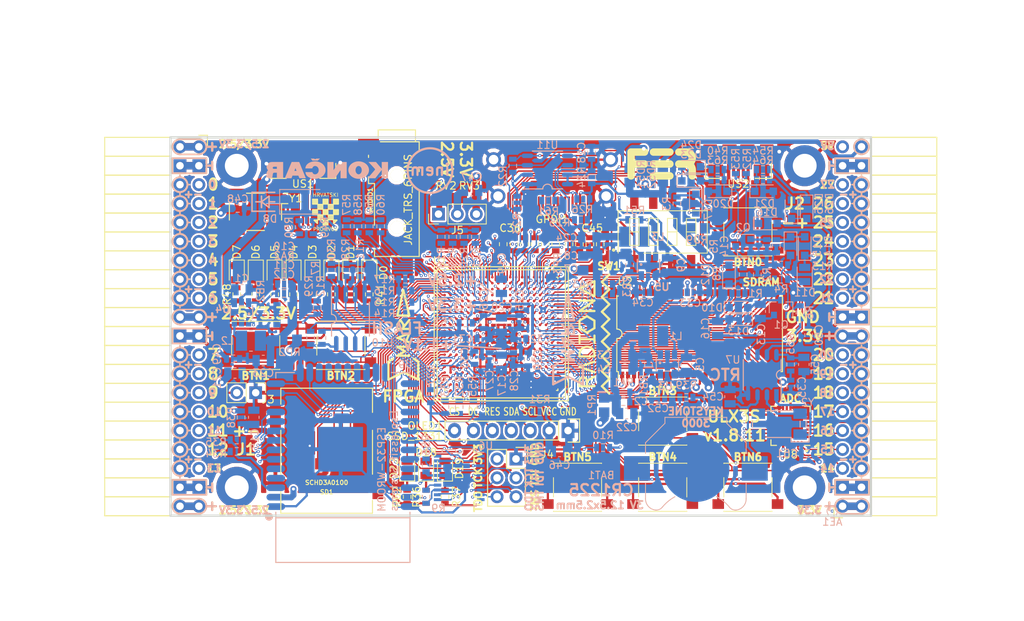
<source format=kicad_pcb>
(kicad_pcb (version 20171130) (host pcbnew 5.0.0-rc2+dfsg1-3)
  (layers (0 F.Cu signal) (1 In1.Cu signal) (2 In2.Cu signal) (31 B.Cu signal) (34 B.Paste user) (35 F.Paste user) (36 B.SilkS user) (37 F.SilkS user) (38 B.Mask user) (39 F.Mask user) (44 Edge.Cuts user))
  (net 0 "")
  (net 1 GND)
  (net 2 +5V)
  (net 3 /gpio/IN5V)
  (net 4 /gpio/OUT5V)
  (net 5 +3V3)
  (net 6 BTN_D)
  (net 7 BTN_F1)
  (net 8 BTN_F2)
  (net 9 BTN_L)
  (net 10 BTN_R)
  (net 11 BTN_U)
  (net 12 /power/FB1)
  (net 13 +2V5)
  (net 14 /power/PWREN)
  (net 15 /power/FB3)
  (net 16 /power/FB2)
  (net 17 /power/VBAT)
  (net 18 JTAG_TDI)
  (net 19 JTAG_TCK)
  (net 20 JTAG_TMS)
  (net 21 JTAG_TDO)
  (net 22 /power/WAKEUPn)
  (net 23 /power/WKUP)
  (net 24 /power/SHUT)
  (net 25 /power/WAKE)
  (net 26 /power/HOLD)
  (net 27 /power/WKn)
  (net 28 /power/OSCI_32k)
  (net 29 /power/OSCO_32k)
  (net 30 SHUTDOWN)
  (net 31 /analog/AUDIO_L)
  (net 32 /analog/AUDIO_R)
  (net 33 GPDI_SDA)
  (net 34 GPDI_SCL)
  (net 35 /gpdi/VREF2)
  (net 36 SD_CMD)
  (net 37 SD_CLK)
  (net 38 SD_D0)
  (net 39 SD_D1)
  (net 40 USB5V)
  (net 41 GPDI_CEC)
  (net 42 nRESET)
  (net 43 FTDI_nDTR)
  (net 44 SDRAM_CKE)
  (net 45 SDRAM_A7)
  (net 46 SDRAM_D15)
  (net 47 SDRAM_BA1)
  (net 48 SDRAM_D7)
  (net 49 SDRAM_A6)
  (net 50 SDRAM_CLK)
  (net 51 SDRAM_D13)
  (net 52 SDRAM_BA0)
  (net 53 SDRAM_D6)
  (net 54 SDRAM_A5)
  (net 55 SDRAM_D14)
  (net 56 SDRAM_A11)
  (net 57 SDRAM_D12)
  (net 58 SDRAM_D5)
  (net 59 SDRAM_A4)
  (net 60 SDRAM_A10)
  (net 61 SDRAM_D11)
  (net 62 SDRAM_A3)
  (net 63 SDRAM_D4)
  (net 64 SDRAM_D10)
  (net 65 SDRAM_D9)
  (net 66 SDRAM_A9)
  (net 67 SDRAM_D3)
  (net 68 SDRAM_D8)
  (net 69 SDRAM_A8)
  (net 70 SDRAM_A2)
  (net 71 SDRAM_A1)
  (net 72 SDRAM_A0)
  (net 73 SDRAM_D2)
  (net 74 SDRAM_D1)
  (net 75 SDRAM_D0)
  (net 76 SDRAM_DQM0)
  (net 77 SDRAM_nCS)
  (net 78 SDRAM_nRAS)
  (net 79 SDRAM_DQM1)
  (net 80 SDRAM_nCAS)
  (net 81 SDRAM_nWE)
  (net 82 /flash/FLASH_nWP)
  (net 83 /flash/FLASH_nHOLD)
  (net 84 /flash/FLASH_MOSI)
  (net 85 /flash/FLASH_MISO)
  (net 86 /flash/FLASH_SCK)
  (net 87 /flash/FLASH_nCS)
  (net 88 /flash/FPGA_PROGRAMN)
  (net 89 /flash/FPGA_DONE)
  (net 90 /flash/FPGA_INITN)
  (net 91 OLED_RES)
  (net 92 OLED_DC)
  (net 93 OLED_CS)
  (net 94 WIFI_EN)
  (net 95 FTDI_nRTS)
  (net 96 FTDI_TXD)
  (net 97 FTDI_RXD)
  (net 98 WIFI_RXD)
  (net 99 WIFI_GPIO0)
  (net 100 WIFI_TXD)
  (net 101 USB_FTDI_D+)
  (net 102 USB_FTDI_D-)
  (net 103 SD_D3)
  (net 104 AUDIO_L3)
  (net 105 AUDIO_L2)
  (net 106 AUDIO_L1)
  (net 107 AUDIO_L0)
  (net 108 AUDIO_R3)
  (net 109 AUDIO_R2)
  (net 110 AUDIO_R1)
  (net 111 AUDIO_R0)
  (net 112 OLED_CLK)
  (net 113 OLED_MOSI)
  (net 114 LED0)
  (net 115 LED1)
  (net 116 LED2)
  (net 117 LED3)
  (net 118 LED4)
  (net 119 LED5)
  (net 120 LED6)
  (net 121 LED7)
  (net 122 BTN_PWRn)
  (net 123 FTDI_nTXLED)
  (net 124 FTDI_nSLEEP)
  (net 125 /blinkey/LED_PWREN)
  (net 126 /blinkey/LED_TXLED)
  (net 127 /sdcard/SD3V3)
  (net 128 SD_D2)
  (net 129 CLK_25MHz)
  (net 130 /blinkey/BTNPUL)
  (net 131 /blinkey/BTNPUR)
  (net 132 USB_FPGA_D+)
  (net 133 /power/FTDI_nSUSPEND)
  (net 134 /blinkey/ALED0)
  (net 135 /blinkey/ALED1)
  (net 136 /blinkey/ALED2)
  (net 137 /blinkey/ALED3)
  (net 138 /blinkey/ALED4)
  (net 139 /blinkey/ALED5)
  (net 140 /blinkey/ALED6)
  (net 141 /blinkey/ALED7)
  (net 142 /usb/FTD-)
  (net 143 /usb/FTD+)
  (net 144 ADC_MISO)
  (net 145 ADC_MOSI)
  (net 146 ADC_CSn)
  (net 147 ADC_SCLK)
  (net 148 SW3)
  (net 149 SW2)
  (net 150 SW1)
  (net 151 USB_FPGA_D-)
  (net 152 /usb/FPD+)
  (net 153 /usb/FPD-)
  (net 154 WIFI_GPIO16)
  (net 155 /usb/ANT_433MHz)
  (net 156 /power/PWRBTn)
  (net 157 PROG_DONE)
  (net 158 /power/P3V3)
  (net 159 /power/P2V5)
  (net 160 /power/L1)
  (net 161 /power/L3)
  (net 162 /power/L2)
  (net 163 FTDI_TXDEN)
  (net 164 SDRAM_A12)
  (net 165 /analog/AUDIO_V)
  (net 166 AUDIO_V3)
  (net 167 AUDIO_V2)
  (net 168 AUDIO_V1)
  (net 169 AUDIO_V0)
  (net 170 /blinkey/LED_WIFI)
  (net 171 /power/P1V1)
  (net 172 +1V1)
  (net 173 SW4)
  (net 174 /blinkey/SWPU)
  (net 175 /wifi/WIFIEN)
  (net 176 FT2V5)
  (net 177 GN0)
  (net 178 GP0)
  (net 179 GN1)
  (net 180 GP1)
  (net 181 GN2)
  (net 182 GP2)
  (net 183 GN3)
  (net 184 GP3)
  (net 185 GN4)
  (net 186 GP4)
  (net 187 GN5)
  (net 188 GP5)
  (net 189 GN6)
  (net 190 GP6)
  (net 191 GN14)
  (net 192 GP14)
  (net 193 GN15)
  (net 194 GP15)
  (net 195 GN16)
  (net 196 GP16)
  (net 197 GN17)
  (net 198 GP17)
  (net 199 GN18)
  (net 200 GP18)
  (net 201 GN19)
  (net 202 GP19)
  (net 203 GN20)
  (net 204 GP20)
  (net 205 GN21)
  (net 206 GP21)
  (net 207 GN22)
  (net 208 GP22)
  (net 209 GN23)
  (net 210 GP23)
  (net 211 GN24)
  (net 212 GP24)
  (net 213 GN25)
  (net 214 GP25)
  (net 215 GN26)
  (net 216 GP26)
  (net 217 GN27)
  (net 218 GP27)
  (net 219 GN7)
  (net 220 GP7)
  (net 221 GN8)
  (net 222 GP8)
  (net 223 GN9)
  (net 224 GP9)
  (net 225 GN10)
  (net 226 GP10)
  (net 227 GN11)
  (net 228 GP11)
  (net 229 GN12)
  (net 230 GP12)
  (net 231 GN13)
  (net 232 GP13)
  (net 233 WIFI_GPIO5)
  (net 234 WIFI_GPIO17)
  (net 235 USB_FPGA_PULL_D+)
  (net 236 USB_FPGA_PULL_D-)
  (net 237 "Net-(D23-Pad2)")
  (net 238 "Net-(D24-Pad1)")
  (net 239 "Net-(D25-Pad2)")
  (net 240 "Net-(D26-Pad1)")
  (net 241 /gpdi/GPDI_ETH+)
  (net 242 FPDI_ETH+)
  (net 243 /gpdi/GPDI_ETH-)
  (net 244 FPDI_ETH-)
  (net 245 /gpdi/GPDI_D2-)
  (net 246 FPDI_D2-)
  (net 247 /gpdi/GPDI_D1-)
  (net 248 FPDI_D1-)
  (net 249 /gpdi/GPDI_D0-)
  (net 250 FPDI_D0-)
  (net 251 /gpdi/GPDI_CLK-)
  (net 252 FPDI_CLK-)
  (net 253 /gpdi/GPDI_D2+)
  (net 254 FPDI_D2+)
  (net 255 /gpdi/GPDI_D1+)
  (net 256 FPDI_D1+)
  (net 257 /gpdi/GPDI_D0+)
  (net 258 FPDI_D0+)
  (net 259 /gpdi/GPDI_CLK+)
  (net 260 FPDI_CLK+)
  (net 261 FPDI_SDA)
  (net 262 FPDI_SCL)
  (net 263 /gpdi/FPDI_CEC)
  (net 264 2V5_3V3)
  (net 265 "Net-(AUDIO1-Pad5)")
  (net 266 "Net-(AUDIO1-Pad6)")
  (net 267 "Net-(U1-PadA15)")
  (net 268 "Net-(U1-PadC9)")
  (net 269 "Net-(U1-PadD9)")
  (net 270 "Net-(U1-PadD10)")
  (net 271 "Net-(U1-PadD11)")
  (net 272 "Net-(U1-PadD12)")
  (net 273 "Net-(U1-PadE6)")
  (net 274 "Net-(U1-PadE9)")
  (net 275 "Net-(U1-PadE10)")
  (net 276 "Net-(U1-PadE11)")
  (net 277 "Net-(U1-PadJ4)")
  (net 278 "Net-(U1-PadJ5)")
  (net 279 "Net-(U1-PadK5)")
  (net 280 "Net-(U1-PadL5)")
  (net 281 "Net-(U1-PadM4)")
  (net 282 "Net-(U1-PadM5)")
  (net 283 SD_CD)
  (net 284 SD_WP)
  (net 285 "Net-(U1-PadR3)")
  (net 286 "Net-(U1-PadT16)")
  (net 287 "Net-(U1-PadW4)")
  (net 288 "Net-(U1-PadW5)")
  (net 289 "Net-(U1-PadW8)")
  (net 290 "Net-(U1-PadW9)")
  (net 291 "Net-(U1-PadW13)")
  (net 292 "Net-(U1-PadW14)")
  (net 293 "Net-(U1-PadW17)")
  (net 294 "Net-(U1-PadW18)")
  (net 295 FTDI_nRXLED)
  (net 296 "Net-(U8-Pad12)")
  (net 297 "Net-(U8-Pad25)")
  (net 298 "Net-(U9-Pad32)")
  (net 299 "Net-(U9-Pad22)")
  (net 300 "Net-(U9-Pad21)")
  (net 301 "Net-(U9-Pad20)")
  (net 302 "Net-(U9-Pad19)")
  (net 303 "Net-(U9-Pad18)")
  (net 304 "Net-(U9-Pad17)")
  (net 305 "Net-(U9-Pad12)")
  (net 306 "Net-(U9-Pad5)")
  (net 307 "Net-(U9-Pad4)")
  (net 308 "Net-(US1-Pad4)")
  (net 309 "Net-(US2-Pad4)")
  (net 310 "Net-(Y2-Pad3)")
  (net 311 "Net-(Y2-Pad2)")
  (net 312 "Net-(U1-PadK16)")
  (net 313 "Net-(U1-PadK17)")
  (net 314 /usb/US2VBUS)
  (net 315 /power/SHD)
  (net 316 /power/RTCVDD)
  (module TSOP54:TSOP54 (layer F.Cu) (at 165.093 87.8 90)
    (fp_text reference U2 (at 6.98 -9.993 180) (layer F.SilkS))
    (fp_text value MT48LC16M16A2TG)
    (pad 28 smd rect (at 5.53 10.4 90) (size 0.9 0.56) (layers F.Cu F.Paste F.Mask) (net 1 GND))
    (pad 1 smd rect (at -5.53 -10.4 90) (size 0.9 0.56) (layers F.Cu F.Paste F.Mask) (net 5 +3V3))
    (pad 2 smd rect (at -5.53 -9.6 90) (size 0.9 0.56) (layers F.Cu F.Paste F.Mask) (net 75 SDRAM_D0))
    (pad 3 smd rect (at -5.53 -8.8 90) (size 0.9 0.56) (layers F.Cu F.Paste F.Mask) (net 5 +3V3))
    (pad 4 smd rect (at -5.53 -8 90) (size 0.9 0.56) (layers F.Cu F.Paste F.Mask) (net 74 SDRAM_D1))
    (pad 5 smd rect (at -5.53 -7.2 90) (size 0.9 0.56) (layers F.Cu F.Paste F.Mask) (net 73 SDRAM_D2))
    (pad 6 smd rect (at -5.53 -6.4 90) (size 0.9 0.56) (layers F.Cu F.Paste F.Mask) (net 1 GND))
    (pad 7 smd rect (at -5.53 -5.6 90) (size 0.9 0.56) (layers F.Cu F.Paste F.Mask) (net 67 SDRAM_D3))
    (pad 8 smd rect (at -5.53 -4.8 90) (size 0.9 0.56) (layers F.Cu F.Paste F.Mask) (net 63 SDRAM_D4))
    (pad 9 smd rect (at -5.53 -4 90) (size 0.9 0.56) (layers F.Cu F.Paste F.Mask) (net 5 +3V3))
    (pad 10 smd rect (at -5.53 -3.2 90) (size 0.9 0.56) (layers F.Cu F.Paste F.Mask) (net 58 SDRAM_D5))
    (pad 11 smd rect (at -5.53 -2.4 90) (size 0.9 0.56) (layers F.Cu F.Paste F.Mask) (net 53 SDRAM_D6))
    (pad 12 smd rect (at -5.53 -1.6 90) (size 0.9 0.56) (layers F.Cu F.Paste F.Mask) (net 1 GND))
    (pad 13 smd rect (at -5.53 -0.8 90) (size 0.9 0.56) (layers F.Cu F.Paste F.Mask) (net 48 SDRAM_D7))
    (pad 14 smd rect (at -5.53 0 90) (size 0.9 0.56) (layers F.Cu F.Paste F.Mask) (net 5 +3V3))
    (pad 15 smd rect (at -5.53 0.8 90) (size 0.9 0.56) (layers F.Cu F.Paste F.Mask) (net 76 SDRAM_DQM0))
    (pad 16 smd rect (at -5.53 1.6 90) (size 0.9 0.56) (layers F.Cu F.Paste F.Mask) (net 81 SDRAM_nWE))
    (pad 17 smd rect (at -5.53 2.4 90) (size 0.9 0.56) (layers F.Cu F.Paste F.Mask) (net 80 SDRAM_nCAS))
    (pad 18 smd rect (at -5.53 3.2 90) (size 0.9 0.56) (layers F.Cu F.Paste F.Mask) (net 78 SDRAM_nRAS))
    (pad 19 smd rect (at -5.53 4 90) (size 0.9 0.56) (layers F.Cu F.Paste F.Mask) (net 77 SDRAM_nCS))
    (pad 20 smd rect (at -5.53 4.8 90) (size 0.9 0.56) (layers F.Cu F.Paste F.Mask) (net 52 SDRAM_BA0))
    (pad 21 smd rect (at -5.53 5.6 90) (size 0.9 0.56) (layers F.Cu F.Paste F.Mask) (net 47 SDRAM_BA1))
    (pad 22 smd rect (at -5.53 6.4 90) (size 0.9 0.56) (layers F.Cu F.Paste F.Mask) (net 60 SDRAM_A10))
    (pad 23 smd rect (at -5.53 7.2 90) (size 0.9 0.56) (layers F.Cu F.Paste F.Mask) (net 72 SDRAM_A0))
    (pad 24 smd rect (at -5.53 8 90) (size 0.9 0.56) (layers F.Cu F.Paste F.Mask) (net 71 SDRAM_A1))
    (pad 25 smd rect (at -5.53 8.8 90) (size 0.9 0.56) (layers F.Cu F.Paste F.Mask) (net 70 SDRAM_A2))
    (pad 26 smd rect (at -5.53 9.6 90) (size 0.9 0.56) (layers F.Cu F.Paste F.Mask) (net 62 SDRAM_A3))
    (pad 27 smd rect (at -5.53 10.4 90) (size 0.9 0.56) (layers F.Cu F.Paste F.Mask) (net 5 +3V3))
    (pad 29 smd rect (at 5.53 9.6 90) (size 0.9 0.56) (layers F.Cu F.Paste F.Mask) (net 59 SDRAM_A4))
    (pad 30 smd rect (at 5.53 8.8 90) (size 0.9 0.56) (layers F.Cu F.Paste F.Mask) (net 54 SDRAM_A5))
    (pad 31 smd rect (at 5.53 8 90) (size 0.9 0.56) (layers F.Cu F.Paste F.Mask) (net 49 SDRAM_A6))
    (pad 32 smd rect (at 5.53 7.2 90) (size 0.9 0.56) (layers F.Cu F.Paste F.Mask) (net 45 SDRAM_A7))
    (pad 33 smd rect (at 5.53 6.4 90) (size 0.9 0.56) (layers F.Cu F.Paste F.Mask) (net 69 SDRAM_A8))
    (pad 34 smd rect (at 5.53 5.6 90) (size 0.9 0.56) (layers F.Cu F.Paste F.Mask) (net 66 SDRAM_A9))
    (pad 35 smd rect (at 5.53 4.8 90) (size 0.9 0.56) (layers F.Cu F.Paste F.Mask) (net 56 SDRAM_A11))
    (pad 36 smd rect (at 5.53 4 90) (size 0.9 0.56) (layers F.Cu F.Paste F.Mask) (net 164 SDRAM_A12))
    (pad 37 smd rect (at 5.53 3.2 90) (size 0.9 0.56) (layers F.Cu F.Paste F.Mask) (net 44 SDRAM_CKE))
    (pad 38 smd rect (at 5.53 2.4 90) (size 0.9 0.56) (layers F.Cu F.Paste F.Mask) (net 50 SDRAM_CLK))
    (pad 39 smd rect (at 5.53 1.6 90) (size 0.9 0.56) (layers F.Cu F.Paste F.Mask) (net 79 SDRAM_DQM1))
    (pad 40 smd rect (at 5.53 0.8 90) (size 0.9 0.56) (layers F.Cu F.Paste F.Mask))
    (pad 41 smd rect (at 5.53 0 90) (size 0.9 0.56) (layers F.Cu F.Paste F.Mask) (net 1 GND))
    (pad 42 smd rect (at 5.53 -0.8 90) (size 0.9 0.56) (layers F.Cu F.Paste F.Mask) (net 68 SDRAM_D8))
    (pad 43 smd rect (at 5.53 -1.6 90) (size 0.9 0.56) (layers F.Cu F.Paste F.Mask) (net 5 +3V3))
    (pad 44 smd rect (at 5.53 -2.4 90) (size 0.9 0.56) (layers F.Cu F.Paste F.Mask) (net 65 SDRAM_D9))
    (pad 45 smd rect (at 5.53 -3.2 90) (size 0.9 0.56) (layers F.Cu F.Paste F.Mask) (net 64 SDRAM_D10))
    (pad 46 smd rect (at 5.53 -4 90) (size 0.9 0.56) (layers F.Cu F.Paste F.Mask) (net 1 GND))
    (pad 47 smd rect (at 5.53 -4.8 90) (size 0.9 0.56) (layers F.Cu F.Paste F.Mask) (net 61 SDRAM_D11))
    (pad 48 smd rect (at 5.53 -5.6 90) (size 0.9 0.56) (layers F.Cu F.Paste F.Mask) (net 57 SDRAM_D12))
    (pad 49 smd rect (at 5.53 -6.4 90) (size 0.9 0.56) (layers F.Cu F.Paste F.Mask) (net 5 +3V3))
    (pad 50 smd rect (at 5.53 -7.2 90) (size 0.9 0.56) (layers F.Cu F.Paste F.Mask) (net 51 SDRAM_D13))
    (pad 51 smd rect (at 5.53 -8 90) (size 0.9 0.56) (layers F.Cu F.Paste F.Mask) (net 55 SDRAM_D14))
    (pad 52 smd rect (at 5.53 -8.8 90) (size 0.9 0.56) (layers F.Cu F.Paste F.Mask) (net 1 GND))
    (pad 53 smd rect (at 5.53 -9.6 90) (size 0.9 0.56) (layers F.Cu F.Paste F.Mask) (net 46 SDRAM_D15))
    (pad 54 smd rect (at 5.53 -10.4 90) (size 0.9 0.56) (layers F.Cu F.Paste F.Mask) (net 1 GND))
  )
  (module SOA008-150mil:SOA008-150-208mil (layer B.Cu) (at 118.245 85.822 270)
    (fp_text reference U10 (at 3.175 -4.318) (layer B.SilkS) (effects (justify mirror)))
    (fp_text value IS25LP128F-JBLE)
    (pad 1 smd rect (at -3.302 1.905 270) (size 2.1 0.6) (layers B.Cu B.Paste B.Mask) (net 87 /flash/FLASH_nCS))
    (pad 2 smd oval (at -3.302 0.635 270) (size 2.1 0.6) (layers B.Cu B.Paste B.Mask) (net 85 /flash/FLASH_MISO))
    (pad 3 smd oval (at -3.302 -0.635 270) (size 2.1 0.6) (layers B.Cu B.Paste B.Mask) (net 82 /flash/FLASH_nWP))
    (pad 4 smd oval (at -3.302 -1.905 270) (size 2.1 0.6) (layers B.Cu B.Paste B.Mask) (net 1 GND))
    (pad 5 smd oval (at 3.302 -1.905 270) (size 2.1 0.6) (layers B.Cu B.Paste B.Mask) (net 84 /flash/FLASH_MOSI))
    (pad 6 smd oval (at 3.302 -0.635 270) (size 2.1 0.6) (layers B.Cu B.Paste B.Mask) (net 86 /flash/FLASH_SCK))
    (pad 7 smd oval (at 3.302 0.635 270) (size 2.1 0.6) (layers B.Cu B.Paste B.Mask) (net 83 /flash/FLASH_nHOLD))
    (pad 8 smd oval (at 3.302 1.905 270) (size 2.1 0.6) (layers B.Cu B.Paste B.Mask) (net 5 +3V3))
  )
  (module SOT96-1:SOT96-1 (layer B.Cu) (at 173.49 93.315 90)
    (fp_text reference U7 (at 2.032 -3.937 180) (layer B.SilkS) (effects (justify mirror)))
    (fp_text value PCF8523)
    (pad 1 smd rect (at -2.7 1.905 90) (size 1.55 0.6) (layers B.Cu B.Paste B.Mask) (net 28 /power/OSCI_32k))
    (pad 2 smd oval (at -2.7 0.635 90) (size 1.55 0.6) (layers B.Cu B.Paste B.Mask) (net 29 /power/OSCO_32k))
    (pad 3 smd oval (at -2.7 -0.635 90) (size 1.55 0.6) (layers B.Cu B.Paste B.Mask) (net 17 /power/VBAT))
    (pad 4 smd oval (at -2.7 -1.905 90) (size 1.55 0.6) (layers B.Cu B.Paste B.Mask) (net 1 GND))
    (pad 5 smd oval (at 2.7 -1.905 90) (size 1.55 0.6) (layers B.Cu B.Paste B.Mask) (net 261 FPDI_SDA))
    (pad 6 smd oval (at 2.7 -0.635 90) (size 1.55 0.6) (layers B.Cu B.Paste B.Mask) (net 262 FPDI_SCL))
    (pad 7 smd oval (at 2.7 0.635 90) (size 1.55 0.6) (layers B.Cu B.Paste B.Mask) (net 22 /power/WAKEUPn))
    (pad 8 smd oval (at 2.7 1.905 90) (size 1.55 0.6) (layers B.Cu B.Paste B.Mask) (net 316 /power/RTCVDD))
  )
  (module SM8:SM8 (layer B.Cu) (at 144.68 65.8015 90)
    (fp_text reference U11 (at 3.3475 -0.019 -180) (layer B.SilkS) (effects (justify mirror)))
    (fp_text value PCA9306D)
    (pad 1 smd rect (at -1.905 -2.7) (size 1.55 0.6) (layers B.Cu B.Paste B.Mask) (net 1 GND))
    (pad 2 smd oval (at -0.635 -2.7) (size 1.55 0.6) (layers B.Cu B.Paste B.Mask) (net 5 +3V3))
    (pad 3 smd oval (at 0.635 -2.7) (size 1.55 0.6) (layers B.Cu B.Paste B.Mask) (net 262 FPDI_SCL))
    (pad 4 smd oval (at 1.905 -2.7) (size 1.55 0.6) (layers B.Cu B.Paste B.Mask) (net 261 FPDI_SDA))
    (pad 5 smd oval (at 1.905 2.7) (size 1.55 0.6) (layers B.Cu B.Paste B.Mask) (net 33 GPDI_SDA))
    (pad 6 smd oval (at 0.635 2.7) (size 1.55 0.6) (layers B.Cu B.Paste B.Mask) (net 34 GPDI_SCL))
    (pad 7 smd oval (at -0.635 2.7) (size 1.55 0.6) (layers B.Cu B.Paste B.Mask) (net 35 /gpdi/VREF2))
    (pad 8 smd oval (at -1.905 2.7) (size 1.55 0.6) (layers B.Cu B.Paste B.Mask) (net 35 /gpdi/VREF2))
  )
  (module ft231x:FT231X-SSOP-20_4.4x6.5mm_Pitch0.65mm (layer B.Cu) (at 132.835 107.14 180)
    (fp_text reference U6 (at -3.556 4.318 180) (layer B.SilkS) (effects (justify mirror)))
    (fp_text value FT231XS)
    (pad 20 smd rect (at 2.9 2.925 180) (size 1 0.4) (layers B.Cu B.Paste B.Mask) (net 96 FTDI_TXD))
    (pad 19 smd rect (at 2.9 2.275 180) (size 1 0.4) (layers B.Cu B.Paste B.Mask) (net 124 FTDI_nSLEEP))
    (pad 18 smd rect (at 2.9 1.625 180) (size 1 0.4) (layers B.Cu B.Paste B.Mask) (net 163 FTDI_TXDEN))
    (pad 17 smd rect (at 2.9 0.975 180) (size 1 0.4) (layers B.Cu B.Paste B.Mask) (net 295 FTDI_nRXLED))
    (pad 16 smd rect (at 2.9 0.325 180) (size 1 0.4) (layers B.Cu B.Paste B.Mask) (net 1 GND))
    (pad 15 smd rect (at 2.9 -0.325 180) (size 1 0.4) (layers B.Cu B.Paste B.Mask) (net 40 USB5V))
    (pad 14 smd rect (at 2.9 -0.975 180) (size 1 0.4) (layers B.Cu B.Paste B.Mask) (net 42 nRESET))
    (pad 13 smd rect (at 2.9 -1.625 180) (size 1 0.4) (layers B.Cu B.Paste B.Mask) (net 176 FT2V5))
    (pad 12 smd rect (at 2.9 -2.275 180) (size 1 0.4) (layers B.Cu B.Paste B.Mask) (net 102 USB_FTDI_D-))
    (pad 11 smd rect (at 2.9 -2.925 180) (size 1 0.4) (layers B.Cu B.Paste B.Mask) (net 101 USB_FTDI_D+))
    (pad 10 smd rect (at -2.9 -2.925 180) (size 1 0.4) (layers B.Cu B.Paste B.Mask) (net 123 FTDI_nTXLED))
    (pad 9 smd rect (at -2.9 -2.275 180) (size 1 0.4) (layers B.Cu B.Paste B.Mask) (net 21 JTAG_TDO))
    (pad 8 smd rect (at -2.9 -1.625 180) (size 1 0.4) (layers B.Cu B.Paste B.Mask) (net 20 JTAG_TMS))
    (pad 7 smd rect (at -2.9 -0.975 180) (size 1 0.4) (layers B.Cu B.Paste B.Mask) (net 19 JTAG_TCK))
    (pad 6 smd rect (at -2.9 -0.325 180) (size 1 0.4) (layers B.Cu B.Paste B.Mask) (net 1 GND))
    (pad 5 smd rect (at -2.9 0.325 180) (size 1 0.4) (layers B.Cu B.Paste B.Mask) (net 18 JTAG_TDI))
    (pad 4 smd rect (at -2.9 0.975 180) (size 1 0.4) (layers B.Cu B.Paste B.Mask) (net 97 FTDI_RXD))
    (pad 3 smd rect (at -2.9 1.625 180) (size 1 0.4) (layers B.Cu B.Paste B.Mask) (net 176 FT2V5))
    (pad 2 smd rect (at -2.9 2.275 180) (size 1 0.4) (layers B.Cu B.Paste B.Mask) (net 95 FTDI_nRTS))
    (pad 1 smd rect (at -2.9 2.925 180) (size 1 0.4) (layers B.Cu B.Paste B.Mask) (net 43 FTDI_nDTR))
  )
  (module TSOT-25:TSOT-25 (layer B.Cu) (at 158.235 78.692)
    (fp_text reference U5 (at 1.793 2.812) (layer B.SilkS) (effects (font (thickness 0.2)) (justify mirror)))
    (fp_text value TLV62569DBV)
    (pad 1 smd rect (at -0.95 -1.3) (size 0.7 1.2) (layers B.Cu B.Paste B.Mask) (net 14 /power/PWREN))
    (pad 2 smd rect (at 0 -1.3) (size 0.7 1.2) (layers B.Cu B.Paste B.Mask) (net 1 GND))
    (pad 3 smd rect (at 0.95 -1.3) (size 0.7 1.2) (layers B.Cu B.Paste B.Mask) (net 161 /power/L3))
    (pad 4 smd rect (at 0.95 1.3) (size 0.7 1.2) (layers B.Cu B.Paste B.Mask) (net 2 +5V))
    (pad 5 smd rect (at -0.95 1.3) (size 0.7 1.2) (layers B.Cu B.Paste B.Mask) (net 15 /power/FB3))
  )
  (module TSOT-25:TSOT-25 (layer B.Cu) (at 160.775 91.9)
    (fp_text reference U3 (at -0.295 2.9) (layer B.SilkS) (effects (font (thickness 0.2)) (justify mirror)))
    (fp_text value TLV62569DBV)
    (pad 1 smd rect (at -0.95 -1.3) (size 0.7 1.2) (layers B.Cu B.Paste B.Mask) (net 14 /power/PWREN))
    (pad 2 smd rect (at 0 -1.3) (size 0.7 1.2) (layers B.Cu B.Paste B.Mask) (net 1 GND))
    (pad 3 smd rect (at 0.95 -1.3) (size 0.7 1.2) (layers B.Cu B.Paste B.Mask) (net 160 /power/L1))
    (pad 4 smd rect (at 0.95 1.3) (size 0.7 1.2) (layers B.Cu B.Paste B.Mask) (net 2 +5V))
    (pad 5 smd rect (at -0.95 1.3) (size 0.7 1.2) (layers B.Cu B.Paste B.Mask) (net 12 /power/FB1))
  )
  (module TSOT-25:TSOT-25 (layer B.Cu) (at 103.625 84.915 180)
    (fp_text reference U4 (at 2.525 0.4265 180) (layer B.SilkS) (effects (font (thickness 0.2)) (justify mirror)))
    (fp_text value TLV62569DBV)
    (pad 1 smd rect (at -0.95 -1.3 180) (size 0.7 1.2) (layers B.Cu B.Paste B.Mask) (net 14 /power/PWREN))
    (pad 2 smd rect (at 0 -1.3 180) (size 0.7 1.2) (layers B.Cu B.Paste B.Mask) (net 1 GND))
    (pad 3 smd rect (at 0.95 -1.3 180) (size 0.7 1.2) (layers B.Cu B.Paste B.Mask) (net 162 /power/L2))
    (pad 4 smd rect (at 0.95 1.3 180) (size 0.7 1.2) (layers B.Cu B.Paste B.Mask) (net 2 +5V))
    (pad 5 smd rect (at -0.95 1.3 180) (size 0.7 1.2) (layers B.Cu B.Paste B.Mask) (net 16 /power/FB2))
  )
  (module ESP32:ESP32-WROOM (layer B.Cu) (at 117.23 105.75 180)
    (fp_text reference U9 (at -8.366 13.85 180) (layer B.SilkS) (effects (justify mirror)))
    (fp_text value ESP-WROOM-32)
    (fp_text user "Espressif Systems" (at -6.858 0.889 90) (layer B.SilkS) (effects (justify mirror)))
    (fp_text user ESP32-WROOM (at -5.207 -0.254 90) (layer B.SilkS) (effects (justify mirror)))
    (pad 38 smd oval (at -9 -5.25 180) (size 2.5 0.9) (layers B.Cu B.Paste B.Mask) (net 1 GND))
    (pad 37 smd oval (at -9 -3.98 180) (size 2.5 0.9) (layers B.Cu B.Paste B.Mask) (net 18 JTAG_TDI))
    (pad 36 smd oval (at -9 -2.71 180) (size 2.5 0.9) (layers B.Cu B.Paste B.Mask) (net 157 PROG_DONE))
    (pad 35 smd oval (at -9 -1.44 180) (size 2.5 0.9) (layers B.Cu B.Paste B.Mask) (net 100 WIFI_TXD))
    (pad 34 smd oval (at -9 -0.17 180) (size 2.5 0.9) (layers B.Cu B.Paste B.Mask) (net 98 WIFI_RXD))
    (pad 33 smd oval (at -9 1.1 180) (size 2.5 0.9) (layers B.Cu B.Paste B.Mask) (net 20 JTAG_TMS))
    (pad 32 smd oval (at -9 2.37 180) (size 2.5 0.9) (layers B.Cu B.Paste B.Mask) (net 298 "Net-(U9-Pad32)"))
    (pad 31 smd oval (at -9 3.64 180) (size 2.5 0.9) (layers B.Cu B.Paste B.Mask) (net 21 JTAG_TDO))
    (pad 30 smd oval (at -9 4.91 180) (size 2.5 0.9) (layers B.Cu B.Paste B.Mask) (net 19 JTAG_TCK))
    (pad 29 smd oval (at -9 6.18 180) (size 2.5 0.9) (layers B.Cu B.Paste B.Mask) (net 233 WIFI_GPIO5))
    (pad 28 smd oval (at -9 7.45 180) (size 2.5 0.9) (layers B.Cu B.Paste B.Mask) (net 234 WIFI_GPIO17))
    (pad 27 smd oval (at -9 8.72 180) (size 2.5 0.9) (layers B.Cu B.Paste B.Mask) (net 154 WIFI_GPIO16))
    (pad 26 smd oval (at -9 9.99 180) (size 2.5 0.9) (layers B.Cu B.Paste B.Mask) (net 39 SD_D1))
    (pad 25 smd oval (at -9 11.26 180) (size 2.5 0.9) (layers B.Cu B.Paste B.Mask) (net 99 WIFI_GPIO0))
    (pad 24 smd oval (at -5.715 12.75 180) (size 0.9 2.5) (layers B.Cu B.Paste B.Mask) (net 38 SD_D0))
    (pad 23 smd oval (at -4.445 12.75 180) (size 0.9 2.5) (layers B.Cu B.Paste B.Mask) (net 36 SD_CMD))
    (pad 22 smd oval (at -3.175 12.75 180) (size 0.9 2.5) (layers B.Cu B.Paste B.Mask) (net 299 "Net-(U9-Pad22)"))
    (pad 21 smd oval (at -1.905 12.75 180) (size 0.9 2.5) (layers B.Cu B.Paste B.Mask) (net 300 "Net-(U9-Pad21)"))
    (pad 20 smd oval (at -0.635 12.75 180) (size 0.9 2.5) (layers B.Cu B.Paste B.Mask) (net 301 "Net-(U9-Pad20)"))
    (pad 19 smd oval (at 0.635 12.75 180) (size 0.9 2.5) (layers B.Cu B.Paste B.Mask) (net 302 "Net-(U9-Pad19)"))
    (pad 18 smd oval (at 1.905 12.75 180) (size 0.9 2.5) (layers B.Cu B.Paste B.Mask) (net 303 "Net-(U9-Pad18)"))
    (pad 17 smd oval (at 3.175 12.75 180) (size 0.9 2.5) (layers B.Cu B.Paste B.Mask) (net 304 "Net-(U9-Pad17)"))
    (pad 16 smd oval (at 4.445 12.75 180) (size 0.9 2.5) (layers B.Cu B.Paste B.Mask) (net 103 SD_D3))
    (pad 15 smd oval (at 5.715 12.75 180) (size 0.9 2.5) (layers B.Cu B.Paste B.Mask) (net 1 GND))
    (pad 14 smd oval (at 9 11.26 180) (size 2.5 0.9) (layers B.Cu B.Paste B.Mask) (net 128 SD_D2))
    (pad 13 smd oval (at 9 9.99 180) (size 2.5 0.9) (layers B.Cu B.Paste B.Mask) (net 37 SD_CLK))
    (pad 12 smd oval (at 9 8.72 180) (size 2.5 0.9) (layers B.Cu B.Paste B.Mask) (net 305 "Net-(U9-Pad12)"))
    (pad 11 smd oval (at 9 7.45 180) (size 2.5 0.9) (layers B.Cu B.Paste B.Mask) (net 227 GN11))
    (pad 10 smd oval (at 9 6.18 180) (size 2.5 0.9) (layers B.Cu B.Paste B.Mask) (net 228 GP11))
    (pad 9 smd oval (at 9 4.91 180) (size 2.5 0.9) (layers B.Cu B.Paste B.Mask) (net 229 GN12))
    (pad 8 smd oval (at 9 3.64 180) (size 2.5 0.9) (layers B.Cu B.Paste B.Mask) (net 230 GP12))
    (pad 7 smd oval (at 9 2.37 180) (size 2.5 0.9) (layers B.Cu B.Paste B.Mask) (net 231 GN13))
    (pad 6 smd oval (at 9 1.1 180) (size 2.5 0.9) (layers B.Cu B.Paste B.Mask) (net 232 GP13))
    (pad 5 smd oval (at 9 -0.17 180) (size 2.5 0.9) (layers B.Cu B.Paste B.Mask) (net 306 "Net-(U9-Pad5)"))
    (pad 4 smd oval (at 9 -1.44 180) (size 2.5 0.9) (layers B.Cu B.Paste B.Mask) (net 307 "Net-(U9-Pad4)"))
    (pad 3 smd oval (at 9 -2.71 180) (size 2.5 0.9) (layers B.Cu B.Paste B.Mask) (net 175 /wifi/WIFIEN))
    (pad 2 smd oval (at 9 -3.98 180) (size 2.5 0.9) (layers B.Cu B.Paste B.Mask) (net 5 +3V3))
    (pad 1 smd oval (at 9 -5.25 180) (size 2.5 0.9) (layers B.Cu B.Paste B.Mask) (net 1 GND))
    (pad 39 smd rect (at 0.3 2.45 180) (size 6 6) (layers B.Cu B.Paste B.Mask) (net 1 GND))
  )
  (module inem:inem (layer B.Cu) (at 128.913 65.883)
    (fp_text reference REF** hide)
    (fp_text value inem hide)
    (fp_text user inem (at 0 -0.1) (layer B.SilkS) (effects (font (size 1.5 1.5) (thickness 0.3)) (justify mirror)))
  )
  (module fer:fer4mm6 (layer F.Cu) (at 159.901 64.994)
    (fp_text reference fer hide)
    (fp_text value fer hide)
  )
  (module Socket_Strips:Socket_Strip_Angled_2x20 (layer F.Cu) (at 97.91 62.69 270)
    (fp_text reference J1 (at 40.64 -6.35) (layer F.SilkS) (effects (font (size 1.5 1.5) (thickness 0.3))))
    (fp_text value CONN_02X20 hide)
    (pad 1 thru_hole oval (at 0 0 270) (size 1.7272 1.7272) (drill 1.016) (layers *.Cu *.Mask) (net 264 2V5_3V3))
    (pad 2 thru_hole oval (at 0 2.54 270) (size 1.7272 1.7272) (drill 1.016) (layers *.Cu *.Mask) (net 264 2V5_3V3))
    (pad 3 thru_hole rect (at 2.54 0 270) (size 1.7272 1.7272) (drill 1.016) (layers *.Cu *.Mask) (net 1 GND))
    (pad 4 thru_hole rect (at 2.54 2.54 270) (size 1.7272 1.7272) (drill 1.016) (layers *.Cu *.Mask) (net 1 GND))
    (pad 5 thru_hole oval (at 5.08 0 270) (size 1.7272 1.7272) (drill 1.016) (layers *.Cu *.Mask) (net 177 GN0))
    (pad 6 thru_hole oval (at 5.08 2.54 270) (size 1.7272 1.7272) (drill 1.016) (layers *.Cu *.Mask) (net 178 GP0))
    (pad 7 thru_hole oval (at 7.62 0 270) (size 1.7272 1.7272) (drill 1.016) (layers *.Cu *.Mask) (net 179 GN1))
    (pad 8 thru_hole oval (at 7.62 2.54 270) (size 1.7272 1.7272) (drill 1.016) (layers *.Cu *.Mask) (net 180 GP1))
    (pad 9 thru_hole oval (at 10.16 0 270) (size 1.7272 1.7272) (drill 1.016) (layers *.Cu *.Mask) (net 181 GN2))
    (pad 10 thru_hole oval (at 10.16 2.54 270) (size 1.7272 1.7272) (drill 1.016) (layers *.Cu *.Mask) (net 182 GP2))
    (pad 11 thru_hole oval (at 12.7 0 270) (size 1.7272 1.7272) (drill 1.016) (layers *.Cu *.Mask) (net 183 GN3))
    (pad 12 thru_hole oval (at 12.7 2.54 270) (size 1.7272 1.7272) (drill 1.016) (layers *.Cu *.Mask) (net 184 GP3))
    (pad 13 thru_hole oval (at 15.24 0 270) (size 1.7272 1.7272) (drill 1.016) (layers *.Cu *.Mask) (net 185 GN4))
    (pad 14 thru_hole oval (at 15.24 2.54 270) (size 1.7272 1.7272) (drill 1.016) (layers *.Cu *.Mask) (net 186 GP4))
    (pad 15 thru_hole oval (at 17.78 0 270) (size 1.7272 1.7272) (drill 1.016) (layers *.Cu *.Mask) (net 187 GN5))
    (pad 16 thru_hole oval (at 17.78 2.54 270) (size 1.7272 1.7272) (drill 1.016) (layers *.Cu *.Mask) (net 188 GP5))
    (pad 17 thru_hole oval (at 20.32 0 270) (size 1.7272 1.7272) (drill 1.016) (layers *.Cu *.Mask) (net 189 GN6))
    (pad 18 thru_hole oval (at 20.32 2.54 270) (size 1.7272 1.7272) (drill 1.016) (layers *.Cu *.Mask) (net 190 GP6))
    (pad 19 thru_hole oval (at 22.86 0 270) (size 1.7272 1.7272) (drill 1.016) (layers *.Cu *.Mask) (net 264 2V5_3V3))
    (pad 20 thru_hole oval (at 22.86 2.54 270) (size 1.7272 1.7272) (drill 1.016) (layers *.Cu *.Mask) (net 264 2V5_3V3))
    (pad 21 thru_hole rect (at 25.4 0 270) (size 1.7272 1.7272) (drill 1.016) (layers *.Cu *.Mask) (net 1 GND))
    (pad 22 thru_hole rect (at 25.4 2.54 270) (size 1.7272 1.7272) (drill 1.016) (layers *.Cu *.Mask) (net 1 GND))
    (pad 23 thru_hole oval (at 27.94 0 270) (size 1.7272 1.7272) (drill 1.016) (layers *.Cu *.Mask) (net 219 GN7))
    (pad 24 thru_hole oval (at 27.94 2.54 270) (size 1.7272 1.7272) (drill 1.016) (layers *.Cu *.Mask) (net 220 GP7))
    (pad 25 thru_hole oval (at 30.48 0 270) (size 1.7272 1.7272) (drill 1.016) (layers *.Cu *.Mask) (net 221 GN8))
    (pad 26 thru_hole oval (at 30.48 2.54 270) (size 1.7272 1.7272) (drill 1.016) (layers *.Cu *.Mask) (net 222 GP8))
    (pad 27 thru_hole oval (at 33.02 0 270) (size 1.7272 1.7272) (drill 1.016) (layers *.Cu *.Mask) (net 223 GN9))
    (pad 28 thru_hole oval (at 33.02 2.54 270) (size 1.7272 1.7272) (drill 1.016) (layers *.Cu *.Mask) (net 224 GP9))
    (pad 29 thru_hole oval (at 35.56 0 270) (size 1.7272 1.7272) (drill 1.016) (layers *.Cu *.Mask) (net 225 GN10))
    (pad 30 thru_hole oval (at 35.56 2.54 270) (size 1.7272 1.7272) (drill 1.016) (layers *.Cu *.Mask) (net 226 GP10))
    (pad 31 thru_hole oval (at 38.1 0 270) (size 1.7272 1.7272) (drill 1.016) (layers *.Cu *.Mask) (net 227 GN11))
    (pad 32 thru_hole oval (at 38.1 2.54 270) (size 1.7272 1.7272) (drill 1.016) (layers *.Cu *.Mask) (net 228 GP11))
    (pad 33 thru_hole oval (at 40.64 0 270) (size 1.7272 1.7272) (drill 1.016) (layers *.Cu *.Mask) (net 229 GN12))
    (pad 34 thru_hole oval (at 40.64 2.54 270) (size 1.7272 1.7272) (drill 1.016) (layers *.Cu *.Mask) (net 230 GP12))
    (pad 35 thru_hole oval (at 43.18 0 270) (size 1.7272 1.7272) (drill 1.016) (layers *.Cu *.Mask) (net 231 GN13))
    (pad 36 thru_hole oval (at 43.18 2.54 270) (size 1.7272 1.7272) (drill 1.016) (layers *.Cu *.Mask) (net 232 GP13))
    (pad 37 thru_hole rect (at 45.72 0 270) (size 1.7272 1.7272) (drill 1.016) (layers *.Cu *.Mask) (net 1 GND))
    (pad 38 thru_hole rect (at 45.72 2.54 270) (size 1.7272 1.7272) (drill 1.016) (layers *.Cu *.Mask) (net 1 GND))
    (pad 39 thru_hole oval (at 48.26 0 270) (size 1.7272 1.7272) (drill 1.016) (layers *.Cu *.Mask) (net 264 2V5_3V3))
    (pad 40 thru_hole oval (at 48.26 2.54 270) (size 1.7272 1.7272) (drill 1.016) (layers *.Cu *.Mask) (net 264 2V5_3V3))
  )
  (module Socket_Strips:Socket_Strip_Angled_2x20 (layer F.Cu) (at 184.27 110.95 90)
    (fp_text reference J2 (at 40.64 -6.35 180) (layer F.SilkS) (effects (font (size 1.5 1.5) (thickness 0.3))))
    (fp_text value CONN_02X20 hide)
    (pad 1 thru_hole oval (at 0 0 90) (size 1.7272 1.7272) (drill 1.016) (layers *.Cu *.Mask) (net 5 +3V3))
    (pad 2 thru_hole oval (at 0 2.54 90) (size 1.7272 1.7272) (drill 1.016) (layers *.Cu *.Mask) (net 5 +3V3))
    (pad 3 thru_hole rect (at 2.54 0 90) (size 1.7272 1.7272) (drill 1.016) (layers *.Cu *.Mask) (net 1 GND))
    (pad 4 thru_hole rect (at 2.54 2.54 90) (size 1.7272 1.7272) (drill 1.016) (layers *.Cu *.Mask) (net 1 GND))
    (pad 5 thru_hole oval (at 5.08 0 90) (size 1.7272 1.7272) (drill 1.016) (layers *.Cu *.Mask) (net 191 GN14))
    (pad 6 thru_hole oval (at 5.08 2.54 90) (size 1.7272 1.7272) (drill 1.016) (layers *.Cu *.Mask) (net 192 GP14))
    (pad 7 thru_hole oval (at 7.62 0 90) (size 1.7272 1.7272) (drill 1.016) (layers *.Cu *.Mask) (net 193 GN15))
    (pad 8 thru_hole oval (at 7.62 2.54 90) (size 1.7272 1.7272) (drill 1.016) (layers *.Cu *.Mask) (net 194 GP15))
    (pad 9 thru_hole oval (at 10.16 0 90) (size 1.7272 1.7272) (drill 1.016) (layers *.Cu *.Mask) (net 195 GN16))
    (pad 10 thru_hole oval (at 10.16 2.54 90) (size 1.7272 1.7272) (drill 1.016) (layers *.Cu *.Mask) (net 196 GP16))
    (pad 11 thru_hole oval (at 12.7 0 90) (size 1.7272 1.7272) (drill 1.016) (layers *.Cu *.Mask) (net 197 GN17))
    (pad 12 thru_hole oval (at 12.7 2.54 90) (size 1.7272 1.7272) (drill 1.016) (layers *.Cu *.Mask) (net 198 GP17))
    (pad 13 thru_hole oval (at 15.24 0 90) (size 1.7272 1.7272) (drill 1.016) (layers *.Cu *.Mask) (net 199 GN18))
    (pad 14 thru_hole oval (at 15.24 2.54 90) (size 1.7272 1.7272) (drill 1.016) (layers *.Cu *.Mask) (net 200 GP18))
    (pad 15 thru_hole oval (at 17.78 0 90) (size 1.7272 1.7272) (drill 1.016) (layers *.Cu *.Mask) (net 201 GN19))
    (pad 16 thru_hole oval (at 17.78 2.54 90) (size 1.7272 1.7272) (drill 1.016) (layers *.Cu *.Mask) (net 202 GP19))
    (pad 17 thru_hole oval (at 20.32 0 90) (size 1.7272 1.7272) (drill 1.016) (layers *.Cu *.Mask) (net 203 GN20))
    (pad 18 thru_hole oval (at 20.32 2.54 90) (size 1.7272 1.7272) (drill 1.016) (layers *.Cu *.Mask) (net 204 GP20))
    (pad 19 thru_hole oval (at 22.86 0 90) (size 1.7272 1.7272) (drill 1.016) (layers *.Cu *.Mask) (net 5 +3V3))
    (pad 20 thru_hole oval (at 22.86 2.54 90) (size 1.7272 1.7272) (drill 1.016) (layers *.Cu *.Mask) (net 5 +3V3))
    (pad 21 thru_hole rect (at 25.4 0 90) (size 1.7272 1.7272) (drill 1.016) (layers *.Cu *.Mask) (net 1 GND))
    (pad 22 thru_hole rect (at 25.4 2.54 90) (size 1.7272 1.7272) (drill 1.016) (layers *.Cu *.Mask) (net 1 GND))
    (pad 23 thru_hole oval (at 27.94 0 90) (size 1.7272 1.7272) (drill 1.016) (layers *.Cu *.Mask) (net 205 GN21))
    (pad 24 thru_hole oval (at 27.94 2.54 90) (size 1.7272 1.7272) (drill 1.016) (layers *.Cu *.Mask) (net 206 GP21))
    (pad 25 thru_hole oval (at 30.48 0 90) (size 1.7272 1.7272) (drill 1.016) (layers *.Cu *.Mask) (net 207 GN22))
    (pad 26 thru_hole oval (at 30.48 2.54 90) (size 1.7272 1.7272) (drill 1.016) (layers *.Cu *.Mask) (net 208 GP22))
    (pad 27 thru_hole oval (at 33.02 0 90) (size 1.7272 1.7272) (drill 1.016) (layers *.Cu *.Mask) (net 209 GN23))
    (pad 28 thru_hole oval (at 33.02 2.54 90) (size 1.7272 1.7272) (drill 1.016) (layers *.Cu *.Mask) (net 210 GP23))
    (pad 29 thru_hole oval (at 35.56 0 90) (size 1.7272 1.7272) (drill 1.016) (layers *.Cu *.Mask) (net 211 GN24))
    (pad 30 thru_hole oval (at 35.56 2.54 90) (size 1.7272 1.7272) (drill 1.016) (layers *.Cu *.Mask) (net 212 GP24))
    (pad 31 thru_hole oval (at 38.1 0 90) (size 1.7272 1.7272) (drill 1.016) (layers *.Cu *.Mask) (net 213 GN25))
    (pad 32 thru_hole oval (at 38.1 2.54 90) (size 1.7272 1.7272) (drill 1.016) (layers *.Cu *.Mask) (net 214 GP25))
    (pad 33 thru_hole oval (at 40.64 0 90) (size 1.7272 1.7272) (drill 1.016) (layers *.Cu *.Mask) (net 215 GN26))
    (pad 34 thru_hole oval (at 40.64 2.54 90) (size 1.7272 1.7272) (drill 1.016) (layers *.Cu *.Mask) (net 216 GP26))
    (pad 35 thru_hole oval (at 43.18 0 90) (size 1.7272 1.7272) (drill 1.016) (layers *.Cu *.Mask) (net 217 GN27))
    (pad 36 thru_hole oval (at 43.18 2.54 90) (size 1.7272 1.7272) (drill 1.016) (layers *.Cu *.Mask) (net 218 GP27))
    (pad 37 thru_hole rect (at 45.72 0 90) (size 1.7272 1.7272) (drill 1.016) (layers *.Cu *.Mask) (net 1 GND))
    (pad 38 thru_hole rect (at 45.72 2.54 90) (size 1.7272 1.7272) (drill 1.016) (layers *.Cu *.Mask) (net 1 GND))
    (pad 39 thru_hole oval (at 48.26 0 90) (size 1.7272 1.7272) (drill 1.016) (layers *.Cu *.Mask) (net 3 /gpio/IN5V))
    (pad 40 thru_hole oval (at 48.26 2.54 90) (size 1.7272 1.7272) (drill 1.016) (layers *.Cu *.Mask) (net 4 /gpio/OUT5V))
  )
  (module Mounting_Holes:MountingHole_3.2mm_M3_ISO14580_Pad (layer F.Cu) (at 102.99 108.41)
    (fp_text reference H1 hide)
    (fp_text value HOLE hide)
    (pad 1 thru_hole circle (at 0 0) (size 5.5 5.5) (drill 3.2) (layers *.Cu *.Mask) (net 1 GND))
  )
  (module Mounting_Holes:MountingHole_3.2mm_M3_ISO14580_Pad (layer F.Cu) (at 179.19 108.41)
    (fp_text reference H2 hide)
    (fp_text value HOLE hide)
    (pad 1 thru_hole circle (at 0 0) (size 5.5 5.5) (drill 3.2) (layers *.Cu *.Mask) (net 1 GND))
  )
  (module Mounting_Holes:MountingHole_3.2mm_M3_ISO14580_Pad (layer F.Cu) (at 179.19 65.23)
    (fp_text reference H3 hide)
    (fp_text value HOLE hide)
    (pad 1 thru_hole circle (at 0 0) (size 5.5 5.5) (drill 3.2) (layers *.Cu *.Mask) (net 1 GND))
  )
  (module Mounting_Holes:MountingHole_3.2mm_M3_ISO14580_Pad (layer F.Cu) (at 102.99 65.23)
    (fp_text reference H4 hide)
    (fp_text value HOLE hide)
    (pad 1 thru_hole circle (at 0 0) (size 5.5 5.5) (drill 3.2) (layers *.Cu *.Mask) (net 1 GND))
  )
  (module Socket_Strips:Socket_Strip_Straight_2x03 (layer F.Cu) (at 140.455 104.6 270)
    (fp_text reference J4 (at -0.617 -4.206) (layer F.SilkS))
    (fp_text value CONN_02X03 hide)
    (pad 1 thru_hole rect (at 0 0 270) (size 1.7272 1.7272) (drill 1.016) (layers *.Cu *.Mask) (net 1 GND))
    (pad 2 thru_hole oval (at 0 2.54 270) (size 1.7272 1.7272) (drill 1.016) (layers *.Cu *.Mask) (net 5 +3V3))
    (pad 3 thru_hole oval (at 2.54 0 270) (size 1.7272 1.7272) (drill 1.016) (layers *.Cu *.Mask) (net 18 JTAG_TDI))
    (pad 4 thru_hole oval (at 2.54 2.54 270) (size 1.7272 1.7272) (drill 1.016) (layers *.Cu *.Mask) (net 19 JTAG_TCK))
    (pad 5 thru_hole oval (at 5.08 0 270) (size 1.7272 1.7272) (drill 1.016) (layers *.Cu *.Mask) (net 20 JTAG_TMS))
    (pad 6 thru_hole oval (at 5.08 2.54 270) (size 1.7272 1.7272) (drill 1.016) (layers *.Cu *.Mask) (net 21 JTAG_TDO))
  )
  (module Housings_DFN_QFN:QFN-28-1EP_5x5mm_Pitch0.5mm (layer F.Cu) (at 177.285 100.155 180)
    (fp_text reference U8 (at 0 -3.875 180) (layer F.SilkS))
    (fp_text value MAX11125)
    (pad 1 smd oval (at -2.45 -1.5 180) (size 0.85 0.3) (layers F.Cu F.Paste F.Mask) (net 194 GP15))
    (pad 2 smd oval (at -2.45 -1 180) (size 0.85 0.3) (layers F.Cu F.Paste F.Mask) (net 195 GN16))
    (pad 3 smd oval (at -2.45 -0.5 180) (size 0.85 0.3) (layers F.Cu F.Paste F.Mask) (net 196 GP16))
    (pad 4 smd oval (at -2.45 0 180) (size 0.85 0.3) (layers F.Cu F.Paste F.Mask) (net 197 GN17))
    (pad 5 smd oval (at -2.45 0.5 180) (size 0.85 0.3) (layers F.Cu F.Paste F.Mask) (net 198 GP17))
    (pad 6 smd oval (at -2.45 1 180) (size 0.85 0.3) (layers F.Cu F.Paste F.Mask) (net 1 GND))
    (pad 7 smd oval (at -2.45 1.5 180) (size 0.85 0.3) (layers F.Cu F.Paste F.Mask) (net 1 GND))
    (pad 8 smd oval (at -1.5 2.45 270) (size 0.85 0.3) (layers F.Cu F.Paste F.Mask) (net 1 GND))
    (pad 9 smd oval (at -1 2.45 270) (size 0.85 0.3) (layers F.Cu F.Paste F.Mask) (net 1 GND))
    (pad 10 smd oval (at -0.5 2.45 270) (size 0.85 0.3) (layers F.Cu F.Paste F.Mask) (net 1 GND))
    (pad 11 smd oval (at 0 2.45 270) (size 0.85 0.3) (layers F.Cu F.Paste F.Mask) (net 1 GND))
    (pad 12 smd oval (at 0.5 2.45 270) (size 0.85 0.3) (layers F.Cu F.Paste F.Mask) (net 296 "Net-(U8-Pad12)"))
    (pad 13 smd oval (at 1 2.45 270) (size 0.85 0.3) (layers F.Cu F.Paste F.Mask) (net 1 GND))
    (pad 14 smd oval (at 1.5 2.45 270) (size 0.85 0.3) (layers F.Cu F.Paste F.Mask) (net 1 GND))
    (pad 15 smd oval (at 2.45 1.5 180) (size 0.85 0.3) (layers F.Cu F.Paste F.Mask) (net 5 +3V3))
    (pad 16 smd oval (at 2.45 1 180) (size 0.85 0.3) (layers F.Cu F.Paste F.Mask) (net 1 GND))
    (pad 17 smd oval (at 2.45 0.5 180) (size 0.85 0.3) (layers F.Cu F.Paste F.Mask) (net 5 +3V3))
    (pad 18 smd oval (at 2.45 0 180) (size 0.85 0.3) (layers F.Cu F.Paste F.Mask) (net 5 +3V3))
    (pad 19 smd oval (at 2.45 -0.5 180) (size 0.85 0.3) (layers F.Cu F.Paste F.Mask) (net 147 ADC_SCLK))
    (pad 20 smd oval (at 2.45 -1 180) (size 0.85 0.3) (layers F.Cu F.Paste F.Mask) (net 146 ADC_CSn))
    (pad 21 smd oval (at 2.45 -1.5 180) (size 0.85 0.3) (layers F.Cu F.Paste F.Mask) (net 145 ADC_MOSI))
    (pad 22 smd oval (at 1.5 -2.45 270) (size 0.85 0.3) (layers F.Cu F.Paste F.Mask) (net 1 GND))
    (pad 23 smd oval (at 1 -2.45 270) (size 0.85 0.3) (layers F.Cu F.Paste F.Mask) (net 5 +3V3))
    (pad 24 smd oval (at 0.5 -2.45 270) (size 0.85 0.3) (layers F.Cu F.Paste F.Mask) (net 144 ADC_MISO))
    (pad 25 smd oval (at 0 -2.45 270) (size 0.85 0.3) (layers F.Cu F.Paste F.Mask) (net 297 "Net-(U8-Pad25)"))
    (pad 26 smd oval (at -0.5 -2.45 270) (size 0.85 0.3) (layers F.Cu F.Paste F.Mask) (net 191 GN14))
    (pad 27 smd oval (at -1 -2.45 270) (size 0.85 0.3) (layers F.Cu F.Paste F.Mask) (net 192 GP14))
    (pad 28 smd oval (at -1.5 -2.45 270) (size 0.85 0.3) (layers F.Cu F.Paste F.Mask) (net 193 GN15))
    (pad 29 smd rect (at 0.8375 0.8375 180) (size 1.675 1.675) (layers F.Cu F.Paste F.Mask) (net 1 GND))
    (pad 29 smd rect (at 0.8375 -0.8375 180) (size 1.675 1.675) (layers F.Cu F.Paste F.Mask) (net 1 GND))
    (pad 29 smd rect (at -0.8375 0.8375 180) (size 1.675 1.675) (layers F.Cu F.Paste F.Mask) (net 1 GND))
    (pad 29 smd rect (at -0.8375 -0.8375 180) (size 1.675 1.675) (layers F.Cu F.Paste F.Mask) (net 1 GND))
  )
  (module oled:oled_13xx (layer F.Cu) (at 139.82 100.79 180)
    (fp_text reference OLED1 (at 11.557 0.635 180) (layer F.SilkS))
    (fp_text value SSD_1331 (at 12.954 -0.762 180) (layer F.SilkS))
    (fp_text user CS (at 7.62 2.54 180) (layer F.SilkS) (effects (font (size 1 0.75))))
    (fp_text user DC (at 5.08 2.54 180) (layer F.SilkS) (effects (font (size 1 0.75))))
    (fp_text user RES (at 2.54 2.54 180) (layer F.SilkS) (effects (font (size 1 0.75))))
    (fp_text user SDA (at 0 2.54 180) (layer F.SilkS) (effects (font (size 1 0.75))))
    (fp_text user SCL (at -2.54 2.54 180) (layer F.SilkS) (effects (font (size 1 0.75))))
    (fp_text user VCC (at -5.08 2.54 180) (layer F.SilkS) (effects (font (size 1 0.75))))
    (fp_text user GND (at -7.62 2.54 180) (layer F.SilkS) (effects (font (size 1 0.75))))
    (pad 1 thru_hole rect (at -7.62 0 180) (size 1.7272 2.032) (drill 1.016) (layers *.Cu *.Mask) (net 1 GND))
    (pad 2 thru_hole oval (at -5.08 0 180) (size 1.7272 2.032) (drill 1.016) (layers *.Cu *.Mask) (net 5 +3V3))
    (pad 3 thru_hole oval (at -2.54 0 180) (size 1.7272 2.032) (drill 1.016) (layers *.Cu *.Mask) (net 112 OLED_CLK))
    (pad 4 thru_hole oval (at 0 0 180) (size 1.7272 2.032) (drill 1.016) (layers *.Cu *.Mask) (net 113 OLED_MOSI))
    (pad 5 thru_hole oval (at 2.54 0 180) (size 1.7272 2.032) (drill 1.016) (layers *.Cu *.Mask) (net 91 OLED_RES))
    (pad 6 thru_hole oval (at 5.08 0 180) (size 1.7272 2.032) (drill 1.016) (layers *.Cu *.Mask) (net 92 OLED_DC))
    (pad 7 thru_hole oval (at 7.62 0 180) (size 1.7272 2.032) (drill 1.016) (layers *.Cu *.Mask) (net 93 OLED_CS))
  )
  (module Buttons_Switches_SMD:SW_SPST_PTS645 (layer F.Cu) (at 171.57 74.12 180)
    (fp_text reference BTN0 (at 0 -4.05 180) (layer F.SilkS) (effects (font (thickness 0.25))))
    (fp_text value PTS645)
    (pad 2 smd rect (at -3.98 2.25 180) (size 1.55 1.3) (layers F.Cu F.Paste F.Mask) (net 1 GND))
    (pad 1 smd rect (at -3.98 -2.25 180) (size 1.55 1.3) (layers F.Cu F.Paste F.Mask) (net 156 /power/PWRBTn))
    (pad 1 smd rect (at 3.98 -2.25 180) (size 1.55 1.3) (layers F.Cu F.Paste F.Mask) (net 156 /power/PWRBTn))
    (pad 2 smd rect (at 3.98 2.25 180) (size 1.55 1.3) (layers F.Cu F.Paste F.Mask) (net 1 GND))
  )
  (module Buttons_Switches_SMD:SW_SPST_PTS645 (layer F.Cu) (at 105.53 89.36)
    (fp_text reference BTN1 (at 0 4.064) (layer F.SilkS) (effects (font (thickness 0.25))))
    (fp_text value PTS645)
    (pad 2 smd rect (at -3.98 2.25) (size 1.55 1.3) (layers F.Cu F.Paste F.Mask) (net 7 BTN_F1))
    (pad 1 smd rect (at -3.98 -2.25) (size 1.55 1.3) (layers F.Cu F.Paste F.Mask) (net 130 /blinkey/BTNPUL))
    (pad 1 smd rect (at 3.98 -2.25) (size 1.55 1.3) (layers F.Cu F.Paste F.Mask) (net 130 /blinkey/BTNPUL))
    (pad 2 smd rect (at 3.98 2.25) (size 1.55 1.3) (layers F.Cu F.Paste F.Mask) (net 7 BTN_F1))
  )
  (module Buttons_Switches_SMD:SW_SPST_PTS645 (layer F.Cu) (at 116.96 89.36)
    (fp_text reference BTN2 (at 0 4.064) (layer F.SilkS) (effects (font (thickness 0.25))))
    (fp_text value PTS645)
    (pad 2 smd rect (at -3.98 2.25) (size 1.55 1.3) (layers F.Cu F.Paste F.Mask) (net 8 BTN_F2))
    (pad 1 smd rect (at -3.98 -2.25) (size 1.55 1.3) (layers F.Cu F.Paste F.Mask) (net 130 /blinkey/BTNPUL))
    (pad 1 smd rect (at 3.98 -2.25) (size 1.55 1.3) (layers F.Cu F.Paste F.Mask) (net 130 /blinkey/BTNPUL))
    (pad 2 smd rect (at 3.98 2.25) (size 1.55 1.3) (layers F.Cu F.Paste F.Mask) (net 8 BTN_F2))
  )
  (module Buttons_Switches_SMD:SW_SPST_PTS645 (layer F.Cu) (at 160.14 99.52)
    (fp_text reference BTN3 (at 0 -4.05) (layer F.SilkS) (effects (font (thickness 0.25))))
    (fp_text value PTS645)
    (pad 2 smd rect (at -3.98 2.25) (size 1.55 1.3) (layers F.Cu F.Paste F.Mask) (net 11 BTN_U))
    (pad 1 smd rect (at -3.98 -2.25) (size 1.55 1.3) (layers F.Cu F.Paste F.Mask) (net 131 /blinkey/BTNPUR))
    (pad 1 smd rect (at 3.98 -2.25) (size 1.55 1.3) (layers F.Cu F.Paste F.Mask) (net 131 /blinkey/BTNPUR))
    (pad 2 smd rect (at 3.98 2.25) (size 1.55 1.3) (layers F.Cu F.Paste F.Mask) (net 11 BTN_U))
  )
  (module Buttons_Switches_SMD:SW_SPST_PTS645 (layer F.Cu) (at 160.14 108.41 180)
    (fp_text reference BTN4 (at 0 4.064 180) (layer F.SilkS) (effects (font (thickness 0.25))))
    (fp_text value PTS645)
    (pad 2 smd rect (at -3.98 2.25 180) (size 1.55 1.3) (layers F.Cu F.Paste F.Mask) (net 6 BTN_D))
    (pad 1 smd rect (at -3.98 -2.25 180) (size 1.55 1.3) (layers F.Cu F.Paste F.Mask) (net 131 /blinkey/BTNPUR))
    (pad 1 smd rect (at 3.98 -2.25 180) (size 1.55 1.3) (layers F.Cu F.Paste F.Mask) (net 131 /blinkey/BTNPUR))
    (pad 2 smd rect (at 3.98 2.25 180) (size 1.55 1.3) (layers F.Cu F.Paste F.Mask) (net 6 BTN_D))
  )
  (module Buttons_Switches_SMD:SW_SPST_PTS645 (layer F.Cu) (at 148.71 108.41 180)
    (fp_text reference BTN5 (at 0 4.064 180) (layer F.SilkS) (effects (font (thickness 0.25))))
    (fp_text value PTS645)
    (pad 2 smd rect (at -3.98 2.25 180) (size 1.55 1.3) (layers F.Cu F.Paste F.Mask) (net 9 BTN_L))
    (pad 1 smd rect (at -3.98 -2.25 180) (size 1.55 1.3) (layers F.Cu F.Paste F.Mask) (net 131 /blinkey/BTNPUR))
    (pad 1 smd rect (at 3.98 -2.25 180) (size 1.55 1.3) (layers F.Cu F.Paste F.Mask) (net 131 /blinkey/BTNPUR))
    (pad 2 smd rect (at 3.98 2.25 180) (size 1.55 1.3) (layers F.Cu F.Paste F.Mask) (net 9 BTN_L))
  )
  (module Buttons_Switches_SMD:SW_SPST_PTS645 (layer F.Cu) (at 171.57 108.41 180)
    (fp_text reference BTN6 (at 0 4.064 180) (layer F.SilkS) (effects (font (thickness 0.25))))
    (fp_text value PTS645)
    (pad 2 smd rect (at -3.98 2.25 180) (size 1.55 1.3) (layers F.Cu F.Paste F.Mask) (net 10 BTN_R))
    (pad 1 smd rect (at -3.98 -2.25 180) (size 1.55 1.3) (layers F.Cu F.Paste F.Mask) (net 131 /blinkey/BTNPUR))
    (pad 1 smd rect (at 3.98 -2.25 180) (size 1.55 1.3) (layers F.Cu F.Paste F.Mask) (net 131 /blinkey/BTNPUR))
    (pad 2 smd rect (at 3.98 2.25 180) (size 1.55 1.3) (layers F.Cu F.Paste F.Mask) (net 10 BTN_R))
  )
  (module Buttons_Switches_SMD:SW_DIP_x4_W8.61mm_Slide_LowProfile (layer F.Cu) (at 160.14 74.12 90)
    (fp_text reference SW1 (at -4.59 -7.224) (layer F.SilkS) (effects (font (thickness 0.25))))
    (fp_text value DIPSW)
    (pad 1 smd rect (at -4.305 -3.81 90) (size 2.44 1.12) (layers F.Cu F.Mask) (net 174 /blinkey/SWPU))
    (pad 5 smd rect (at 4.305 3.81 90) (size 2.44 1.12) (layers F.Cu F.Mask) (net 173 SW4))
    (pad 2 smd rect (at -4.305 -1.27 90) (size 2.44 1.12) (layers F.Cu F.Mask) (net 174 /blinkey/SWPU))
    (pad 6 smd rect (at 4.305 1.27 90) (size 2.44 1.12) (layers F.Cu F.Mask) (net 148 SW3))
    (pad 3 smd rect (at -4.305 1.27 90) (size 2.44 1.12) (layers F.Cu F.Mask) (net 174 /blinkey/SWPU))
    (pad 7 smd rect (at 4.305 -1.27 90) (size 2.44 1.12) (layers F.Cu F.Mask) (net 149 SW2))
    (pad 4 smd rect (at -4.305 3.81 90) (size 2.44 1.12) (layers F.Cu F.Mask) (net 174 /blinkey/SWPU))
    (pad 8 smd rect (at 4.305 -3.81 90) (size 2.44 1.12) (layers F.Cu F.Mask) (net 150 SW1))
  )
  (module lfe5bg381:BGA-381_pitch0.8mm_dia0.4mm (layer F.Cu) (at 138.48 87.8)
    (fp_text reference U1 (at -8.2 -9.8) (layer F.SilkS))
    (fp_text value LFE5U-85F-6BG381C)
    (pad A2 smd circle (at -6.8 -7.6) (size 0.35 0.35) (layers F.Cu F.Paste F.Mask) (net 224 GP9))
    (pad A3 smd circle (at -6 -7.6) (size 0.35 0.35) (layers F.Cu F.Paste F.Mask) (net 111 AUDIO_R0))
    (pad A4 smd circle (at -5.2 -7.6) (size 0.35 0.35) (layers F.Cu F.Paste F.Mask) (net 222 GP8))
    (pad A5 smd circle (at -4.4 -7.6) (size 0.35 0.35) (layers F.Cu F.Paste F.Mask) (net 221 GN8))
    (pad A6 smd circle (at -3.6 -7.6) (size 0.35 0.35) (layers F.Cu F.Paste F.Mask) (net 220 GP7))
    (pad A7 smd circle (at -2.8 -7.6) (size 0.35 0.35) (layers F.Cu F.Paste F.Mask) (net 186 GP4))
    (pad A8 smd circle (at -2 -7.6) (size 0.35 0.35) (layers F.Cu F.Paste F.Mask) (net 185 GN4))
    (pad A9 smd circle (at -1.2 -7.6) (size 0.35 0.35) (layers F.Cu F.Paste F.Mask) (net 182 GP2))
    (pad A10 smd circle (at -0.4 -7.6) (size 0.35 0.35) (layers F.Cu F.Paste F.Mask) (net 180 GP1))
    (pad A11 smd circle (at 0.4 -7.6) (size 0.35 0.35) (layers F.Cu F.Paste F.Mask) (net 179 GN1))
    (pad A12 smd circle (at 1.2 -7.6) (size 0.35 0.35) (layers F.Cu F.Paste F.Mask) (net 254 FPDI_D2+))
    (pad A13 smd circle (at 2 -7.6) (size 0.35 0.35) (layers F.Cu F.Paste F.Mask) (net 246 FPDI_D2-))
    (pad A14 smd circle (at 2.8 -7.6) (size 0.35 0.35) (layers F.Cu F.Paste F.Mask) (net 256 FPDI_D1+))
    (pad A15 smd circle (at 3.6 -7.6) (size 0.35 0.35) (layers F.Cu F.Paste F.Mask) (net 267 "Net-(U1-PadA15)"))
    (pad A16 smd circle (at 4.4 -7.6) (size 0.35 0.35) (layers F.Cu F.Paste F.Mask) (net 258 FPDI_D0+))
    (pad A17 smd circle (at 5.2 -7.6) (size 0.35 0.35) (layers F.Cu F.Paste F.Mask) (net 260 FPDI_CLK+))
    (pad A18 smd circle (at 6 -7.6) (size 0.35 0.35) (layers F.Cu F.Paste F.Mask) (net 263 /gpdi/FPDI_CEC))
    (pad A19 smd circle (at 6.8 -7.6) (size 0.35 0.35) (layers F.Cu F.Paste F.Mask) (net 242 FPDI_ETH+))
    (pad B1 smd circle (at -7.6 -6.8) (size 0.35 0.35) (layers F.Cu F.Paste F.Mask) (net 223 GN9))
    (pad B2 smd circle (at -6.8 -6.8) (size 0.35 0.35) (layers F.Cu F.Paste F.Mask) (net 114 LED0))
    (pad B3 smd circle (at -6 -6.8) (size 0.35 0.35) (layers F.Cu F.Paste F.Mask) (net 104 AUDIO_L3))
    (pad B4 smd circle (at -5.2 -6.8) (size 0.35 0.35) (layers F.Cu F.Paste F.Mask) (net 225 GN10))
    (pad B5 smd circle (at -4.4 -6.8) (size 0.35 0.35) (layers F.Cu F.Paste F.Mask) (net 110 AUDIO_R1))
    (pad B6 smd circle (at -3.6 -6.8) (size 0.35 0.35) (layers F.Cu F.Paste F.Mask) (net 219 GN7))
    (pad B7 smd circle (at -2.8 -6.8) (size 0.35 0.35) (layers F.Cu F.Paste F.Mask) (net 1 GND))
    (pad B8 smd circle (at -2 -6.8) (size 0.35 0.35) (layers F.Cu F.Paste F.Mask) (net 187 GN5))
    (pad B9 smd circle (at -1.2 -6.8) (size 0.35 0.35) (layers F.Cu F.Paste F.Mask) (net 184 GP3))
    (pad B10 smd circle (at -0.4 -6.8) (size 0.35 0.35) (layers F.Cu F.Paste F.Mask) (net 181 GN2))
    (pad B11 smd circle (at 0.4 -6.8) (size 0.35 0.35) (layers F.Cu F.Paste F.Mask) (net 178 GP0))
    (pad B12 smd circle (at 1.2 -6.8) (size 0.35 0.35) (layers F.Cu F.Paste F.Mask) (net 235 USB_FPGA_PULL_D+))
    (pad B13 smd circle (at 2 -6.8) (size 0.35 0.35) (layers F.Cu F.Paste F.Mask) (net 216 GP26))
    (pad B14 smd circle (at 2.8 -6.8) (size 0.35 0.35) (layers F.Cu F.Paste F.Mask) (net 1 GND))
    (pad B15 smd circle (at 3.6 -6.8) (size 0.35 0.35) (layers F.Cu F.Paste F.Mask) (net 208 GP22))
    (pad B16 smd circle (at 4.4 -6.8) (size 0.35 0.35) (layers F.Cu F.Paste F.Mask) (net 250 FPDI_D0-))
    (pad B17 smd circle (at 5.2 -6.8) (size 0.35 0.35) (layers F.Cu F.Paste F.Mask) (net 210 GP23))
    (pad B18 smd circle (at 6 -6.8) (size 0.35 0.35) (layers F.Cu F.Paste F.Mask) (net 252 FPDI_CLK-))
    (pad B19 smd circle (at 6.8 -6.8) (size 0.35 0.35) (layers F.Cu F.Paste F.Mask) (net 261 FPDI_SDA))
    (pad B20 smd circle (at 7.6 -6.8) (size 0.35 0.35) (layers F.Cu F.Paste F.Mask) (net 244 FPDI_ETH-))
    (pad C1 smd circle (at -7.6 -6) (size 0.35 0.35) (layers F.Cu F.Paste F.Mask) (net 116 LED2))
    (pad C2 smd circle (at -6.8 -6) (size 0.35 0.35) (layers F.Cu F.Paste F.Mask) (net 115 LED1))
    (pad C3 smd circle (at -6 -6) (size 0.35 0.35) (layers F.Cu F.Paste F.Mask) (net 105 AUDIO_L2))
    (pad C4 smd circle (at -5.2 -6) (size 0.35 0.35) (layers F.Cu F.Paste F.Mask) (net 226 GP10))
    (pad C5 smd circle (at -4.4 -6) (size 0.35 0.35) (layers F.Cu F.Paste F.Mask) (net 108 AUDIO_R3))
    (pad C6 smd circle (at -3.6 -6) (size 0.35 0.35) (layers F.Cu F.Paste F.Mask) (net 190 GP6))
    (pad C7 smd circle (at -2.8 -6) (size 0.35 0.35) (layers F.Cu F.Paste F.Mask) (net 189 GN6))
    (pad C8 smd circle (at -2 -6) (size 0.35 0.35) (layers F.Cu F.Paste F.Mask) (net 188 GP5))
    (pad C9 smd circle (at -1.2 -6) (size 0.35 0.35) (layers F.Cu F.Paste F.Mask) (net 268 "Net-(U1-PadC9)"))
    (pad C10 smd circle (at -0.4 -6) (size 0.35 0.35) (layers F.Cu F.Paste F.Mask) (net 183 GN3))
    (pad C11 smd circle (at 0.4 -6) (size 0.35 0.35) (layers F.Cu F.Paste F.Mask) (net 177 GN0))
    (pad C12 smd circle (at 1.2 -6) (size 0.35 0.35) (layers F.Cu F.Paste F.Mask) (net 236 USB_FPGA_PULL_D-))
    (pad C13 smd circle (at 2 -6) (size 0.35 0.35) (layers F.Cu F.Paste F.Mask) (net 215 GN26))
    (pad C14 smd circle (at 2.8 -6) (size 0.35 0.35) (layers F.Cu F.Paste F.Mask) (net 248 FPDI_D1-))
    (pad C15 smd circle (at 3.6 -6) (size 0.35 0.35) (layers F.Cu F.Paste F.Mask) (net 207 GN22))
    (pad C16 smd circle (at 4.4 -6) (size 0.35 0.35) (layers F.Cu F.Paste F.Mask) (net 212 GP24))
    (pad C17 smd circle (at 5.2 -6) (size 0.35 0.35) (layers F.Cu F.Paste F.Mask) (net 209 GN23))
    (pad C18 smd circle (at 6 -6) (size 0.35 0.35) (layers F.Cu F.Paste F.Mask) (net 206 GP21))
    (pad C19 smd circle (at 6.8 -6) (size 0.35 0.35) (layers F.Cu F.Paste F.Mask) (net 1 GND))
    (pad C20 smd circle (at 7.6 -6) (size 0.35 0.35) (layers F.Cu F.Paste F.Mask) (net 61 SDRAM_D11))
    (pad D1 smd circle (at -7.6 -5.2) (size 0.35 0.35) (layers F.Cu F.Paste F.Mask) (net 118 LED4))
    (pad D2 smd circle (at -6.8 -5.2) (size 0.35 0.35) (layers F.Cu F.Paste F.Mask) (net 117 LED3))
    (pad D3 smd circle (at -6 -5.2) (size 0.35 0.35) (layers F.Cu F.Paste F.Mask) (net 106 AUDIO_L1))
    (pad D4 smd circle (at -5.2 -5.2) (size 0.35 0.35) (layers F.Cu F.Paste F.Mask) (net 1 GND))
    (pad D5 smd circle (at -4.4 -5.2) (size 0.35 0.35) (layers F.Cu F.Paste F.Mask) (net 109 AUDIO_R2))
    (pad D6 smd circle (at -3.6 -5.2) (size 0.35 0.35) (layers F.Cu F.Paste F.Mask) (net 122 BTN_PWRn))
    (pad D7 smd circle (at -2.8 -5.2) (size 0.35 0.35) (layers F.Cu F.Paste F.Mask) (net 148 SW3))
    (pad D8 smd circle (at -2 -5.2) (size 0.35 0.35) (layers F.Cu F.Paste F.Mask) (net 149 SW2))
    (pad D9 smd circle (at -1.2 -5.2) (size 0.35 0.35) (layers F.Cu F.Paste F.Mask) (net 269 "Net-(U1-PadD9)"))
    (pad D10 smd circle (at -0.4 -5.2) (size 0.35 0.35) (layers F.Cu F.Paste F.Mask) (net 270 "Net-(U1-PadD10)"))
    (pad D11 smd circle (at 0.4 -5.2) (size 0.35 0.35) (layers F.Cu F.Paste F.Mask) (net 271 "Net-(U1-PadD11)"))
    (pad D12 smd circle (at 1.2 -5.2) (size 0.35 0.35) (layers F.Cu F.Paste F.Mask) (net 272 "Net-(U1-PadD12)"))
    (pad D13 smd circle (at 2 -5.2) (size 0.35 0.35) (layers F.Cu F.Paste F.Mask) (net 218 GP27))
    (pad D14 smd circle (at 2.8 -5.2) (size 0.35 0.35) (layers F.Cu F.Paste F.Mask) (net 214 GP25))
    (pad D15 smd circle (at 3.6 -5.2) (size 0.35 0.35) (layers F.Cu F.Paste F.Mask) (net 132 USB_FPGA_D+))
    (pad D16 smd circle (at 4.4 -5.2) (size 0.35 0.35) (layers F.Cu F.Paste F.Mask) (net 211 GN24))
    (pad D17 smd circle (at 5.2 -5.2) (size 0.35 0.35) (layers F.Cu F.Paste F.Mask) (net 205 GN21))
    (pad D18 smd circle (at 6 -5.2) (size 0.35 0.35) (layers F.Cu F.Paste F.Mask) (net 204 GP20))
    (pad D19 smd circle (at 6.8 -5.2) (size 0.35 0.35) (layers F.Cu F.Paste F.Mask) (net 64 SDRAM_D10))
    (pad D20 smd circle (at 7.6 -5.2) (size 0.35 0.35) (layers F.Cu F.Paste F.Mask) (net 65 SDRAM_D9))
    (pad E1 smd circle (at -7.6 -4.4) (size 0.35 0.35) (layers F.Cu F.Paste F.Mask) (net 120 LED6))
    (pad E2 smd circle (at -6.8 -4.4) (size 0.35 0.35) (layers F.Cu F.Paste F.Mask) (net 119 LED5))
    (pad E3 smd circle (at -6 -4.4) (size 0.35 0.35) (layers F.Cu F.Paste F.Mask) (net 227 GN11))
    (pad E4 smd circle (at -5.2 -4.4) (size 0.35 0.35) (layers F.Cu F.Paste F.Mask) (net 107 AUDIO_L0))
    (pad E5 smd circle (at -4.4 -4.4) (size 0.35 0.35) (layers F.Cu F.Paste F.Mask) (net 166 AUDIO_V3))
    (pad E6 smd circle (at -3.6 -4.4) (size 0.35 0.35) (layers F.Cu F.Paste F.Mask) (net 273 "Net-(U1-PadE6)"))
    (pad E7 smd circle (at -2.8 -4.4) (size 0.35 0.35) (layers F.Cu F.Paste F.Mask) (net 173 SW4))
    (pad E8 smd circle (at -2 -4.4) (size 0.35 0.35) (layers F.Cu F.Paste F.Mask) (net 150 SW1))
    (pad E9 smd circle (at -1.2 -4.4) (size 0.35 0.35) (layers F.Cu F.Paste F.Mask) (net 274 "Net-(U1-PadE9)"))
    (pad E10 smd circle (at -0.4 -4.4) (size 0.35 0.35) (layers F.Cu F.Paste F.Mask) (net 275 "Net-(U1-PadE10)"))
    (pad E11 smd circle (at 0.4 -4.4) (size 0.35 0.35) (layers F.Cu F.Paste F.Mask) (net 276 "Net-(U1-PadE11)"))
    (pad E12 smd circle (at 1.2 -4.4) (size 0.35 0.35) (layers F.Cu F.Paste F.Mask) (net 262 FPDI_SCL))
    (pad E13 smd circle (at 2 -4.4) (size 0.35 0.35) (layers F.Cu F.Paste F.Mask) (net 217 GN27))
    (pad E14 smd circle (at 2.8 -4.4) (size 0.35 0.35) (layers F.Cu F.Paste F.Mask) (net 213 GN25))
    (pad E15 smd circle (at 3.6 -4.4) (size 0.35 0.35) (layers F.Cu F.Paste F.Mask) (net 151 USB_FPGA_D-))
    (pad E16 smd circle (at 4.4 -4.4) (size 0.35 0.35) (layers F.Cu F.Paste F.Mask) (net 132 USB_FPGA_D+))
    (pad E17 smd circle (at 5.2 -4.4) (size 0.35 0.35) (layers F.Cu F.Paste F.Mask) (net 203 GN20))
    (pad E18 smd circle (at 6 -4.4) (size 0.35 0.35) (layers F.Cu F.Paste F.Mask) (net 57 SDRAM_D12))
    (pad E19 smd circle (at 6.8 -4.4) (size 0.35 0.35) (layers F.Cu F.Paste F.Mask) (net 68 SDRAM_D8))
    (pad E20 smd circle (at 7.6 -4.4) (size 0.35 0.35) (layers F.Cu F.Paste F.Mask) (net 79 SDRAM_DQM1))
    (pad F1 smd circle (at -7.6 -3.6) (size 0.35 0.35) (layers F.Cu F.Paste F.Mask) (net 94 WIFI_EN))
    (pad F2 smd circle (at -6.8 -3.6) (size 0.35 0.35) (layers F.Cu F.Paste F.Mask) (net 168 AUDIO_V1))
    (pad F3 smd circle (at -6 -3.6) (size 0.35 0.35) (layers F.Cu F.Paste F.Mask) (net 229 GN12))
    (pad F4 smd circle (at -5.2 -3.6) (size 0.35 0.35) (layers F.Cu F.Paste F.Mask) (net 228 GP11))
    (pad F5 smd circle (at -4.4 -3.6) (size 0.35 0.35) (layers F.Cu F.Paste F.Mask) (net 167 AUDIO_V2))
    (pad F6 smd circle (at -3.6 -3.6) (size 0.35 0.35) (layers F.Cu F.Paste F.Mask) (net 13 +2V5))
    (pad F7 smd circle (at -2.8 -3.6) (size 0.35 0.35) (layers F.Cu F.Paste F.Mask) (net 1 GND))
    (pad F8 smd circle (at -2 -3.6) (size 0.35 0.35) (layers F.Cu F.Paste F.Mask) (net 1 GND))
    (pad F9 smd circle (at -1.2 -3.6) (size 0.35 0.35) (layers F.Cu F.Paste F.Mask) (net 264 2V5_3V3))
    (pad F10 smd circle (at -0.4 -3.6) (size 0.35 0.35) (layers F.Cu F.Paste F.Mask) (net 264 2V5_3V3))
    (pad F11 smd circle (at 0.4 -3.6) (size 0.35 0.35) (layers F.Cu F.Paste F.Mask) (net 5 +3V3))
    (pad F12 smd circle (at 1.2 -3.6) (size 0.35 0.35) (layers F.Cu F.Paste F.Mask) (net 5 +3V3))
    (pad F13 smd circle (at 2 -3.6) (size 0.35 0.35) (layers F.Cu F.Paste F.Mask) (net 1 GND))
    (pad F14 smd circle (at 2.8 -3.6) (size 0.35 0.35) (layers F.Cu F.Paste F.Mask) (net 1 GND))
    (pad F15 smd circle (at 3.6 -3.6) (size 0.35 0.35) (layers F.Cu F.Paste F.Mask) (net 13 +2V5))
    (pad F16 smd circle (at 4.4 -3.6) (size 0.35 0.35) (layers F.Cu F.Paste F.Mask) (net 151 USB_FPGA_D-))
    (pad F17 smd circle (at 5.2 -3.6) (size 0.35 0.35) (layers F.Cu F.Paste F.Mask) (net 202 GP19))
    (pad F18 smd circle (at 6 -3.6) (size 0.35 0.35) (layers F.Cu F.Paste F.Mask) (net 51 SDRAM_D13))
    (pad F19 smd circle (at 6.8 -3.6) (size 0.35 0.35) (layers F.Cu F.Paste F.Mask) (net 50 SDRAM_CLK))
    (pad F20 smd circle (at 7.6 -3.6) (size 0.35 0.35) (layers F.Cu F.Paste F.Mask) (net 44 SDRAM_CKE))
    (pad G1 smd circle (at -7.6 -2.8) (size 0.35 0.35) (layers F.Cu F.Paste F.Mask) (net 155 /usb/ANT_433MHz))
    (pad G2 smd circle (at -6.8 -2.8) (size 0.35 0.35) (layers F.Cu F.Paste F.Mask) (net 129 CLK_25MHz))
    (pad G3 smd circle (at -6 -2.8) (size 0.35 0.35) (layers F.Cu F.Paste F.Mask) (net 230 GP12))
    (pad G4 smd circle (at -5.2 -2.8) (size 0.35 0.35) (layers F.Cu F.Paste F.Mask) (net 1 GND))
    (pad G5 smd circle (at -4.4 -2.8) (size 0.35 0.35) (layers F.Cu F.Paste F.Mask) (net 231 GN13))
    (pad G6 smd circle (at -3.6 -2.8) (size 0.35 0.35) (layers F.Cu F.Paste F.Mask) (net 1 GND))
    (pad G7 smd circle (at -2.8 -2.8) (size 0.35 0.35) (layers F.Cu F.Paste F.Mask) (net 1 GND))
    (pad G8 smd circle (at -2 -2.8) (size 0.35 0.35) (layers F.Cu F.Paste F.Mask) (net 1 GND))
    (pad G9 smd circle (at -1.2 -2.8) (size 0.35 0.35) (layers F.Cu F.Paste F.Mask) (net 1 GND))
    (pad G10 smd circle (at -0.4 -2.8) (size 0.35 0.35) (layers F.Cu F.Paste F.Mask) (net 1 GND))
    (pad G11 smd circle (at 0.4 -2.8) (size 0.35 0.35) (layers F.Cu F.Paste F.Mask) (net 1 GND))
    (pad G12 smd circle (at 1.2 -2.8) (size 0.35 0.35) (layers F.Cu F.Paste F.Mask) (net 1 GND))
    (pad G13 smd circle (at 2 -2.8) (size 0.35 0.35) (layers F.Cu F.Paste F.Mask) (net 1 GND))
    (pad G14 smd circle (at 2.8 -2.8) (size 0.35 0.35) (layers F.Cu F.Paste F.Mask) (net 1 GND))
    (pad G15 smd circle (at 3.6 -2.8) (size 0.35 0.35) (layers F.Cu F.Paste F.Mask) (net 1 GND))
    (pad G16 smd circle (at 4.4 -2.8) (size 0.35 0.35) (layers F.Cu F.Paste F.Mask) (net 30 SHUTDOWN))
    (pad G17 smd circle (at 5.2 -2.8) (size 0.35 0.35) (layers F.Cu F.Paste F.Mask) (net 1 GND))
    (pad G18 smd circle (at 6 -2.8) (size 0.35 0.35) (layers F.Cu F.Paste F.Mask) (net 201 GN19))
    (pad G19 smd circle (at 6.8 -2.8) (size 0.35 0.35) (layers F.Cu F.Paste F.Mask) (net 164 SDRAM_A12))
    (pad G20 smd circle (at 7.6 -2.8) (size 0.35 0.35) (layers F.Cu F.Paste F.Mask) (net 56 SDRAM_A11))
    (pad H1 smd circle (at -7.6 -2) (size 0.35 0.35) (layers F.Cu F.Paste F.Mask) (net 39 SD_D1))
    (pad H2 smd circle (at -6.8 -2) (size 0.35 0.35) (layers F.Cu F.Paste F.Mask) (net 37 SD_CLK))
    (pad H3 smd circle (at -6 -2) (size 0.35 0.35) (layers F.Cu F.Paste F.Mask) (net 121 LED7))
    (pad H4 smd circle (at -5.2 -2) (size 0.35 0.35) (layers F.Cu F.Paste F.Mask) (net 232 GP13))
    (pad H5 smd circle (at -4.4 -2) (size 0.35 0.35) (layers F.Cu F.Paste F.Mask) (net 169 AUDIO_V0))
    (pad H6 smd circle (at -3.6 -2) (size 0.35 0.35) (layers F.Cu F.Paste F.Mask) (net 264 2V5_3V3))
    (pad H7 smd circle (at -2.8 -2) (size 0.35 0.35) (layers F.Cu F.Paste F.Mask) (net 264 2V5_3V3))
    (pad H8 smd circle (at -2 -2) (size 0.35 0.35) (layers F.Cu F.Paste F.Mask) (net 172 +1V1))
    (pad H9 smd circle (at -1.2 -2) (size 0.35 0.35) (layers F.Cu F.Paste F.Mask) (net 172 +1V1))
    (pad H10 smd circle (at -0.4 -2) (size 0.35 0.35) (layers F.Cu F.Paste F.Mask) (net 172 +1V1))
    (pad H11 smd circle (at 0.4 -2) (size 0.35 0.35) (layers F.Cu F.Paste F.Mask) (net 172 +1V1))
    (pad H12 smd circle (at 1.2 -2) (size 0.35 0.35) (layers F.Cu F.Paste F.Mask) (net 172 +1V1))
    (pad H13 smd circle (at 2 -2) (size 0.35 0.35) (layers F.Cu F.Paste F.Mask) (net 172 +1V1))
    (pad H14 smd circle (at 2.8 -2) (size 0.35 0.35) (layers F.Cu F.Paste F.Mask) (net 5 +3V3))
    (pad H15 smd circle (at 3.6 -2) (size 0.35 0.35) (layers F.Cu F.Paste F.Mask) (net 5 +3V3))
    (pad H16 smd circle (at 4.4 -2) (size 0.35 0.35) (layers F.Cu F.Paste F.Mask) (net 10 BTN_R))
    (pad H17 smd circle (at 5.2 -2) (size 0.35 0.35) (layers F.Cu F.Paste F.Mask) (net 199 GN18))
    (pad H18 smd circle (at 6 -2) (size 0.35 0.35) (layers F.Cu F.Paste F.Mask) (net 200 GP18))
    (pad H19 smd circle (at 6.8 -2) (size 0.35 0.35) (layers F.Cu F.Paste F.Mask) (net 1 GND))
    (pad H20 smd circle (at 7.6 -2) (size 0.35 0.35) (layers F.Cu F.Paste F.Mask) (net 66 SDRAM_A9))
    (pad J1 smd circle (at -7.6 -1.2) (size 0.35 0.35) (layers F.Cu F.Paste F.Mask) (net 36 SD_CMD))
    (pad J2 smd circle (at -6.8 -1.2) (size 0.35 0.35) (layers F.Cu F.Paste F.Mask) (net 1 GND))
    (pad J3 smd circle (at -6 -1.2) (size 0.35 0.35) (layers F.Cu F.Paste F.Mask) (net 38 SD_D0))
    (pad J4 smd circle (at -5.2 -1.2) (size 0.35 0.35) (layers F.Cu F.Paste F.Mask) (net 277 "Net-(U1-PadJ4)"))
    (pad J5 smd circle (at -4.4 -1.2) (size 0.35 0.35) (layers F.Cu F.Paste F.Mask) (net 278 "Net-(U1-PadJ5)"))
    (pad J6 smd circle (at -3.6 -1.2) (size 0.35 0.35) (layers F.Cu F.Paste F.Mask) (net 264 2V5_3V3))
    (pad J7 smd circle (at -2.8 -1.2) (size 0.35 0.35) (layers F.Cu F.Paste F.Mask) (net 1 GND))
    (pad J8 smd circle (at -2 -1.2) (size 0.35 0.35) (layers F.Cu F.Paste F.Mask) (net 172 +1V1))
    (pad J9 smd circle (at -1.2 -1.2) (size 0.35 0.35) (layers F.Cu F.Paste F.Mask) (net 1 GND))
    (pad J10 smd circle (at -0.4 -1.2) (size 0.35 0.35) (layers F.Cu F.Paste F.Mask) (net 1 GND))
    (pad J11 smd circle (at 0.4 -1.2) (size 0.35 0.35) (layers F.Cu F.Paste F.Mask) (net 1 GND))
    (pad J12 smd circle (at 1.2 -1.2) (size 0.35 0.35) (layers F.Cu F.Paste F.Mask) (net 1 GND))
    (pad J13 smd circle (at 2 -1.2) (size 0.35 0.35) (layers F.Cu F.Paste F.Mask) (net 172 +1V1))
    (pad J14 smd circle (at 2.8 -1.2) (size 0.35 0.35) (layers F.Cu F.Paste F.Mask) (net 1 GND))
    (pad J15 smd circle (at 3.6 -1.2) (size 0.35 0.35) (layers F.Cu F.Paste F.Mask) (net 5 +3V3))
    (pad J16 smd circle (at 4.4 -1.2) (size 0.35 0.35) (layers F.Cu F.Paste F.Mask) (net 75 SDRAM_D0))
    (pad J17 smd circle (at 5.2 -1.2) (size 0.35 0.35) (layers F.Cu F.Paste F.Mask) (net 46 SDRAM_D15))
    (pad J18 smd circle (at 6 -1.2) (size 0.35 0.35) (layers F.Cu F.Paste F.Mask) (net 55 SDRAM_D14))
    (pad J19 smd circle (at 6.8 -1.2) (size 0.35 0.35) (layers F.Cu F.Paste F.Mask) (net 69 SDRAM_A8))
    (pad J20 smd circle (at 7.6 -1.2) (size 0.35 0.35) (layers F.Cu F.Paste F.Mask) (net 45 SDRAM_A7))
    (pad K1 smd circle (at -7.6 -0.4) (size 0.35 0.35) (layers F.Cu F.Paste F.Mask) (net 128 SD_D2))
    (pad K2 smd circle (at -6.8 -0.4) (size 0.35 0.35) (layers F.Cu F.Paste F.Mask) (net 103 SD_D3))
    (pad K3 smd circle (at -6 -0.4) (size 0.35 0.35) (layers F.Cu F.Paste F.Mask) (net 98 WIFI_RXD))
    (pad K4 smd circle (at -5.2 -0.4) (size 0.35 0.35) (layers F.Cu F.Paste F.Mask) (net 100 WIFI_TXD))
    (pad K5 smd circle (at -4.4 -0.4) (size 0.35 0.35) (layers F.Cu F.Paste F.Mask) (net 279 "Net-(U1-PadK5)"))
    (pad K6 smd circle (at -3.6 -0.4) (size 0.35 0.35) (layers F.Cu F.Paste F.Mask) (net 1 GND))
    (pad K7 smd circle (at -2.8 -0.4) (size 0.35 0.35) (layers F.Cu F.Paste F.Mask) (net 1 GND))
    (pad K8 smd circle (at -2 -0.4) (size 0.35 0.35) (layers F.Cu F.Paste F.Mask) (net 172 +1V1))
    (pad K9 smd circle (at -1.2 -0.4) (size 0.35 0.35) (layers F.Cu F.Paste F.Mask) (net 1 GND))
    (pad K10 smd circle (at -0.4 -0.4) (size 0.35 0.35) (layers F.Cu F.Paste F.Mask) (net 1 GND))
    (pad K11 smd circle (at 0.4 -0.4) (size 0.35 0.35) (layers F.Cu F.Paste F.Mask) (net 1 GND))
    (pad K12 smd circle (at 1.2 -0.4) (size 0.35 0.35) (layers F.Cu F.Paste F.Mask) (net 1 GND))
    (pad K13 smd circle (at 2 -0.4) (size 0.35 0.35) (layers F.Cu F.Paste F.Mask) (net 172 +1V1))
    (pad K14 smd circle (at 2.8 -0.4) (size 0.35 0.35) (layers F.Cu F.Paste F.Mask) (net 1 GND))
    (pad K15 smd circle (at 3.6 -0.4) (size 0.35 0.35) (layers F.Cu F.Paste F.Mask) (net 1 GND))
    (pad K16 smd circle (at 4.4 -0.4) (size 0.35 0.35) (layers F.Cu F.Paste F.Mask) (net 312 "Net-(U1-PadK16)"))
    (pad K17 smd circle (at 5.2 -0.4) (size 0.35 0.35) (layers F.Cu F.Paste F.Mask) (net 313 "Net-(U1-PadK17)"))
    (pad K18 smd circle (at 6 -0.4) (size 0.35 0.35) (layers F.Cu F.Paste F.Mask) (net 49 SDRAM_A6))
    (pad K19 smd circle (at 6.8 -0.4) (size 0.35 0.35) (layers F.Cu F.Paste F.Mask) (net 54 SDRAM_A5))
    (pad K20 smd circle (at 7.6 -0.4) (size 0.35 0.35) (layers F.Cu F.Paste F.Mask) (net 59 SDRAM_A4))
    (pad L1 smd circle (at -7.6 0.4) (size 0.35 0.35) (layers F.Cu F.Paste F.Mask) (net 154 WIFI_GPIO16))
    (pad L2 smd circle (at -6.8 0.4) (size 0.35 0.35) (layers F.Cu F.Paste F.Mask) (net 99 WIFI_GPIO0))
    (pad L3 smd circle (at -6 0.4) (size 0.35 0.35) (layers F.Cu F.Paste F.Mask) (net 163 FTDI_TXDEN))
    (pad L4 smd circle (at -5.2 0.4) (size 0.35 0.35) (layers F.Cu F.Paste F.Mask) (net 97 FTDI_RXD))
    (pad L5 smd circle (at -4.4 0.4) (size 0.35 0.35) (layers F.Cu F.Paste F.Mask) (net 280 "Net-(U1-PadL5)"))
    (pad L6 smd circle (at -3.6 0.4) (size 0.35 0.35) (layers F.Cu F.Paste F.Mask) (net 5 +3V3))
    (pad L7 smd circle (at -2.8 0.4) (size 0.35 0.35) (layers F.Cu F.Paste F.Mask) (net 5 +3V3))
    (pad L8 smd circle (at -2 0.4) (size 0.35 0.35) (layers F.Cu F.Paste F.Mask) (net 172 +1V1))
    (pad L9 smd circle (at -1.2 0.4) (size 0.35 0.35) (layers F.Cu F.Paste F.Mask) (net 1 GND))
    (pad L10 smd circle (at -0.4 0.4) (size 0.35 0.35) (layers F.Cu F.Paste F.Mask) (net 1 GND))
    (pad L11 smd circle (at 0.4 0.4) (size 0.35 0.35) (layers F.Cu F.Paste F.Mask) (net 1 GND))
    (pad L12 smd circle (at 1.2 0.4) (size 0.35 0.35) (layers F.Cu F.Paste F.Mask) (net 1 GND))
    (pad L13 smd circle (at 2 0.4) (size 0.35 0.35) (layers F.Cu F.Paste F.Mask) (net 172 +1V1))
    (pad L14 smd circle (at 2.8 0.4) (size 0.35 0.35) (layers F.Cu F.Paste F.Mask) (net 5 +3V3))
    (pad L15 smd circle (at 3.6 0.4) (size 0.35 0.35) (layers F.Cu F.Paste F.Mask) (net 5 +3V3))
    (pad L16 smd circle (at 4.4 0.4) (size 0.35 0.35) (layers F.Cu F.Paste F.Mask) (net 198 GP17))
    (pad L17 smd circle (at 5.2 0.4) (size 0.35 0.35) (layers F.Cu F.Paste F.Mask) (net 197 GN17))
    (pad L18 smd circle (at 6 0.4) (size 0.35 0.35) (layers F.Cu F.Paste F.Mask) (net 74 SDRAM_D1))
    (pad L19 smd circle (at 6.8 0.4) (size 0.35 0.35) (layers F.Cu F.Paste F.Mask) (net 62 SDRAM_A3))
    (pad L20 smd circle (at 7.6 0.4) (size 0.35 0.35) (layers F.Cu F.Paste F.Mask) (net 70 SDRAM_A2))
    (pad M1 smd circle (at -7.6 1.2) (size 0.35 0.35) (layers F.Cu F.Paste F.Mask) (net 96 FTDI_TXD))
    (pad M2 smd circle (at -6.8 1.2) (size 0.35 0.35) (layers F.Cu F.Paste F.Mask) (net 1 GND))
    (pad M3 smd circle (at -6 1.2) (size 0.35 0.35) (layers F.Cu F.Paste F.Mask) (net 95 FTDI_nRTS))
    (pad M4 smd circle (at -5.2 1.2) (size 0.35 0.35) (layers F.Cu F.Paste F.Mask) (net 281 "Net-(U1-PadM4)"))
    (pad M5 smd circle (at -4.4 1.2) (size 0.35 0.35) (layers F.Cu F.Paste F.Mask) (net 282 "Net-(U1-PadM5)"))
    (pad M6 smd circle (at -3.6 1.2) (size 0.35 0.35) (layers F.Cu F.Paste F.Mask) (net 5 +3V3))
    (pad M7 smd circle (at -2.8 1.2) (size 0.35 0.35) (layers F.Cu F.Paste F.Mask) (net 1 GND))
    (pad M8 smd circle (at -2 1.2) (size 0.35 0.35) (layers F.Cu F.Paste F.Mask) (net 172 +1V1))
    (pad M9 smd circle (at -1.2 1.2) (size 0.35 0.35) (layers F.Cu F.Paste F.Mask) (net 1 GND))
    (pad M10 smd circle (at -0.4 1.2) (size 0.35 0.35) (layers F.Cu F.Paste F.Mask) (net 1 GND))
    (pad M11 smd circle (at 0.4 1.2) (size 0.35 0.35) (layers F.Cu F.Paste F.Mask) (net 1 GND))
    (pad M12 smd circle (at 1.2 1.2) (size 0.35 0.35) (layers F.Cu F.Paste F.Mask) (net 1 GND))
    (pad M13 smd circle (at 2 1.2) (size 0.35 0.35) (layers F.Cu F.Paste F.Mask) (net 172 +1V1))
    (pad M14 smd circle (at 2.8 1.2) (size 0.35 0.35) (layers F.Cu F.Paste F.Mask) (net 1 GND))
    (pad M15 smd circle (at 3.6 1.2) (size 0.35 0.35) (layers F.Cu F.Paste F.Mask) (net 5 +3V3))
    (pad M16 smd circle (at 4.4 1.2) (size 0.35 0.35) (layers F.Cu F.Paste F.Mask) (net 1 GND))
    (pad M17 smd circle (at 5.2 1.2) (size 0.35 0.35) (layers F.Cu F.Paste F.Mask) (net 195 GN16))
    (pad M18 smd circle (at 6 1.2) (size 0.35 0.35) (layers F.Cu F.Paste F.Mask) (net 73 SDRAM_D2))
    (pad M19 smd circle (at 6.8 1.2) (size 0.35 0.35) (layers F.Cu F.Paste F.Mask) (net 71 SDRAM_A1))
    (pad M20 smd circle (at 7.6 1.2) (size 0.35 0.35) (layers F.Cu F.Paste F.Mask) (net 72 SDRAM_A0))
    (pad N1 smd circle (at -7.6 2) (size 0.35 0.35) (layers F.Cu F.Paste F.Mask) (net 43 FTDI_nDTR))
    (pad N2 smd circle (at -6.8 2) (size 0.35 0.35) (layers F.Cu F.Paste F.Mask) (net 93 OLED_CS))
    (pad N3 smd circle (at -6 2) (size 0.35 0.35) (layers F.Cu F.Paste F.Mask) (net 234 WIFI_GPIO17))
    (pad N4 smd circle (at -5.2 2) (size 0.35 0.35) (layers F.Cu F.Paste F.Mask) (net 233 WIFI_GPIO5))
    (pad N5 smd circle (at -4.4 2) (size 0.35 0.35) (layers F.Cu F.Paste F.Mask) (net 283 SD_CD))
    (pad N6 smd circle (at -3.6 2) (size 0.35 0.35) (layers F.Cu F.Paste F.Mask) (net 1 GND))
    (pad N7 smd circle (at -2.8 2) (size 0.35 0.35) (layers F.Cu F.Paste F.Mask) (net 1 GND))
    (pad N8 smd circle (at -2 2) (size 0.35 0.35) (layers F.Cu F.Paste F.Mask) (net 172 +1V1))
    (pad N9 smd circle (at -1.2 2) (size 0.35 0.35) (layers F.Cu F.Paste F.Mask) (net 172 +1V1))
    (pad N10 smd circle (at -0.4 2) (size 0.35 0.35) (layers F.Cu F.Paste F.Mask) (net 172 +1V1))
    (pad N11 smd circle (at 0.4 2) (size 0.35 0.35) (layers F.Cu F.Paste F.Mask) (net 172 +1V1))
    (pad N12 smd circle (at 1.2 2) (size 0.35 0.35) (layers F.Cu F.Paste F.Mask) (net 172 +1V1))
    (pad N13 smd circle (at 2 2) (size 0.35 0.35) (layers F.Cu F.Paste F.Mask) (net 172 +1V1))
    (pad N14 smd circle (at 2.8 2) (size 0.35 0.35) (layers F.Cu F.Paste F.Mask) (net 1 GND))
    (pad N15 smd circle (at 3.6 2) (size 0.35 0.35) (layers F.Cu F.Paste F.Mask) (net 1 GND))
    (pad N16 smd circle (at 4.4 2) (size 0.35 0.35) (layers F.Cu F.Paste F.Mask) (net 196 GP16))
    (pad N17 smd circle (at 5.2 2) (size 0.35 0.35) (layers F.Cu F.Paste F.Mask) (net 194 GP15))
    (pad N18 smd circle (at 6 2) (size 0.35 0.35) (layers F.Cu F.Paste F.Mask) (net 67 SDRAM_D3))
    (pad N19 smd circle (at 6.8 2) (size 0.35 0.35) (layers F.Cu F.Paste F.Mask) (net 60 SDRAM_A10))
    (pad N20 smd circle (at 7.6 2) (size 0.35 0.35) (layers F.Cu F.Paste F.Mask) (net 47 SDRAM_BA1))
    (pad P1 smd circle (at -7.6 2.8) (size 0.35 0.35) (layers F.Cu F.Paste F.Mask) (net 92 OLED_DC))
    (pad P2 smd circle (at -6.8 2.8) (size 0.35 0.35) (layers F.Cu F.Paste F.Mask) (net 91 OLED_RES))
    (pad P3 smd circle (at -6 2.8) (size 0.35 0.35) (layers F.Cu F.Paste F.Mask) (net 113 OLED_MOSI))
    (pad P4 smd circle (at -5.2 2.8) (size 0.35 0.35) (layers F.Cu F.Paste F.Mask) (net 112 OLED_CLK))
    (pad P5 smd circle (at -4.4 2.8) (size 0.35 0.35) (layers F.Cu F.Paste F.Mask) (net 284 SD_WP))
    (pad P6 smd circle (at -3.6 2.8) (size 0.35 0.35) (layers F.Cu F.Paste F.Mask) (net 13 +2V5))
    (pad P7 smd circle (at -2.8 2.8) (size 0.35 0.35) (layers F.Cu F.Paste F.Mask) (net 1 GND))
    (pad P8 smd circle (at -2 2.8) (size 0.35 0.35) (layers F.Cu F.Paste F.Mask) (net 1 GND))
    (pad P9 smd circle (at -1.2 2.8) (size 0.35 0.35) (layers F.Cu F.Paste F.Mask) (net 5 +3V3))
    (pad P10 smd circle (at -0.4 2.8) (size 0.35 0.35) (layers F.Cu F.Paste F.Mask) (net 5 +3V3))
    (pad P11 smd circle (at 0.4 2.8) (size 0.35 0.35) (layers F.Cu F.Paste F.Mask) (net 1 GND))
    (pad P12 smd circle (at 1.2 2.8) (size 0.35 0.35) (layers F.Cu F.Paste F.Mask) (net 1 GND))
    (pad P13 smd circle (at 2 2.8) (size 0.35 0.35) (layers F.Cu F.Paste F.Mask) (net 1 GND))
    (pad P14 smd circle (at 2.8 2.8) (size 0.35 0.35) (layers F.Cu F.Paste F.Mask) (net 1 GND))
    (pad P15 smd circle (at 3.6 2.8) (size 0.35 0.35) (layers F.Cu F.Paste F.Mask) (net 13 +2V5))
    (pad P16 smd circle (at 4.4 2.8) (size 0.35 0.35) (layers F.Cu F.Paste F.Mask) (net 193 GN15))
    (pad P17 smd circle (at 5.2 2.8) (size 0.35 0.35) (layers F.Cu F.Paste F.Mask) (net 147 ADC_SCLK))
    (pad P18 smd circle (at 6 2.8) (size 0.35 0.35) (layers F.Cu F.Paste F.Mask) (net 63 SDRAM_D4))
    (pad P19 smd circle (at 6.8 2.8) (size 0.35 0.35) (layers F.Cu F.Paste F.Mask) (net 52 SDRAM_BA0))
    (pad P20 smd circle (at 7.6 2.8) (size 0.35 0.35) (layers F.Cu F.Paste F.Mask) (net 77 SDRAM_nCS))
    (pad R1 smd circle (at -7.6 3.6) (size 0.35 0.35) (layers F.Cu F.Paste F.Mask) (net 7 BTN_F1))
    (pad R2 smd circle (at -6.8 3.6) (size 0.35 0.35) (layers F.Cu F.Paste F.Mask) (net 87 /flash/FLASH_nCS))
    (pad R3 smd circle (at -6 3.6) (size 0.35 0.35) (layers F.Cu F.Paste F.Mask) (net 285 "Net-(U1-PadR3)"))
    (pad R4 smd circle (at -5.2 3.6) (size 0.35 0.35) (layers F.Cu F.Paste F.Mask) (net 1 GND))
    (pad R5 smd circle (at -4.4 3.6) (size 0.35 0.35) (layers F.Cu F.Paste F.Mask) (net 18 JTAG_TDI))
    (pad R16 smd circle (at 4.4 3.6) (size 0.35 0.35) (layers F.Cu F.Paste F.Mask) (net 145 ADC_MOSI))
    (pad R17 smd circle (at 5.2 3.6) (size 0.35 0.35) (layers F.Cu F.Paste F.Mask) (net 146 ADC_CSn))
    (pad R18 smd circle (at 6 3.6) (size 0.35 0.35) (layers F.Cu F.Paste F.Mask) (net 11 BTN_U))
    (pad R19 smd circle (at 6.8 3.6) (size 0.35 0.35) (layers F.Cu F.Paste F.Mask) (net 1 GND))
    (pad R20 smd circle (at 7.6 3.6) (size 0.35 0.35) (layers F.Cu F.Paste F.Mask) (net 78 SDRAM_nRAS))
    (pad T1 smd circle (at -7.6 4.4) (size 0.35 0.35) (layers F.Cu F.Paste F.Mask) (net 8 BTN_F2))
    (pad T2 smd circle (at -6.8 4.4) (size 0.35 0.35) (layers F.Cu F.Paste F.Mask) (net 5 +3V3))
    (pad T3 smd circle (at -6 4.4) (size 0.35 0.35) (layers F.Cu F.Paste F.Mask) (net 5 +3V3))
    (pad T4 smd circle (at -5.2 4.4) (size 0.35 0.35) (layers F.Cu F.Paste F.Mask) (net 5 +3V3))
    (pad T5 smd circle (at -4.4 4.4) (size 0.35 0.35) (layers F.Cu F.Paste F.Mask) (net 19 JTAG_TCK))
    (pad T6 smd circle (at -3.6 4.4) (size 0.35 0.35) (layers F.Cu F.Paste F.Mask) (net 1 GND))
    (pad T7 smd circle (at -2.8 4.4) (size 0.35 0.35) (layers F.Cu F.Paste F.Mask) (net 1 GND))
    (pad T8 smd circle (at -2 4.4) (size 0.35 0.35) (layers F.Cu F.Paste F.Mask) (net 1 GND))
    (pad T9 smd circle (at -1.2 4.4) (size 0.35 0.35) (layers F.Cu F.Paste F.Mask) (net 1 GND))
    (pad T10 smd circle (at -0.4 4.4) (size 0.35 0.35) (layers F.Cu F.Paste F.Mask) (net 1 GND))
    (pad T11 smd circle (at 0.4 4.4) (size 0.35 0.35) (layers F.Cu F.Paste F.Mask) (net 1 GND))
    (pad T12 smd circle (at 1.2 4.4) (size 0.35 0.35) (layers F.Cu F.Paste F.Mask) (net 1 GND))
    (pad T13 smd circle (at 2 4.4) (size 0.35 0.35) (layers F.Cu F.Paste F.Mask) (net 1 GND))
    (pad T14 smd circle (at 2.8 4.4) (size 0.35 0.35) (layers F.Cu F.Paste F.Mask) (net 1 GND))
    (pad T15 smd circle (at 3.6 4.4) (size 0.35 0.35) (layers F.Cu F.Paste F.Mask) (net 1 GND))
    (pad T16 smd circle (at 4.4 4.4) (size 0.35 0.35) (layers F.Cu F.Paste F.Mask) (net 286 "Net-(U1-PadT16)"))
    (pad T17 smd circle (at 5.2 4.4) (size 0.35 0.35) (layers F.Cu F.Paste F.Mask) (net 53 SDRAM_D6))
    (pad T18 smd circle (at 6 4.4) (size 0.35 0.35) (layers F.Cu F.Paste F.Mask) (net 58 SDRAM_D5))
    (pad T19 smd circle (at 6.8 4.4) (size 0.35 0.35) (layers F.Cu F.Paste F.Mask) (net 80 SDRAM_nCAS))
    (pad T20 smd circle (at 7.6 4.4) (size 0.35 0.35) (layers F.Cu F.Paste F.Mask) (net 81 SDRAM_nWE))
    (pad U1 smd circle (at -7.6 5.2) (size 0.35 0.35) (layers F.Cu F.Paste F.Mask) (net 9 BTN_L))
    (pad U2 smd circle (at -6.8 5.2) (size 0.35 0.35) (layers F.Cu F.Paste F.Mask) (net 5 +3V3))
    (pad U3 smd circle (at -6 5.2) (size 0.35 0.35) (layers F.Cu F.Paste F.Mask) (net 86 /flash/FLASH_SCK))
    (pad U4 smd circle (at -5.2 5.2) (size 0.35 0.35) (layers F.Cu F.Paste F.Mask) (net 1 GND))
    (pad U5 smd circle (at -4.4 5.2) (size 0.35 0.35) (layers F.Cu F.Paste F.Mask) (net 20 JTAG_TMS))
    (pad U6 smd circle (at -3.6 5.2) (size 0.35 0.35) (layers F.Cu F.Paste F.Mask) (net 1 GND))
    (pad U7 smd circle (at -2.8 5.2) (size 0.35 0.35) (layers F.Cu F.Paste F.Mask) (net 1 GND))
    (pad U8 smd circle (at -2 5.2) (size 0.35 0.35) (layers F.Cu F.Paste F.Mask) (net 1 GND))
    (pad U9 smd circle (at -1.2 5.2) (size 0.35 0.35) (layers F.Cu F.Paste F.Mask) (net 1 GND))
    (pad U10 smd circle (at -0.4 5.2) (size 0.35 0.35) (layers F.Cu F.Paste F.Mask) (net 1 GND))
    (pad U11 smd circle (at 0.4 5.2) (size 0.35 0.35) (layers F.Cu F.Paste F.Mask) (net 1 GND))
    (pad U12 smd circle (at 1.2 5.2) (size 0.35 0.35) (layers F.Cu F.Paste F.Mask) (net 1 GND))
    (pad U13 smd circle (at 2 5.2) (size 0.35 0.35) (layers F.Cu F.Paste F.Mask) (net 1 GND))
    (pad U14 smd circle (at 2.8 5.2) (size 0.35 0.35) (layers F.Cu F.Paste F.Mask) (net 1 GND))
    (pad U15 smd circle (at 3.6 5.2) (size 0.35 0.35) (layers F.Cu F.Paste F.Mask) (net 1 GND))
    (pad U16 smd circle (at 4.4 5.2) (size 0.35 0.35) (layers F.Cu F.Paste F.Mask) (net 144 ADC_MISO))
    (pad U17 smd circle (at 5.2 5.2) (size 0.35 0.35) (layers F.Cu F.Paste F.Mask) (net 191 GN14))
    (pad U18 smd circle (at 6 5.2) (size 0.35 0.35) (layers F.Cu F.Paste F.Mask) (net 192 GP14))
    (pad U19 smd circle (at 6.8 5.2) (size 0.35 0.35) (layers F.Cu F.Paste F.Mask) (net 76 SDRAM_DQM0))
    (pad U20 smd circle (at 7.6 5.2) (size 0.35 0.35) (layers F.Cu F.Paste F.Mask) (net 48 SDRAM_D7))
    (pad V1 smd circle (at -7.6 6) (size 0.35 0.35) (layers F.Cu F.Paste F.Mask) (net 6 BTN_D))
    (pad V2 smd circle (at -6.8 6) (size 0.35 0.35) (layers F.Cu F.Paste F.Mask) (net 85 /flash/FLASH_MISO))
    (pad V3 smd circle (at -6 6) (size 0.35 0.35) (layers F.Cu F.Paste F.Mask) (net 90 /flash/FPGA_INITN))
    (pad V4 smd circle (at -5.2 6) (size 0.35 0.35) (layers F.Cu F.Paste F.Mask) (net 21 JTAG_TDO))
    (pad V5 smd circle (at -4.4 6) (size 0.35 0.35) (layers F.Cu F.Paste F.Mask) (net 1 GND))
    (pad V6 smd circle (at -3.6 6) (size 0.35 0.35) (layers F.Cu F.Paste F.Mask) (net 1 GND))
    (pad V7 smd circle (at -2.8 6) (size 0.35 0.35) (layers F.Cu F.Paste F.Mask) (net 1 GND))
    (pad V8 smd circle (at -2 6) (size 0.35 0.35) (layers F.Cu F.Paste F.Mask) (net 1 GND))
    (pad V9 smd circle (at -1.2 6) (size 0.35 0.35) (layers F.Cu F.Paste F.Mask) (net 1 GND))
    (pad V10 smd circle (at -0.4 6) (size 0.35 0.35) (layers F.Cu F.Paste F.Mask) (net 1 GND))
    (pad V11 smd circle (at 0.4 6) (size 0.35 0.35) (layers F.Cu F.Paste F.Mask) (net 1 GND))
    (pad V12 smd circle (at 1.2 6) (size 0.35 0.35) (layers F.Cu F.Paste F.Mask) (net 1 GND))
    (pad V13 smd circle (at 2 6) (size 0.35 0.35) (layers F.Cu F.Paste F.Mask) (net 1 GND))
    (pad V14 smd circle (at 2.8 6) (size 0.35 0.35) (layers F.Cu F.Paste F.Mask) (net 1 GND))
    (pad V15 smd circle (at 3.6 6) (size 0.35 0.35) (layers F.Cu F.Paste F.Mask) (net 1 GND))
    (pad V16 smd circle (at 4.4 6) (size 0.35 0.35) (layers F.Cu F.Paste F.Mask) (net 1 GND))
    (pad V17 smd circle (at 5.2 6) (size 0.35 0.35) (layers F.Cu F.Paste F.Mask) (net 1 GND))
    (pad V18 smd circle (at 6 6) (size 0.35 0.35) (layers F.Cu F.Paste F.Mask) (net 1 GND))
    (pad V19 smd circle (at 6.8 6) (size 0.35 0.35) (layers F.Cu F.Paste F.Mask) (net 1 GND))
    (pad V20 smd circle (at 7.6 6) (size 0.35 0.35) (layers F.Cu F.Paste F.Mask) (net 1 GND))
    (pad W1 smd circle (at -7.6 6.8) (size 0.35 0.35) (layers F.Cu F.Paste F.Mask) (net 83 /flash/FLASH_nHOLD))
    (pad W2 smd circle (at -6.8 6.8) (size 0.35 0.35) (layers F.Cu F.Paste F.Mask) (net 84 /flash/FLASH_MOSI))
    (pad W3 smd circle (at -6 6.8) (size 0.35 0.35) (layers F.Cu F.Paste F.Mask) (net 88 /flash/FPGA_PROGRAMN))
    (pad W4 smd circle (at -5.2 6.8) (size 0.35 0.35) (layers F.Cu F.Paste F.Mask) (net 287 "Net-(U1-PadW4)"))
    (pad W5 smd circle (at -4.4 6.8) (size 0.35 0.35) (layers F.Cu F.Paste F.Mask) (net 288 "Net-(U1-PadW5)"))
    (pad W6 smd circle (at -3.6 6.8) (size 0.35 0.35) (layers F.Cu F.Paste F.Mask) (net 1 GND))
    (pad W7 smd circle (at -2.8 6.8) (size 0.35 0.35) (layers F.Cu F.Paste F.Mask) (net 1 GND))
    (pad W8 smd circle (at -2 6.8) (size 0.35 0.35) (layers F.Cu F.Paste F.Mask) (net 289 "Net-(U1-PadW8)"))
    (pad W9 smd circle (at -1.2 6.8) (size 0.35 0.35) (layers F.Cu F.Paste F.Mask) (net 290 "Net-(U1-PadW9)"))
    (pad W10 smd circle (at -0.4 6.8) (size 0.35 0.35) (layers F.Cu F.Paste F.Mask))
    (pad W11 smd circle (at 0.4 6.8) (size 0.35 0.35) (layers F.Cu F.Paste F.Mask))
    (pad W12 smd circle (at 1.2 6.8) (size 0.35 0.35) (layers F.Cu F.Paste F.Mask) (net 1 GND))
    (pad W13 smd circle (at 2 6.8) (size 0.35 0.35) (layers F.Cu F.Paste F.Mask) (net 291 "Net-(U1-PadW13)"))
    (pad W14 smd circle (at 2.8 6.8) (size 0.35 0.35) (layers F.Cu F.Paste F.Mask) (net 292 "Net-(U1-PadW14)"))
    (pad W15 smd circle (at 3.6 6.8) (size 0.35 0.35) (layers F.Cu F.Paste F.Mask) (net 1 GND))
    (pad W16 smd circle (at 4.4 6.8) (size 0.35 0.35) (layers F.Cu F.Paste F.Mask) (net 1 GND))
    (pad W17 smd circle (at 5.2 6.8) (size 0.35 0.35) (layers F.Cu F.Paste F.Mask) (net 293 "Net-(U1-PadW17)"))
    (pad W18 smd circle (at 6 6.8) (size 0.35 0.35) (layers F.Cu F.Paste F.Mask) (net 294 "Net-(U1-PadW18)"))
    (pad W19 smd circle (at 6.8 6.8) (size 0.35 0.35) (layers F.Cu F.Paste F.Mask) (net 1 GND))
    (pad W20 smd circle (at 7.6 6.8) (size 0.35 0.35) (layers F.Cu F.Paste F.Mask) (net 1 GND))
    (pad Y2 smd circle (at -6.8 7.6) (size 0.35 0.35) (layers F.Cu F.Paste F.Mask) (net 82 /flash/FLASH_nWP))
    (pad Y3 smd circle (at -6 7.6) (size 0.35 0.35) (layers F.Cu F.Paste F.Mask) (net 89 /flash/FPGA_DONE))
    (pad Y5 smd circle (at -4.4 7.6) (size 0.35 0.35) (layers F.Cu F.Paste F.Mask) (net 1 GND))
    (pad Y6 smd circle (at -3.6 7.6) (size 0.35 0.35) (layers F.Cu F.Paste F.Mask) (net 1 GND))
    (pad Y7 smd circle (at -2.8 7.6) (size 0.35 0.35) (layers F.Cu F.Paste F.Mask) (net 1 GND))
    (pad Y8 smd circle (at -2 7.6) (size 0.35 0.35) (layers F.Cu F.Paste F.Mask) (net 1 GND))
    (pad Y11 smd circle (at 0.4 7.6) (size 0.35 0.35) (layers F.Cu F.Paste F.Mask) (net 1 GND))
    (pad Y12 smd circle (at 1.2 7.6) (size 0.35 0.35) (layers F.Cu F.Paste F.Mask) (net 1 GND))
    (pad Y14 smd circle (at 2.8 7.6) (size 0.35 0.35) (layers F.Cu F.Paste F.Mask) (net 1 GND))
    (pad Y15 smd circle (at 3.6 7.6) (size 0.35 0.35) (layers F.Cu F.Paste F.Mask) (net 1 GND))
    (pad Y16 smd circle (at 4.4 7.6) (size 0.35 0.35) (layers F.Cu F.Paste F.Mask) (net 1 GND))
    (pad Y17 smd circle (at 5.2 7.6) (size 0.35 0.35) (layers F.Cu F.Paste F.Mask) (net 1 GND))
    (pad Y19 smd circle (at 6.8 7.6) (size 0.35 0.35) (layers F.Cu F.Paste F.Mask) (net 1 GND))
  )
  (module radiona:radiona (layer F.Cu) (at 149.98 87.836 90)
    (fp_text reference radiona hide)
    (fp_text value radiona hide)
  )
  (module Keystone_3000_1x12mm-CoinCell:Keystone_3000_1x12mm-CoinCell (layer B.Cu) (at 164.585 105.87 180)
    (fp_text reference BAT1 (at 12.705 -0.93 180) (layer B.SilkS) (effects (justify mirror)))
    (fp_text value CR1225)
    (pad 1 smd rect (at -7.9 0 180) (size 3.5 3.3) (layers B.Cu B.Paste B.Mask) (net 17 /power/VBAT) (clearance 0.5))
    (pad 1 smd rect (at 7.9 0 180) (size 3.5 3.3) (layers B.Cu B.Paste B.Mask) (net 17 /power/VBAT) (clearance 0.5))
    (pad 2 smd circle (at 0 0 180) (size 9 9) (layers B.Cu B.Mask) (net 1 GND))
  )
  (module audio-jack:CUI_SJ-43516-SMT (layer F.Cu) (at 124.468 69.518)
    (fp_text reference AUDIO1 (at -3.560502 0.28335 270) (layer F.SilkS) (effects (font (size 0.6096 0.6096) (thickness 0.1524))))
    (fp_text value JACK_TRS_6PINS (at 1.519498 0.28335 270) (layer F.SilkS))
    (pad 1 smd rect (at -3.8 -6.9 270) (size 2 2.8) (layers F.Cu F.Paste F.Mask) (net 1 GND))
    (pad 4 smd rect (at -3.8 -4.1 270) (size 2.2 2.8) (layers F.Cu F.Paste F.Mask) (net 165 /analog/AUDIO_V))
    (pad 2 smd rect (at -3.8 5.3 270) (size 2.8 2.8) (layers F.Cu F.Paste F.Mask) (net 31 /analog/AUDIO_L))
    (pad 5 smd rect (at 0.75 9.4 270) (size 2.8 2.8) (layers F.Cu F.Paste F.Mask) (net 265 "Net-(AUDIO1-Pad5)"))
    (pad 3 smd rect (at 3.8 -2.2 270) (size 2.2 2.8) (layers F.Cu F.Paste F.Mask) (net 32 /analog/AUDIO_R))
    (pad 6 smd rect (at 3.8 -5 270) (size 2 2.8) (layers F.Cu F.Paste F.Mask) (net 266 "Net-(AUDIO1-Pad6)"))
    (pad "" np_thru_hole circle (at 0 -3 270) (size 1.7 1.7) (drill 1.7) (layers *.Cu *.Mask F.SilkS) (clearance 0.4))
    (pad "" np_thru_hole circle (at 0 4 270) (size 1.7 1.7) (drill 1.7) (layers *.Cu *.Mask F.SilkS) (clearance 0.4))
  )
  (module abs25:Crystal_SMD_ABS25 (layer B.Cu) (at 175.776 99.922 180)
    (fp_text reference Y2 (at -3.81 2.924 180) (layer B.SilkS) (effects (justify mirror)))
    (fp_text value 32768Hz)
    (pad 4 smd rect (at -2.8 1.4 180) (size 1.8 1.4) (layers B.Cu B.Paste B.Mask) (net 29 /power/OSCO_32k))
    (pad 3 smd rect (at 2.8 1.4 180) (size 1.8 1.4) (layers B.Cu B.Paste B.Mask) (net 310 "Net-(Y2-Pad3)"))
    (pad 2 smd rect (at 2.8 -1.4 180) (size 1.8 1.4) (layers B.Cu B.Paste B.Mask) (net 311 "Net-(Y2-Pad2)"))
    (pad 1 smd rect (at -2.8 -1.4 180) (size 1.8 1.4) (layers B.Cu B.Paste B.Mask) (net 28 /power/OSCI_32k))
  )
  (module micro-sd-schd3a0100:SCHD3A100 (layer F.Cu) (at 115.05 103.5 270)
    (fp_text reference SD1 (at 5.55 0) (layer F.SilkS) (effects (font (size 0.59944 0.59944) (thickness 0.12446))))
    (fp_text value SCHD3A0100 (at 4.28 0) (layer F.SilkS) (effects (font (size 0.59944 0.59944) (thickness 0.12446))))
    (pad 1 smd rect (at 1.75 -3.2) (size 0.7 1.5) (layers F.Cu F.Paste F.Mask) (net 128 SD_D2))
    (pad 2 smd rect (at 1.75 -2.1) (size 0.7 1.5) (layers F.Cu F.Paste F.Mask) (net 103 SD_D3))
    (pad 3 smd rect (at 1.75 -1) (size 0.7 1.5) (layers F.Cu F.Paste F.Mask) (net 36 SD_CMD))
    (pad 4 smd rect (at 1.75 0.1) (size 0.7 1.5) (layers F.Cu F.Paste F.Mask) (net 127 /sdcard/SD3V3))
    (pad 5 smd rect (at 1.75 1.2) (size 0.7 1.5) (layers F.Cu F.Paste F.Mask) (net 37 SD_CLK))
    (pad 6 smd rect (at 1.75 2.3) (size 0.7 1.5) (layers F.Cu F.Paste F.Mask) (net 1 GND))
    (pad 7 smd rect (at 1.75 3.4) (size 0.7 1.5) (layers F.Cu F.Paste F.Mask) (net 38 SD_D0))
    (pad 8 smd rect (at 1.75 4.5) (size 0.7 1.5) (layers F.Cu F.Paste F.Mask) (net 39 SD_D1))
    (pad 10 smd rect (at 6.05 -6.875) (size 1.45 0.9) (layers F.Cu F.Paste F.Mask) (net 1 GND))
    (pad 11 smd rect (at -5.65 6.875 90) (size 0.9 1.45) (layers F.Cu F.Paste F.Mask) (net 1 GND))
    (pad 9 smd rect (at 4.35 6.875) (size 1.45 2) (layers F.Cu F.Paste F.Mask) (net 1 GND))
    (pad 9 smd rect (at 4.35 -6.875) (size 1.45 2) (layers F.Cu F.Paste F.Mask) (net 1 GND))
    (pad 9 smd rect (at -3.95 -6.875) (size 1.45 2) (layers F.Cu F.Paste F.Mask) (net 1 GND))
    (pad 9 smd rect (at -3.95 6.875) (size 1.45 2) (layers F.Cu F.Paste F.Mask) (net 1 GND))
  )
  (module oscxo:Crystal_SMD_7050_4Pads (layer F.Cu) (at 105.5 71.42 180)
    (fp_text reference Y1 (at -5.4 1.8 180) (layer F.SilkS))
    (fp_text value FNETHE025 hide)
    (pad 1 smd rect (at -2.54 2.2 180) (size 2.2 1.8) (layers F.Cu F.Paste F.Mask) (net 5 +3V3))
    (pad 2 smd rect (at 2.54 2.2 180) (size 2.2 1.8) (layers F.Cu F.Paste F.Mask) (net 1 GND))
    (pad 3 smd rect (at 2.54 -2.2 180) (size 2.2 1.8) (layers F.Cu F.Paste F.Mask) (net 129 CLK_25MHz))
    (pad 4 smd rect (at -2.54 -2.2 180) (size 2.2 1.8) (layers F.Cu F.Paste F.Mask) (net 5 +3V3))
  )
  (module emard:emard12mm (layer B.Cu) (at 147.44 88.979 90)
    (fp_text reference REF** hide)
    (fp_text value emard12mm hide)
  )
  (module emard:emard12mm (layer F.Cu) (at 125.342 88.344 90)
    (fp_text reference REF** hide)
    (fp_text value emard12mm hide)
  )
  (module hrvatski_proizvod_veci:hrvatski (layer F.Cu) (at 114.9 71.453)
    (fp_text reference HR hide)
    (fp_text value HR hide)
    (fp_text user PROIZVOD (at 0 2.3) (layer F.SilkS) (effects (font (size 0.45 0.45) (thickness 0.075))))
    (fp_text user HRVATSKI (at 0 -2.3) (layer F.SilkS) (effects (font (size 0.5 0.5) (thickness 0.075))))
  )
  (module Capacitor_SMD:C_0805_2012Metric (layer B.Cu) (at 134.501 68.55)
    (fp_text reference C47 (at 0 -1.778) (layer B.SilkS) (effects (justify mirror)))
    (fp_text value 2.2uF)
    (pad 1 smd rect (at -0.955 0) (size 0.97 1.5) (layers B.Cu B.Paste B.Mask) (net 264 2V5_3V3))
    (pad 2 smd rect (at 0.955 0) (size 0.97 1.5) (layers B.Cu B.Paste B.Mask) (net 1 GND))
  )
  (module Capacitor_SMD:C_0805_2012Metric (layer B.Cu) (at 103.7035 81.885)
    (fp_text reference C1 (at -0.0635 -1.524) (layer B.SilkS) (effects (justify mirror)))
    (fp_text value 22uF)
    (pad 1 smd rect (at -0.955 0) (size 0.97 1.5) (layers B.Cu B.Paste B.Mask) (net 2 +5V))
    (pad 2 smd rect (at 0.955 0) (size 0.97 1.5) (layers B.Cu B.Paste B.Mask) (net 1 GND))
  )
  (module Capacitor_SMD:C_0603_1608Metric (layer B.Cu) (at 154.86 96.91)
    (fp_text reference C2 (at 2.374 -0.039) (layer B.SilkS) (effects (justify mirror)))
    (fp_text value 470pF)
    (pad 1 smd rect (at -0.875 0) (size 0.67 1) (layers B.Cu B.Paste B.Mask) (net 171 /power/P1V1))
    (pad 2 smd rect (at 0.875 0) (size 0.67 1) (layers B.Cu B.Paste B.Mask) (net 12 /power/FB1))
  )
  (module Capacitor_SMD:C_0805_2012Metric (layer B.Cu) (at 155.06 90.63)
    (fp_text reference C3 (at -2.78 0.018) (layer B.SilkS) (effects (justify mirror)))
    (fp_text value 22uF)
    (pad 2 smd rect (at 0.955 0) (size 0.97 1.5) (layers B.Cu B.Paste B.Mask) (net 1 GND))
    (pad 1 smd rect (at -0.955 0) (size 0.97 1.5) (layers B.Cu B.Paste B.Mask) (net 171 /power/P1V1))
  )
  (module Capacitor_SMD:C_0805_2012Metric (layer B.Cu) (at 155.06 92.535)
    (fp_text reference C4 (at -2.78 0.065) (layer B.SilkS) (effects (justify mirror)))
    (fp_text value 22uF)
    (pad 1 smd rect (at -0.955 0) (size 0.97 1.5) (layers B.Cu B.Paste B.Mask) (net 171 /power/P1V1))
    (pad 2 smd rect (at 0.955 0) (size 0.97 1.5) (layers B.Cu B.Paste B.Mask) (net 1 GND))
  )
  (module Capacitor_SMD:C_0805_2012Metric (layer B.Cu) (at 163.315 91.9 90)
    (fp_text reference C5 (at 0 1.85 90) (layer B.SilkS) (effects (justify mirror)))
    (fp_text value 22uF)
    (pad 2 smd rect (at 0.955 0 90) (size 0.97 1.5) (layers B.Cu B.Paste B.Mask) (net 1 GND))
    (pad 1 smd rect (at -0.955 0 90) (size 0.97 1.5) (layers B.Cu B.Paste B.Mask) (net 2 +5V))
  )
  (module Capacitor_SMD:C_0603_1608Metric (layer B.Cu) (at 152.52 82.375)
    (fp_text reference C6 (at -2.779 0.018) (layer B.SilkS) (effects (justify mirror)))
    (fp_text value 470pF)
    (pad 1 smd rect (at -0.875 0) (size 0.67 1) (layers B.Cu B.Paste B.Mask) (net 158 /power/P3V3))
    (pad 2 smd rect (at 0.875 0) (size 0.67 1) (layers B.Cu B.Paste B.Mask) (net 15 /power/FB3))
  )
  (module Capacitor_SMD:C_0805_2012Metric (layer B.Cu) (at 152.52 79.2)
    (fp_text reference C7 (at -4.684 -0.109) (layer B.SilkS) (effects (justify mirror)))
    (fp_text value 22uF)
    (pad 2 smd rect (at 0.955 0) (size 0.97 1.5) (layers B.Cu B.Paste B.Mask) (net 1 GND))
    (pad 1 smd rect (at -0.955 0) (size 0.97 1.5) (layers B.Cu B.Paste B.Mask) (net 158 /power/P3V3))
  )
  (module Capacitor_SMD:C_0805_2012Metric (layer B.Cu) (at 152.52 77.295)
    (fp_text reference C8 (at -4.684 0.018) (layer B.SilkS) (effects (justify mirror)))
    (fp_text value 22uF)
    (pad 2 smd rect (at 0.955 0) (size 0.97 1.5) (layers B.Cu B.Paste B.Mask) (net 1 GND))
    (pad 1 smd rect (at -0.955 0) (size 0.97 1.5) (layers B.Cu B.Paste B.Mask) (net 158 /power/P3V3))
  )
  (module Capacitor_SMD:C_0805_2012Metric (layer B.Cu) (at 160.775 78.565 90)
    (fp_text reference C9 (at 0 1.85 90) (layer B.SilkS) (effects (justify mirror)))
    (fp_text value 22uF)
    (pad 1 smd rect (at -0.955 0 90) (size 0.97 1.5) (layers B.Cu B.Paste B.Mask) (net 2 +5V))
    (pad 2 smd rect (at 0.955 0 90) (size 0.97 1.5) (layers B.Cu B.Paste B.Mask) (net 1 GND))
  )
  (module Capacitor_SMD:C_0603_1608Metric (layer B.Cu) (at 109.34 81.105 180)
    (fp_text reference C10 (at -0.015 5.062 180) (layer B.SilkS) (effects (justify mirror)))
    (fp_text value 470pF)
    (pad 2 smd rect (at 0.875 0 180) (size 0.67 1) (layers B.Cu B.Paste B.Mask) (net 16 /power/FB2))
    (pad 1 smd rect (at -0.875 0 180) (size 0.67 1) (layers B.Cu B.Paste B.Mask) (net 159 /power/P2V5))
  )
  (module Capacitor_SMD:C_0805_2012Metric (layer B.Cu) (at 109.34 84.28 180)
    (fp_text reference C11 (at -0.015 5.697 180) (layer B.SilkS) (effects (justify mirror)))
    (fp_text value 22uF)
    (pad 2 smd rect (at 0.955 0 180) (size 0.97 1.5) (layers B.Cu B.Paste B.Mask) (net 1 GND))
    (pad 1 smd rect (at -0.955 0 180) (size 0.97 1.5) (layers B.Cu B.Paste B.Mask) (net 159 /power/P2V5))
  )
  (module Capacitor_SMD:C_0805_2012Metric (layer B.Cu) (at 109.34 86.185 180)
    (fp_text reference C12 (at -0.015 6.332 180) (layer B.SilkS) (effects (justify mirror)))
    (fp_text value 22uF)
    (pad 1 smd rect (at -0.955 0 180) (size 0.97 1.5) (layers B.Cu B.Paste B.Mask) (net 159 /power/P2V5))
    (pad 2 smd rect (at 0.955 0 180) (size 0.97 1.5) (layers B.Cu B.Paste B.Mask) (net 1 GND))
  )
  (module Capacitor_SMD:C_0805_2012Metric (layer B.Cu) (at 173.221 84.788 90)
    (fp_text reference C13 (at -3.066 0.142 90) (layer B.SilkS) (effects (justify mirror)))
    (fp_text value 2.2uF)
    (pad 2 smd rect (at 0.955 0 90) (size 0.97 1.5) (layers B.Cu B.Paste B.Mask) (net 23 /power/WKUP))
    (pad 1 smd rect (at -0.955 0 90) (size 0.97 1.5) (layers B.Cu B.Paste B.Mask) (net 2 +5V))
  )
  (module Capacitor_SMD:C_0603_1608Metric (layer B.Cu) (at 175.38 76.025 270)
    (fp_text reference C14 (at 0.018 6.97 270) (layer B.SilkS) (effects (justify mirror)))
    (fp_text value 220nF)
    (pad 2 smd rect (at 0.875 0 270) (size 0.67 1) (layers B.Cu B.Paste B.Mask) (net 1 GND))
    (pad 1 smd rect (at -0.875 0 270) (size 0.67 1) (layers B.Cu B.Paste B.Mask) (net 24 /power/SHUT))
  )
  (module Capacitor_SMD:C_0805_2012Metric (layer B.Cu) (at 105.276 99.012 90)
    (fp_text reference C15 (at -2.939 0.142 90) (layer B.SilkS) (effects (justify mirror)))
    (fp_text value 22uF)
    (pad 1 smd rect (at -0.955 0 90) (size 0.97 1.5) (layers B.Cu B.Paste B.Mask) (net 127 /sdcard/SD3V3))
    (pad 2 smd rect (at 0.955 0 90) (size 0.97 1.5) (layers B.Cu B.Paste B.Mask) (net 1 GND))
  )
  (module Capacitor_SMD:C_0805_2012Metric (layer B.Cu) (at 167.506 87.074 90)
    (fp_text reference C16 (at 0 -1.636 90) (layer B.SilkS) (effects (justify mirror)))
    (fp_text value 2.2uF)
    (pad 1 smd rect (at -0.955 0 90) (size 0.97 1.5) (layers B.Cu B.Paste B.Mask) (net 5 +3V3))
    (pad 2 smd rect (at 0.955 0 90) (size 0.97 1.5) (layers B.Cu B.Paste B.Mask) (net 1 GND))
  )
  (module Capacitor_SMD:C_0805_2012Metric (layer B.Cu) (at 138.5 91.62 270)
    (fp_text reference C17 (at 3.092 -0.065 270) (layer B.SilkS) (effects (justify mirror)))
    (fp_text value 2.2uF)
    (pad 1 smd rect (at -0.955 0 270) (size 0.97 1.5) (layers B.Cu B.Paste B.Mask) (net 172 +1V1))
    (pad 2 smd rect (at 0.955 0 270) (size 0.97 1.5) (layers B.Cu B.Paste B.Mask) (net 1 GND))
  )
  (module Capacitor_SMD:C_0603_1608Metric (layer B.Cu) (at 150.5896 63.484 90)
    (fp_text reference C18 (at 0.014 -1.3566 90) (layer B.SilkS) (effects (justify mirror)))
    (fp_text value 470pF)
    (pad 1 smd rect (at -0.875 0 90) (size 0.67 1) (layers B.Cu B.Paste B.Mask) (net 35 /gpdi/VREF2))
    (pad 2 smd rect (at 0.875 0 90) (size 0.67 1) (layers B.Cu B.Paste B.Mask) (net 1 GND))
  )
  (module Capacitor_SMD:C_0805_2012Metric (layer B.Cu) (at 138.5 81.42 90)
    (fp_text reference C19 (at 3.091 0.065 90) (layer B.SilkS) (effects (justify mirror)))
    (fp_text value 2.2uF)
    (pad 1 smd rect (at -0.955 0 90) (size 0.97 1.5) (layers B.Cu B.Paste B.Mask) (net 13 +2V5))
    (pad 2 smd rect (at 0.955 0 90) (size 0.97 1.5) (layers B.Cu B.Paste B.Mask) (net 1 GND))
  )
  (module Capacitor_SMD:C_0805_2012Metric (layer B.Cu) (at 138.5 86.62 270)
    (fp_text reference C20 (at -2.449 -0.065) (layer B.SilkS) (effects (justify mirror)))
    (fp_text value 2.2uF)
    (pad 2 smd rect (at 0.955 0 270) (size 0.97 1.5) (layers B.Cu B.Paste B.Mask) (net 1 GND))
    (pad 1 smd rect (at -0.955 0 270) (size 0.97 1.5) (layers B.Cu B.Paste B.Mask) (net 5 +3V3))
  )
  (module Capacitor_SMD:C_0805_2012Metric (layer B.Cu) (at 102.751 93.061)
    (fp_text reference C21 (at -2.413 0.635 90) (layer B.SilkS) (effects (justify mirror)))
    (fp_text value 22uF)
    (pad 2 smd rect (at 0.955 0) (size 0.97 1.5) (layers B.Cu B.Paste B.Mask) (net 1 GND))
    (pad 1 smd rect (at -0.955 0) (size 0.97 1.5) (layers B.Cu B.Paste B.Mask) (net 5 +3V3))
  )
  (module Capacitor_SMD:C_0805_2012Metric (layer B.Cu) (at 155.314 98.504)
    (fp_text reference C22 (at 0 1.85) (layer B.SilkS) (effects (justify mirror)))
    (fp_text value 2.2uF)
    (pad 1 smd rect (at -0.955 0) (size 0.97 1.5) (layers B.Cu B.Paste B.Mask) (net 171 /power/P1V1))
    (pad 2 smd rect (at 0.955 0) (size 0.97 1.5) (layers B.Cu B.Paste B.Mask) (net 1 GND))
  )
  (module Capacitor_SMD:C_0805_2012Metric (layer B.Cu) (at 106.546 91.392 180)
    (fp_text reference C23 (at 0 -1.669 180) (layer B.SilkS) (effects (justify mirror)))
    (fp_text value 2.2uF)
    (pad 2 smd rect (at 0.955 0 180) (size 0.97 1.5) (layers B.Cu B.Paste B.Mask) (net 1 GND))
    (pad 1 smd rect (at -0.955 0 180) (size 0.97 1.5) (layers B.Cu B.Paste B.Mask) (net 159 /power/P2V5))
  )
  (module Capacitor_SMD:C_0805_2012Metric (layer B.Cu) (at 150.234 74.882 180)
    (fp_text reference C24 (at 2.9822 -0.018 180) (layer B.SilkS) (effects (justify mirror)))
    (fp_text value 2.2uF)
    (pad 1 smd rect (at -0.955 0 180) (size 0.97 1.5) (layers B.Cu B.Paste B.Mask) (net 158 /power/P3V3))
    (pad 2 smd rect (at 0.955 0 180) (size 0.97 1.5) (layers B.Cu B.Paste B.Mask) (net 1 GND))
  )
  (module Capacitor_SMD:C_0603_1608Metric (layer B.Cu) (at 140.9 86.22 270)
    (fp_text reference C25 (at -2.938 -0.078 270) (layer B.SilkS) (effects (justify mirror)))
    (fp_text value 22nF)
    (pad 2 smd rect (at 0.875 0 270) (size 0.67 1) (layers B.Cu B.Paste B.Mask) (net 1 GND))
    (pad 1 smd rect (at -0.875 0 270) (size 0.67 1) (layers B.Cu B.Paste B.Mask) (net 5 +3V3))
  )
  (module Capacitor_SMD:C_0603_1608Metric (layer B.Cu) (at 136.1 86.22 270)
    (fp_text reference C26 (at -3.065 -0.052 270) (layer B.SilkS) (effects (justify mirror)))
    (fp_text value 22nF)
    (pad 2 smd rect (at 0.875 0 270) (size 0.67 1) (layers B.Cu B.Paste B.Mask) (net 1 GND))
    (pad 1 smd rect (at -0.875 0 270) (size 0.67 1) (layers B.Cu B.Paste B.Mask) (net 264 2V5_3V3))
  )
  (module Capacitor_SMD:C_0603_1608Metric (layer B.Cu) (at 136.9 91.22 270)
    (fp_text reference C27 (at 2.857 -0.014 270) (layer B.SilkS) (effects (justify mirror)))
    (fp_text value 22nF)
    (pad 2 smd rect (at 0.875 0 270) (size 0.67 1) (layers B.Cu B.Paste B.Mask) (net 1 GND))
    (pad 1 smd rect (at -0.875 0 270) (size 0.67 1) (layers B.Cu B.Paste B.Mask) (net 172 +1V1))
  )
  (module Capacitor_SMD:C_0603_1608Metric (layer B.Cu) (at 140.1 91.22 270)
    (fp_text reference C28 (at 2.857 -0.116 270) (layer B.SilkS) (effects (justify mirror)))
    (fp_text value 22nF)
    (pad 1 smd rect (at -0.875 0 270) (size 0.67 1) (layers B.Cu B.Paste B.Mask) (net 172 +1V1))
    (pad 2 smd rect (at 0.875 0 270) (size 0.67 1) (layers B.Cu B.Paste B.Mask) (net 1 GND))
  )
  (module Capacitor_SMD:C_0603_1608Metric (layer B.Cu) (at 142.1 91.22 270)
    (fp_text reference C29 (at 0.063 -1.291 270) (layer B.SilkS) (effects (justify mirror)))
    (fp_text value 22nF)
    (pad 2 smd rect (at 0.875 0 270) (size 0.67 1) (layers B.Cu B.Paste B.Mask) (net 1 GND))
    (pad 1 smd rect (at -0.875 0 270) (size 0.67 1) (layers B.Cu B.Paste B.Mask) (net 13 +2V5))
  )
  (module Capacitor_SMD:C_0603_1608Metric (layer B.Cu) (at 134.9 91.02 270)
    (fp_text reference C30 (at 0.009 1.288 270) (layer B.SilkS) (effects (justify mirror)))
    (fp_text value 22nF)
    (pad 1 smd rect (at -0.875 0 270) (size 0.67 1) (layers B.Cu B.Paste B.Mask) (net 13 +2V5))
    (pad 2 smd rect (at 0.875 0 270) (size 0.67 1) (layers B.Cu B.Paste B.Mask) (net 1 GND))
  )
  (module Capacitor_SMD:C_0603_1608Metric (layer B.Cu) (at 136.1 88.42)
    (fp_text reference C31 (at -2.869 0.069) (layer B.SilkS) (effects (justify mirror)))
    (fp_text value 22nF)
    (pad 1 smd rect (at -0.875 0) (size 0.67 1) (layers B.Cu B.Paste B.Mask) (net 5 +3V3))
    (pad 2 smd rect (at 0.875 0) (size 0.67 1) (layers B.Cu B.Paste B.Mask) (net 1 GND))
  )
  (module Capacitor_SMD:C_0603_1608Metric (layer B.Cu) (at 140.9 88.42 180)
    (fp_text reference C32 (at -2.872 -0.069 180) (layer B.SilkS) (effects (justify mirror)))
    (fp_text value 22nF)
    (pad 2 smd rect (at 0.875 0 180) (size 0.67 1) (layers B.Cu B.Paste B.Mask) (net 1 GND))
    (pad 1 smd rect (at -0.875 0 180) (size 0.67 1) (layers B.Cu B.Paste B.Mask) (net 5 +3V3))
  )
  (module Capacitor_SMD:C_0603_1608Metric (layer B.Cu) (at 164.3 82.22)
    (fp_text reference C33 (at -0.462 1.443) (layer B.SilkS) (effects (justify mirror)))
    (fp_text value 22nF)
    (pad 1 smd rect (at -0.875 0) (size 0.67 1) (layers B.Cu B.Paste B.Mask) (net 5 +3V3))
    (pad 2 smd rect (at 0.875 0) (size 0.67 1) (layers B.Cu B.Paste B.Mask) (net 1 GND))
  )
  (module Capacitor_SMD:C_0603_1608Metric (layer B.Cu) (at 157.5 82.22 180)
    (fp_text reference C34 (at 0.02 -1.38 180) (layer B.SilkS) (effects (justify mirror)))
    (fp_text value 22nF)
    (pad 1 smd rect (at -0.875 0 180) (size 0.67 1) (layers B.Cu B.Paste B.Mask) (net 5 +3V3))
    (pad 2 smd rect (at 0.875 0 180) (size 0.67 1) (layers B.Cu B.Paste B.Mask) (net 1 GND))
  )
  (module Capacitor_SMD:C_0603_1608Metric (layer B.Cu) (at 177.3 94.9 270)
    (fp_text reference C35 (at 0.066 -1.524 270) (layer B.SilkS) (effects (justify mirror)))
    (fp_text value 22nF)
    (pad 1 smd rect (at -0.875 0 270) (size 0.67 1) (layers B.Cu B.Paste B.Mask) (net 5 +3V3))
    (pad 2 smd rect (at 0.875 0 270) (size 0.67 1) (layers B.Cu B.Paste B.Mask) (net 1 GND))
  )
  (module Capacitor_SMD:C_0603_1608Metric (layer F.Cu) (at 150.361 75.771 90)
    (fp_text reference C36 (at 2.171 -10.681 180) (layer F.SilkS))
    (fp_text value 220nF)
    (pad 1 smd rect (at -0.875 0 90) (size 0.67 1) (layers F.Cu F.Paste F.Mask) (net 242 FPDI_ETH+))
    (pad 2 smd rect (at 0.875 0 90) (size 0.67 1) (layers F.Cu F.Paste F.Mask) (net 241 /gpdi/GPDI_ETH+))
  )
  (module Capacitor_SMD:C_0603_1608Metric (layer F.Cu) (at 151.758 75.771 90)
    (fp_text reference C37 hide)
    (fp_text value 220nF)
    (pad 2 smd rect (at 0.875 0 90) (size 0.67 1) (layers F.Cu F.Paste F.Mask) (net 243 /gpdi/GPDI_ETH-))
    (pad 1 smd rect (at -0.875 0 90) (size 0.67 1) (layers F.Cu F.Paste F.Mask) (net 244 FPDI_ETH-))
  )
  (module Capacitor_SMD:C_0603_1608Metric (layer F.Cu) (at 140.201 75.771 90)
    (fp_text reference C38 hide)
    (fp_text value 220nF)
    (pad 2 smd rect (at 0.875 0 90) (size 0.67 1) (layers F.Cu F.Paste F.Mask) (net 245 /gpdi/GPDI_D2-))
    (pad 1 smd rect (at -0.875 0 90) (size 0.67 1) (layers F.Cu F.Paste F.Mask) (net 246 FPDI_D2-))
  )
  (module Capacitor_SMD:C_0603_1608Metric (layer F.Cu) (at 142.995 75.771 90)
    (fp_text reference C39 hide)
    (fp_text value 220nF)
    (pad 1 smd rect (at -0.875 0 90) (size 0.67 1) (layers F.Cu F.Paste F.Mask) (net 248 FPDI_D1-))
    (pad 2 smd rect (at 0.875 0 90) (size 0.67 1) (layers F.Cu F.Paste F.Mask) (net 247 /gpdi/GPDI_D1-))
  )
  (module Capacitor_SMD:C_0603_1608Metric (layer F.Cu) (at 145.789 75.771 90)
    (fp_text reference C40 hide)
    (fp_text value 220nF)
    (pad 1 smd rect (at -0.875 0 90) (size 0.67 1) (layers F.Cu F.Paste F.Mask) (net 250 FPDI_D0-))
    (pad 2 smd rect (at 0.875 0 90) (size 0.67 1) (layers F.Cu F.Paste F.Mask) (net 249 /gpdi/GPDI_D0-))
  )
  (module Capacitor_SMD:C_0603_1608Metric (layer F.Cu) (at 148.964 75.771 90)
    (fp_text reference C41 hide)
    (fp_text value 220nF)
    (pad 2 smd rect (at 0.875 0 90) (size 0.67 1) (layers F.Cu F.Paste F.Mask) (net 251 /gpdi/GPDI_CLK-))
    (pad 1 smd rect (at -0.875 0 90) (size 0.67 1) (layers F.Cu F.Paste F.Mask) (net 252 FPDI_CLK-))
  )
  (module Capacitor_SMD:C_0603_1608Metric (layer F.Cu) (at 138.7428 75.7636 90)
    (fp_text reference C42 hide)
    (fp_text value 220nF)
    (pad 1 smd rect (at -0.875 0 90) (size 0.67 1) (layers F.Cu F.Paste F.Mask) (net 254 FPDI_D2+))
    (pad 2 smd rect (at 0.875 0 90) (size 0.67 1) (layers F.Cu F.Paste F.Mask) (net 253 /gpdi/GPDI_D2+))
  )
  (module Capacitor_SMD:C_0603_1608Metric (layer F.Cu) (at 141.598 75.771 90)
    (fp_text reference C43 hide)
    (fp_text value 220nF)
    (pad 2 smd rect (at 0.875 0 90) (size 0.67 1) (layers F.Cu F.Paste F.Mask) (net 255 /gpdi/GPDI_D1+))
    (pad 1 smd rect (at -0.875 0 90) (size 0.67 1) (layers F.Cu F.Paste F.Mask) (net 256 FPDI_D1+))
  )
  (module Capacitor_SMD:C_0603_1608Metric (layer F.Cu) (at 144.392 75.771 90)
    (fp_text reference C44 hide)
    (fp_text value 220nF)
    (pad 2 smd rect (at 0.875 0 90) (size 0.67 1) (layers F.Cu F.Paste F.Mask) (net 257 /gpdi/GPDI_D0+))
    (pad 1 smd rect (at -0.875 0 90) (size 0.67 1) (layers F.Cu F.Paste F.Mask) (net 258 FPDI_D0+))
  )
  (module Capacitor_SMD:C_0603_1608Metric (layer F.Cu) (at 147.567 75.759 90)
    (fp_text reference C45 (at 2.159 3.113 180) (layer F.SilkS))
    (fp_text value 220nF)
    (pad 1 smd rect (at -0.875 0 90) (size 0.67 1) (layers F.Cu F.Paste F.Mask) (net 260 FPDI_CLK+))
    (pad 2 smd rect (at 0.875 0 90) (size 0.67 1) (layers F.Cu F.Paste F.Mask) (net 259 /gpdi/GPDI_CLK+))
  )
  (module Capacitor_SMD:C_0805_2012Metric (layer B.Cu) (at 146.297 103.584)
    (fp_text reference C46 (at 0 1.85) (layer B.SilkS) (effects (justify mirror)))
    (fp_text value 2.2uF)
    (pad 1 smd rect (at -0.955 0) (size 0.97 1.5) (layers B.Cu B.Paste B.Mask) (net 5 +3V3))
    (pad 2 smd rect (at 0.955 0) (size 0.97 1.5) (layers B.Cu B.Paste B.Mask) (net 1 GND))
  )
  (module Capacitor_SMD:C_0603_1608Metric (layer B.Cu) (at 103.12 70.963)
    (fp_text reference C48 (at 0.012 -1.27) (layer B.SilkS) (effects (justify mirror)))
    (fp_text value 22nF)
    (pad 2 smd rect (at 0.875 0) (size 0.67 1) (layers B.Cu B.Paste B.Mask) (net 1 GND))
    (pad 1 smd rect (at -0.875 0) (size 0.67 1) (layers B.Cu B.Paste B.Mask) (net 264 2V5_3V3))
  )
  (module Capacitor_SMD:C_0603_1608Metric (layer B.Cu) (at 102.497 91.156)
    (fp_text reference C49 (at -2.159 -0.635 90) (layer B.SilkS) (effects (justify mirror)))
    (fp_text value 22nF)
    (pad 2 smd rect (at 0.875 0) (size 0.67 1) (layers B.Cu B.Paste B.Mask) (net 1 GND))
    (pad 1 smd rect (at -0.875 0) (size 0.67 1) (layers B.Cu B.Paste B.Mask) (net 264 2V5_3V3))
  )
  (module Capacitor_SMD:C_0603_1608Metric (layer B.Cu) (at 179.713 87.981 90)
    (fp_text reference C50 (at 0 1.397 90) (layer B.SilkS) (effects (justify mirror)))
    (fp_text value 22nF)
    (pad 1 smd rect (at -0.875 0 90) (size 0.67 1) (layers B.Cu B.Paste B.Mask) (net 5 +3V3))
    (pad 2 smd rect (at 0.875 0 90) (size 0.67 1) (layers B.Cu B.Paste B.Mask) (net 1 GND))
  )
  (module Capacitor_SMD:C_0603_1608Metric (layer B.Cu) (at 179.598 103.856 180)
    (fp_text reference C51 (at 2.806 0 180) (layer B.SilkS) (effects (justify mirror)))
    (fp_text value 22nF)
    (pad 1 smd rect (at -0.875 0 180) (size 0.67 1) (layers B.Cu B.Paste B.Mask) (net 5 +3V3))
    (pad 2 smd rect (at 0.875 0 180) (size 0.67 1) (layers B.Cu B.Paste B.Mask) (net 1 GND))
  )
  (module Capacitor_SMD:C_0603_1608Metric (layer B.Cu) (at 159.52 96.49 180)
    (fp_text reference C52 (at 0 -1.31 180) (layer B.SilkS) (effects (justify mirror)))
    (fp_text value 22nF)
    (pad 2 smd rect (at 0.875 0 180) (size 0.67 1) (layers B.Cu B.Paste B.Mask) (net 1 GND))
    (pad 1 smd rect (at -0.875 0 180) (size 0.67 1) (layers B.Cu B.Paste B.Mask) (net 5 +3V3))
  )
  (module Capacitor_SMD:C_0603_1608Metric (layer B.Cu) (at 133.7022 86.33 180)
    (fp_text reference C53 (at 2.8842 0 180) (layer B.SilkS) (effects (justify mirror)))
    (fp_text value 22nF)
    (pad 2 smd rect (at 0.875 0 180) (size 0.67 1) (layers B.Cu B.Paste B.Mask) (net 1 GND))
    (pad 1 smd rect (at -0.875 0 180) (size 0.67 1) (layers B.Cu B.Paste B.Mask) (net 264 2V5_3V3))
  )
  (module Capacitor_SMD:C_0805_2012Metric (layer B.Cu) (at 169.172 96.236 90)
    (fp_text reference C54 (at 0 -2.286 180) (layer B.SilkS) (effects (justify mirror)))
    (fp_text value 22uF)
    (pad 2 smd rect (at 0.955 0 90) (size 0.97 1.5) (layers B.Cu B.Paste B.Mask) (net 1 GND))
    (pad 1 smd rect (at -0.955 0 90) (size 0.97 1.5) (layers B.Cu B.Paste B.Mask) (net 17 /power/VBAT))
  )
  (module LED_SMD:LED_0805_2012Metric (layer F.Cu) (at 130.93 105.87 90)
    (fp_text reference D19 (at 0 1.92 90) (layer F.SilkS))
    (fp_text value RED)
    (pad 1 smd rect (at -0.955 0 90) (size 0.97 1.5) (layers F.Cu F.Paste F.Mask) (net 126 /blinkey/LED_TXLED))
    (pad 2 smd rect (at 0.955 0 90) (size 0.97 1.5) (layers F.Cu F.Paste F.Mask) (net 176 FT2V5))
  )
  (module LED_SMD:LED_0805_2012Metric (layer F.Cu) (at 120.77 79.599 270)
    (fp_text reference D0 (at 0 -1.92 270) (layer F.SilkS))
    (fp_text value RED)
    (pad 1 smd rect (at -0.955 0 270) (size 0.97 1.5) (layers F.Cu F.Paste F.Mask) (net 1 GND))
    (pad 2 smd rect (at 0.955 0 270) (size 0.97 1.5) (layers F.Cu F.Paste F.Mask) (net 134 /blinkey/ALED0))
  )
  (module LED_SMD:LED_0805_2012Metric (layer F.Cu) (at 118.23 79.599 270)
    (fp_text reference D1 (at -2.794 -0.015 270) (layer F.SilkS))
    (fp_text value ORANGE)
    (pad 2 smd rect (at 0.955 0 270) (size 0.97 1.5) (layers F.Cu F.Paste F.Mask) (net 135 /blinkey/ALED1))
    (pad 1 smd rect (at -0.955 0 270) (size 0.97 1.5) (layers F.Cu F.Paste F.Mask) (net 1 GND))
  )
  (module LED_SMD:LED_0805_2012Metric (layer F.Cu) (at 115.69 79.599 270)
    (fp_text reference D2 (at -2.794 -0.015 270) (layer F.SilkS))
    (fp_text value GREEN)
    (pad 1 smd rect (at -0.955 0 270) (size 0.97 1.5) (layers F.Cu F.Paste F.Mask) (net 1 GND))
    (pad 2 smd rect (at 0.955 0 270) (size 0.97 1.5) (layers F.Cu F.Paste F.Mask) (net 136 /blinkey/ALED2))
  )
  (module LED_SMD:LED_0805_2012Metric (layer F.Cu) (at 113.15 79.599 270)
    (fp_text reference D3 (at -2.794 -0.015 270) (layer F.SilkS))
    (fp_text value BLUE)
    (pad 1 smd rect (at -0.955 0 270) (size 0.97 1.5) (layers F.Cu F.Paste F.Mask) (net 1 GND))
    (pad 2 smd rect (at 0.955 0 270) (size 0.97 1.5) (layers F.Cu F.Paste F.Mask) (net 137 /blinkey/ALED3))
  )
  (module LED_SMD:LED_0805_2012Metric (layer F.Cu) (at 110.61 79.599 270)
    (fp_text reference D4 (at -2.794 -0.015 270) (layer F.SilkS))
    (fp_text value RED)
    (pad 2 smd rect (at 0.955 0 270) (size 0.97 1.5) (layers F.Cu F.Paste F.Mask) (net 138 /blinkey/ALED4))
    (pad 1 smd rect (at -0.955 0 270) (size 0.97 1.5) (layers F.Cu F.Paste F.Mask) (net 1 GND))
  )
  (module LED_SMD:LED_0805_2012Metric (layer F.Cu) (at 108.07 79.599 270)
    (fp_text reference D5 (at -2.794 -0.015 270) (layer F.SilkS))
    (fp_text value ORANGE)
    (pad 2 smd rect (at 0.955 0 270) (size 0.97 1.5) (layers F.Cu F.Paste F.Mask) (net 139 /blinkey/ALED5))
    (pad 1 smd rect (at -0.955 0 270) (size 0.97 1.5) (layers F.Cu F.Paste F.Mask) (net 1 GND))
  )
  (module LED_SMD:LED_0805_2012Metric (layer F.Cu) (at 105.545 79.599 270)
    (fp_text reference D6 (at -2.794 0 270) (layer F.SilkS))
    (fp_text value GREEN)
    (pad 1 smd rect (at -0.955 0 270) (size 0.97 1.5) (layers F.Cu F.Paste F.Mask) (net 1 GND))
    (pad 2 smd rect (at 0.955 0 270) (size 0.97 1.5) (layers F.Cu F.Paste F.Mask) (net 140 /blinkey/ALED6))
  )
  (module LED_SMD:LED_0805_2012Metric (layer F.Cu) (at 102.99 79.599 270)
    (fp_text reference D7 (at -2.794 -0.015 270) (layer F.SilkS))
    (fp_text value BLUE)
    (pad 2 smd rect (at 0.955 0 270) (size 0.97 1.5) (layers F.Cu F.Paste F.Mask) (net 141 /blinkey/ALED7))
    (pad 1 smd rect (at -0.955 0 270) (size 0.97 1.5) (layers F.Cu F.Paste F.Mask) (net 1 GND))
  )
  (module LED_SMD:LED_0805_2012Metric (layer B.Cu) (at 179.19 79.835 90)
    (fp_text reference D11 (at -2.431 0.015 180) (layer B.SilkS) (effects (justify mirror)))
    (fp_text value RED)
    (pad 1 smd rect (at -0.955 0 90) (size 0.97 1.5) (layers B.Cu B.Paste B.Mask) (net 26 /power/HOLD))
    (pad 2 smd rect (at 0.955 0 90) (size 0.97 1.5) (layers B.Cu B.Paste B.Mask) (net 5 +3V3))
  )
  (module LED_SMD:LED_0805_2012Metric (layer F.Cu) (at 128.39 105.87 90)
    (fp_text reference D18 (at 2.141 0.015 180) (layer F.SilkS))
    (fp_text value GREEN)
    (pad 1 smd rect (at -0.955 0 90) (size 0.97 1.5) (layers F.Cu F.Paste F.Mask) (net 125 /blinkey/LED_PWREN))
    (pad 2 smd rect (at 0.955 0 90) (size 0.97 1.5) (layers F.Cu F.Paste F.Mask) (net 124 FTDI_nSLEEP))
  )
  (module LED_SMD:LED_0805_2012Metric (layer F.Cu) (at 125.85 105.87 90)
    (fp_text reference D22 (at -0.018 -1.763 90) (layer F.SilkS))
    (fp_text value BLUE)
    (pad 2 smd rect (at 0.955 0 90) (size 0.97 1.5) (layers F.Cu F.Paste F.Mask) (net 233 WIFI_GPIO5))
    (pad 1 smd rect (at -0.955 0 90) (size 0.97 1.5) (layers F.Cu F.Paste F.Mask) (net 170 /blinkey/LED_WIFI))
  )
  (module conn-fci:CONN-10029449-111RLF (layer F.Cu) (at 145.296 69.312 180)
    (fp_text reference GPDI1 (at 0 -3.1115 180) (layer F.SilkS))
    (fp_text value GPDI-D)
    (pad 19 smd rect (at -4.25 -1 180) (size 0.3 1.9) (layers F.Cu F.Paste F.Mask) (net 243 /gpdi/GPDI_ETH-))
    (pad 18 smd rect (at -3.75 -1 180) (size 0.3 1.9) (layers F.Cu F.Paste F.Mask) (net 2 +5V))
    (pad 17 smd rect (at -3.25 -1 180) (size 0.3 1.9) (layers F.Cu F.Paste F.Mask) (net 1 GND))
    (pad 16 smd rect (at -2.75 -1 180) (size 0.3 1.9) (layers F.Cu F.Paste F.Mask) (net 33 GPDI_SDA))
    (pad 15 smd rect (at -2.25 -1 180) (size 0.3 1.9) (layers F.Cu F.Paste F.Mask) (net 34 GPDI_SCL))
    (pad 14 smd rect (at -1.75 -1 180) (size 0.3 1.9) (layers F.Cu F.Paste F.Mask) (net 241 /gpdi/GPDI_ETH+))
    (pad 13 smd rect (at -1.25 -1 180) (size 0.3 1.9) (layers F.Cu F.Paste F.Mask) (net 41 GPDI_CEC))
    (pad 12 smd rect (at -0.75 -1 180) (size 0.3 1.9) (layers F.Cu F.Paste F.Mask) (net 251 /gpdi/GPDI_CLK-))
    (pad 11 smd rect (at -0.25 -1 180) (size 0.3 1.9) (layers F.Cu F.Paste F.Mask) (net 1 GND))
    (pad 10 smd rect (at 0.25 -1 180) (size 0.3 1.9) (layers F.Cu F.Paste F.Mask) (net 259 /gpdi/GPDI_CLK+))
    (pad 9 smd rect (at 0.75 -1 180) (size 0.3 1.9) (layers F.Cu F.Paste F.Mask) (net 249 /gpdi/GPDI_D0-))
    (pad 8 smd rect (at 1.25 -1 180) (size 0.3 1.9) (layers F.Cu F.Paste F.Mask) (net 1 GND))
    (pad 7 smd rect (at 1.75 -1 180) (size 0.3 1.9) (layers F.Cu F.Paste F.Mask) (net 257 /gpdi/GPDI_D0+))
    (pad 6 smd rect (at 2.25 -1 180) (size 0.3 1.9) (layers F.Cu F.Paste F.Mask) (net 247 /gpdi/GPDI_D1-))
    (pad 5 smd rect (at 2.75 -1 180) (size 0.3 1.9) (layers F.Cu F.Paste F.Mask) (net 1 GND))
    (pad 4 smd rect (at 3.25 -1 180) (size 0.3 1.9) (layers F.Cu F.Paste F.Mask) (net 255 /gpdi/GPDI_D1+))
    (pad 3 smd rect (at 3.75 -1 180) (size 0.3 1.9) (layers F.Cu F.Paste F.Mask) (net 245 /gpdi/GPDI_D2-))
    (pad 2 smd rect (at 4.25 -1 180) (size 0.3 1.9) (layers F.Cu F.Paste F.Mask) (net 1 GND))
    (pad 1 smd rect (at 4.75 -1 180) (size 0.3 1.9) (layers F.Cu F.Paste F.Mask) (net 253 /gpdi/GPDI_D2+))
    (pad 0 thru_hole circle (at -7.25 0 180) (size 2 2) (drill 1.3) (layers *.Cu *.Mask) (net 1 GND))
    (pad 0 thru_hole circle (at 7.25 0 180) (size 2 2) (drill 1.3) (layers *.Cu *.Mask) (net 1 GND))
    (pad 0 thru_hole circle (at -7.85 4.9 180) (size 2 2) (drill 1.3) (layers *.Cu *.Mask) (net 1 GND))
    (pad 0 thru_hole circle (at 7.85 4.9 180) (size 2 2) (drill 1.3) (layers *.Cu *.Mask) (net 1 GND))
  )
  (module Resistor_SMD:R_0603_1608Metric (layer F.Cu) (at 120.77 82.502 90)
    (fp_text reference R41 (at 0 1.539 90) (layer F.SilkS))
    (fp_text value 680)
    (pad 1 smd rect (at -0.875 0 90) (size 0.67 1) (layers F.Cu F.Paste F.Mask) (net 114 LED0))
    (pad 2 smd rect (at 0.875 0 90) (size 0.67 1) (layers F.Cu F.Paste F.Mask) (net 134 /blinkey/ALED0))
  )
  (module Resistor_SMD:R_0603_1608Metric (layer F.Cu) (at 118.23 82.502 90)
    (fp_text reference R42 hide)
    (fp_text value 680)
    (pad 2 smd rect (at 0.875 0 90) (size 0.67 1) (layers F.Cu F.Paste F.Mask) (net 135 /blinkey/ALED1))
    (pad 1 smd rect (at -0.875 0 90) (size 0.67 1) (layers F.Cu F.Paste F.Mask) (net 115 LED1))
  )
  (module Resistor_SMD:R_0603_1608Metric (layer F.Cu) (at 115.69 82.502 90)
    (fp_text reference R43 hide)
    (fp_text value 680)
    (pad 1 smd rect (at -0.875 0 90) (size 0.67 1) (layers F.Cu F.Paste F.Mask) (net 116 LED2))
    (pad 2 smd rect (at 0.875 0 90) (size 0.67 1) (layers F.Cu F.Paste F.Mask) (net 136 /blinkey/ALED2))
  )
  (module Resistor_SMD:R_0603_1608Metric (layer F.Cu) (at 113.15 82.502 90)
    (fp_text reference R44 hide)
    (fp_text value 680)
    (pad 2 smd rect (at 0.875 0 90) (size 0.67 1) (layers F.Cu F.Paste F.Mask) (net 137 /blinkey/ALED3))
    (pad 1 smd rect (at -0.875 0 90) (size 0.67 1) (layers F.Cu F.Paste F.Mask) (net 117 LED3))
  )
  (module Resistor_SMD:R_0603_1608Metric (layer F.Cu) (at 110.61 82.502 90)
    (fp_text reference R45 hide)
    (fp_text value 680)
    (pad 2 smd rect (at 0.875 0 90) (size 0.67 1) (layers F.Cu F.Paste F.Mask) (net 138 /blinkey/ALED4))
    (pad 1 smd rect (at -0.875 0 90) (size 0.67 1) (layers F.Cu F.Paste F.Mask) (net 118 LED4))
  )
  (module Resistor_SMD:R_0603_1608Metric (layer F.Cu) (at 108.07 82.502 90)
    (fp_text reference R46 hide)
    (fp_text value 680)
    (pad 1 smd rect (at -0.875 0 90) (size 0.67 1) (layers F.Cu F.Paste F.Mask) (net 119 LED5))
    (pad 2 smd rect (at 0.875 0 90) (size 0.67 1) (layers F.Cu F.Paste F.Mask) (net 139 /blinkey/ALED5))
  )
  (module Resistor_SMD:R_0603_1608Metric (layer F.Cu) (at 105.53 82.502 90)
    (fp_text reference R47 hide)
    (fp_text value 680)
    (pad 2 smd rect (at 0.875 0 90) (size 0.67 1) (layers F.Cu F.Paste F.Mask) (net 140 /blinkey/ALED6))
    (pad 1 smd rect (at -0.875 0 90) (size 0.67 1) (layers F.Cu F.Paste F.Mask) (net 120 LED6))
  )
  (module Resistor_SMD:R_0603_1608Metric (layer F.Cu) (at 102.99 82.502 90)
    (fp_text reference R48 (at 0 -1.31 90) (layer F.SilkS))
    (fp_text value 680)
    (pad 1 smd rect (at -0.875 0 90) (size 0.67 1) (layers F.Cu F.Paste F.Mask) (net 121 LED7))
    (pad 2 smd rect (at 0.875 0 90) (size 0.67 1) (layers F.Cu F.Paste F.Mask) (net 141 /blinkey/ALED7))
  )
  (module Resistor_SMD:R_0603_1608Metric (layer F.Cu) (at 128.39 109.68 270)
    (fp_text reference R36 (at 0.018 1.255 90) (layer F.SilkS))
    (fp_text value 680)
    (pad 2 smd rect (at 0.875 0 270) (size 0.67 1) (layers F.Cu F.Paste F.Mask) (net 1 GND))
    (pad 1 smd rect (at -0.875 0 270) (size 0.67 1) (layers F.Cu F.Paste F.Mask) (net 125 /blinkey/LED_PWREN))
  )
  (module Resistor_SMD:R_0603_1608Metric (layer F.Cu) (at 130.93 109.68 90)
    (fp_text reference R37 (at 0 1.539 90) (layer F.SilkS))
    (fp_text value 680)
    (pad 1 smd rect (at -0.875 0 90) (size 0.67 1) (layers F.Cu F.Paste F.Mask) (net 123 FTDI_nTXLED))
    (pad 2 smd rect (at 0.875 0 90) (size 0.67 1) (layers F.Cu F.Paste F.Mask) (net 126 /blinkey/LED_TXLED))
  )
  (module Resistor_SMD:R_0603_1608Metric (layer F.Cu) (at 125.85 109.68 270)
    (fp_text reference R62 (at 0.018 1.382 270) (layer F.SilkS))
    (fp_text value 680)
    (pad 1 smd rect (at -0.875 0 270) (size 0.67 1) (layers F.Cu F.Paste F.Mask) (net 170 /blinkey/LED_WIFI))
    (pad 2 smd rect (at 0.875 0 270) (size 0.67 1) (layers F.Cu F.Paste F.Mask) (net 1 GND))
  )
  (module Diode_SMD:D_SOD-323_HandSoldering (layer B.Cu) (at 170.3 84.28)
    (fp_text reference D10 (at -3.541 0) (layer B.SilkS) (effects (justify mirror)))
    (fp_text value 1N4148)
    (pad 1 smd rect (at -1.25 0) (size 1 1) (layers B.Cu B.Paste B.Mask) (net 25 /power/WAKE))
    (pad 2 smd rect (at 1.25 0) (size 1 1) (layers B.Cu B.Paste B.Mask) (net 23 /power/WKUP))
  )
  (module Diode_SMD:D_SOD-323_HandSoldering (layer B.Cu) (at 169.03 79.835 90)
    (fp_text reference D12 (at -0.018 -3.16 90) (layer B.SilkS) (effects (justify mirror)))
    (fp_text value BAT54W)
    (pad 2 smd rect (at 1.25 0 90) (size 1 1) (layers B.Cu B.Paste B.Mask) (net 133 /power/FTDI_nSUSPEND))
    (pad 1 smd rect (at -1.25 0 90) (size 1 1) (layers B.Cu B.Paste B.Mask) (net 14 /power/PWREN))
  )
  (module Diode_SMD:D_SOD-323_HandSoldering (layer B.Cu) (at 170.3 85.804 180)
    (fp_text reference D13 (at 0 -1.651 180) (layer B.SilkS) (effects (justify mirror)))
    (fp_text value 1N4148)
    (pad 1 smd rect (at -1.25 0 180) (size 1 1) (layers B.Cu B.Paste B.Mask) (net 23 /power/WKUP))
    (pad 2 smd rect (at 1.25 0 180) (size 1 1) (layers B.Cu B.Paste B.Mask) (net 1 GND))
  )
  (module Diode_SMD:D_SOD-323_HandSoldering (layer B.Cu) (at 179.19 76.025 90)
    (fp_text reference D14 (at -0.018 3.19 270) (layer B.SilkS) (effects (justify mirror)))
    (fp_text value 1N4148)
    (pad 2 smd rect (at 1.25 0 90) (size 1 1) (layers B.Cu B.Paste B.Mask) (net 24 /power/SHUT))
    (pad 1 smd rect (at -1.25 0 90) (size 1 1) (layers B.Cu B.Paste B.Mask) (net 5 +3V3))
  )
  (module Diode_SMD:D_SOD-323_HandSoldering (layer B.Cu) (at 177.285 76.025 270)
    (fp_text reference D15 (at 0.018 -3.571 90) (layer B.SilkS) (effects (justify mirror)))
    (fp_text value BAT54W)
    (pad 2 smd rect (at 1.25 0 270) (size 1 1) (layers B.Cu B.Paste B.Mask) (net 30 SHUTDOWN))
    (pad 1 smd rect (at -1.25 0 270) (size 1 1) (layers B.Cu B.Paste B.Mask) (net 24 /power/SHUT))
  )
  (module Diode_SMD:D_SOD-323_HandSoldering (layer B.Cu) (at 174.237 72.977)
    (fp_text reference D16 (at -0.112 -1.506) (layer B.SilkS) (effects (justify mirror)))
    (fp_text value 1N4148)
    (pad 1 smd rect (at -1.25 0) (size 1 1) (layers B.Cu B.Paste B.Mask) (net 156 /power/PWRBTn))
    (pad 2 smd rect (at 1.25 0) (size 1 1) (layers B.Cu B.Paste B.Mask) (net 22 /power/WAKEUPn))
  )
  (module Diode_SMD:D_SOD-323_HandSoldering (layer B.Cu) (at 164.585 70.31 270)
    (fp_text reference D17 (at 0.78 -1.666 270) (layer B.SilkS) (effects (justify mirror)))
    (fp_text value 1N4148)
    (pad 1 smd rect (at -1.25 0 270) (size 1 1) (layers B.Cu B.Paste B.Mask) (net 156 /power/PWRBTn))
    (pad 2 smd rect (at 1.25 0 270) (size 1 1) (layers B.Cu B.Paste B.Mask) (net 122 BTN_PWRn))
  )
  (module Diode_SMD:D_SOD-323_HandSoldering (layer B.Cu) (at 167.506 68.659 180)
    (fp_text reference D20 (at -0.777 -1.669) (layer B.SilkS) (effects (justify mirror)))
    (fp_text value 3.6V)
    (pad 1 smd rect (at -1.25 0 180) (size 1 1) (layers B.Cu B.Paste B.Mask) (net 132 USB_FPGA_D+))
    (pad 2 smd rect (at 1.25 0 180) (size 1 1) (layers B.Cu B.Paste B.Mask) (net 1 GND))
  )
  (module Diode_SMD:D_SOD-323_HandSoldering (layer B.Cu) (at 173.729 68.659)
    (fp_text reference D21 (at 0.015 1.651 180) (layer B.SilkS) (effects (justify mirror)))
    (fp_text value 3.6V)
    (pad 2 smd rect (at 1.25 0) (size 1 1) (layers B.Cu B.Paste B.Mask) (net 1 GND))
    (pad 1 smd rect (at -1.25 0) (size 1 1) (layers B.Cu B.Paste B.Mask) (net 151 USB_FPGA_D-))
  )
  (module Diode_SMD:D_SOD-323_HandSoldering (layer B.Cu) (at 163.95 67.262)
    (fp_text reference D23 (at 0 -3.538) (layer B.SilkS) (effects (justify mirror)))
    (fp_text value 1N4148)
    (pad 2 smd rect (at 1.25 0) (size 1 1) (layers B.Cu B.Paste B.Mask) (net 237 "Net-(D23-Pad2)"))
    (pad 1 smd rect (at -1.25 0) (size 1 1) (layers B.Cu B.Paste B.Mask) (net 235 USB_FPGA_PULL_D+))
  )
  (module Diode_SMD:D_SOD-323_HandSoldering (layer B.Cu) (at 163.95 65.357 180)
    (fp_text reference D24 (at 0 2.903 180) (layer B.SilkS) (effects (justify mirror)))
    (fp_text value 1N4148)
    (pad 2 smd rect (at 1.25 0 180) (size 1 1) (layers B.Cu B.Paste B.Mask) (net 235 USB_FPGA_PULL_D+))
    (pad 1 smd rect (at -1.25 0 180) (size 1 1) (layers B.Cu B.Paste B.Mask) (net 238 "Net-(D24-Pad1)"))
  )
  (module Diode_SMD:D_SOD-323_HandSoldering (layer B.Cu) (at 177.412 71.072 90)
    (fp_text reference D25 (at 0.744 3.698 270) (layer B.SilkS) (effects (justify mirror)))
    (fp_text value 1N4148)
    (pad 1 smd rect (at -1.25 0 90) (size 1 1) (layers B.Cu B.Paste B.Mask) (net 236 USB_FPGA_PULL_D-))
    (pad 2 smd rect (at 1.25 0 90) (size 1 1) (layers B.Cu B.Paste B.Mask) (net 239 "Net-(D25-Pad2)"))
  )
  (module Diode_SMD:D_SOD-323_HandSoldering (layer B.Cu) (at 179.444 71.072 270)
    (fp_text reference D26 (at -0.744 -3.063 90) (layer B.SilkS) (effects (justify mirror)))
    (fp_text value 1N4148)
    (pad 1 smd rect (at -1.25 0 270) (size 1 1) (layers B.Cu B.Paste B.Mask) (net 240 "Net-(D26-Pad1)"))
    (pad 2 smd rect (at 1.25 0 270) (size 1 1) (layers B.Cu B.Paste B.Mask) (net 236 USB_FPGA_PULL_D-))
  )
  (module TestPoint:TestPoint_Pad_D1.0mm (layer B.Cu) (at 182.888 111.603)
    (fp_text reference AE1 (at 0 1.448) (layer B.SilkS) (effects (justify mirror)))
    (fp_text value 433MHz)
    (pad 1 smd circle (at 0 0) (size 0.3 0.3) (layers B.Cu B.Mask) (net 155 /usb/ANT_433MHz))
  )
  (module Resistor_SMD:R_0603_1608Metric (layer B.Cu) (at 113.277 73.485 90)
    (fp_text reference R49 (at -0.018 1.539 90) (layer B.SilkS) (effects (justify mirror)))
    (fp_text value 27)
    (pad 1 smd rect (at -0.875 0 90) (size 0.67 1) (layers B.Cu B.Paste B.Mask) (net 102 USB_FTDI_D-))
    (pad 2 smd rect (at 0.875 0 90) (size 0.67 1) (layers B.Cu B.Paste B.Mask) (net 142 /usb/FTD-))
  )
  (module Resistor_SMD:R_0603_1608Metric (layer B.Cu) (at 111.372 73.485 90)
    (fp_text reference R50 (at -0.018 -1.382 90) (layer B.SilkS) (effects (justify mirror)))
    (fp_text value 27)
    (pad 2 smd rect (at 0.875 0 90) (size 0.67 1) (layers B.Cu B.Paste B.Mask) (net 143 /usb/FTD+))
    (pad 1 smd rect (at -0.875 0 90) (size 0.67 1) (layers B.Cu B.Paste B.Mask) (net 101 USB_FTDI_D+))
  )
  (module Resistor_SMD:R_0603_1608Metric (layer B.Cu) (at 156.33 72.487 180)
    (fp_text reference R51 (at -0.015 1.27 180) (layer B.SilkS) (effects (justify mirror)))
    (fp_text value 150)
    (pad 2 smd rect (at 0.875 0 180) (size 0.67 1) (layers B.Cu B.Paste B.Mask) (net 174 /blinkey/SWPU))
    (pad 1 smd rect (at -0.875 0 180) (size 0.67 1) (layers B.Cu B.Paste B.Mask) (net 264 2V5_3V3))
  )
  (module Resistor_SMD:R_0603_1608Metric (layer B.Cu) (at 171.331 67.153 90)
    (fp_text reference R52 (at 2.86 0.142 90) (layer B.SilkS) (effects (justify mirror)))
    (fp_text value 27)
    (pad 2 smd rect (at 0.875 0 90) (size 0.67 1) (layers B.Cu B.Paste B.Mask) (net 153 /usb/FPD-))
    (pad 1 smd rect (at -0.875 0 90) (size 0.67 1) (layers B.Cu B.Paste B.Mask) (net 151 USB_FPGA_D-))
  )
  (module Resistor_SMD:R_0603_1608Metric (layer B.Cu) (at 169.919 67.153 90)
    (fp_text reference R53 (at 2.86 0.015 90) (layer B.SilkS) (effects (justify mirror)))
    (fp_text value 27)
    (pad 1 smd rect (at -0.875 0 90) (size 0.67 1) (layers B.Cu B.Paste B.Mask) (net 132 USB_FPGA_D+))
    (pad 2 smd rect (at 0.875 0 90) (size 0.67 1) (layers B.Cu B.Paste B.Mask) (net 152 /usb/FPD+))
  )
  (module Resistor_SMD:R_0603_1608Metric (layer B.Cu) (at 173.602 65.738)
    (fp_text reference R54 (at 0 -2.522) (layer B.SilkS) (effects (justify mirror)))
    (fp_text value 1.2k)
    (pad 2 smd rect (at 0.875 0) (size 0.67 1) (layers B.Cu B.Paste B.Mask) (net 240 "Net-(D26-Pad1)"))
    (pad 1 smd rect (at -0.875 0) (size 0.67 1) (layers B.Cu B.Paste B.Mask) (net 151 USB_FPGA_D-))
  )
  (module Resistor_SMD:R_0603_1608Metric (layer B.Cu) (at 128.39 105.446 90)
    (fp_text reference R56 (at 2.733 0.015 90) (layer B.SilkS) (effects (justify mirror)))
    (fp_text value 0)
    (pad 1 smd rect (at -0.875 0 90) (size 0.67 1) (layers B.Cu B.Paste B.Mask) (net 1 GND))
    (pad 2 smd rect (at 0.875 0 90) (size 0.67 1) (layers B.Cu B.Paste B.Mask) (net 163 FTDI_TXDEN))
  )
  (module Resistor_SMD:R_0603_1608Metric (layer B.Cu) (at 117.722 73.358 90)
    (fp_text reference R57 (at 2.903 0.015 90) (layer B.SilkS) (effects (justify mirror)))
    (fp_text value 1.2k)
    (pad 2 smd rect (at 0.875 0 90) (size 0.67 1) (layers B.Cu B.Paste B.Mask) (net 165 /analog/AUDIO_V))
    (pad 1 smd rect (at -0.875 0 90) (size 0.67 1) (layers B.Cu B.Paste B.Mask) (net 169 AUDIO_V0))
  )
  (module Resistor_SMD:R_0603_1608Metric (layer B.Cu) (at 119.246 73.358 90)
    (fp_text reference R58 (at 2.903 0.015 90) (layer B.SilkS) (effects (justify mirror)))
    (fp_text value 680)
    (pad 1 smd rect (at -0.875 0 90) (size 0.67 1) (layers B.Cu B.Paste B.Mask) (net 168 AUDIO_V1))
    (pad 2 smd rect (at 0.875 0 90) (size 0.67 1) (layers B.Cu B.Paste B.Mask) (net 165 /analog/AUDIO_V))
  )
  (module Resistor_SMD:R_0603_1608Metric (layer B.Cu) (at 120.77 73.358 90)
    (fp_text reference R59 (at 2.903 0.015 90) (layer B.SilkS) (effects (justify mirror)))
    (fp_text value 330)
    (pad 2 smd rect (at 0.875 0 90) (size 0.67 1) (layers B.Cu B.Paste B.Mask) (net 165 /analog/AUDIO_V))
    (pad 1 smd rect (at -0.875 0 90) (size 0.67 1) (layers B.Cu B.Paste B.Mask) (net 167 AUDIO_V2))
  )
  (module Resistor_SMD:R_0603_1608Metric (layer B.Cu) (at 122.294 73.358 90)
    (fp_text reference R60 (at 2.903 0.015 90) (layer B.SilkS) (effects (justify mirror)))
    (fp_text value 150)
    (pad 1 smd rect (at -0.875 0 90) (size 0.67 1) (layers B.Cu B.Paste B.Mask) (net 166 AUDIO_V3))
    (pad 2 smd rect (at 0.875 0 90) (size 0.67 1) (layers B.Cu B.Paste B.Mask) (net 165 /analog/AUDIO_V))
  )
  (module Resistor_SMD:R_0603_1608Metric (layer B.Cu) (at 144.78 69.9 180)
    (fp_text reference R61 (at -0.008 -1.444 180) (layer B.SilkS) (effects (justify mirror)))
    (fp_text value 680)
    (pad 1 smd rect (at -0.875 0 180) (size 0.67 1) (layers B.Cu B.Paste B.Mask) (net 41 GPDI_CEC))
    (pad 2 smd rect (at 0.875 0 180) (size 0.67 1) (layers B.Cu B.Paste B.Mask) (net 263 /gpdi/FPDI_CEC))
  )
  (module Connector_PinHeader_2.54mm:PinHeader_1x02_P2.54mm_Vertical (layer F.Cu) (at 105.53 95.71 270)
    (fp_text reference J3 (at 0.907 -1.666) (layer F.SilkS))
    (fp_text value WIFI_OFF)
    (pad 1 thru_hole rect (at 0 0 270) (size 1.7 1.7) (drill 1) (layers *.Cu *.Mask) (net 1 GND))
    (pad 2 thru_hole oval (at 0 2.54 270) (size 1.7 1.7) (drill 1) (layers *.Cu *.Mask) (net 175 /wifi/WIFIEN))
  )
  (module Connector_PinHeader_2.54mm:PinHeader_1x03_P2.54mm_Vertical (layer F.Cu) (at 130.056 71.725 90)
    (fp_text reference J5 (at -2.159 2.54 180) (layer F.SilkS))
    (fp_text value VJ1)
    (pad 1 thru_hole rect (at 0 0 90) (size 1.7 1.7) (drill 1) (layers *.Cu *.Mask) (net 13 +2V5))
    (pad 2 thru_hole oval (at 0 2.54 90) (size 1.7 1.7) (drill 1) (layers *.Cu *.Mask) (net 264 2V5_3V3))
    (pad 3 thru_hole oval (at 0 5.08 90) (size 1.7 1.7) (drill 1) (layers *.Cu *.Mask) (net 5 +3V3))
  )
  (module Resistor_SMD:R_0603_1608Metric (layer B.Cu) (at 167.506 65.738)
    (fp_text reference R40 (at 0.015 -2.522) (layer B.SilkS) (effects (justify mirror)))
    (fp_text value 1.2k)
    (pad 1 smd rect (at -0.875 0) (size 0.67 1) (layers B.Cu B.Paste B.Mask) (net 238 "Net-(D24-Pad1)"))
    (pad 2 smd rect (at 0.875 0) (size 0.67 1) (layers B.Cu B.Paste B.Mask) (net 132 USB_FPGA_D+))
  )
  (module Resistor_SMD:R_0603_1608Metric (layer B.Cu) (at 134.74 97.615 270)
    (fp_text reference R55 (at -2.776 0.112 270) (layer B.SilkS) (effects (justify mirror)))
    (fp_text value 15k)
    (pad 1 smd rect (at -0.875 0 270) (size 0.67 1) (layers B.Cu B.Paste B.Mask) (net 89 /flash/FPGA_DONE))
    (pad 2 smd rect (at 0.875 0 270) (size 0.67 1) (layers B.Cu B.Paste B.Mask) (net 157 PROG_DONE))
  )
  (module Capacitor_SMD:C_0805_2012Metric (layer B.Cu) (at 179.078 91.918 270)
    (fp_text reference C55 (at 0 -1.524 270) (layer B.SilkS) (effects (justify mirror)))
    (fp_text value 22uF)
    (pad 1 smd rect (at -0.955 0 270) (size 0.97 1.5) (layers B.Cu B.Paste B.Mask) (net 316 /power/RTCVDD))
    (pad 2 smd rect (at 0.955 0 270) (size 0.97 1.5) (layers B.Cu B.Paste B.Mask) (net 1 GND))
  )
  (module Resistor_SMD:R_0603_1608Metric (layer B.Cu) (at 177.3 91.918 90)
    (fp_text reference R65 (at 2.794 0 90) (layer B.SilkS) (effects (justify mirror)))
    (fp_text value 680)
    (pad 1 smd rect (at -0.875 0 90) (size 0.67 1) (layers B.Cu B.Paste B.Mask) (net 5 +3V3))
    (pad 2 smd rect (at 0.875 0 90) (size 0.67 1) (layers B.Cu B.Paste B.Mask) (net 316 /power/RTCVDD))
  )
  (module L_1008_1210:L_1008_1210 (layer B.Cu) (at 158.87 88.09 180)
    (fp_text reference L1 (at -3.063 -0.018 180) (layer B.SilkS) (effects (justify mirror)))
    (fp_text value 2.2uH)
    (pad 1 smd rect (at -1.27 0 180) (size 1.5 2.7) (layers B.Cu B.Paste B.Mask) (net 160 /power/L1))
    (pad 2 smd rect (at 1.27 0 180) (size 1.5 2.7) (layers B.Cu B.Paste B.Mask) (net 171 /power/P1V1))
  )
  (module L_1008_1210:L_1008_1210 (layer B.Cu) (at 104.895 88.725)
    (fp_text reference L2 (at -3.16 0.018) (layer B.SilkS) (effects (justify mirror)))
    (fp_text value 2.2uH)
    (pad 1 smd rect (at -1.27 0) (size 1.5 2.7) (layers B.Cu B.Paste B.Mask) (net 162 /power/L2))
    (pad 2 smd rect (at 1.27 0) (size 1.5 2.7) (layers B.Cu B.Paste B.Mask) (net 159 /power/P2V5))
  )
  (module L_1008_1210:L_1008_1210 (layer B.Cu) (at 156.33 74.755 180)
    (fp_text reference L3 (at -3.19 -0.018 180) (layer B.SilkS) (effects (justify mirror)))
    (fp_text value 2.2uH)
    (pad 2 smd rect (at 1.27 0 180) (size 1.5 2.7) (layers B.Cu B.Paste B.Mask) (net 158 /power/P3V3))
    (pad 1 smd rect (at -1.27 0 180) (size 1.5 2.7) (layers B.Cu B.Paste B.Mask) (net 161 /power/L3))
  )
  (module Resistor_SMD:R_0603_1608Metric (layer B.Cu) (at 170.3 82.375)
    (fp_text reference R1 (at 2.301 0.018) (layer B.SilkS) (effects (justify mirror)))
    (fp_text value 4.7k)
    (pad 2 smd rect (at 0.875 0) (size 0.67 1) (layers B.Cu B.Paste B.Mask) (net 14 /power/PWREN))
    (pad 1 smd rect (at -0.875 0) (size 0.67 1) (layers B.Cu B.Paste B.Mask) (net 25 /power/WAKE))
  )
  (module Resistor_SMD:R_0603_1608Metric (layer B.Cu) (at 172.84 79.835 90)
    (fp_text reference R2 (at 0 1.285 90) (layer B.SilkS) (effects (justify mirror)))
    (fp_text value 18k)
    (pad 2 smd rect (at 0.875 0 90) (size 0.67 1) (layers B.Cu B.Paste B.Mask) (net 1 GND))
    (pad 1 smd rect (at -0.875 0 90) (size 0.67 1) (layers B.Cu B.Paste B.Mask) (net 14 /power/PWREN))
  )
  (module Resistor_SMD:R_0603_1608Metric (layer B.Cu) (at 162.045 70.31 90)
    (fp_text reference R3 (at -0.018 -1.382 90) (layer B.SilkS) (effects (justify mirror)))
    (fp_text value 4.7k)
    (pad 1 smd rect (at -0.875 0 90) (size 0.67 1) (layers B.Cu B.Paste B.Mask) (net 2 +5V))
    (pad 2 smd rect (at 0.875 0 90) (size 0.67 1) (layers B.Cu B.Paste B.Mask) (net 156 /power/PWRBTn))
  )
  (module Resistor_SMD:R_0603_1608Metric (layer B.Cu) (at 176.015 80.47 180)
    (fp_text reference R4 (at -0.015 -1.288 180) (layer B.SilkS) (effects (justify mirror)))
    (fp_text value 4.7k)
    (pad 1 smd rect (at -0.875 0 180) (size 0.67 1) (layers B.Cu B.Paste B.Mask) (net 26 /power/HOLD))
    (pad 2 smd rect (at 0.875 0 180) (size 0.67 1) (layers B.Cu B.Paste B.Mask) (net 14 /power/PWREN))
  )
  (module Resistor_SMD:R_0603_1608Metric (layer B.Cu) (at 174.11 76.025 270)
    (fp_text reference R5 (at 0.018 7.097 270) (layer B.SilkS) (effects (justify mirror)))
    (fp_text value 2.2M)
    (pad 1 smd rect (at -0.875 0 270) (size 0.67 1) (layers B.Cu B.Paste B.Mask) (net 24 /power/SHUT))
    (pad 2 smd rect (at 0.875 0 270) (size 0.67 1) (layers B.Cu B.Paste B.Mask) (net 1 GND))
  )
  (module Resistor_SMD:R_0603_1608Metric (layer B.Cu) (at 178.555 84.915 270)
    (fp_text reference R6 (at 0.018 -1.285 270) (layer B.SilkS) (effects (justify mirror)))
    (fp_text value 1.2k)
    (pad 2 smd rect (at 0.875 0 270) (size 0.67 1) (layers B.Cu B.Paste B.Mask) (net 22 /power/WAKEUPn))
    (pad 1 smd rect (at -0.875 0 270) (size 0.67 1) (layers B.Cu B.Paste B.Mask) (net 27 /power/WKn))
  )
  (module Resistor_SMD:R_0603_1608Metric (layer B.Cu) (at 113.785 84.28 270)
    (fp_text reference R7 (at -5.316 0.239 270) (layer B.SilkS) (effects (justify mirror)))
    (fp_text value 150)
    (pad 2 smd rect (at 0.875 0 270) (size 0.67 1) (layers B.Cu B.Paste B.Mask) (net 130 /blinkey/BTNPUL))
    (pad 1 smd rect (at -0.875 0 270) (size 0.67 1) (layers B.Cu B.Paste B.Mask) (net 5 +3V3))
  )
  (module Resistor_SMD:R_0603_1608Metric (layer B.Cu) (at 170.935 79.835 90)
    (fp_text reference R8 (at 0.109 -3.541 90) (layer B.SilkS) (effects (justify mirror)))
    (fp_text value 1.2k)
    (pad 1 smd rect (at -0.875 0 90) (size 0.67 1) (layers B.Cu B.Paste B.Mask) (net 14 /power/PWREN))
    (pad 2 smd rect (at 0.875 0 90) (size 0.67 1) (layers B.Cu B.Paste B.Mask) (net 315 /power/SHD))
  )
  (module Resistor_SMD:R_0603_1608Metric (layer B.Cu) (at 128.39 109.68 270)
    (fp_text reference R9 (at 1.542 -1.666) (layer B.SilkS) (effects (justify mirror)))
    (fp_text value 15k)
    (pad 2 smd rect (at 0.875 0 270) (size 0.67 1) (layers B.Cu B.Paste B.Mask) (net 176 FT2V5))
    (pad 1 smd rect (at -0.875 0 270) (size 0.67 1) (layers B.Cu B.Paste B.Mask) (net 42 nRESET))
  )
  (module Resistor_SMD:R_0603_1608Metric (layer B.Cu) (at 152.139 103.076 180)
    (fp_text reference R10 (at 0 1.65 180) (layer B.SilkS) (effects (justify mirror)))
    (fp_text value 150)
    (pad 2 smd rect (at 0.875 0 180) (size 0.67 1) (layers B.Cu B.Paste B.Mask) (net 124 FTDI_nSLEEP))
    (pad 1 smd rect (at -0.875 0 180) (size 0.67 1) (layers B.Cu B.Paste B.Mask) (net 133 /power/FTDI_nSUSPEND))
  )
  (module Resistor_SMD:R_0603_1608Metric (layer B.Cu) (at 119.515 79.218 270)
    (fp_text reference R11 (at -2.776 -0.015 270) (layer B.SilkS) (effects (justify mirror)))
    (fp_text value 15k)
    (pad 2 smd rect (at 0.875 0 270) (size 0.67 1) (layers B.Cu B.Paste B.Mask) (net 82 /flash/FLASH_nWP))
    (pad 1 smd rect (at -0.875 0 270) (size 0.67 1) (layers B.Cu B.Paste B.Mask) (net 5 +3V3))
  )
  (module Resistor_SMD:R_0603_1608Metric (layer B.Cu) (at 114.42 88.344 90)
    (fp_text reference R12 (at 6.967 -0.1755 90) (layer B.SilkS) (effects (justify mirror)))
    (fp_text value 15k)
    (pad 1 smd rect (at -0.875 0 90) (size 0.67 1) (layers B.Cu B.Paste B.Mask) (net 5 +3V3))
    (pad 2 smd rect (at 0.875 0 90) (size 0.67 1) (layers B.Cu B.Paste B.Mask) (net 83 /flash/FLASH_nHOLD))
  )
  (module Resistor_SMD:R_0603_1608Metric (layer B.Cu) (at 176.015 78.565 180)
    (fp_text reference R13 (at -5.603 -0.145 180) (layer B.SilkS) (effects (justify mirror)))
    (fp_text value 15k)
    (pad 2 smd rect (at 0.875 0 180) (size 0.67 1) (layers B.Cu B.Paste B.Mask) (net 1 GND))
    (pad 1 smd rect (at -0.875 0 180) (size 0.67 1) (layers B.Cu B.Paste B.Mask) (net 30 SHUTDOWN))
  )
  (module Resistor_SMD:R_0603_1608Metric (layer B.Cu) (at 125.596 85.06 180)
    (fp_text reference R14 (at 2.779 0 180) (layer B.SilkS) (effects (justify mirror)))
    (fp_text value 1.2k)
    (pad 2 smd rect (at 0.875 0 180) (size 0.67 1) (layers B.Cu B.Paste B.Mask) (net 31 /analog/AUDIO_L))
    (pad 1 smd rect (at -0.875 0 180) (size 0.67 1) (layers B.Cu B.Paste B.Mask) (net 107 AUDIO_L0))
  )
  (module Resistor_SMD:R_0603_1608Metric (layer B.Cu) (at 125.596 83.536 180)
    (fp_text reference R15 (at 2.779 0 180) (layer B.SilkS) (effects (justify mirror)))
    (fp_text value 680)
    (pad 1 smd rect (at -0.875 0 180) (size 0.67 1) (layers B.Cu B.Paste B.Mask) (net 106 AUDIO_L1))
    (pad 2 smd rect (at 0.875 0 180) (size 0.67 1) (layers B.Cu B.Paste B.Mask) (net 31 /analog/AUDIO_L))
  )
  (module Resistor_SMD:R_0603_1608Metric (layer B.Cu) (at 125.596 82.012 180)
    (fp_text reference R16 (at 2.779 0 180) (layer B.SilkS) (effects (justify mirror)))
    (fp_text value 330)
    (pad 2 smd rect (at 0.875 0 180) (size 0.67 1) (layers B.Cu B.Paste B.Mask) (net 31 /analog/AUDIO_L))
    (pad 1 smd rect (at -0.875 0 180) (size 0.67 1) (layers B.Cu B.Paste B.Mask) (net 105 AUDIO_L2))
  )
  (module Resistor_SMD:R_0603_1608Metric (layer B.Cu) (at 125.596 80.47 180)
    (fp_text reference R17 (at 2.779 -0.018 180) (layer B.SilkS) (effects (justify mirror)))
    (fp_text value 150)
    (pad 1 smd rect (at -0.875 0 180) (size 0.67 1) (layers B.Cu B.Paste B.Mask) (net 104 AUDIO_L3))
    (pad 2 smd rect (at 0.875 0 180) (size 0.67 1) (layers B.Cu B.Paste B.Mask) (net 31 /analog/AUDIO_L))
  )
  (module Resistor_SMD:R_0603_1608Metric (layer B.Cu) (at 130.422 74.773 90)
    (fp_text reference R18 (at -2.794 0.015 90) (layer B.SilkS) (effects (justify mirror)))
    (fp_text value 1.2k)
    (pad 2 smd rect (at 0.875 0 90) (size 0.67 1) (layers B.Cu B.Paste B.Mask) (net 32 /analog/AUDIO_R))
    (pad 1 smd rect (at -0.875 0 90) (size 0.67 1) (layers B.Cu B.Paste B.Mask) (net 111 AUDIO_R0))
  )
  (module Resistor_SMD:R_0603_1608Metric (layer B.Cu) (at 131.961 74.773 90)
    (fp_text reference R19 (at -2.794 0 90) (layer B.SilkS) (effects (justify mirror)))
    (fp_text value 680)
    (pad 2 smd rect (at 0.875 0 90) (size 0.67 1) (layers B.Cu B.Paste B.Mask) (net 32 /analog/AUDIO_R))
    (pad 1 smd rect (at -0.875 0 90) (size 0.67 1) (layers B.Cu B.Paste B.Mask) (net 110 AUDIO_R1))
  )
  (module Resistor_SMD:R_0603_1608Metric (layer B.Cu) (at 133.485 74.773 90)
    (fp_text reference R20 (at -2.794 0 90) (layer B.SilkS) (effects (justify mirror)))
    (fp_text value 330)
    (pad 2 smd rect (at 0.875 0 90) (size 0.67 1) (layers B.Cu B.Paste B.Mask) (net 32 /analog/AUDIO_R))
    (pad 1 smd rect (at -0.875 0 90) (size 0.67 1) (layers B.Cu B.Paste B.Mask) (net 109 AUDIO_R2))
  )
  (module Resistor_SMD:R_0603_1608Metric (layer B.Cu) (at 135.009 74.773 90)
    (fp_text reference R21 (at -2.794 0.127 90) (layer B.SilkS) (effects (justify mirror)))
    (fp_text value 150)
    (pad 1 smd rect (at -0.875 0 90) (size 0.67 1) (layers B.Cu B.Paste B.Mask) (net 108 AUDIO_R3))
    (pad 2 smd rect (at 0.875 0 90) (size 0.67 1) (layers B.Cu B.Paste B.Mask) (net 32 /analog/AUDIO_R))
  )
  (module Resistor_SMD:R_0603_1608Metric (layer B.Cu) (at 140.0255 65.23 90)
    (fp_text reference R22 (at -1.415 -1.3335 90) (layer B.SilkS) (effects (justify mirror)))
    (fp_text value 3.3k)
    (pad 1 smd rect (at -0.875 0 90) (size 0.67 1) (layers B.Cu B.Paste B.Mask) (net 5 +3V3))
    (pad 2 smd rect (at 0.875 0 90) (size 0.67 1) (layers B.Cu B.Paste B.Mask) (net 261 FPDI_SDA))
  )
  (module Resistor_SMD:R_0603_1608Metric (layer B.Cu) (at 140.597 70.201 270)
    (fp_text reference R23 (at 2.794 0 270) (layer B.SilkS) (effects (justify mirror)))
    (fp_text value 3.3k)
    (pad 2 smd rect (at 0.875 0 270) (size 0.67 1) (layers B.Cu B.Paste B.Mask) (net 262 FPDI_SCL))
    (pad 1 smd rect (at -0.875 0 270) (size 0.67 1) (layers B.Cu B.Paste B.Mask) (net 5 +3V3))
  )
  (module Resistor_SMD:R_0603_1608Metric (layer B.Cu) (at 150.615 66.772 90)
    (fp_text reference R24 (at 0 -1.382 90) (layer B.SilkS) (effects (justify mirror)))
    (fp_text value 100k)
    (pad 1 smd rect (at -0.875 0 90) (size 0.67 1) (layers B.Cu B.Paste B.Mask) (net 2 +5V))
    (pad 2 smd rect (at 0.875 0 90) (size 0.67 1) (layers B.Cu B.Paste B.Mask) (net 35 /gpdi/VREF2))
  )
  (module Resistor_SMD:R_0603_1608Metric (layer B.Cu) (at 149.175 72.487 180)
    (fp_text reference R25 (at 2.863 -0.381 180) (layer B.SilkS) (effects (justify mirror)))
    (fp_text value 4.7k)
    (pad 2 smd rect (at 0.875 0 180) (size 0.67 1) (layers B.Cu B.Paste B.Mask) (net 34 GPDI_SCL))
    (pad 1 smd rect (at -0.875 0 180) (size 0.67 1) (layers B.Cu B.Paste B.Mask) (net 2 +5V))
  )
  (module Resistor_SMD:R_0603_1608Metric (layer B.Cu) (at 149.487 69.693 180)
    (fp_text reference R26 (at 0.127 -1.397 180) (layer B.SilkS) (effects (justify mirror)))
    (fp_text value 4.7k)
    (pad 1 smd rect (at -0.875 0 180) (size 0.67 1) (layers B.Cu B.Paste B.Mask) (net 2 +5V))
    (pad 2 smd rect (at 0.875 0 180) (size 0.67 1) (layers B.Cu B.Paste B.Mask) (net 33 GPDI_SDA))
  )
  (module Resistor_SMD:R_0603_1608Metric (layer B.Cu) (at 129.025 96.175 90)
    (fp_text reference R27 (at 2.86 0.015 90) (layer B.SilkS) (effects (justify mirror)))
    (fp_text value 15k)
    (pad 2 smd rect (at 0.875 0 90) (size 0.67 1) (layers B.Cu B.Paste B.Mask) (net 84 /flash/FLASH_MOSI))
    (pad 1 smd rect (at -0.875 0 90) (size 0.67 1) (layers B.Cu B.Paste B.Mask) (net 5 +3V3))
  )
  (module Resistor_SMD:R_0603_1608Metric (layer B.Cu) (at 117.595 79.218 270)
    (fp_text reference R28 (at -2.776 -0.015 270) (layer B.SilkS) (effects (justify mirror)))
    (fp_text value 15k)
    (pad 1 smd rect (at -0.875 0 270) (size 0.67 1) (layers B.Cu B.Paste B.Mask) (net 5 +3V3))
    (pad 2 smd rect (at 0.875 0 270) (size 0.67 1) (layers B.Cu B.Paste B.Mask) (net 85 /flash/FLASH_MISO))
  )
  (module Resistor_SMD:R_0603_1608Metric (layer B.Cu) (at 112.896 88.344 90)
    (fp_text reference R29 (at 6.967 -0.239 90) (layer B.SilkS) (effects (justify mirror)))
    (fp_text value 1.2k)
    (pad 1 smd rect (at -0.875 0 90) (size 0.67 1) (layers B.Cu B.Paste B.Mask) (net 5 +3V3))
    (pad 2 smd rect (at 0.875 0 90) (size 0.67 1) (layers B.Cu B.Paste B.Mask) (net 86 /flash/FLASH_SCK))
  )
  (module Resistor_SMD:R_0603_1608Metric (layer B.Cu) (at 115.69 79.218 270)
    (fp_text reference R30 (at -2.776 -0.015 270) (layer B.SilkS) (effects (justify mirror)))
    (fp_text value 4.7k)
    (pad 1 smd rect (at -0.875 0 270) (size 0.67 1) (layers B.Cu B.Paste B.Mask) (net 5 +3V3))
    (pad 2 smd rect (at 0.875 0 270) (size 0.67 1) (layers B.Cu B.Paste B.Mask) (net 87 /flash/FLASH_nCS))
  )
  (module Resistor_SMD:R_0603_1608Metric (layer B.Cu) (at 143.63 98.25 180)
    (fp_text reference R31 (at 0 1.65 180) (layer B.SilkS) (effects (justify mirror)))
    (fp_text value 15k)
    (pad 2 smd rect (at 0.875 0 180) (size 0.67 1) (layers B.Cu B.Paste B.Mask) (net 88 /flash/FPGA_PROGRAMN))
    (pad 1 smd rect (at -0.875 0 180) (size 0.67 1) (layers B.Cu B.Paste B.Mask) (net 5 +3V3))
  )
  (module Resistor_SMD:R_0603_1608Metric (layer B.Cu) (at 132.835 97.615 90)
    (fp_text reference R32 (at 2.776 0.015 90) (layer B.SilkS) (effects (justify mirror)))
    (fp_text value 15k)
    (pad 1 smd rect (at -0.875 0 90) (size 0.67 1) (layers B.Cu B.Paste B.Mask) (net 5 +3V3))
    (pad 2 smd rect (at 0.875 0 90) (size 0.67 1) (layers B.Cu B.Paste B.Mask) (net 89 /flash/FPGA_DONE))
  )
  (module Resistor_SMD:R_0603_1608Metric (layer B.Cu) (at 130.93 97.615 90)
    (fp_text reference R33 (at 2.776 0.015 90) (layer B.SilkS) (effects (justify mirror)))
    (fp_text value 15k)
    (pad 2 smd rect (at 0.875 0 90) (size 0.67 1) (layers B.Cu B.Paste B.Mask) (net 90 /flash/FPGA_INITN))
    (pad 1 smd rect (at -0.875 0 90) (size 0.67 1) (layers B.Cu B.Paste B.Mask) (net 5 +3V3))
  )
  (module Resistor_SMD:R_0603_1608Metric (layer B.Cu) (at 102.99 103.6)
    (fp_text reference R34 (at -2.779 0.256) (layer B.SilkS) (effects (justify mirror)))
    (fp_text value 15k)
    (pad 1 smd rect (at -0.875 0) (size 0.67 1) (layers B.Cu B.Paste B.Mask) (net 5 +3V3))
    (pad 2 smd rect (at 0.875 0) (size 0.67 1) (layers B.Cu B.Paste B.Mask) (net 94 WIFI_EN))
  )
  (module Resistor_SMD:R_0603_1608Metric (layer B.Cu) (at 102.99 102.06 180)
    (fp_text reference R35 (at 2.779 -0.272 180) (layer B.SilkS) (effects (justify mirror)))
    (fp_text value 680)
    (pad 2 smd rect (at 0.875 0 180) (size 0.67 1) (layers B.Cu B.Paste B.Mask) (net 175 /wifi/WIFIEN))
    (pad 1 smd rect (at -0.875 0 180) (size 0.67 1) (layers B.Cu B.Paste B.Mask) (net 94 WIFI_EN))
  )
  (module Resistor_SMD:R_0603_1608Metric (layer B.Cu) (at 103.5765 99.03 90)
    (fp_text reference R38 (at 0 -1.3335 90) (layer B.SilkS) (effects (justify mirror)))
    (fp_text value 0.47)
    (pad 1 smd rect (at -0.875 0 90) (size 0.67 1) (layers B.Cu B.Paste B.Mask) (net 127 /sdcard/SD3V3))
    (pad 2 smd rect (at 0.875 0 90) (size 0.67 1) (layers B.Cu B.Paste B.Mask) (net 5 +3V3))
  )
  (module Resistor_SMD:R_0603_1608Metric (layer B.Cu) (at 163.315 96.345 180)
    (fp_text reference R39 (at 0 1.65 180) (layer B.SilkS) (effects (justify mirror)))
    (fp_text value 150)
    (pad 1 smd rect (at -0.875 0 180) (size 0.67 1) (layers B.Cu B.Paste B.Mask) (net 5 +3V3))
    (pad 2 smd rect (at 0.875 0 180) (size 0.67 1) (layers B.Cu B.Paste B.Mask) (net 131 /blinkey/BTNPUR))
  )
  (module Resistor_SMD:R_0603_1608Metric (layer B.Cu) (at 167.506 67.135)
    (fp_text reference R63 (at 0.015 -2.649) (layer B.SilkS) (effects (justify mirror)))
    (fp_text value 15k)
    (pad 2 smd rect (at 0.875 0) (size 0.67 1) (layers B.Cu B.Paste B.Mask) (net 132 USB_FPGA_D+))
    (pad 1 smd rect (at -0.875 0) (size 0.67 1) (layers B.Cu B.Paste B.Mask) (net 237 "Net-(D23-Pad2)"))
  )
  (module Resistor_SMD:R_0603_1608Metric (layer B.Cu) (at 173.6 67.12 180)
    (fp_text reference R64 (at 0 2.634 180) (layer B.SilkS) (effects (justify mirror)))
    (fp_text value 15k)
    (pad 1 smd rect (at -0.875 0 180) (size 0.67 1) (layers B.Cu B.Paste B.Mask) (net 239 "Net-(D25-Pad2)"))
    (pad 2 smd rect (at 0.875 0 180) (size 0.67 1) (layers B.Cu B.Paste B.Mask) (net 151 USB_FPGA_D-))
  )
  (module Resistor_SMD:R_0603_1608Metric (layer B.Cu) (at 154.86 95.64)
    (fp_text reference RA1 (at 0 -1.309) (layer B.SilkS) (effects (justify mirror)))
    (fp_text value 15k)
    (pad 1 smd rect (at -0.875 0) (size 0.67 1) (layers B.Cu B.Paste B.Mask) (net 171 /power/P1V1))
    (pad 2 smd rect (at 0.875 0) (size 0.67 1) (layers B.Cu B.Paste B.Mask) (net 12 /power/FB1))
  )
  (module Resistor_SMD:R_0603_1608Metric (layer B.Cu) (at 109.34 82.375 180)
    (fp_text reference RA2 (at -0.015 5.062 180) (layer B.SilkS) (effects (justify mirror)))
    (fp_text value 15k)
    (pad 1 smd rect (at -0.875 0 180) (size 0.67 1) (layers B.Cu B.Paste B.Mask) (net 159 /power/P2V5))
    (pad 2 smd rect (at 0.875 0 180) (size 0.67 1) (layers B.Cu B.Paste B.Mask) (net 16 /power/FB2))
  )
  (module Resistor_SMD:R_0603_1608Metric (layer B.Cu) (at 152.52 81.105)
    (fp_text reference RA3 (at -3.16 0.018) (layer B.SilkS) (effects (justify mirror)))
    (fp_text value 15k)
    (pad 1 smd rect (at -0.875 0) (size 0.67 1) (layers B.Cu B.Paste B.Mask) (net 158 /power/P3V3))
    (pad 2 smd rect (at 0.875 0) (size 0.67 1) (layers B.Cu B.Paste B.Mask) (net 15 /power/FB3))
  )
  (module Resistor_SMD:R_0603_1608Metric (layer B.Cu) (at 158.235 91.9 270)
    (fp_text reference RB1 (at 2.812 0.62 270) (layer B.SilkS) (effects (justify mirror)))
    (fp_text value 18k)
    (pad 2 smd rect (at 0.875 0 270) (size 0.67 1) (layers B.Cu B.Paste B.Mask) (net 12 /power/FB1))
    (pad 1 smd rect (at -0.875 0 270) (size 0.67 1) (layers B.Cu B.Paste B.Mask) (net 1 GND))
  )
  (module Resistor_SMD:R_0603_1608Metric (layer B.Cu) (at 106.165 84.915 90)
    (fp_text reference RB2 (at 2.903 0.015 90) (layer B.SilkS) (effects (justify mirror)))
    (fp_text value 4.7k)
    (pad 1 smd rect (at -0.875 0 90) (size 0.67 1) (layers B.Cu B.Paste B.Mask) (net 1 GND))
    (pad 2 smd rect (at 0.875 0 90) (size 0.67 1) (layers B.Cu B.Paste B.Mask) (net 16 /power/FB2))
  )
  (module Resistor_SMD:R_0603_1608Metric (layer B.Cu) (at 155.695 78.565 270)
    (fp_text reference RB3 (at 2.812 0.366 270) (layer B.SilkS) (effects (justify mirror)))
    (fp_text value 3.3k)
    (pad 2 smd rect (at 0.875 0 270) (size 0.67 1) (layers B.Cu B.Paste B.Mask) (net 15 /power/FB3))
    (pad 1 smd rect (at -0.875 0 270) (size 0.67 1) (layers B.Cu B.Paste B.Mask) (net 1 GND))
  )
  (module Resistor_SMD:R_0805_2012Metric_Pad1.29x1.40mm_HandSolder (layer B.Cu) (at 164.854 73.63 180)
    (fp_text reference RD9 (at 0.127 -1.524 180) (layer B.SilkS) (effects (justify mirror)))
    (fp_text value 0)
    (pad 1 smd rect (at -0.9675 0 180) (size 1.295 1.4) (layers B.Cu B.Paste B.Mask) (net 314 /usb/US2VBUS))
    (pad 2 smd rect (at 0.9675 0 180) (size 1.295 1.4) (layers B.Cu B.Paste B.Mask) (net 2 +5V))
  )
  (module Resistor_SMD:R_0805_2012Metric_Pad1.29x1.40mm_HandSolder (layer B.Cu) (at 155.71 66.518 90)
    (fp_text reference RD51 (at 0.127 1.524 90) (layer B.SilkS) (effects (justify mirror)))
    (fp_text value 0)
    (pad 2 smd rect (at 0.9675 0 90) (size 1.295 1.4) (layers B.Cu B.Paste B.Mask) (net 3 /gpio/IN5V))
    (pad 1 smd rect (at -0.9675 0 90) (size 1.295 1.4) (layers B.Cu B.Paste B.Mask) (net 2 +5V))
  )
  (module Resistor_SMD:R_0805_2012Metric_Pad1.29x1.40mm_HandSolder (layer B.Cu) (at 160.155 66.391 270)
    (fp_text reference RD52 (at 0 1.524 270) (layer B.SilkS) (effects (justify mirror)))
    (fp_text value 0)
    (pad 2 smd rect (at 0.9675 0 270) (size 1.295 1.4) (layers B.Cu B.Paste B.Mask) (net 2 +5V))
    (pad 1 smd rect (at -0.9675 0 270) (size 1.295 1.4) (layers B.Cu B.Paste B.Mask) (net 4 /gpio/OUT5V))
  )
  (module Resistor_SMD:R_0805_2012Metric_Pad1.29x1.40mm_HandSolder (layer B.Cu) (at 152.281 97.361 270)
    (fp_text reference RP1 (at 0 1.65 270) (layer B.SilkS) (effects (justify mirror)))
    (fp_text value 0)
    (pad 1 smd rect (at -0.9675 0 270) (size 1.295 1.4) (layers B.Cu B.Paste B.Mask) (net 171 /power/P1V1))
    (pad 2 smd rect (at 0.9675 0 270) (size 1.295 1.4) (layers B.Cu B.Paste B.Mask) (net 172 +1V1))
  )
  (module Resistor_SMD:R_0805_2012Metric_Pad1.29x1.40mm_HandSolder (layer B.Cu) (at 110.102 88.598)
    (fp_text reference RP2 (at 0 1.65) (layer B.SilkS) (effects (justify mirror)))
    (fp_text value 0)
    (pad 2 smd rect (at 0.9675 0) (size 1.295 1.4) (layers B.Cu B.Paste B.Mask) (net 13 +2V5))
    (pad 1 smd rect (at -0.9675 0) (size 1.295 1.4) (layers B.Cu B.Paste B.Mask) (net 159 /power/P2V5))
  )
  (module Resistor_SMD:R_0805_2012Metric_Pad1.29x1.40mm_HandSolder (layer B.Cu) (at 149.472 78.311 270)
    (fp_text reference RP3 (at 0 3.414 270) (layer B.SilkS) (effects (justify mirror)))
    (fp_text value 0)
    (pad 1 smd rect (at -0.9675 0 270) (size 1.295 1.4) (layers B.Cu B.Paste B.Mask) (net 158 /power/P3V3))
    (pad 2 smd rect (at 0.9675 0 270) (size 1.295 1.4) (layers B.Cu B.Paste B.Mask) (net 5 +3V3))
  )
  (module Resistor_SMD:R_0805_2012Metric_Pad1.29x1.40mm_HandSolder (layer F.Cu) (at 130.818 69.566)
    (fp_text reference RV2 (at 0.254 -1.65) (layer F.SilkS))
    (fp_text value 0)
    (pad 2 smd rect (at 0.9675 0) (size 1.295 1.4) (layers F.Cu F.Paste F.Mask) (net 264 2V5_3V3))
    (pad 1 smd rect (at -0.9675 0) (size 1.295 1.4) (layers F.Cu F.Paste F.Mask) (net 13 +2V5))
  )
  (module Resistor_SMD:R_0805_2012Metric_Pad1.29x1.40mm_HandSolder (layer F.Cu) (at 134.1985 69.566)
    (fp_text reference RV3 (at 0 -1.65) (layer F.SilkS))
    (fp_text value 0)
    (pad 1 smd rect (at -0.9675 0) (size 1.295 1.4) (layers F.Cu F.Paste F.Mask) (net 264 2V5_3V3))
    (pad 2 smd rect (at 0.9675 0) (size 1.295 1.4) (layers F.Cu F.Paste F.Mask) (net 5 +3V3))
  )
  (module Diode_SMD:D_SMA (layer B.Cu) (at 112.149 70.074)
    (fp_text reference D8 (at -4.699 2.286) (layer B.SilkS) (effects (justify mirror)))
    (fp_text value STPS2L30AF)
    (pad 1 smd rect (at -2 0) (size 2.5 1.8) (layers B.Cu B.Paste B.Mask) (net 2 +5V))
    (pad 2 smd rect (at 2 0) (size 2.5 1.8) (layers B.Cu B.Paste B.Mask) (net 40 USB5V))
  )
  (module Package_TO_SOT_SMD:SOT-23 (layer B.Cu) (at 176.015 84.28 90)
    (fp_text reference Q1 (at -2.304 0.015 180) (layer B.SilkS) (effects (justify mirror)))
    (fp_text value BC857)
    (pad 3 smd rect (at 1 0 90) (size 0.9 0.8) (layers B.Cu B.Paste B.Mask) (net 23 /power/WKUP))
    (pad 2 smd rect (at -1 -0.95 90) (size 0.9 0.8) (layers B.Cu B.Paste B.Mask) (net 2 +5V))
    (pad 1 smd rect (at -1 0.95 90) (size 0.9 0.8) (layers B.Cu B.Paste B.Mask) (net 27 /power/WKn))
  )
  (module Package_TO_SOT_SMD:SOT-23 (layer B.Cu) (at 170.935 76.025 180)
    (fp_text reference Q2 (at 0 2.5 180) (layer B.SilkS) (effects (justify mirror)))
    (fp_text value 2N7002)
    (pad 1 smd rect (at -1 0.95 180) (size 0.9 0.8) (layers B.Cu B.Paste B.Mask) (net 24 /power/SHUT))
    (pad 2 smd rect (at -1 -0.95 180) (size 0.9 0.8) (layers B.Cu B.Paste B.Mask) (net 1 GND))
    (pad 3 smd rect (at 1 0 180) (size 0.9 0.8) (layers B.Cu B.Paste B.Mask) (net 315 /power/SHD))
  )
  (module usb_otg:USB-MICRO-B-FCI-10118192-0001LF (layer F.Cu) (at 111.88 63.325 180)
    (fp_text reference US1 (at 0 -4.336 180) (layer F.SilkS))
    (fp_text value MICRO_USB hide)
    (pad 6 smd rect (at 3.8 0 180) (size 1.8 1.9) (layers F.Cu F.Paste F.Mask) (net 1 GND))
    (pad 6 smd rect (at -3.8 0 180) (size 1.8 1.9) (layers F.Cu F.Paste F.Mask) (net 1 GND))
    (pad 5 smd rect (at 1.3 -2.675 180) (size 0.4 1.35) (layers F.Cu F.Paste F.Mask) (net 1 GND))
    (pad 4 smd rect (at 0.65 -2.675 180) (size 0.4 1.35) (layers F.Cu F.Paste F.Mask) (net 308 "Net-(US1-Pad4)"))
    (pad 3 smd rect (at 0 -2.675 180) (size 0.4 1.35) (layers F.Cu F.Paste F.Mask) (net 143 /usb/FTD+))
    (pad 2 smd rect (at -0.65 -2.675 180) (size 0.4 1.35) (layers F.Cu F.Paste F.Mask) (net 142 /usb/FTD-))
    (pad 1 smd rect (at -1.3 -2.675 180) (size 0.4 1.35) (layers F.Cu F.Paste F.Mask) (net 40 USB5V))
    (pad 6 smd rect (at 1.2 0 180) (size 1.9 1.9) (layers F.Cu F.Paste F.Mask) (net 1 GND))
    (pad 6 smd rect (at -1.2 0 180) (size 1.9 1.9) (layers F.Cu F.Paste F.Mask) (net 1 GND))
    (pad 6 smd rect (at 3.1 -2.55 180) (size 2.1 1.6) (layers F.Cu F.Paste F.Mask) (net 1 GND))
    (pad 6 smd rect (at -3.1 -2.55 180) (size 2.1 1.6) (layers F.Cu F.Paste F.Mask) (net 1 GND))
  )
  (module usb_otg:USB-MICRO-B-FCI-10118192-0001LF (layer F.Cu) (at 170.3 63.325 180)
    (fp_text reference US2 (at 0 -4.336 180) (layer F.SilkS))
    (fp_text value MICRO_USB hide)
    (pad 6 smd rect (at -3.1 -2.55 180) (size 2.1 1.6) (layers F.Cu F.Paste F.Mask) (net 1 GND))
    (pad 6 smd rect (at 3.1 -2.55 180) (size 2.1 1.6) (layers F.Cu F.Paste F.Mask) (net 1 GND))
    (pad 6 smd rect (at -1.2 0 180) (size 1.9 1.9) (layers F.Cu F.Paste F.Mask) (net 1 GND))
    (pad 6 smd rect (at 1.2 0 180) (size 1.9 1.9) (layers F.Cu F.Paste F.Mask) (net 1 GND))
    (pad 1 smd rect (at -1.3 -2.675 180) (size 0.4 1.35) (layers F.Cu F.Paste F.Mask) (net 314 /usb/US2VBUS))
    (pad 2 smd rect (at -0.65 -2.675 180) (size 0.4 1.35) (layers F.Cu F.Paste F.Mask) (net 153 /usb/FPD-))
    (pad 3 smd rect (at 0 -2.675 180) (size 0.4 1.35) (layers F.Cu F.Paste F.Mask) (net 152 /usb/FPD+))
    (pad 4 smd rect (at 0.65 -2.675 180) (size 0.4 1.35) (layers F.Cu F.Paste F.Mask) (net 309 "Net-(US2-Pad4)"))
    (pad 5 smd rect (at 1.3 -2.675 180) (size 0.4 1.35) (layers F.Cu F.Paste F.Mask) (net 1 GND))
    (pad 6 smd rect (at -3.8 0 180) (size 1.8 1.9) (layers F.Cu F.Paste F.Mask) (net 1 GND))
    (pad 6 smd rect (at 3.8 0 180) (size 1.8 1.9) (layers F.Cu F.Paste F.Mask) (net 1 GND))
  )
  (module koncar:koncar (layer B.Cu) (at 115.07 65.629 180)
    (fp_text reference svg2mod hide)
    (fp_text value G*** hide)
  )
  (gr_circle (center 153.551 76.551) (end 153.678 76.551) (layer F.SilkS) (width 0.2))
  (gr_circle (center 179.459 103.475) (end 179.586 103.475) (layer F.SilkS) (width 0.2))
  (gr_text 9 (at 99.703 95.728) (layer B.SilkS) (effects (font (size 1 1) (thickness 0.25)) (justify mirror)))
  (gr_text 11 (at 99.957 100.808) (layer B.SilkS) (effects (font (size 1 1) (thickness 0.25)) (justify mirror)))
  (gr_line (start 105.037 68.804) (end 108.085 68.804) (layer B.SilkS) (width 0.2))
  (gr_line (start 105.037 71.344) (end 105.037 68.804) (layer B.SilkS) (width 0.2))
  (gr_line (start 108.085 71.344) (end 105.037 71.344) (layer B.SilkS) (width 0.2))
  (gr_line (start 107.323 70.074) (end 108.085 70.074) (layer B.SilkS) (width 0.2))
  (gr_line (start 106.307 70.074) (end 105.545 70.074) (layer B.SilkS) (width 0.2))
  (gr_line (start 106.307 70.836) (end 106.307 70.074) (layer B.SilkS) (width 0.2))
  (gr_line (start 106.307 69.312) (end 106.307 70.836) (layer B.SilkS) (width 0.2))
  (gr_line (start 107.323 69.312) (end 107.323 70.836) (layer B.SilkS) (width 0.2))
  (gr_line (start 106.307 70.074) (end 107.323 69.312) (layer B.SilkS) (width 0.2))
  (gr_line (start 107.323 70.836) (end 106.307 70.074) (layer B.SilkS) (width 0.2))
  (gr_text 25 (at 182.126 72.868) (layer B.SilkS) (effects (font (size 1 1) (thickness 0.25)) (justify mirror)))
  (gr_text 22 (at 182.126 80.488) (layer B.SilkS) (effects (font (size 1 1) (thickness 0.25)) (justify mirror)))
  (gr_text 21 (at 182.126 83.028) (layer B.SilkS) (effects (font (size 1 1) (thickness 0.25)) (justify mirror)))
  (gr_text 20 (at 182.126 90.648) (layer B.SilkS) (effects (font (size 1 1) (thickness 0.25)) (justify mirror)))
  (gr_text 19 (at 182.126 93.188) (layer B.SilkS) (effects (font (size 1 1) (thickness 0.25)) (justify mirror)))
  (gr_text 18 (at 182.126 95.728) (layer B.SilkS) (effects (font (size 1 1) (thickness 0.25)) (justify mirror)))
  (gr_text FLASH (at 124.468 87.092) (layer B.SilkS) (effects (font (size 1.5 1.5) (thickness 0.3)) (justify mirror)))
  (gr_text "3V 12.5x2.5mm" (at 151.68 110.8) (layer B.SilkS) (effects (font (size 1 1) (thickness 0.25)) (justify mirror)))
  (gr_text 3.3V (at 133.739 64.359 270) (layer F.SilkS) (effects (font (size 1.5 1.5) (thickness 0.3))))
  (gr_text 2.5V (at 131.199 64.359 270) (layer F.SilkS) (effects (font (size 1.5 1.5) (thickness 0.3))))
  (gr_text +- (at 104.26 100.79) (layer F.SilkS) (effects (font (size 1.5 1.5) (thickness 0.3))))
  (gr_text v1.8.11 (at 169.807 101.443) (layer F.SilkS) (effects (font (size 1.5 1.5) (thickness 0.3))))
  (gr_line (start 135.39 80.869) (end 137.422 82.393) (layer B.SilkS) (width 0.2))
  (gr_line (start 135.136 84.425) (end 137.549 84.933) (layer B.SilkS) (width 0.2))
  (gr_line (start 132.215 89.378) (end 138.438 89.759) (layer B.SilkS) (width 0.2))
  (gr_text "KEYSTONE\n3000" (at 164.585 99) (layer B.SilkS) (effects (font (size 1 1) (thickness 0.25)) (justify mirror)))
  (gr_line (start 182.492 87.582) (end 182.492 88.598) (layer F.SilkS) (width 0.3))
  (gr_line (start 181.984 88.09) (end 183.254 88.09) (layer F.SilkS) (width 0.3))
  (gr_line (start 182.492 87.582) (end 182.492 88.598) (layer B.SilkS) (width 0.3))
  (gr_line (start 183.254 88.09) (end 181.984 88.09) (layer B.SilkS) (width 0.3))
  (gr_line (start 182.492 110.442) (end 182.492 111.458) (layer B.SilkS) (width 0.3))
  (gr_line (start 183.254 110.95) (end 181.984 110.95) (layer B.SilkS) (width 0.3))
  (gr_line (start 182.492 110.442) (end 182.492 111.458) (layer F.SilkS) (width 0.3))
  (gr_line (start 183.254 110.95) (end 181.984 110.95) (layer F.SilkS) (width 0.3))
  (gr_line (start 99.688 110.442) (end 99.688 111.458) (layer F.SilkS) (width 0.3))
  (gr_line (start 98.926 110.95) (end 100.196 110.95) (layer F.SilkS) (width 0.3))
  (gr_line (start 99.688 62.182) (end 99.688 63.198) (layer B.SilkS) (width 0.3))
  (gr_line (start 98.926 62.69) (end 100.196 62.69) (layer B.SilkS) (width 0.3))
  (gr_line (start 99.688 110.442) (end 99.688 111.458) (layer B.SilkS) (width 0.3))
  (gr_line (start 98.926 110.95) (end 100.196 110.95) (layer B.SilkS) (width 0.3))
  (gr_line (start 99.688 85.042) (end 99.688 86.058) (layer B.SilkS) (width 0.3))
  (gr_line (start 98.926 85.55) (end 100.196 85.55) (layer B.SilkS) (width 0.3))
  (gr_line (start 99.688 62.182) (end 99.688 63.198) (layer F.SilkS) (width 0.3))
  (gr_line (start 98.926 62.69) (end 100.196 62.69) (layer F.SilkS) (width 0.3))
  (gr_line (start 99.688 85.042) (end 99.688 86.058) (layer F.SilkS) (width 0.3))
  (gr_line (start 98.926 85.55) (end 100.196 85.55) (layer F.SilkS) (width 0.3))
  (gr_arc (start 97.91 62.69) (end 97.91 61.674) (angle 180) (layer F.SilkS) (width 0.2))
  (gr_circle (center 186.81 62.69) (end 186.81 63.706) (layer B.SilkS) (width 0.2))
  (gr_line (start 184.27 87.074) (end 186.81 87.074) (layer B.SilkS) (width 0.2))
  (gr_line (start 184.27 89.106) (end 186.81 89.106) (layer B.SilkS) (width 0.2))
  (gr_arc (start 184.27 88.09) (end 184.27 89.106) (angle 180) (layer B.SilkS) (width 0.2))
  (gr_arc (start 186.81 88.09) (end 186.81 87.074) (angle 180) (layer B.SilkS) (width 0.2))
  (gr_arc (start 184.27 110.95) (end 184.27 111.966) (angle 180) (layer F.SilkS) (width 0.2))
  (gr_line (start 184.27 111.966) (end 186.81 111.966) (layer B.SilkS) (width 0.2))
  (gr_line (start 184.27 109.934) (end 186.81 109.934) (layer B.SilkS) (width 0.2))
  (gr_arc (start 184.27 110.95) (end 184.27 111.966) (angle 180) (layer B.SilkS) (width 0.2))
  (gr_arc (start 186.81 110.95) (end 186.81 109.934) (angle 180) (layer B.SilkS) (width 0.2))
  (gr_arc (start 97.91 62.69) (end 97.91 61.674) (angle 180) (layer B.SilkS) (width 0.2))
  (gr_line (start 95.37 61.674) (end 97.91 61.674) (layer B.SilkS) (width 0.2))
  (gr_line (start 95.37 63.706) (end 97.91 63.706) (layer B.SilkS) (width 0.2))
  (gr_arc (start 95.37 62.69) (end 95.37 63.706) (angle 180) (layer B.SilkS) (width 0.2))
  (gr_line (start 95.37 86.566) (end 97.91 86.566) (layer B.SilkS) (width 0.2))
  (gr_line (start 95.37 84.534) (end 97.91 84.534) (layer B.SilkS) (width 0.2))
  (gr_arc (start 95.37 85.55) (end 95.37 86.566) (angle 180) (layer B.SilkS) (width 0.2))
  (gr_arc (start 97.91 85.55) (end 97.91 84.534) (angle 180) (layer B.SilkS) (width 0.2))
  (gr_line (start 95.37 111.966) (end 97.91 111.966) (layer B.SilkS) (width 0.2))
  (gr_line (start 95.37 109.934) (end 97.91 109.934) (layer B.SilkS) (width 0.2))
  (gr_arc (start 95.37 110.95) (end 95.37 111.966) (angle 180) (layer B.SilkS) (width 0.2))
  (gr_arc (start 97.91 110.95) (end 97.91 109.934) (angle 180) (layer B.SilkS) (width 0.2))
  (gr_line (start 95.37 111.966) (end 97.91 111.966) (layer F.SilkS) (width 0.2))
  (gr_line (start 95.37 109.934) (end 97.91 109.934) (layer F.SilkS) (width 0.2))
  (gr_arc (start 97.91 110.95) (end 97.91 109.934) (angle 180) (layer F.SilkS) (width 0.2))
  (gr_arc (start 95.37 110.95) (end 95.37 111.966) (angle 180) (layer F.SilkS) (width 0.2))
  (gr_line (start 95.37 61.674) (end 97.91 61.674) (layer F.SilkS) (width 0.2))
  (gr_line (start 95.37 63.706) (end 97.91 63.706) (layer F.SilkS) (width 0.2))
  (gr_arc (start 95.37 62.69) (end 95.37 63.706) (angle 180) (layer F.SilkS) (width 0.2))
  (gr_line (start 95.37 84.534) (end 97.91 84.534) (layer F.SilkS) (width 0.2))
  (gr_line (start 95.37 86.566) (end 97.91 86.566) (layer F.SilkS) (width 0.2))
  (gr_arc (start 95.37 85.55) (end 95.37 86.566) (angle 180) (layer F.SilkS) (width 0.2))
  (gr_arc (start 97.91 85.55) (end 97.91 84.534) (angle 180) (layer F.SilkS) (width 0.2))
  (gr_circle (center 186.81 62.69) (end 187.826 62.69) (layer F.SilkS) (width 0.2))
  (gr_line (start 184.27 89.106) (end 186.81 89.106) (layer F.SilkS) (width 0.2))
  (gr_line (start 184.27 87.074) (end 186.81 87.074) (layer F.SilkS) (width 0.2))
  (gr_arc (start 184.27 88.09) (end 184.27 89.106) (angle 180) (layer F.SilkS) (width 0.2))
  (gr_arc (start 186.81 88.09) (end 186.81 87.074) (angle 180) (layer F.SilkS) (width 0.2))
  (gr_line (start 186.81 111.966) (end 184.27 111.966) (layer F.SilkS) (width 0.2))
  (gr_line (start 186.81 109.934) (end 184.27 109.934) (layer F.SilkS) (width 0.2))
  (gr_arc (start 186.81 110.95) (end 186.81 109.934) (angle 180) (layer F.SilkS) (width 0.2))
  (gr_line (start 98.926 107.394) (end 94.354 107.394) (layer B.SilkS) (width 0.2))
  (gr_line (start 98.926 109.426) (end 98.926 107.394) (layer B.SilkS) (width 0.2))
  (gr_line (start 94.354 109.426) (end 98.926 109.426) (layer B.SilkS) (width 0.2))
  (gr_line (start 94.354 107.394) (end 94.354 109.426) (layer B.SilkS) (width 0.2))
  (gr_line (start 187.826 107.394) (end 183.254 107.394) (layer B.SilkS) (width 0.2))
  (gr_line (start 187.826 109.426) (end 187.826 107.394) (layer B.SilkS) (width 0.2))
  (gr_line (start 183.254 109.426) (end 187.826 109.426) (layer B.SilkS) (width 0.2))
  (gr_line (start 183.254 107.394) (end 183.254 109.426) (layer B.SilkS) (width 0.2))
  (gr_line (start 187.826 84.534) (end 183.254 84.534) (layer B.SilkS) (width 0.2))
  (gr_line (start 187.826 86.566) (end 187.826 84.534) (layer B.SilkS) (width 0.2))
  (gr_line (start 183.254 86.566) (end 187.826 86.566) (layer B.SilkS) (width 0.2))
  (gr_line (start 183.254 84.534) (end 183.254 86.566) (layer B.SilkS) (width 0.2))
  (gr_line (start 187.826 64.214) (end 183.254 64.214) (layer B.SilkS) (width 0.2))
  (gr_line (start 187.826 66.246) (end 187.826 64.214) (layer B.SilkS) (width 0.2))
  (gr_line (start 183.254 66.246) (end 187.826 66.246) (layer B.SilkS) (width 0.2))
  (gr_line (start 183.254 64.214) (end 183.254 66.246) (layer B.SilkS) (width 0.2))
  (gr_line (start 98.926 64.214) (end 94.354 64.214) (layer B.SilkS) (width 0.2))
  (gr_line (start 98.926 66.246) (end 98.926 64.214) (layer B.SilkS) (width 0.2))
  (gr_line (start 94.354 66.246) (end 98.926 66.246) (layer B.SilkS) (width 0.2))
  (gr_line (start 94.354 64.214) (end 94.354 66.246) (layer B.SilkS) (width 0.2))
  (gr_line (start 98.926 87.074) (end 94.354 87.074) (layer B.SilkS) (width 0.2))
  (gr_line (start 98.926 89.106) (end 98.926 87.074) (layer B.SilkS) (width 0.2))
  (gr_line (start 94.354 89.106) (end 98.926 89.106) (layer B.SilkS) (width 0.2))
  (gr_line (start 94.354 87.074) (end 94.354 89.106) (layer B.SilkS) (width 0.2))
  (gr_line (start 94.354 66.246) (end 94.354 64.214) (layer F.SilkS) (width 0.2))
  (gr_line (start 98.926 66.246) (end 94.354 66.246) (layer F.SilkS) (width 0.2))
  (gr_line (start 98.926 64.214) (end 98.926 66.246) (layer F.SilkS) (width 0.2))
  (gr_line (start 94.354 64.214) (end 98.926 64.214) (layer F.SilkS) (width 0.2))
  (gr_line (start 94.354 87.074) (end 98.926 87.074) (layer F.SilkS) (width 0.2))
  (gr_line (start 94.354 89.106) (end 94.354 87.074) (layer F.SilkS) (width 0.2))
  (gr_line (start 98.926 89.106) (end 94.354 89.106) (layer F.SilkS) (width 0.2))
  (gr_line (start 98.926 87.074) (end 98.926 89.106) (layer F.SilkS) (width 0.2))
  (gr_line (start 94.354 109.426) (end 98.926 109.426) (layer F.SilkS) (width 0.2))
  (gr_line (start 94.354 107.394) (end 94.354 109.426) (layer F.SilkS) (width 0.2))
  (gr_line (start 98.926 107.394) (end 94.354 107.394) (layer F.SilkS) (width 0.2))
  (gr_line (start 98.926 109.426) (end 98.926 107.394) (layer F.SilkS) (width 0.2))
  (gr_line (start 183.254 109.426) (end 187.826 109.426) (layer F.SilkS) (width 0.2))
  (gr_line (start 183.254 107.394) (end 183.254 109.426) (layer F.SilkS) (width 0.2))
  (gr_line (start 187.826 107.394) (end 187.826 109.426) (layer F.SilkS) (width 0.2))
  (gr_line (start 183.254 107.394) (end 187.826 107.394) (layer F.SilkS) (width 0.2))
  (gr_line (start 183.254 66.246) (end 187.826 66.246) (layer F.SilkS) (width 0.2))
  (gr_line (start 183.254 64.214) (end 183.254 66.246) (layer F.SilkS) (width 0.2))
  (gr_line (start 187.826 64.214) (end 183.254 64.214) (layer F.SilkS) (width 0.2))
  (gr_line (start 187.826 66.246) (end 187.826 64.214) (layer F.SilkS) (width 0.2))
  (gr_line (start 183.254 84.534) (end 187.826 84.534) (layer F.SilkS) (width 0.2))
  (gr_line (start 183.254 86.566) (end 183.254 84.534) (layer F.SilkS) (width 0.2))
  (gr_line (start 187.826 86.566) (end 183.254 86.566) (layer F.SilkS) (width 0.2))
  (gr_line (start 187.826 84.534) (end 187.826 86.566) (layer F.SilkS) (width 0.2))
  (gr_text +- (at 185.032 91.9) (layer B.SilkS) (effects (font (size 1 1) (thickness 0.25)) (justify mirror)))
  (gr_text +- (at 185.032 69.04) (layer B.SilkS) (effects (font (size 1 1) (thickness 0.25)) (justify mirror)))
  (gr_text +- (at 185.032 81.74) (layer B.SilkS) (effects (font (size 1 1) (thickness 0.25)) (justify mirror)))
  (gr_text +- (at 185.032 104.6) (layer B.SilkS) (effects (font (size 1 1) (thickness 0.25)) (justify mirror)))
  (gr_text -+ (at 97.148 104.6) (layer B.SilkS) (effects (font (size 1 1) (thickness 0.25)) (justify mirror)))
  (gr_text -+ (at 97.148 91.9) (layer B.SilkS) (effects (font (size 1 1) (thickness 0.25)) (justify mirror)))
  (gr_text -+ (at 97.148 81.74) (layer B.SilkS) (effects (font (size 1 1) (thickness 0.25)) (justify mirror)))
  (gr_text -+ (at 97.148 69.04) (layer B.SilkS) (effects (font (size 1 1) (thickness 0.25)) (justify mirror)))
  (gr_text +- (at 97.148 69.04) (layer F.SilkS) (effects (font (size 1 1) (thickness 0.25))))
  (gr_text +- (at 97.148 81.74) (layer F.SilkS) (effects (font (size 1 1) (thickness 0.25))))
  (gr_text +- (at 97.148 91.9) (layer F.SilkS) (effects (font (size 1 1) (thickness 0.25))))
  (gr_text +- (at 97.148 104.6) (layer F.SilkS) (effects (font (size 1 1) (thickness 0.25))))
  (gr_text -+ (at 185.032 104.6) (layer F.SilkS) (effects (font (size 1 1) (thickness 0.25))))
  (gr_text -+ (at 185.032 91.9) (layer F.SilkS) (effects (font (size 1 1) (thickness 0.25))))
  (gr_text -+ (at 185.032 81.74) (layer F.SilkS) (effects (font (size 1 1) (thickness 0.25))))
  (gr_text -+ (at 185.032 69.04) (layer F.SilkS) (effects (font (size 1 1) (thickness 0.25))))
  (gr_line (start 182.492 107.902) (end 182.492 108.918) (layer B.SilkS) (width 0.3))
  (gr_line (start 183.254 108.41) (end 182.492 108.41) (layer B.SilkS) (width 0.3))
  (gr_line (start 95.37 96.726) (end 95.37 97.234) (layer B.SilkS) (width 0.2))
  (gr_line (start 96.386 95.71) (end 96.64 95.71) (layer B.SilkS) (width 0.2))
  (gr_line (start 94.354 95.71) (end 94.1 95.71) (layer B.SilkS) (width 0.2))
  (gr_line (start 187.826 98.25) (end 188.08 98.25) (layer B.SilkS) (width 0.2))
  (gr_line (start 187.826 83.01) (end 188.08 83.01) (layer B.SilkS) (width 0.2))
  (gr_text -+ (at 177.92 72.85) (layer F.SilkS) (effects (font (size 1.5 1.5) (thickness 0.3))))
  (gr_line (start 95.37 107.14) (end 95.37 106.886) (layer B.SilkS) (width 0.2))
  (gr_line (start 96.386 105.87) (end 96.64 105.87) (layer B.SilkS) (width 0.2))
  (gr_line (start 94.354 105.87) (end 94.1 105.87) (layer B.SilkS) (width 0.2))
  (gr_line (start 94.354 103.33) (end 94.1 103.33) (layer B.SilkS) (width 0.2))
  (gr_line (start 95.37 104.346) (end 95.37 104.854) (layer B.SilkS) (width 0.2))
  (gr_line (start 96.386 103.33) (end 96.64 103.33) (layer B.SilkS) (width 0.2))
  (gr_line (start 94.354 100.79) (end 94.1 100.79) (layer B.SilkS) (width 0.2))
  (gr_line (start 95.37 102.314) (end 95.37 101.806) (layer B.SilkS) (width 0.2))
  (gr_line (start 96.386 100.79) (end 96.64 100.79) (layer B.SilkS) (width 0.2))
  (gr_line (start 95.37 99.266) (end 95.37 99.774) (layer B.SilkS) (width 0.2))
  (gr_line (start 94.354 98.25) (end 94.1 98.25) (layer B.SilkS) (width 0.2))
  (gr_line (start 96.386 98.25) (end 96.64 98.25) (layer B.SilkS) (width 0.2))
  (gr_line (start 95.37 94.186) (end 95.37 94.694) (layer B.SilkS) (width 0.2))
  (gr_line (start 96.386 93.17) (end 96.64 93.17) (layer B.SilkS) (width 0.2))
  (gr_line (start 94.354 93.17) (end 94.1 93.17) (layer B.SilkS) (width 0.2))
  (gr_line (start 94.354 90.63) (end 94.1 90.63) (layer B.SilkS) (width 0.2))
  (gr_line (start 95.37 91.646) (end 95.37 92.154) (layer B.SilkS) (width 0.2))
  (gr_line (start 96.64 90.63) (end 96.386 90.63) (layer B.SilkS) (width 0.2))
  (gr_line (start 95.37 89.36) (end 95.37 89.614) (layer B.SilkS) (width 0.2))
  (gr_line (start 94.354 83.01) (end 94.1 83.01) (layer B.SilkS) (width 0.2))
  (gr_line (start 95.37 84.28) (end 95.37 84.026) (layer B.SilkS) (width 0.2))
  (gr_line (start 96.386 83.01) (end 96.64 83.01) (layer B.SilkS) (width 0.2))
  (gr_line (start 95.37 81.486) (end 95.37 81.994) (layer B.SilkS) (width 0.2))
  (gr_line (start 94.354 80.47) (end 94.1 80.47) (layer B.SilkS) (width 0.2))
  (gr_line (start 96.64 80.47) (end 96.386 80.47) (layer B.SilkS) (width 0.2))
  (gr_line (start 95.37 78.946) (end 95.37 79.454) (layer B.SilkS) (width 0.2))
  (gr_line (start 96.386 77.93) (end 96.64 77.93) (layer B.SilkS) (width 0.2))
  (gr_line (start 94.354 77.93) (end 94.1 77.93) (layer B.SilkS) (width 0.2))
  (gr_line (start 95.37 76.406) (end 95.37 76.914) (layer B.SilkS) (width 0.2))
  (gr_line (start 94.354 75.39) (end 94.1 75.39) (layer B.SilkS) (width 0.2))
  (gr_line (start 96.386 75.39) (end 96.64 75.39) (layer B.SilkS) (width 0.2))
  (gr_line (start 95.37 73.866) (end 95.37 74.374) (layer B.SilkS) (width 0.2))
  (gr_line (start 96.386 72.85) (end 96.64 72.85) (layer B.SilkS) (width 0.2))
  (gr_line (start 94.1 72.85) (end 94.354 72.85) (layer B.SilkS) (width 0.2))
  (gr_line (start 94.354 70.31) (end 94.1 70.31) (layer B.SilkS) (width 0.2))
  (gr_line (start 96.64 70.31) (end 96.386 70.31) (layer B.SilkS) (width 0.2))
  (gr_line (start 95.37 71.326) (end 95.37 71.834) (layer B.SilkS) (width 0.2))
  (gr_line (start 95.37 68.786) (end 95.37 69.294) (layer B.SilkS) (width 0.2))
  (gr_line (start 96.386 67.77) (end 96.64 67.77) (layer B.SilkS) (width 0.2))
  (gr_line (start 94.354 67.77) (end 94.1 67.77) (layer B.SilkS) (width 0.2))
  (gr_line (start 95.37 66.5) (end 95.37 66.754) (layer B.SilkS) (width 0.2))
  (gr_line (start 187.826 105.87) (end 188.08 105.87) (layer B.SilkS) (width 0.2))
  (gr_line (start 186.81 107.14) (end 186.81 106.886) (layer B.SilkS) (width 0.2))
  (gr_line (start 185.54 105.87) (end 185.794 105.87) (layer B.SilkS) (width 0.2))
  (gr_line (start 186.81 104.346) (end 186.81 104.854) (layer B.SilkS) (width 0.2))
  (gr_line (start 187.826 103.33) (end 188.08 103.33) (layer B.SilkS) (width 0.2))
  (gr_line (start 185.54 103.33) (end 185.794 103.33) (layer B.SilkS) (width 0.2))
  (gr_line (start 186.81 101.806) (end 186.81 102.314) (layer B.SilkS) (width 0.2))
  (gr_line (start 187.826 100.79) (end 188.08 100.79) (layer B.SilkS) (width 0.2))
  (gr_line (start 185.54 100.79) (end 185.794 100.79) (layer B.SilkS) (width 0.2))
  (gr_line (start 186.81 99.266) (end 186.81 99.774) (layer B.SilkS) (width 0.2))
  (gr_line (start 185.54 98.25) (end 185.794 98.25) (layer B.SilkS) (width 0.2))
  (gr_line (start 186.81 97.234) (end 186.81 96.726) (layer B.SilkS) (width 0.2))
  (gr_line (start 187.826 95.71) (end 188.08 95.71) (layer B.SilkS) (width 0.2))
  (gr_line (start 185.54 95.71) (end 185.794 95.71) (layer B.SilkS) (width 0.2))
  (gr_line (start 186.81 94.694) (end 186.81 94.186) (layer B.SilkS) (width 0.2))
  (gr_line (start 187.826 93.17) (end 188.08 93.17) (layer B.SilkS) (width 0.2))
  (gr_line (start 185.54 93.17) (end 185.794 93.17) (layer B.SilkS) (width 0.2))
  (gr_line (start 186.81 92.154) (end 186.81 91.646) (layer B.SilkS) (width 0.2))
  (gr_line (start 187.826 90.63) (end 188.08 90.63) (layer B.SilkS) (width 0.2))
  (gr_line (start 185.54 90.63) (end 185.794 90.63) (layer B.SilkS) (width 0.2))
  (gr_line (start 186.81 89.36) (end 186.81 89.614) (layer B.SilkS) (width 0.2))
  (gr_line (start 186.81 84.28) (end 186.81 84.026) (layer B.SilkS) (width 0.2))
  (gr_line (start 185.54 83.01) (end 185.794 83.01) (layer B.SilkS) (width 0.2))
  (gr_line (start 186.81 81.994) (end 186.81 81.486) (layer B.SilkS) (width 0.2))
  (gr_line (start 185.794 80.47) (end 185.54 80.47) (layer B.SilkS) (width 0.2))
  (gr_line (start 187.826 80.47) (end 188.08 80.47) (layer B.SilkS) (width 0.2))
  (gr_line (start 186.81 78.946) (end 186.81 79.454) (layer B.SilkS) (width 0.2))
  (gr_line (start 185.794 77.93) (end 185.54 77.93) (layer B.SilkS) (width 0.2))
  (gr_line (start 187.826 77.93) (end 188.08 77.93) (layer B.SilkS) (width 0.2))
  (gr_line (start 186.81 76.406) (end 186.81 76.914) (layer B.SilkS) (width 0.2))
  (gr_line (start 186.81 73.866) (end 186.81 74.374) (layer B.SilkS) (width 0.2))
  (gr_line (start 185.794 75.39) (end 185.54 75.39) (layer B.SilkS) (width 0.2))
  (gr_line (start 187.826 75.39) (end 188.08 75.39) (layer B.SilkS) (width 0.2))
  (gr_line (start 187.826 72.85) (end 188.08 72.85) (layer B.SilkS) (width 0.2))
  (gr_line (start 185.54 72.85) (end 185.794 72.85) (layer B.SilkS) (width 0.2))
  (gr_line (start 186.81 71.834) (end 186.81 71.326) (layer B.SilkS) (width 0.2))
  (gr_line (start 187.826 70.31) (end 188.08 70.31) (layer B.SilkS) (width 0.2))
  (gr_line (start 185.54 70.31) (end 185.794 70.31) (layer B.SilkS) (width 0.2))
  (gr_line (start 187.826 67.77) (end 188.08 67.77) (layer B.SilkS) (width 0.2))
  (gr_line (start 186.81 68.786) (end 186.81 69.294) (layer B.SilkS) (width 0.2))
  (gr_line (start 185.54 67.77) (end 185.794 67.77) (layer B.SilkS) (width 0.2))
  (gr_line (start 186.81 66.5) (end 186.81 66.754) (layer B.SilkS) (width 0.2))
  (gr_circle (center 186.81 67.77) (end 187.826 67.77) (layer B.SilkS) (width 0.2))
  (gr_circle (center 186.81 70.31) (end 187.826 70.31) (layer B.SilkS) (width 0.2))
  (gr_circle (center 186.81 72.85) (end 187.826 72.85) (layer B.SilkS) (width 0.2))
  (gr_circle (center 186.81 75.39) (end 187.826 75.39) (layer B.SilkS) (width 0.2))
  (gr_circle (center 186.81 77.93) (end 187.826 77.93) (layer B.SilkS) (width 0.2))
  (gr_circle (center 186.81 80.47) (end 187.826 80.47) (layer B.SilkS) (width 0.2))
  (gr_circle (center 186.81 83.01) (end 187.826 83.01) (layer B.SilkS) (width 0.2))
  (gr_circle (center 186.81 90.63) (end 187.826 90.63) (layer B.SilkS) (width 0.2))
  (gr_circle (center 186.81 93.17) (end 187.826 93.17) (layer B.SilkS) (width 0.2))
  (gr_circle (center 186.81 95.71) (end 187.826 95.71) (layer B.SilkS) (width 0.2))
  (gr_circle (center 186.81 98.25) (end 187.826 98.25) (layer B.SilkS) (width 0.2))
  (gr_circle (center 186.81 100.79) (end 187.826 100.79) (layer B.SilkS) (width 0.2))
  (gr_circle (center 186.81 103.33) (end 187.826 103.33) (layer B.SilkS) (width 0.2))
  (gr_circle (center 186.81 105.87) (end 187.826 105.87) (layer B.SilkS) (width 0.2))
  (gr_circle (center 186.81 67.77) (end 187.826 67.77) (layer F.SilkS) (width 0.2))
  (gr_circle (center 186.81 70.31) (end 187.826 70.31) (layer F.SilkS) (width 0.2))
  (gr_circle (center 186.81 72.85) (end 187.826 72.85) (layer F.SilkS) (width 0.2))
  (gr_circle (center 186.81 75.39) (end 187.826 75.39) (layer F.SilkS) (width 0.2))
  (gr_circle (center 186.81 77.93) (end 187.826 77.93) (layer F.SilkS) (width 0.2))
  (gr_circle (center 186.81 80.47) (end 187.826 80.47) (layer F.SilkS) (width 0.2))
  (gr_circle (center 186.81 83.01) (end 187.826 83.01) (layer F.SilkS) (width 0.2))
  (gr_circle (center 186.81 90.63) (end 187.826 90.63) (layer F.SilkS) (width 0.2))
  (gr_circle (center 186.81 93.17) (end 187.826 93.17) (layer F.SilkS) (width 0.2))
  (gr_circle (center 186.81 95.71) (end 187.826 95.71) (layer F.SilkS) (width 0.2))
  (gr_circle (center 186.81 98.25) (end 187.826 98.25) (layer F.SilkS) (width 0.2))
  (gr_circle (center 186.81 100.79) (end 187.826 100.79) (layer F.SilkS) (width 0.2))
  (gr_circle (center 186.81 103.33) (end 187.826 103.33) (layer F.SilkS) (width 0.2))
  (gr_circle (center 186.81 105.87) (end 187.826 105.87) (layer F.SilkS) (width 0.2))
  (gr_circle (center 95.37 105.87) (end 96.386 105.87) (layer F.SilkS) (width 0.2))
  (gr_circle (center 95.37 103.33) (end 96.386 103.33) (layer F.SilkS) (width 0.2))
  (gr_circle (center 95.37 100.79) (end 96.386 100.79) (layer F.SilkS) (width 0.2))
  (gr_circle (center 95.37 98.25) (end 96.386 98.25) (layer F.SilkS) (width 0.2))
  (gr_circle (center 95.37 95.71) (end 96.386 95.71) (layer F.SilkS) (width 0.2))
  (gr_circle (center 95.37 93.17) (end 96.386 93.17) (layer F.SilkS) (width 0.2))
  (gr_circle (center 95.37 90.63) (end 96.386 90.63) (layer F.SilkS) (width 0.2))
  (gr_circle (center 95.37 83.01) (end 96.386 83.01) (layer F.SilkS) (width 0.2))
  (gr_circle (center 95.37 80.47) (end 96.386 80.47) (layer F.SilkS) (width 0.2))
  (gr_circle (center 95.37 77.93) (end 96.386 77.93) (layer F.SilkS) (width 0.2))
  (gr_circle (center 95.37 75.39) (end 96.386 75.39) (layer F.SilkS) (width 0.2))
  (gr_circle (center 95.37 72.85) (end 96.386 72.85) (layer F.SilkS) (width 0.2))
  (gr_circle (center 95.37 70.31) (end 96.386 70.31) (layer F.SilkS) (width 0.2))
  (gr_circle (center 95.37 67.77) (end 96.386 67.77) (layer F.SilkS) (width 0.2))
  (gr_circle (center 95.37 105.87) (end 96.386 105.87) (layer B.SilkS) (width 0.2))
  (gr_circle (center 95.37 103.33) (end 96.386 103.33) (layer B.SilkS) (width 0.2))
  (gr_circle (center 95.37 100.79) (end 96.386 100.79) (layer B.SilkS) (width 0.2))
  (gr_circle (center 95.37 98.25) (end 96.386 98.25) (layer B.SilkS) (width 0.2))
  (gr_circle (center 95.37 95.71) (end 96.386 95.71) (layer B.SilkS) (width 0.2))
  (gr_circle (center 95.37 93.17) (end 96.386 93.17) (layer B.SilkS) (width 0.2))
  (gr_circle (center 95.37 90.63) (end 96.386 90.63) (layer B.SilkS) (width 0.2))
  (gr_circle (center 95.37 83.01) (end 96.386 83.01) (layer B.SilkS) (width 0.2))
  (gr_circle (center 95.37 80.47) (end 96.386 80.47) (layer B.SilkS) (width 0.2))
  (gr_circle (center 95.37 77.93) (end 96.386 77.93) (layer B.SilkS) (width 0.2))
  (gr_circle (center 95.37 75.39) (end 96.386 75.39) (layer B.SilkS) (width 0.2))
  (gr_circle (center 95.37 72.85) (end 96.386 72.85) (layer B.SilkS) (width 0.2))
  (gr_circle (center 95.37 70.31) (end 96.386 70.31) (layer B.SilkS) (width 0.2))
  (gr_circle (center 95.37 67.77) (end 96.386 67.77) (layer B.SilkS) (width 0.2))
  (gr_text 5V (at 182.238 62.563) (layer B.SilkS) (effects (font (size 1 1) (thickness 0.25)) (justify mirror)))
  (gr_line (start 182.492 64.722) (end 182.492 65.738) (layer B.SilkS) (width 0.3))
  (gr_line (start 183.254 65.23) (end 182.492 65.23) (layer B.SilkS) (width 0.3))
  (gr_text 27 (at 182.238 67.77) (layer B.SilkS) (effects (font (size 1 1) (thickness 0.25)) (justify mirror)))
  (gr_line (start 182.492 85.042) (end 182.492 86.058) (layer B.SilkS) (width 0.3))
  (gr_line (start 183.254 85.55) (end 182.492 85.55) (layer B.SilkS) (width 0.3))
  (gr_text 17 (at 182.238 98.25) (layer B.SilkS) (effects (font (size 1 1) (thickness 0.25)) (justify mirror)))
  (gr_text 16 (at 182.238 100.79) (layer B.SilkS) (effects (font (size 1 1) (thickness 0.25)) (justify mirror)))
  (gr_text 15 (at 182.238 103.33) (layer B.SilkS) (effects (font (size 1 1) (thickness 0.25)) (justify mirror)))
  (gr_text 14 (at 182.238 105.87) (layer B.SilkS) (effects (font (size 1 1) (thickness 0.25)) (justify mirror)))
  (gr_text 3.3V (at 181.618 111.476) (layer B.SilkS) (effects (font (size 1 1) (thickness 0.25)) (justify left mirror)))
  (gr_line (start 99.688 108.918) (end 99.688 107.902) (layer B.SilkS) (width 0.3))
  (gr_line (start 98.926 108.41) (end 99.688 108.41) (layer B.SilkS) (width 0.3))
  (gr_line (start 99.688 88.598) (end 99.688 87.582) (layer B.SilkS) (width 0.3))
  (gr_line (start 98.926 88.09) (end 99.688 88.09) (layer B.SilkS) (width 0.3))
  (gr_line (start 99.688 64.722) (end 99.688 65.738) (layer B.SilkS) (width 0.3))
  (gr_line (start 98.926 65.23) (end 99.688 65.23) (layer B.SilkS) (width 0.3))
  (gr_text 2.5/3.3V (at 100.465 111.476) (layer B.SilkS) (effects (font (size 1 1) (thickness 0.25)) (justify right mirror)))
  (gr_text 13 (at 99.942 105.87) (layer B.SilkS) (effects (font (size 1 1) (thickness 0.25)) (justify mirror)))
  (gr_text 10 (at 99.957 98.268) (layer B.SilkS) (effects (font (size 1 1) (thickness 0.25)) (justify mirror)))
  (gr_text 6 (at 99.703 83.01) (layer B.SilkS) (effects (font (size 1 1) (thickness 0.25)) (justify mirror)))
  (gr_text 5 (at 99.703 80.47) (layer B.SilkS) (effects (font (size 1 1) (thickness 0.25)) (justify mirror)))
  (gr_text 4 (at 99.703 77.93) (layer B.SilkS) (effects (font (size 1 1) (thickness 0.25)) (justify mirror)))
  (gr_text 3 (at 99.688 75.39) (layer B.SilkS) (effects (font (size 1 1) (thickness 0.25)) (justify mirror)))
  (gr_text 2 (at 99.688 72.85) (layer B.SilkS) (effects (font (size 1 1) (thickness 0.25)) (justify mirror)))
  (gr_text 1 (at 99.688 70.31) (layer B.SilkS) (effects (font (size 1 1) (thickness 0.25)) (justify mirror)))
  (gr_text 0 (at 99.703 67.77) (layer B.SilkS) (effects (font (size 1 1) (thickness 0.25)) (justify mirror)))
  (gr_text 2.5/3.3V (at 100.465 62.327) (layer B.SilkS) (effects (font (size 1 1) (thickness 0.25)) (justify right mirror)))
  (gr_text GND (at 178.936 85.55) (layer F.SilkS) (effects (font (size 1.5 1.5) (thickness 0.3))))
  (gr_line (start 182.492 86.058) (end 182.492 85.042) (layer F.SilkS) (width 0.3))
  (gr_line (start 183.254 85.55) (end 182.492 85.55) (layer F.SilkS) (width 0.3))
  (gr_line (start 182.492 107.902) (end 182.492 108.918) (layer F.SilkS) (width 0.3))
  (gr_line (start 182.492 108.41) (end 183.254 108.41) (layer F.SilkS) (width 0.3))
  (gr_text 14 (at 182.238 105.87) (layer F.SilkS) (effects (font (size 1 1) (thickness 0.25))))
  (gr_text 27 (at 182.238 67.77) (layer F.SilkS) (effects (font (size 1 1) (thickness 0.25))))
  (gr_line (start 182.492 64.722) (end 182.492 65.738) (layer F.SilkS) (width 0.3))
  (gr_line (start 182.492 65.23) (end 183.254 65.23) (layer F.SilkS) (width 0.3))
  (gr_line (start 99.688 107.902) (end 99.688 108.918) (layer F.SilkS) (width 0.3))
  (gr_line (start 98.926 108.41) (end 99.688 108.41) (layer F.SilkS) (width 0.3))
  (gr_text 3 (at 99.815 75.39) (layer F.SilkS) (effects (font (size 1.5 1.5) (thickness 0.3))))
  (gr_text 4 (at 99.815 77.93) (layer F.SilkS) (effects (font (size 1.5 1.5) (thickness 0.3))))
  (gr_text 5 (at 99.815 80.47) (layer F.SilkS) (effects (font (size 1.5 1.5) (thickness 0.3))))
  (gr_text 13 (at 99.942 105.87) (layer F.SilkS) (effects (font (size 1 1) (thickness 0.25))))
  (gr_text 7 (at 99.815 90.63) (layer F.SilkS) (effects (font (size 1.5 1.5) (thickness 0.3))))
  (gr_line (start 99.688 87.582) (end 99.688 88.598) (layer F.SilkS) (width 0.3))
  (gr_line (start 98.926 88.09) (end 99.688 88.09) (layer F.SilkS) (width 0.3))
  (gr_line (start 99.688 64.722) (end 99.688 65.738) (layer F.SilkS) (width 0.3))
  (gr_line (start 98.926 65.23) (end 99.688 65.23) (layer F.SilkS) (width 0.3))
  (gr_text 2.5/3.3V (at 100.465 62.327) (layer F.SilkS) (effects (font (size 1 1) (thickness 0.25)) (justify left)))
  (gr_text 3.3V (at 181.618 111.458) (layer F.SilkS) (effects (font (size 1 1) (thickness 0.25)) (justify right)))
  (gr_text 2.5/3.3V (at 100.719 85.06) (layer F.SilkS) (effects (font (size 1.5 1.5) (thickness 0.3)) (justify left)))
  (gr_text 2.5/3.3V (at 100.465 111.476) (layer F.SilkS) (effects (font (size 1 1) (thickness 0.25)) (justify left)))
  (gr_text 5V (at 182.238 62.563) (layer F.SilkS) (effects (font (size 1 1) (thickness 0.25))))
  (gr_text 26 (at 181.73 70.31) (layer F.SilkS) (effects (font (size 1.5 1.5) (thickness 0.3))))
  (gr_text 25 (at 181.73 72.85) (layer F.SilkS) (effects (font (size 1.5 1.5) (thickness 0.3))))
  (gr_text 24 (at 181.73 75.39) (layer F.SilkS) (effects (font (size 1.5 1.5) (thickness 0.3))))
  (gr_text 23 (at 181.73 77.93) (layer F.SilkS) (effects (font (size 1.5 1.5) (thickness 0.3))))
  (gr_text 22 (at 181.73 80.47) (layer F.SilkS) (effects (font (size 1.5 1.5) (thickness 0.3))))
  (gr_text 21 (at 181.73 83.01) (layer F.SilkS) (effects (font (size 1.5 1.5) (thickness 0.3))))
  (gr_text 3.3V (at 179.19 88.09) (layer F.SilkS) (effects (font (size 1.5 1.5) (thickness 0.3))))
  (gr_text 20 (at 181.73 90.63) (layer F.SilkS) (effects (font (size 1.5 1.5) (thickness 0.3))))
  (gr_text 19 (at 181.73 93.17) (layer F.SilkS) (effects (font (size 1.5 1.5) (thickness 0.3))))
  (gr_text 18 (at 181.73 95.71) (layer F.SilkS) (effects (font (size 1.5 1.5) (thickness 0.3))))
  (gr_text 17 (at 181.73 98.25) (layer F.SilkS) (effects (font (size 1.5 1.5) (thickness 0.3))))
  (gr_text 16 (at 181.73 100.79) (layer F.SilkS) (effects (font (size 1.5 1.5) (thickness 0.3))))
  (gr_text 15 (at 181.73 103.33) (layer F.SilkS) (effects (font (size 1.5 1.5) (thickness 0.3))))
  (gr_line (start 186.81 66.5) (end 186.81 66.754) (layer F.SilkS) (width 0.2))
  (gr_line (start 187.826 67.77) (end 188.08 67.77) (layer F.SilkS) (width 0.2))
  (gr_line (start 185.54 67.77) (end 185.794 67.77) (layer F.SilkS) (width 0.2))
  (gr_line (start 186.81 69.294) (end 186.81 68.786) (layer F.SilkS) (width 0.2))
  (gr_line (start 187.826 70.31) (end 188.08 70.31) (layer F.SilkS) (width 0.2))
  (gr_line (start 185.54 70.31) (end 185.794 70.31) (layer F.SilkS) (width 0.2))
  (gr_line (start 186.81 71.326) (end 186.81 71.834) (layer F.SilkS) (width 0.2))
  (gr_line (start 187.826 72.85) (end 188.08 72.85) (layer F.SilkS) (width 0.2))
  (gr_line (start 185.54 72.85) (end 185.794 72.85) (layer F.SilkS) (width 0.2))
  (gr_line (start 186.81 73.866) (end 186.81 74.374) (layer F.SilkS) (width 0.2))
  (gr_line (start 187.826 75.39) (end 188.08 75.39) (layer F.SilkS) (width 0.2))
  (gr_line (start 185.54 75.39) (end 185.794 75.39) (layer F.SilkS) (width 0.2))
  (gr_line (start 186.81 76.406) (end 186.81 76.914) (layer F.SilkS) (width 0.2))
  (gr_line (start 187.826 77.93) (end 188.08 77.93) (layer F.SilkS) (width 0.2))
  (gr_line (start 185.54 77.93) (end 185.794 77.93) (layer F.SilkS) (width 0.2))
  (gr_line (start 186.81 79.454) (end 186.81 78.946) (layer F.SilkS) (width 0.2))
  (gr_line (start 187.826 80.47) (end 188.08 80.47) (layer F.SilkS) (width 0.2))
  (gr_line (start 185.54 80.47) (end 185.794 80.47) (layer F.SilkS) (width 0.2))
  (gr_line (start 186.81 81.994) (end 186.81 81.486) (layer F.SilkS) (width 0.2))
  (gr_line (start 187.826 83.01) (end 188.08 83.01) (layer F.SilkS) (width 0.2))
  (gr_line (start 185.54 83.01) (end 185.794 83.01) (layer F.SilkS) (width 0.2))
  (gr_line (start 186.81 84.026) (end 186.81 84.28) (layer F.SilkS) (width 0.2))
  (gr_line (start 186.81 89.36) (end 186.81 89.614) (layer F.SilkS) (width 0.2))
  (gr_line (start 187.826 90.63) (end 188.08 90.63) (layer F.SilkS) (width 0.2))
  (gr_line (start 185.54 90.63) (end 185.794 90.63) (layer F.SilkS) (width 0.2))
  (gr_line (start 186.81 91.646) (end 186.81 92.154) (layer F.SilkS) (width 0.2))
  (gr_line (start 187.826 93.17) (end 188.08 93.17) (layer F.SilkS) (width 0.2))
  (gr_line (start 185.54 93.17) (end 185.794 93.17) (layer F.SilkS) (width 0.2))
  (gr_line (start 186.81 94.186) (end 186.81 94.694) (layer F.SilkS) (width 0.2))
  (gr_line (start 187.826 95.71) (end 188.08 95.71) (layer F.SilkS) (width 0.2))
  (gr_line (start 185.54 95.71) (end 185.794 95.71) (layer F.SilkS) (width 0.2))
  (gr_line (start 186.81 97.234) (end 186.81 96.726) (layer F.SilkS) (width 0.2))
  (gr_line (start 187.826 98.25) (end 188.08 98.25) (layer F.SilkS) (width 0.2))
  (gr_line (start 185.54 98.25) (end 185.794 98.25) (layer F.SilkS) (width 0.2))
  (gr_line (start 187.826 100.79) (end 188.08 100.79) (layer F.SilkS) (width 0.2))
  (gr_line (start 185.54 100.79) (end 185.794 100.79) (layer F.SilkS) (width 0.2))
  (gr_line (start 186.81 99.266) (end 186.81 99.774) (layer F.SilkS) (width 0.2))
  (gr_line (start 186.81 102.314) (end 186.81 101.806) (layer F.SilkS) (width 0.2))
  (gr_line (start 187.826 103.33) (end 188.08 103.33) (layer F.SilkS) (width 0.2))
  (gr_line (start 185.54 103.33) (end 185.794 103.33) (layer F.SilkS) (width 0.2))
  (gr_line (start 186.81 104.346) (end 186.81 104.854) (layer F.SilkS) (width 0.2))
  (gr_line (start 185.54 105.87) (end 185.794 105.87) (layer F.SilkS) (width 0.2))
  (gr_line (start 187.826 105.87) (end 188.08 105.87) (layer F.SilkS) (width 0.2))
  (gr_line (start 186.81 106.886) (end 186.81 107.14) (layer F.SilkS) (width 0.2))
  (gr_line (start 95.37 66.754) (end 95.37 66.5) (layer F.SilkS) (width 0.2))
  (gr_line (start 96.386 67.77) (end 96.64 67.77) (layer F.SilkS) (width 0.2))
  (gr_line (start 94.1 67.77) (end 94.354 67.77) (layer F.SilkS) (width 0.2))
  (gr_line (start 95.37 68.786) (end 95.37 69.294) (layer F.SilkS) (width 0.2))
  (gr_line (start 96.386 70.31) (end 96.64 70.31) (layer F.SilkS) (width 0.2))
  (gr_line (start 94.1 70.31) (end 94.354 70.31) (layer F.SilkS) (width 0.2))
  (gr_line (start 95.37 71.326) (end 95.37 71.834) (layer F.SilkS) (width 0.2))
  (gr_line (start 96.386 72.85) (end 96.64 72.85) (layer F.SilkS) (width 0.2))
  (gr_line (start 94.1 72.85) (end 94.354 72.85) (layer F.SilkS) (width 0.2))
  (gr_line (start 95.37 73.866) (end 95.37 74.374) (layer F.SilkS) (width 0.2))
  (gr_line (start 96.386 75.39) (end 96.64 75.39) (layer F.SilkS) (width 0.2))
  (gr_line (start 95.37 76.406) (end 95.37 76.914) (layer F.SilkS) (width 0.2))
  (gr_line (start 96.386 77.93) (end 96.64 77.93) (layer F.SilkS) (width 0.2))
  (gr_line (start 94.1 77.93) (end 94.354 77.93) (layer F.SilkS) (width 0.2))
  (gr_line (start 95.37 79.454) (end 95.37 78.946) (layer F.SilkS) (width 0.2))
  (gr_line (start 96.386 80.47) (end 96.64 80.47) (layer F.SilkS) (width 0.2))
  (gr_line (start 94.1 80.47) (end 94.354 80.47) (layer F.SilkS) (width 0.2))
  (gr_line (start 95.37 81.486) (end 95.37 81.994) (layer F.SilkS) (width 0.2))
  (gr_line (start 96.386 83.01) (end 96.64 83.01) (layer F.SilkS) (width 0.2))
  (gr_line (start 95.37 84.026) (end 95.37 84.28) (layer F.SilkS) (width 0.2))
  (gr_line (start 94.1 83.01) (end 94.354 83.01) (layer F.SilkS) (width 0.2))
  (gr_line (start 95.37 106.886) (end 95.37 107.14) (layer F.SilkS) (width 0.2))
  (gr_line (start 95.37 89.36) (end 95.37 89.614) (layer F.SilkS) (width 0.2))
  (gr_line (start 96.386 93.17) (end 96.64 93.17) (layer F.SilkS) (width 0.2))
  (gr_line (start 94.1 93.17) (end 94.354 93.17) (layer F.SilkS) (width 0.2))
  (gr_line (start 95.37 94.186) (end 95.37 94.694) (layer F.SilkS) (width 0.2))
  (gr_line (start 94.1 90.63) (end 94.354 90.63) (layer F.SilkS) (width 0.2))
  (gr_line (start 96.386 90.63) (end 96.64 90.63) (layer F.SilkS) (width 0.2))
  (gr_line (start 95.37 92.154) (end 95.37 91.646) (layer F.SilkS) (width 0.2))
  (gr_line (start 96.386 95.71) (end 96.64 95.71) (layer F.SilkS) (width 0.2))
  (gr_line (start 94.1 95.71) (end 94.354 95.71) (layer F.SilkS) (width 0.2))
  (gr_line (start 96.386 98.25) (end 96.64 98.25) (layer F.SilkS) (width 0.2))
  (gr_line (start 94.354 98.25) (end 94.1 98.25) (layer F.SilkS) (width 0.2))
  (gr_line (start 95.37 96.726) (end 95.37 97.234) (layer F.SilkS) (width 0.2))
  (gr_line (start 95.37 99.266) (end 95.37 99.774) (layer F.SilkS) (width 0.2))
  (gr_line (start 94.1 100.79) (end 94.354 100.79) (layer F.SilkS) (width 0.2))
  (gr_line (start 96.386 100.79) (end 96.64 100.79) (layer F.SilkS) (width 0.2))
  (gr_line (start 94.1 103.33) (end 94.354 103.33) (layer F.SilkS) (width 0.2))
  (gr_line (start 96.386 103.33) (end 96.64 103.33) (layer F.SilkS) (width 0.2))
  (gr_line (start 95.37 101.806) (end 95.37 102.314) (layer F.SilkS) (width 0.2))
  (gr_line (start 95.37 104.346) (end 95.37 104.854) (layer F.SilkS) (width 0.2))
  (gr_line (start 96.386 105.87) (end 96.64 105.87) (layer F.SilkS) (width 0.2))
  (gr_line (start 94.1 105.87) (end 94.354 105.87) (layer F.SilkS) (width 0.2))
  (gr_text 12 (at 100.45 103.33) (layer F.SilkS) (effects (font (size 1.5 1.5) (thickness 0.3))))
  (gr_text 11 (at 100.45 100.79) (layer F.SilkS) (effects (font (size 1.5 1.5) (thickness 0.3))))
  (gr_text 10 (at 100.45 98.25) (layer F.SilkS) (effects (font (size 1.5 1.5) (thickness 0.3))))
  (gr_text 9 (at 99.815 95.71) (layer F.SilkS) (effects (font (size 1.5 1.5) (thickness 0.3))))
  (gr_text 8 (at 99.815 93.17) (layer F.SilkS) (effects (font (size 1.5 1.5) (thickness 0.3))))
  (gr_text 6 (at 99.815 83.01) (layer F.SilkS) (effects (font (size 1.5 1.5) (thickness 0.3))))
  (gr_text 2 (at 99.815 72.85) (layer F.SilkS) (effects (font (size 1.5 1.5) (thickness 0.3))))
  (gr_text 1 (at 99.815 70.31) (layer F.SilkS) (effects (font (size 1.5 1.5) (thickness 0.3))))
  (gr_text 0 (at 99.815 67.77) (layer F.SilkS) (effects (font (size 1.5 1.5) (thickness 0.3))))
  (gr_text CR1225 (at 151.885 108.8) (layer B.SilkS) (effects (font (size 1.5 1.5) (thickness 0.3)) (justify mirror)))
  (gr_text +2.5V (at 131.961 80.615) (layer B.SilkS) (effects (font (size 1.5 1.5) (thickness 0.3)) (justify mirror)))
  (gr_text +3.3V (at 131.946 83.917) (layer B.SilkS) (effects (font (size 1.5 1.5) (thickness 0.3)) (justify mirror)))
  (gr_text +1.1V (at 128.659 89.251) (layer B.SilkS) (effects (font (size 1.5 1.5) (thickness 0.3)) (justify mirror)))
  (gr_text TCK (at 142.233 107.14 90) (layer B.SilkS) (effects (font (size 1 1) (thickness 0.25)) (justify mirror)))
  (gr_text 3V3 (at 142.233 103.965 90) (layer B.SilkS) (effects (font (size 1 1) (thickness 0.25)) (justify mirror)))
  (gr_text TDO (at 142.233 110.188 90) (layer B.SilkS) (effects (font (size 1 1) (thickness 0.25)) (justify mirror)))
  (gr_text GND (at 143.63 103.838 90) (layer B.SilkS) (effects (font (size 1 1) (thickness 0.25)) (justify mirror)))
  (gr_text TDI (at 143.63 107.14 90) (layer B.SilkS) (effects (font (size 1 1) (thickness 0.25)) (justify mirror)))
  (gr_text TMS (at 143.63 110.188 90) (layer B.SilkS) (effects (font (size 1 1) (thickness 0.25)) (justify mirror)))
  (gr_text RTC (at 168.537 93.315) (layer B.SilkS) (effects (font (size 1.5 1.5) (thickness 0.3)) (justify mirror)))
  (gr_text ULX3S (at 169.68 98.903) (layer F.SilkS) (effects (font (size 1.5 1.5) (thickness 0.3))))
  (gr_text FPGA (at 125.342 96.218) (layer F.SilkS) (effects (font (size 1.5 1.5) (thickness 0.3))))
  (gr_text SDRAM (at 173.363 80.869) (layer F.SilkS) (effects (font (size 1 1) (thickness 0.25))))
  (gr_text ADC (at 177.3 96.49) (layer F.SilkS) (effects (font (size 1 1) (thickness 0.25))))
  (gr_text TMS (at 142.995 110.188 90) (layer F.SilkS) (effects (font (size 1 1) (thickness 0.25))))
  (gr_text TDI (at 142.995 107.14 90) (layer F.SilkS) (effects (font (size 1 1) (thickness 0.25))))
  (gr_text GND (at 142.995 103.965 90) (layer F.SilkS) (effects (font (size 1 1) (thickness 0.25))))
  (gr_text TDO (at 135.375 110.315 90) (layer F.SilkS) (effects (font (size 1 1) (thickness 0.25))))
  (gr_text TCK (at 135.375 107.14 90) (layer F.SilkS) (effects (font (size 1 1) (thickness 0.25))))
  (gr_text 3V3 (at 135.375 103.965 90) (layer F.SilkS) (effects (font (size 1 1) (thickness 0.25))))
  (gr_line (start 94.1 61.42) (end 94.1 112.22) (layer Edge.Cuts) (width 0.3))
  (gr_line (start 188.08 61.42) (end 94.1 61.42) (layer Edge.Cuts) (width 0.3))
  (gr_line (start 188.08 112.22) (end 188.08 61.42) (layer Edge.Cuts) (width 0.3))
  (gr_line (start 94.1 112.22) (end 188.08 112.22) (layer Edge.Cuts) (width 0.3))
  (via (at 124.632693 93.120351) (size 0.4) (drill 0.2) (layers F.Cu B.Cu) (net 0))
  (segment (start 112.75 102.874) (end 112.784 102.84) (width 0.7) (layer F.Cu) (net 1))
  (segment (start 112.75 105.25) (end 112.75 102.874) (width 0.7) (layer F.Cu) (net 1))
  (via (at 112.784 102.84) (size 0.7) (drill 0.3) (layers F.Cu B.Cu) (net 1))
  (segment (start 153.146 64.412) (end 152.146001 65.411999) (width 0.3) (layer F.Cu) (net 1))
  (segment (start 152.146001 65.411999) (end 151.809999 65.411999) (width 0.3) (layer F.Cu) (net 1))
  (segment (start 153.146 64.412) (end 151.466 64.412) (width 0.3) (layer F.Cu) (net 1))
  (segment (start 151.466 64.412) (end 151.392 64.486) (width 0.3) (layer F.Cu) (net 1))
  (segment (start 125.85 110.555) (end 125.02 110.555) (width 0.3) (layer F.Cu) (net 1))
  (segment (start 125.02 110.555) (end 123.437 108.972) (width 0.3) (layer F.Cu) (net 1))
  (segment (start 128.39 110.555) (end 125.85 110.555) (width 0.3) (layer F.Cu) (net 1))
  (segment (start 118.23 78.644) (end 120.77 78.644) (width 0.3) (layer F.Cu) (net 1))
  (segment (start 115.69 78.644) (end 118.23 78.644) (width 0.3) (layer F.Cu) (net 1))
  (segment (start 113.15 78.644) (end 115.69 78.644) (width 0.3) (layer F.Cu) (net 1))
  (segment (start 110.61 78.644) (end 113.15 78.644) (width 0.3) (layer F.Cu) (net 1))
  (segment (start 108.07 78.644) (end 110.61 78.644) (width 0.3) (layer F.Cu) (net 1))
  (segment (start 105.545 78.644) (end 108.07 78.644) (width 0.3) (layer F.Cu) (net 1))
  (segment (start 102.99 78.644) (end 105.545 78.644) (width 0.3) (layer F.Cu) (net 1))
  (segment (start 141.046 69.062) (end 141.069639 69.038361) (width 0.3) (layer F.Cu) (net 1))
  (segment (start 141.069639 69.038361) (end 141.460005 69.038361) (width 0.3) (layer F.Cu) (net 1))
  (segment (start 141.460005 69.038361) (end 141.742847 69.038361) (width 0.3) (layer F.Cu) (net 1))
  (segment (start 141.046 70.312) (end 141.046 69.062) (width 0.3) (layer F.Cu) (net 1))
  (via (at 141.742847 69.038361) (size 0.4) (drill 0.2) (layers F.Cu B.Cu) (net 1))
  (segment (start 141.105001 89.174999) (end 141.28 89) (width 0.3) (layer F.Cu) (net 1))
  (segment (start 141.105001 89.425001) (end 141.105001 89.174999) (width 0.3) (layer F.Cu) (net 1))
  (segment (start 142.08 89.8) (end 142.211038 89.8) (width 0.3) (layer F.Cu) (net 1))
  (segment (start 142.705001 89.306037) (end 142.705001 89.174999) (width 0.3) (layer F.Cu) (net 1))
  (segment (start 142.705001 89.174999) (end 142.88 89) (width 0.3) (layer F.Cu) (net 1))
  (segment (start 141.48 89.8) (end 141.105001 89.425001) (width 0.3) (layer F.Cu) (net 1))
  (segment (start 142.211038 89.8) (end 142.705001 89.306037) (width 0.3) (layer F.Cu) (net 1))
  (segment (start 152.154 69.704) (end 152.154 70.610213) (width 0.3) (layer B.Cu) (net 1))
  (segment (start 152.154 70.610213) (end 152.408 70.864213) (width 0.3) (layer B.Cu) (net 1))
  (segment (start 152.408 70.864213) (end 152.408 72.1695) (width 0.3) (layer B.Cu) (net 1))
  (via (at 152.408 72.1695) (size 0.4) (drill 0.2) (layers F.Cu B.Cu) (net 1))
  (segment (start 152.546 69.312) (end 151.546001 68.312001) (width 0.3) (layer F.Cu) (net 1))
  (segment (start 151.546001 68.312001) (end 148.835999 68.312001) (width 0.3) (layer F.Cu) (net 1))
  (segment (start 148.835999 68.312001) (end 148.598 68.55) (width 0.3) (layer F.Cu) (net 1))
  (segment (start 148.454999 68.312001) (end 148.4075 68.3595) (width 0.3) (layer F.Cu) (net 1))
  (segment (start 146.058 68.3595) (end 148.4075 68.3595) (width 0.3) (layer F.Cu) (net 1))
  (segment (start 148.4075 68.3595) (end 148.598 68.55) (width 0.3) (layer F.Cu) (net 1))
  (segment (start 148.598 68.55) (end 148.598 69.01) (width 0.3) (layer F.Cu) (net 1))
  (segment (start 145.546 68.8715) (end 146.058 68.3595) (width 0.3) (layer F.Cu) (net 1))
  (segment (start 145.546 69.062) (end 145.546 68.8715) (width 0.3) (layer F.Cu) (net 1))
  (segment (start 148.546 70.312) (end 148.546 69.062) (width 0.3) (layer F.Cu) (net 1))
  (segment (start 148.546 69.062) (end 148.598 69.01) (width 0.3) (layer F.Cu) (net 1))
  (segment (start 144.046 70.312) (end 144.046 68.951) (width 0.3) (layer F.Cu) (net 1))
  (segment (start 145.546 70.312) (end 145.546 69.062) (width 0.3) (layer F.Cu) (net 1))
  (segment (start 145.546 69.062) (end 145.55 69.058) (width 0.3) (layer F.Cu) (net 1))
  (segment (start 142.5655 69.3755) (end 142.5655 69.058) (width 0.3) (layer F.Cu) (net 1))
  (segment (start 142.546 70.312) (end 142.546 69.395) (width 0.3) (layer F.Cu) (net 1))
  (segment (start 142.546 69.395) (end 142.5655 69.3755) (width 0.3) (layer F.Cu) (net 1))
  (segment (start 152.903398 83.282) (end 152.510125 82.888727) (width 0.3) (layer B.Cu) (net 1))
  (segment (start 154.588 83.282) (end 152.903398 83.282) (width 0.3) (layer B.Cu) (net 1))
  (segment (start 152.510125 82.888727) (end 152.510125 82.119493) (width 0.3) (layer B.Cu) (net 1))
  (segment (start 155.65 82.22) (end 154.588 83.282) (width 0.3) (layer B.Cu) (net 1))
  (segment (start 156.262773 81.349374) (end 156.262773 81.932773) (width 0.3) (layer B.Cu) (net 1))
  (segment (start 156.55 82.22) (end 155.65 82.22) (width 0.3) (layer B.Cu) (net 1))
  (segment (start 156.262773 81.932773) (end 156.55 82.22) (width 0.3) (layer B.Cu) (net 1))
  (segment (start 152.510125 82.119493) (end 152.510125 81.695229) (width 0.3) (layer B.Cu) (net 1))
  (segment (start 169.172 95.1935) (end 170.7635 95.1935) (width 0.3) (layer B.Cu) (net 1))
  (segment (start 170.7635 95.1935) (end 171.585 96.015) (width 0.3) (layer B.Cu) (net 1))
  (via (at 138.48 92.6) (size 0.4) (drill 0.2) (layers F.Cu B.Cu) (net 1))
  (segment (start 138.48 92.2) (end 138.88 92.2) (width 0.3) (layer F.Cu) (net 1))
  (segment (start 138.08 92.2) (end 138.48 92.2) (width 0.3) (layer F.Cu) (net 1))
  (segment (start 138.48 92.2) (end 138.48 92.6) (width 0.3) (layer F.Cu) (net 1))
  (via (at 140.08 92.6) (size 0.4) (drill 0.2) (layers F.Cu B.Cu) (net 1))
  (segment (start 140.08 92.2) (end 140.48 92.2) (width 0.3) (layer F.Cu) (net 1))
  (segment (start 139.68 92.2) (end 140.08 92.2) (width 0.3) (layer F.Cu) (net 1))
  (segment (start 140.08 92.2) (end 140.08 92.6) (width 0.3) (layer F.Cu) (net 1))
  (segment (start 139.68 95.4) (end 141.28 95.4) (width 0.3) (layer F.Cu) (net 1))
  (segment (start 136.48 95.4) (end 138.88 95.4) (width 0.3) (layer F.Cu) (net 1))
  (segment (start 136.188509 87.050148) (end 136.609374 87.050148) (width 0.5) (layer B.Cu) (net 1))
  (segment (start 136.609374 87.050148) (end 136.85 87.290774) (width 0.5) (layer B.Cu) (net 1))
  (segment (start 136.85 87.290774) (end 136.85 88.027041) (width 0.5) (layer B.Cu) (net 1))
  (segment (start 140.48 92.2) (end 140.48 91.827547) (width 0.3) (layer F.Cu) (net 1))
  (segment (start 140.48 91.827547) (end 140.874194 91.433353) (width 0.3) (layer F.Cu) (net 1))
  (segment (start 141.28 92.2) (end 141.28 91.839159) (width 0.3) (layer F.Cu) (net 1))
  (segment (start 141.28 91.839159) (end 140.874194 91.433353) (width 0.3) (layer F.Cu) (net 1))
  (segment (start 139.68 92.2) (end 139.68 92.030569) (width 0.3) (layer F.Cu) (net 1))
  (segment (start 139.68 92.030569) (end 139.264636 91.615205) (width 0.3) (layer F.Cu) (net 1))
  (segment (start 138.88 92.2) (end 138.88 91.999841) (width 0.3) (layer F.Cu) (net 1))
  (segment (start 138.88 91.999841) (end 139.264636 91.615205) (width 0.3) (layer F.Cu) (net 1))
  (segment (start 139.68 90.6) (end 139.68 92.2) (width 0.3) (layer F.Cu) (net 1))
  (segment (start 135.68 90.6) (end 135.68 92.2) (width 0.3) (layer F.Cu) (net 1))
  (segment (start 135.342764 89.38163) (end 135.342764 89.462764) (width 0.3) (layer F.Cu) (net 1))
  (segment (start 135.342764 89.462764) (end 135.68 89.8) (width 0.3) (layer F.Cu) (net 1))
  (segment (start 135.342764 89.38163) (end 135.342764 89.337236) (width 0.3) (layer F.Cu) (net 1))
  (segment (start 135.342764 89.337236) (end 135.68 89) (width 0.3) (layer F.Cu) (net 1))
  (segment (start 135.342764 89.38163) (end 135.29837 89.38163) (width 0.3) (layer F.Cu) (net 1))
  (segment (start 135.29837 89.38163) (end 134.88 89.8) (width 0.3) (layer F.Cu) (net 1))
  (segment (start 135.68 89.8) (end 135.28 89.8) (width 0.3) (layer F.Cu) (net 1))
  (segment (start 135.28 89.8) (end 134.88 89.8) (width 0.3) (layer F.Cu) (net 1))
  (segment (start 135.28 89.727236) (end 135.28 89.8) (width 0.3) (layer F.Cu) (net 1))
  (segment (start 135.342764 89.38163) (end 135.342764 89.664472) (width 0.3) (layer F.Cu) (net 1))
  (segment (start 135.342764 89.664472) (end 135.28 89.727236) (width 0.3) (layer F.Cu) (net 1))
  (segment (start 135.28 87) (end 136.07 87) (width 0.3) (layer B.Cu) (net 1))
  (segment (start 136.07 87) (end 136.1 86.97) (width 0.3) (layer B.Cu) (net 1))
  (segment (start 135.28 87) (end 135.68 86.6) (width 0.3) (layer F.Cu) (net 1))
  (segment (start 135.28 87) (end 134.88 87.4) (width 0.3) (layer F.Cu) (net 1))
  (via (at 135.28 87) (size 0.4) (drill 0.2) (layers F.Cu B.Cu) (net 1))
  (segment (start 135.68 87) (end 135.68 87.4) (width 0.3) (layer F.Cu) (net 1))
  (segment (start 135.68 86.6) (end 135.68 87) (width 0.3) (layer F.Cu) (net 1))
  (segment (start 135.68 87) (end 135.28 87) (width 0.3) (layer F.Cu) (net 1))
  (segment (start 139.68 90.6) (end 139.830784 90.750784) (width 0.3) (layer F.Cu) (net 1))
  (segment (start 139.830784 90.750784) (end 140.329216 90.750784) (width 0.3) (layer F.Cu) (net 1))
  (segment (start 140.329216 90.750784) (end 140.48 90.6) (width 0.3) (layer F.Cu) (net 1))
  (segment (start 145.683354 90.996646) (end 145.687392 90.996646) (width 0.3) (layer F.Cu) (net 1))
  (segment (start 145.28 91.4) (end 145.683354 90.996646) (width 0.3) (layer F.Cu) (net 1))
  (via (at 145.687392 90.996646) (size 0.4) (drill 0.2) (layers F.Cu B.Cu) (net 1))
  (segment (start 141.675979 86.986521) (end 141.675979 87.004021) (width 0.3) (layer F.Cu) (net 1))
  (segment (start 141.675979 87.004021) (end 141.28 87.4) (width 0.3) (layer F.Cu) (net 1))
  (segment (start 141.675979 86.986521) (end 141.675979 86.995979) (width 0.3) (layer F.Cu) (net 1))
  (segment (start 141.675979 86.995979) (end 142.08 87.4) (width 0.3) (layer F.Cu) (net 1))
  (segment (start 141.666521 86.986521) (end 141.675979 86.986521) (width 0.3) (layer F.Cu) (net 1))
  (segment (start 141.28 86.6) (end 141.666521 86.986521) (width 0.3) (layer F.Cu) (net 1))
  (segment (start 141.6625 87) (end 141.675979 86.986521) (width 0.3) (layer B.Cu) (net 1))
  (segment (start 139.28 87) (end 141.6625 87) (width 0.3) (layer B.Cu) (net 1))
  (segment (start 141.354953 86.986521) (end 141.675979 86.986521) (width 0.3) (layer B.Cu) (net 1))
  (segment (start 140.773938 86.994997) (end 140.782414 86.986521) (width 0.3) (layer B.Cu) (net 1))
  (segment (start 140.782414 86.986521) (end 141.354953 86.986521) (width 0.3) (layer B.Cu) (net 1))
  (via (at 141.675979 86.986521) (size 0.454) (drill 0.254) (layers F.Cu B.Cu) (net 1))
  (segment (start 140.927464 84.552536) (end 140.876932 84.552536) (width 0.3) (layer F.Cu) (net 1))
  (segment (start 141.28 84.2) (end 140.927464 84.552536) (width 0.3) (layer F.Cu) (net 1))
  (via (at 140.876932 84.552536) (size 0.4) (drill 0.2) (layers F.Cu B.Cu) (net 1))
  (segment (start 133.28 85) (end 132.915369 84.635369) (width 0.3) (layer F.Cu) (net 1))
  (segment (start 132.915369 84.635369) (end 132.882184 84.635369) (width 0.3) (layer F.Cu) (net 1))
  (via (at 132.882184 84.635369) (size 0.4) (drill 0.2) (layers F.Cu B.Cu) (net 1))
  (segment (start 133.28 82.6) (end 132.879996 82.199996) (width 0.3) (layer F.Cu) (net 1))
  (segment (start 132.879996 82.199996) (end 132.879996 82.103336) (width 0.3) (layer F.Cu) (net 1))
  (via (at 132.879996 82.103336) (size 0.4) (drill 0.2) (layers F.Cu B.Cu) (net 1))
  (segment (start 133.68 91) (end 132.88 91.8) (width 0.3) (layer B.Cu) (net 1))
  (segment (start 134.45 91.77) (end 133.68 91) (width 0.3) (layer B.Cu) (net 1))
  (segment (start 134.9 91.77) (end 134.45 91.77) (width 0.3) (layer B.Cu) (net 1))
  (via (at 140.922639 81.447441) (size 0.4) (drill 0.2) (layers F.Cu B.Cu) (net 1))
  (segment (start 141.28 81) (end 140.922639 81.357361) (width 0.3) (layer F.Cu) (net 1))
  (segment (start 140.922639 81.357361) (end 140.922639 81.447441) (width 0.3) (layer F.Cu) (net 1))
  (segment (start 177.3 95.85) (end 177.3 96.766645) (width 0.3) (layer B.Cu) (net 1))
  (segment (start 177.3 96.766645) (end 177.287984 96.778661) (width 0.3) (layer B.Cu) (net 1))
  (segment (start 177.285 96.781645) (end 177.287984 96.778661) (width 0.3) (layer F.Cu) (net 1))
  (segment (start 177.285 97.705) (end 177.285 96.781645) (width 0.3) (layer F.Cu) (net 1))
  (via (at 177.287984 96.778661) (size 0.4) (drill 0.2) (layers F.Cu B.Cu) (net 1))
  (segment (start 184.23 85.55) (end 182.920003 84.240003) (width 0.5) (layer F.Cu) (net 1))
  (segment (start 182.920003 84.240003) (end 182.920003 84.225534) (width 0.5) (layer F.Cu) (net 1))
  (segment (start 184.27 85.55) (end 184.23 85.55) (width 0.3) (layer F.Cu) (net 1))
  (segment (start 184.27 85.61) (end 182.952738 86.927262) (width 0.5) (layer F.Cu) (net 1))
  (segment (start 182.952738 86.927262) (end 182.916738 86.927262) (width 0.5) (layer F.Cu) (net 1))
  (segment (start 184.27 85.55) (end 184.27 85.61) (width 0.3) (layer F.Cu) (net 1))
  (segment (start 97.91 88.09) (end 99.203955 86.796045) (width 0.5) (layer F.Cu) (net 1))
  (segment (start 99.203955 86.796045) (end 99.203955 86.791266) (width 0.5) (layer F.Cu) (net 1))
  (segment (start 155.96203 83.029572) (end 155.02397 83.029572) (width 0.3) (layer F.Cu) (net 1))
  (segment (start 155.02397 83.029572) (end 153.689627 81.695229) (width 0.3) (layer F.Cu) (net 1))
  (segment (start 156.205 82.786602) (end 155.96203 83.029572) (width 0.3) (layer F.Cu) (net 1))
  (via (at 152.510125 81.695229) (size 0.6) (drill 0.3) (layers F.Cu B.Cu) (net 1))
  (segment (start 153.689627 81.695229) (end 152.934389 81.695229) (width 0.3) (layer F.Cu) (net 1))
  (segment (start 152.934389 81.695229) (end 152.510125 81.695229) (width 0.3) (layer F.Cu) (net 1))
  (segment (start 156.205 81.92) (end 156.205 82.786602) (width 0.3) (layer F.Cu) (net 1))
  (segment (start 139.16386 75.537864) (end 137.472985 77.228739) (width 0.3) (layer B.Cu) (net 1))
  (segment (start 139.16386 73.73386) (end 139.16386 75.537864) (width 0.3) (layer B.Cu) (net 1))
  (segment (start 137.472985 77.228739) (end 137.472985 78.092985) (width 0.3) (layer B.Cu) (net 1))
  (segment (start 137.68 71.55) (end 137.68 72.25) (width 0.3) (layer B.Cu) (net 1))
  (segment (start 137.68 72.25) (end 139.16386 73.73386) (width 0.3) (layer B.Cu) (net 1))
  (segment (start 138.5 79.12) (end 138.5 80.17) (width 0.3) (layer B.Cu) (net 1))
  (segment (start 137.472985 78.092985) (end 138.5 79.12) (width 0.3) (layer B.Cu) (net 1))
  (segment (start 135.505001 87.225001) (end 135.68 87.4) (width 0.3) (layer F.Cu) (net 1))
  (segment (start 135.054999 87.225001) (end 135.505001 87.225001) (width 0.3) (layer F.Cu) (net 1))
  (segment (start 134.88 87.4) (end 135.054999 87.225001) (width 0.3) (layer F.Cu) (net 1))
  (segment (start 131.30711 86.22711) (end 131.264297 86.22711) (width 0.3) (layer F.Cu) (net 1))
  (via (at 131.264297 86.22711) (size 0.4) (drill 0.2) (layers F.Cu B.Cu) (net 1))
  (segment (start 131.68 86.6) (end 131.30711 86.22711) (width 0.3) (layer F.Cu) (net 1))
  (segment (start 105.276 97.762) (end 105.276 95.964) (width 0.3) (layer B.Cu) (net 1))
  (segment (start 105.276 95.964) (end 105.53 95.71) (width 0.3) (layer B.Cu) (net 1))
  (segment (start 138.5 87.87) (end 137.137029 87.87) (width 0.3) (layer B.Cu) (net 1))
  (segment (start 137.137029 87.87) (end 136.979988 88.027041) (width 0.3) (layer B.Cu) (net 1))
  (segment (start 136.979988 88.027041) (end 136.85 88.027041) (width 0.3) (layer B.Cu) (net 1))
  (segment (start 140.15 88.42) (end 140.15 87.836) (width 0.3) (layer B.Cu) (net 1))
  (segment (start 140.15 87.836) (end 140.15 87.618935) (width 0.3) (layer B.Cu) (net 1))
  (segment (start 138.5 87.87) (end 140.116 87.87) (width 0.3) (layer B.Cu) (net 1))
  (segment (start 140.116 87.87) (end 140.15 87.836) (width 0.3) (layer B.Cu) (net 1))
  (segment (start 139.28 88.6) (end 139.23 88.6) (width 0.3) (layer B.Cu) (net 1))
  (segment (start 139.23 88.6) (end 138.5 87.87) (width 0.3) (layer B.Cu) (net 1))
  (segment (start 137.68 88.6) (end 137.77 88.6) (width 0.3) (layer B.Cu) (net 1))
  (segment (start 137.77 88.6) (end 138.5 87.87) (width 0.3) (layer B.Cu) (net 1))
  (segment (start 147.547 103.584) (end 147.547 100.897) (width 1) (layer B.Cu) (net 1))
  (segment (start 147.547 100.897) (end 147.44 100.79) (width 0.3) (layer B.Cu) (net 1))
  (segment (start 174.055999 71.738989) (end 173.856 71.53899) (width 0.3) (layer F.Cu) (net 1))
  (segment (start 174.18701 71.87) (end 174.055999 71.738989) (width 0.3) (layer F.Cu) (net 1))
  (via (at 173.856 71.53899) (size 0.4) (drill 0.2) (layers F.Cu B.Cu) (net 1))
  (segment (start 175.55 71.87) (end 174.18701 71.87) (width 0.3) (layer F.Cu) (net 1))
  (segment (start 164.882869 80.938986) (end 164.882869 81.852869) (width 0.3) (layer B.Cu) (net 1))
  (segment (start 164.882869 81.852869) (end 165.25 82.22) (width 0.3) (layer B.Cu) (net 1))
  (segment (start 139.264636 91.615205) (end 139.745205 91.615205) (width 0.3) (layer B.Cu) (net 1))
  (segment (start 139.745205 91.615205) (end 140.1 91.97) (width 0.3) (layer B.Cu) (net 1))
  (segment (start 140.15 88.42) (end 140.15 87.606614) (width 0.5) (layer B.Cu) (net 1))
  (segment (start 140.15 87.606614) (end 139.543386 87) (width 0.5) (layer B.Cu) (net 1))
  (segment (start 139.543386 87) (end 139.28 87) (width 0.3) (layer B.Cu) (net 1))
  (segment (start 140.15 87.618935) (end 140.773938 86.994997) (width 0.5) (layer B.Cu) (net 1))
  (segment (start 137.68 87) (end 137.68 87.05) (width 0.3) (layer B.Cu) (net 1))
  (segment (start 137.68 87.05) (end 138.5 87.87) (width 0.3) (layer B.Cu) (net 1))
  (segment (start 139.28 87) (end 139.28 87.09) (width 0.3) (layer B.Cu) (net 1))
  (segment (start 139.28 87.09) (end 138.5 87.87) (width 0.3) (layer B.Cu) (net 1))
  (segment (start 140.15 88.42) (end 141.15 89.42) (width 0.3) (layer B.Cu) (net 1))
  (segment (start 140.15 88.42) (end 139.46 88.42) (width 0.3) (layer B.Cu) (net 1))
  (segment (start 139.46 88.42) (end 139.28 88.6) (width 0.3) (layer B.Cu) (net 1))
  (segment (start 137.68 87) (end 137.68 87.298789) (width 0.3) (layer B.Cu) (net 1))
  (segment (start 137.68 87.298789) (end 136.85 88.128789) (width 0.5) (layer B.Cu) (net 1))
  (segment (start 136.85 88.128789) (end 136.85 88.42) (width 0.3) (layer B.Cu) (net 1))
  (segment (start 136.11099 86.995403) (end 136.11099 87.288031) (width 0.3) (layer B.Cu) (net 1))
  (segment (start 136.85 88.027041) (end 136.85 88.42) (width 0.3) (layer B.Cu) (net 1))
  (segment (start 136.11099 86.995403) (end 137.675403 86.995403) (width 0.3) (layer B.Cu) (net 1))
  (segment (start 137.675403 86.995403) (end 137.68 87) (width 0.3) (layer B.Cu) (net 1))
  (segment (start 135.85 90.22) (end 135.85 89.545) (width 0.3) (layer B.Cu) (net 1))
  (segment (start 135.85 89.545) (end 136.795 88.6) (width 0.3) (layer B.Cu) (net 1))
  (segment (start 136.795 88.6) (end 137.397158 88.6) (width 0.3) (layer B.Cu) (net 1))
  (segment (start 137.397158 88.6) (end 137.68 88.6) (width 0.3) (layer B.Cu) (net 1))
  (segment (start 135.66163 89.38163) (end 135.625606 89.38163) (width 0.3) (layer F.Cu) (net 1))
  (segment (start 135.625606 89.38163) (end 135.342764 89.38163) (width 0.3) (layer F.Cu) (net 1))
  (segment (start 135.68 89.4) (end 135.66163 89.38163) (width 0.3) (layer F.Cu) (net 1))
  (via (at 135.342764 89.38163) (size 0.4) (drill 0.2) (layers F.Cu B.Cu) (net 1))
  (segment (start 139.505001 90.774999) (end 139.68 90.6) (width 0.3) (layer F.Cu) (net 1))
  (segment (start 139.054999 90.774999) (end 139.505001 90.774999) (width 0.3) (layer F.Cu) (net 1))
  (segment (start 138.88 90.6) (end 139.054999 90.774999) (width 0.3) (layer F.Cu) (net 1))
  (segment (start 144.0196 84.6604) (end 144.103496 84.6604) (width 0.3) (layer F.Cu) (net 1))
  (segment (start 143.68 85) (end 144.0196 84.6604) (width 0.3) (layer F.Cu) (net 1))
  (via (at 144.103496 84.6604) (size 0.4) (drill 0.2) (layers F.Cu B.Cu) (net 1))
  (segment (start 177.252609 82.281349) (end 177.658444 82.281349) (width 0.3) (layer F.Cu) (net 1))
  (segment (start 177.24126 82.27) (end 177.252609 82.281349) (width 0.3) (layer F.Cu) (net 1))
  (via (at 177.658444 82.281349) (size 1) (drill 0.5) (layers F.Cu B.Cu) (net 1))
  (via (at 145.68 81.405125) (size 0.4) (drill 0.2) (layers F.Cu B.Cu) (net 1))
  (segment (start 145.28 81.8) (end 145.674875 81.405125) (width 0.3) (layer F.Cu) (net 1))
  (segment (start 145.674875 81.405125) (end 145.68 81.405125) (width 0.3) (layer F.Cu) (net 1))
  (segment (start 145.691238 93.811238) (end 145.691238 93.88391) (width 0.3) (layer F.Cu) (net 1))
  (segment (start 145.68 93.8) (end 145.691238 93.811238) (width 0.3) (layer F.Cu) (net 1))
  (segment (start 145.691238 93.88391) (end 145.691238 94.166752) (width 0.3) (layer F.Cu) (net 1))
  (via (at 145.691238 94.166752) (size 0.4) (drill 0.2) (layers F.Cu B.Cu) (net 1))
  (segment (start 121.925 107.45) (end 121.925 109.15) (width 0.3) (layer F.Cu) (net 1))
  (segment (start 163.456097 94.578489) (end 162.956098 95.078488) (width 0.3) (layer F.Cu) (net 1))
  (segment (start 163.48 94.554586) (end 163.456097 94.578489) (width 0.3) (layer F.Cu) (net 1))
  (segment (start 163.48 93.33) (end 163.48 94.554586) (width 0.3) (layer F.Cu) (net 1))
  (via (at 162.956098 95.078488) (size 1) (drill 0.5) (layers F.Cu B.Cu) (net 1))
  (via (at 158.539988 94.868772) (size 1) (drill 0.5) (layers F.Cu B.Cu) (net 1))
  (segment (start 161.075765 81.416286) (end 161.075765 80.992022) (width 0.3) (layer F.Cu) (net 1))
  (segment (start 161.075765 82.265765) (end 161.075765 81.416286) (width 0.3) (layer F.Cu) (net 1))
  (segment (start 161.08 82.27) (end 161.075765 82.265765) (width 0.3) (layer F.Cu) (net 1))
  (via (at 161.075765 80.992022) (size 0.6) (drill 0.3) (layers F.Cu B.Cu) (net 1))
  (via (at 164.882869 80.938986) (size 0.6) (drill 0.3) (layers F.Cu B.Cu) (net 1))
  (via (at 156.262773 81.349374) (size 0.6) (drill 0.3) (layers F.Cu B.Cu) (net 1))
  (segment (start 156.28 82.27) (end 156.28 81.366601) (width 0.3) (layer F.Cu) (net 1))
  (segment (start 156.28 81.366601) (end 156.262773 81.349374) (width 0.3) (layer F.Cu) (net 1))
  (segment (start 175.48 82.27) (end 177.24126 82.27) (width 0.5) (layer F.Cu) (net 1))
  (segment (start 134.455822 94.267172) (end 134.455822 94.224178) (width 0.3) (layer F.Cu) (net 1))
  (segment (start 134.455822 94.224178) (end 134.88 93.8) (width 0.3) (layer F.Cu) (net 1))
  (segment (start 133.415999 107.664999) (end 133.216 107.465) (width 0.3) (layer B.Cu) (net 1))
  (segment (start 133.612013 107.861013) (end 133.415999 107.664999) (width 0.3) (layer B.Cu) (net 1))
  (segment (start 131.991648 111.780338) (end 133.612013 110.159973) (width 0.3) (layer B.Cu) (net 1))
  (segment (start 127.810434 111.780338) (end 131.991648 111.780338) (width 0.3) (layer B.Cu) (net 1))
  (segment (start 133.612013 110.159973) (end 133.612013 107.861013) (width 0.3) (layer B.Cu) (net 1))
  (segment (start 127.060434 111.030338) (end 127.810434 111.780338) (width 0.3) (layer B.Cu) (net 1))
  (segment (start 126.260434 111.030338) (end 127.060434 111.030338) (width 0.3) (layer B.Cu) (net 1))
  (segment (start 121.93 107.465) (end 123.437 108.972) (width 0.3) (layer F.Cu) (net 1))
  (via (at 123.437 108.972) (size 0.6) (drill 0.3) (layers F.Cu B.Cu) (net 1))
  (segment (start 184.27 108.41) (end 186.81 108.41) (width 1) (layer B.Cu) (net 1))
  (segment (start 184.27 85.55) (end 186.81 85.55) (width 1) (layer B.Cu) (net 1))
  (segment (start 184.27 65.23) (end 186.81 65.23) (width 1) (layer B.Cu) (net 1))
  (segment (start 95.37 65.23) (end 97.91 65.23) (width 1) (layer B.Cu) (net 1))
  (segment (start 95.37 88.09) (end 97.91 88.09) (width 1) (layer B.Cu) (net 1))
  (segment (start 95.37 108.41) (end 97.91 108.41) (width 1) (layer B.Cu) (net 1))
  (segment (start 184.27 65.23) (end 186.81 65.23) (width 1) (layer F.Cu) (net 1))
  (segment (start 184.27 85.55) (end 186.81 85.55) (width 1) (layer F.Cu) (net 1))
  (segment (start 184.27 108.41) (end 186.81 108.41) (width 1) (layer F.Cu) (net 1))
  (segment (start 95.37 108.41) (end 97.91 108.41) (width 1) (layer F.Cu) (net 1))
  (segment (start 97.91 88.09) (end 99.01359 89.19359) (width 0.5) (layer F.Cu) (net 1))
  (segment (start 99.01359 89.19359) (end 99.060056 89.19359) (width 0.3) (layer F.Cu) (net 1))
  (segment (start 95.37 88.09) (end 97.91 88.09) (width 1) (layer F.Cu) (net 1))
  (segment (start 95.37 65.23) (end 97.91 65.23) (width 1) (layer F.Cu) (net 1))
  (segment (start 139.264636 90.984636) (end 139.295364 90.984636) (width 0.3) (layer F.Cu) (net 1))
  (segment (start 139.295364 90.984636) (end 139.68 90.6) (width 0.3) (layer F.Cu) (net 1))
  (segment (start 140.48 90.6) (end 140.48 92.2) (width 0.3) (layer F.Cu) (net 1))
  (segment (start 135.281276 80.601276) (end 135.281276 80.583119) (width 0.3) (layer F.Cu) (net 1))
  (segment (start 135.68 81) (end 135.281276 80.601276) (width 0.3) (layer F.Cu) (net 1))
  (via (at 135.281276 80.583119) (size 0.4) (drill 0.2) (layers F.Cu B.Cu) (net 1))
  (segment (start 131.279502 89.400498) (end 131.279502 89.407325) (width 0.3) (layer F.Cu) (net 1))
  (via (at 131.279502 89.407325) (size 0.4) (drill 0.2) (layers F.Cu B.Cu) (net 1))
  (segment (start 131.68 89) (end 131.279502 89.400498) (width 0.3) (layer F.Cu) (net 1))
  (segment (start 108.260434 111.030338) (end 109.060434 111.030338) (width 0.3) (layer B.Cu) (net 1))
  (segment (start 109.060434 111.030338) (end 109.140772 110.95) (width 0.3) (layer B.Cu) (net 1))
  (segment (start 110.957617 110.95) (end 112.38 109.527617) (width 0.3) (layer B.Cu) (net 1))
  (segment (start 109.140772 110.95) (end 110.957617 110.95) (width 0.3) (layer B.Cu) (net 1))
  (segment (start 112.38 109.527617) (end 112.38 107.854384) (width 0.3) (layer B.Cu) (net 1))
  (segment (start 112.38 107.854384) (end 116.904046 103.330338) (width 0.3) (layer B.Cu) (net 1))
  (segment (start 116.904046 103.330338) (end 116.960434 103.330338) (width 0.3) (layer B.Cu) (net 1))
  (segment (start 167.506 85.824) (end 169.927068 85.824) (width 0.3) (layer B.Cu) (net 1))
  (segment (start 169.927068 85.824) (end 170.10954 85.641528) (width 0.3) (layer B.Cu) (net 1))
  (segment (start 170.10954 85.641528) (end 170.309539 85.441529) (width 0.3) (layer B.Cu) (net 1))
  (via (at 170.309539 85.441529) (size 0.4) (drill 0.2) (layers F.Cu B.Cu) (net 1))
  (segment (start 145.672808 85.407192) (end 145.672808 85.396062) (width 0.3) (layer F.Cu) (net 1))
  (segment (start 145.28 85.8) (end 145.672808 85.407192) (width 0.3) (layer F.Cu) (net 1))
  (via (at 145.672808 85.396062) (size 0.4) (drill 0.2) (layers F.Cu B.Cu) (net 1))
  (segment (start 133.216 107.465) (end 132.214478 107.465) (width 0.3) (layer B.Cu) (net 1))
  (segment (start 135.735 107.465) (end 133.216 107.465) (width 0.3) (layer B.Cu) (net 1))
  (via (at 133.216 107.465) (size 0.4) (drill 0.2) (layers F.Cu B.Cu) (net 1))
  (segment (start 132.214478 107.465) (end 131.572496 106.823018) (width 0.3) (layer B.Cu) (net 1))
  (segment (start 131.572496 106.823018) (end 129.919874 106.823018) (width 0.3) (layer B.Cu) (net 1))
  (segment (start 126.260434 111.030338) (end 124.660659 111.030338) (width 0.3) (layer B.Cu) (net 1))
  (segment (start 124.660659 111.030338) (end 116.960659 103.330338) (width 0.3) (layer B.Cu) (net 1))
  (segment (start 116.960659 103.330338) (end 116.960434 103.330338) (width 0.3) (layer B.Cu) (net 1))
  (via (at 137.68 88.6) (size 0.4) (drill 0.2) (layers F.Cu B.Cu) (net 1))
  (segment (start 137.28 89) (end 137.68 88.6) (width 0.3) (layer F.Cu) (net 1))
  (via (at 142.48 95) (size 0.4) (drill 0.2) (layers F.Cu B.Cu) (net 1))
  (segment (start 142.48 94.6) (end 142.88 94.6) (width 0.3) (layer F.Cu) (net 1))
  (segment (start 142.08 94.6) (end 142.48 94.6) (width 0.3) (layer F.Cu) (net 1))
  (segment (start 142.48 94.6) (end 142.48 95) (width 0.3) (layer F.Cu) (net 1))
  (via (at 141.68 92.6) (size 0.4) (drill 0.2) (layers F.Cu B.Cu) (net 1))
  (segment (start 141.68 92.2) (end 142.08 92.2) (width 0.3) (layer F.Cu) (net 1))
  (segment (start 141.28 92.2) (end 141.68 92.2) (width 0.3) (layer F.Cu) (net 1))
  (segment (start 141.68 92.2) (end 141.68 92.6) (width 0.3) (layer F.Cu) (net 1))
  (segment (start 135.284627 95.395373) (end 135.284627 95.268139) (width 0.3) (layer F.Cu) (net 1))
  (segment (start 135.28 95.4) (end 135.284627 95.395373) (width 0.3) (layer F.Cu) (net 1))
  (segment (start 135.284627 95.268139) (end 135.284627 94.985297) (width 0.3) (layer F.Cu) (net 1))
  (via (at 135.284627 94.985297) (size 0.4) (drill 0.2) (layers F.Cu B.Cu) (net 1))
  (segment (start 135.288625 93.942777) (end 135.288625 94.225619) (width 0.3) (layer F.Cu) (net 1))
  (segment (start 135.288625 93.808625) (end 135.288625 93.942777) (width 0.3) (layer F.Cu) (net 1))
  (segment (start 135.28 93.8) (end 135.288625 93.808625) (width 0.3) (layer F.Cu) (net 1))
  (via (at 135.288625 94.225619) (size 0.4) (drill 0.2) (layers F.Cu B.Cu) (net 1))
  (segment (start 134.455822 94.175822) (end 134.455822 94.267172) (width 0.3) (layer F.Cu) (net 1))
  (segment (start 134.08 93.8) (end 134.455822 94.175822) (width 0.3) (layer F.Cu) (net 1))
  (via (at 134.455822 94.267172) (size 0.4) (drill 0.2) (layers F.Cu B.Cu) (net 1))
  (segment (start 145.28 94.6) (end 145.28 95.4) (width 0.3) (layer F.Cu) (net 1))
  (segment (start 143.498655 93.891906) (end 143.590561 93.8) (width 0.3) (layer F.Cu) (net 1))
  (segment (start 143.040733 93.891906) (end 143.498655 93.891906) (width 0.3) (layer F.Cu) (net 1))
  (segment (start 142.88 93.8) (end 142.948827 93.8) (width 0.3) (layer F.Cu) (net 1))
  (segment (start 142.948827 93.8) (end 143.040733 93.891906) (width 0.3) (layer F.Cu) (net 1))
  (segment (start 143.590561 93.8) (end 143.68 93.8) (width 0.3) (layer F.Cu) (net 1))
  (segment (start 145.28 93.8) (end 144.48 93.8) (width 0.3) (layer F.Cu) (net 1))
  (segment (start 146.08 94.6) (end 146.08 93.8) (width 0.3) (layer F.Cu) (net 1))
  (segment (start 145.28 94.6) (end 146.08 94.6) (width 0.3) (layer F.Cu) (net 1))
  (segment (start 142.08 95.4) (end 142.08 94.6) (width 0.3) (layer F.Cu) (net 1))
  (segment (start 142.88 95.4) (end 142.88 94.6) (width 0.3) (layer F.Cu) (net 1))
  (segment (start 142.88 95.4) (end 143.68 95.4) (width 0.3) (layer F.Cu) (net 1))
  (segment (start 142.08 95.4) (end 142.88 95.4) (width 0.3) (layer F.Cu) (net 1))
  (segment (start 141.28 95.4) (end 142.08 95.4) (width 0.3) (layer F.Cu) (net 1))
  (segment (start 142.08 93) (end 142.08 93.8) (width 0.3) (layer F.Cu) (net 1))
  (segment (start 138.88 92.2) (end 138.88 93) (width 0.3) (layer F.Cu) (net 1))
  (segment (start 139.68 92.2) (end 139.68 93) (width 0.3) (layer F.Cu) (net 1))
  (segment (start 140.48 93) (end 140.48 92.2) (width 0.3) (layer F.Cu) (net 1))
  (segment (start 141.28 93) (end 141.28 92.2) (width 0.3) (layer F.Cu) (net 1))
  (segment (start 142.08 93) (end 141.28 93) (width 0.3) (layer F.Cu) (net 1))
  (segment (start 142.08 92.2) (end 142.08 93) (width 0.3) (layer F.Cu) (net 1))
  (segment (start 140.48 92.2) (end 141.28 92.2) (width 0.3) (layer F.Cu) (net 1))
  (segment (start 138.88 92.2) (end 139.68 92.2) (width 0.3) (layer F.Cu) (net 1))
  (segment (start 129.935 106.815) (end 128.659 106.815) (width 0.3) (layer B.Cu) (net 1))
  (segment (start 128.659 106.815) (end 128.39 106.546) (width 0.3) (layer B.Cu) (net 1))
  (segment (start 128.39 106.546) (end 128.558 106.546) (width 0.3) (layer B.Cu) (net 1))
  (segment (start 136.126306 93.4) (end 136.095958 93.369652) (width 0.3) (layer B.Cu) (net 1))
  (segment (start 136.095958 93.08681) (end 136.095958 93.369652) (width 0.3) (layer F.Cu) (net 1))
  (segment (start 136.08 93) (end 136.095958 93.015958) (width 0.3) (layer F.Cu) (net 1))
  (segment (start 136.88 92.6) (end 136.110348 93.369652) (width 0.3) (layer B.Cu) (net 1))
  (segment (start 136.095958 93.015958) (end 136.095958 93.08681) (width 0.3) (layer F.Cu) (net 1))
  (segment (start 136.049652 93.369652) (end 136.095958 93.369652) (width 0.3) (layer B.Cu) (net 1))
  (segment (start 137.68 93.4) (end 136.126306 93.4) (width 0.3) (layer B.Cu) (net 1))
  (segment (start 135.28 92.6) (end 136.049652 93.369652) (width 0.3) (layer B.Cu) (net 1))
  (segment (start 136.110348 93.369652) (end 136.095958 93.369652) (width 0.3) (layer B.Cu) (net 1))
  (via (at 136.095958 93.369652) (size 0.4) (drill 0.2) (layers F.Cu B.Cu) (net 1))
  (segment (start 139.264636 91.294179) (end 139.264636 91.615205) (width 0.3) (layer F.Cu) (net 1))
  (segment (start 139.264636 90.984636) (end 139.264636 91.294179) (width 0.3) (layer F.Cu) (net 1))
  (segment (start 138.88 90.6) (end 139.264636 90.984636) (width 0.3) (layer F.Cu) (net 1))
  (segment (start 139.264636 92.054364) (end 139.264636 91.936231) (width 0.3) (layer B.Cu) (net 1))
  (segment (start 139.264636 91.936231) (end 139.264636 91.615205) (width 0.3) (layer B.Cu) (net 1))
  (segment (start 138.55 92.769) (end 139.264636 92.054364) (width 0.3) (layer B.Cu) (net 1))
  (via (at 139.264636 91.615205) (size 0.454) (drill 0.254) (layers F.Cu B.Cu) (net 1))
  (segment (start 136.88 92.6) (end 137.68 93.4) (width 0.3) (layer B.Cu) (net 1))
  (segment (start 136.88 92.6) (end 138.381 92.6) (width 0.3) (layer B.Cu) (net 1))
  (segment (start 138.381 92.6) (end 138.55 92.769) (width 0.3) (layer B.Cu) (net 1))
  (segment (start 135.28 92.6) (end 136.88 92.6) (width 0.3) (layer B.Cu) (net 1))
  (segment (start 138.55 92.769) (end 138.649 92.769) (width 0.3) (layer B.Cu) (net 1))
  (segment (start 138.649 92.769) (end 139.28 93.4) (width 0.3) (layer B.Cu) (net 1))
  (segment (start 138.55 92.769) (end 138.311 92.769) (width 0.3) (layer B.Cu) (net 1))
  (segment (start 138.311 92.769) (end 137.68 93.4) (width 0.3) (layer B.Cu) (net 1))
  (via (at 116.880503 64.80294) (size 1) (drill 0.5) (layers F.Cu B.Cu) (net 1))
  (via (at 106.974809 64.953974) (size 1) (drill 0.5) (layers F.Cu B.Cu) (net 1))
  (segment (start 175.495631 72.230631) (end 175.495631 71.740274) (width 0.3) (layer F.Cu) (net 1))
  (segment (start 175.535 72.27) (end 175.495631 72.230631) (width 0.3) (layer F.Cu) (net 1))
  (segment (start 178.785 97.705) (end 178.785 98.655) (width 0.3) (layer F.Cu) (net 1))
  (segment (start 178.785 98.655) (end 178.1225 99.3175) (width 0.3) (layer F.Cu) (net 1))
  (segment (start 176.285 97.705) (end 175.785 97.705) (width 0.3) (layer F.Cu) (net 1))
  (segment (start 175.785 102.605) (end 175.785 101.655) (width 0.3) (layer F.Cu) (net 1))
  (segment (start 175.785 101.655) (end 176.4475 100.9925) (width 0.3) (layer F.Cu) (net 1))
  (segment (start 178.1225 99.3175) (end 178.1225 100.9925) (width 0.3) (layer F.Cu) (net 1))
  (segment (start 176.4475 99.3175) (end 178.1225 99.3175) (width 0.3) (layer F.Cu) (net 1))
  (segment (start 176.4475 100.9925) (end 178.1225 100.9925) (width 0.3) (layer F.Cu) (net 1))
  (segment (start 178.1225 99.3175) (end 178.285 99.155) (width 0.3) (layer F.Cu) (net 1))
  (segment (start 178.285 99.155) (end 179.735 99.155) (width 0.3) (layer F.Cu) (net 1))
  (segment (start 179.735 98.655) (end 179.735 99.155) (width 0.3) (layer F.Cu) (net 1))
  (segment (start 177.785 97.705) (end 177.92 97.705) (width 0.3) (layer F.Cu) (net 1))
  (segment (start 177.92 97.705) (end 178.285 97.705) (width 0.3) (layer F.Cu) (net 1))
  (segment (start 178.285 97.705) (end 178.785 97.705) (width 0.3) (layer F.Cu) (net 1))
  (segment (start 177.285 97.705) (end 177.785 97.705) (width 0.3) (layer F.Cu) (net 1))
  (segment (start 175.785 97.705) (end 175.785 98.655) (width 0.3) (layer F.Cu) (net 1))
  (segment (start 175.785 98.655) (end 176.4475 99.3175) (width 0.3) (layer F.Cu) (net 1))
  (segment (start 174.835 99.155) (end 176.285 99.155) (width 0.3) (layer F.Cu) (net 1))
  (segment (start 176.285 99.155) (end 176.4475 99.3175) (width 0.3) (layer F.Cu) (net 1))
  (segment (start 135.054999 84.825001) (end 137.08 84.825001) (width 0.3) (layer F.Cu) (net 1))
  (segment (start 137.28 85) (end 137.105001 84.825001) (width 0.3) (layer F.Cu) (net 1))
  (segment (start 137.105001 84.825001) (end 137.08 84.825001) (width 0.3) (layer F.Cu) (net 1))
  (segment (start 138.28 85.088351) (end 137.368351 85.088351) (width 0.3) (layer F.Cu) (net 1))
  (segment (start 137.368351 85.088351) (end 137.28 85) (width 0.3) (layer F.Cu) (net 1))
  (segment (start 139.68 86.6) (end 139.28 87) (width 0.3) (layer F.Cu) (net 1))
  (segment (start 139.68 88.2) (end 139.68 89) (width 0.3) (layer F.Cu) (net 1))
  (segment (start 139.68 87.4) (end 139.68 88.2) (width 0.3) (layer F.Cu) (net 1))
  (segment (start 139.68 86.6) (end 139.68 87.4) (width 0.3) (layer F.Cu) (net 1))
  (segment (start 137.28 88.2) (end 137.28 89) (width 0.3) (layer F.Cu) (net 1))
  (segment (start 137.28 87.4) (end 137.28 88.2) (width 0.3) (layer F.Cu) (net 1))
  (segment (start 137.28 86.6) (end 137.28 87.4) (width 0.3) (layer F.Cu) (net 1))
  (segment (start 138.88 87.4) (end 138.88 88.2) (width 0.3) (layer F.Cu) (net 1))
  (segment (start 138.88 86.6) (end 138.88 87.4) (width 0.3) (layer F.Cu) (net 1))
  (segment (start 138.08 87.4) (end 138.08 86.6) (width 0.3) (layer F.Cu) (net 1))
  (segment (start 138.08 88.2) (end 138.08 87.4) (width 0.3) (layer F.Cu) (net 1))
  (segment (start 138.08 89) (end 138.08 88.2) (width 0.3) (layer F.Cu) (net 1))
  (segment (start 138.08 88.2) (end 138.88 88.2) (width 0.3) (layer F.Cu) (net 1))
  (segment (start 138.08 87.4) (end 138.88 87.4) (width 0.3) (layer F.Cu) (net 1))
  (segment (start 137.28 87.4) (end 138.08 87.4) (width 0.3) (layer F.Cu) (net 1))
  (segment (start 141.28 89.8) (end 141.48 89.8) (width 0.3) (layer F.Cu) (net 1))
  (segment (start 141.48 89.8) (end 142.08 89.8) (width 0.3) (layer F.Cu) (net 1))
  (segment (start 141.454999 90.425001) (end 141.454999 89.825001) (width 0.3) (layer F.Cu) (net 1))
  (segment (start 141.454999 89.825001) (end 141.48 89.8) (width 0.3) (layer F.Cu) (net 1))
  (segment (start 103.625 84.915) (end 105.215 84.915) (width 0.3) (layer B.Cu) (net 1))
  (segment (start 103.625 86.215) (end 103.625 84.915) (width 0.3) (layer B.Cu) (net 1))
  (segment (start 105.215 84.915) (end 106.165 85.865) (width 0.3) (layer B.Cu) (net 1))
  (segment (start 106.165 85.865) (end 106.165 86.015) (width 0.3) (layer B.Cu) (net 1))
  (segment (start 106.165 86.015) (end 107.92 86.015) (width 0.3) (layer B.Cu) (net 1))
  (segment (start 107.92 86.015) (end 108.09 86.185) (width 0.3) (layer B.Cu) (net 1))
  (segment (start 140.874194 90.605806) (end 140.874194 91.150511) (width 0.3) (layer F.Cu) (net 1))
  (segment (start 140.88 90.6) (end 140.874194 90.605806) (width 0.3) (layer F.Cu) (net 1))
  (segment (start 140.874194 91.150511) (end 140.874194 91.433353) (width 0.3) (layer F.Cu) (net 1))
  (via (at 140.874194 91.433353) (size 0.4) (drill 0.2) (layers F.Cu B.Cu) (net 1))
  (segment (start 140.48 90.6) (end 140.88 90.6) (width 0.3) (layer F.Cu) (net 1))
  (segment (start 140.88 90.6) (end 141.28 90.6) (width 0.3) (layer F.Cu) (net 1))
  (segment (start 153.77 77.295) (end 155.525 77.295) (width 1) (layer B.Cu) (net 1))
  (segment (start 155.525 77.295) (end 155.695 77.465) (width 0.3) (layer B.Cu) (net 1))
  (segment (start 153.77 79.2) (end 153.77 77.295) (width 1) (layer B.Cu) (net 1))
  (segment (start 174.11 77.125) (end 174.745 77.125) (width 0.3) (layer B.Cu) (net 1))
  (segment (start 174.745 77.125) (end 175.23 77.125) (width 0.3) (layer B.Cu) (net 1))
  (segment (start 174.915 78.565) (end 174.915 77.295) (width 0.3) (layer B.Cu) (net 1))
  (segment (start 174.915 77.295) (end 174.745 77.125) (width 0.3) (layer B.Cu) (net 1))
  (segment (start 175.23 77.125) (end 175.38 76.975) (width 0.3) (layer B.Cu) (net 1))
  (segment (start 173.96 76.975) (end 174.11 77.125) (width 0.3) (layer B.Cu) (net 1))
  (segment (start 141.28 85) (end 141.28 84.8) (width 0.3) (layer F.Cu) (net 1))
  (segment (start 141.28 84.2) (end 141.28 85) (width 0.3) (layer F.Cu) (net 1))
  (segment (start 140.48 84.2) (end 141.28 84.2) (width 0.3) (layer F.Cu) (net 1))
  (segment (start 141.28 84.8) (end 141.28 84.2) (width 0.3) (layer F.Cu) (net 1))
  (segment (start 141.905001 84.825001) (end 141.305001 84.825001) (width 0.3) (layer F.Cu) (net 1))
  (segment (start 141.305001 84.825001) (end 141.28 84.8) (width 0.3) (layer F.Cu) (net 1))
  (segment (start 140.48 85) (end 140.48 84.2) (width 0.3) (layer F.Cu) (net 1))
  (segment (start 139.68 85) (end 139.68 84.898347) (width 0.3) (layer F.Cu) (net 1))
  (segment (start 139.68 84.898347) (end 139.753346 84.825001) (width 0.3) (layer F.Cu) (net 1))
  (segment (start 138.28 85.088351) (end 138.68 85.088351) (width 0.3) (layer F.Cu) (net 1))
  (segment (start 138.28 85.088351) (end 139.489996 85.088351) (width 0.3) (layer F.Cu) (net 1))
  (segment (start 138.08 85) (end 138.191649 85) (width 0.3) (layer F.Cu) (net 1))
  (segment (start 138.191649 85) (end 138.28 85.088351) (width 0.3) (layer F.Cu) (net 1))
  (segment (start 138.88 85) (end 138.768351 85) (width 0.3) (layer F.Cu) (net 1))
  (segment (start 138.768351 85) (end 138.68 85.088351) (width 0.3) (layer F.Cu) (net 1))
  (segment (start 135.68 84.2) (end 135.68 84.8) (width 0.3) (layer F.Cu) (net 1))
  (segment (start 135.68 84.8) (end 135.68 85) (width 0.3) (layer F.Cu) (net 1))
  (segment (start 135.054999 84.825001) (end 135.654999 84.825001) (width 0.3) (layer F.Cu) (net 1))
  (segment (start 135.654999 84.825001) (end 135.68 84.8) (width 0.3) (layer F.Cu) (net 1))
  (segment (start 136.48 85) (end 136.48 84.2) (width 0.3) (layer F.Cu) (net 1))
  (segment (start 134.88 85) (end 135.054999 84.825001) (width 0.3) (layer F.Cu) (net 1))
  (segment (start 138.88 87.4) (end 139.68 87.4) (width 0.3) (layer F.Cu) (net 1))
  (segment (start 138.88 88.2) (end 138.88 89) (width 0.3) (layer F.Cu) (net 1))
  (segment (start 138.88 88.2) (end 139.68 88.2) (width 0.3) (layer F.Cu) (net 1))
  (segment (start 137.28 88.2) (end 138.08 88.2) (width 0.3) (layer F.Cu) (net 1))
  (segment (start 141.28 90.6) (end 141.454999 90.425001) (width 0.3) (layer F.Cu) (net 1))
  (segment (start 145.68 93.8) (end 145.28 93.8) (width 0.3) (layer F.Cu) (net 1))
  (segment (start 146.08 93.8) (end 145.68 93.8) (width 0.3) (layer F.Cu) (net 1))
  (segment (start 135.68 89.4) (end 135.68 89.8) (width 0.3) (layer F.Cu) (net 1))
  (segment (start 135.68 89) (end 135.68 89.4) (width 0.3) (layer F.Cu) (net 1))
  (segment (start 135.28 95.4) (end 135.68 95.4) (width 0.3) (layer F.Cu) (net 1))
  (segment (start 134.88 95.4) (end 135.28 95.4) (width 0.3) (layer F.Cu) (net 1))
  (segment (start 135.28 93.8) (end 135.68 93.8) (width 0.3) (layer F.Cu) (net 1))
  (segment (start 134.88 93.8) (end 135.28 93.8) (width 0.3) (layer F.Cu) (net 1))
  (via (at 142.48 94.2) (size 0.4) (drill 0.2) (layers F.Cu B.Cu) (net 1))
  (segment (start 142.48 93.8) (end 142.08 93.8) (width 0.3) (layer F.Cu) (net 1))
  (segment (start 142.88 93.8) (end 142.48 93.8) (width 0.3) (layer F.Cu) (net 1))
  (segment (start 142.48 93.8) (end 142.48 94.2) (width 0.3) (layer F.Cu) (net 1))
  (via (at 140.88 93.4) (size 0.4) (drill 0.2) (layers F.Cu B.Cu) (net 1))
  (segment (start 140.88 93) (end 141.28 93) (width 0.3) (layer F.Cu) (net 1))
  (segment (start 140.48 93) (end 140.88 93) (width 0.3) (layer F.Cu) (net 1))
  (segment (start 140.88 93) (end 140.88 93.4) (width 0.3) (layer F.Cu) (net 1))
  (via (at 139.28 93.4) (size 0.4) (drill 0.2) (layers F.Cu B.Cu) (net 1))
  (segment (start 139.28 93) (end 138.88 93) (width 0.3) (layer F.Cu) (net 1))
  (segment (start 139.68 93) (end 139.28 93) (width 0.3) (layer F.Cu) (net 1))
  (segment (start 139.28 93) (end 139.28 93.4) (width 0.3) (layer F.Cu) (net 1))
  (via (at 137.68 93.4) (size 0.4) (drill 0.2) (layers F.Cu B.Cu) (net 1))
  (segment (start 137.68 93) (end 137.28 93) (width 0.3) (layer F.Cu) (net 1))
  (segment (start 137.68 93) (end 137.68 93.4) (width 0.3) (layer F.Cu) (net 1))
  (segment (start 138.08 93) (end 137.68 93) (width 0.3) (layer F.Cu) (net 1))
  (segment (start 136.08 93) (end 135.68 93) (width 0.3) (layer F.Cu) (net 1))
  (segment (start 136.48 93) (end 136.08 93) (width 0.3) (layer F.Cu) (net 1))
  (via (at 136.88 92.6) (size 0.4) (drill 0.2) (layers F.Cu B.Cu) (net 1))
  (segment (start 136.88 93) (end 136.48 93) (width 0.3) (layer F.Cu) (net 1))
  (segment (start 137.28 93) (end 136.88 93) (width 0.3) (layer F.Cu) (net 1))
  (segment (start 136.88 93) (end 136.88 92.6) (width 0.3) (layer F.Cu) (net 1))
  (via (at 135.28 92.6) (size 0.4) (drill 0.2) (layers F.Cu B.Cu) (net 1))
  (segment (start 135.28 93) (end 135.68 93) (width 0.3) (layer F.Cu) (net 1))
  (segment (start 134.88 93) (end 135.28 93) (width 0.3) (layer F.Cu) (net 1))
  (segment (start 135.28 93) (end 135.28 92.6) (width 0.3) (layer F.Cu) (net 1))
  (segment (start 133.28 91.4) (end 132.88 91.8) (width 0.3) (layer F.Cu) (net 1))
  (via (at 132.88 91.8) (size 0.4) (drill 0.2) (layers F.Cu B.Cu) (net 1))
  (via (at 132.88 93.4) (size 0.4) (drill 0.2) (layers F.Cu B.Cu) (net 1))
  (segment (start 133.28 93) (end 132.88 93.4) (width 0.3) (layer F.Cu) (net 1))
  (segment (start 139.753346 84.825001) (end 141.905001 84.825001) (width 0.3) (layer F.Cu) (net 1))
  (segment (start 139.489996 85.088351) (end 139.753346 84.825001) (width 0.3) (layer F.Cu) (net 1))
  (segment (start 141.905001 84.825001) (end 142.08 85) (width 0.3) (layer F.Cu) (net 1))
  (segment (start 159.85 78.365) (end 158.235 78.365) (width 0.3) (layer B.Cu) (net 1))
  (segment (start 158.235 78.365) (end 156.445 78.365) (width 0.3) (layer B.Cu) (net 1))
  (segment (start 158.235 77.235) (end 158.235 78.365) (width 0.3) (layer B.Cu) (net 1))
  (segment (start 160.775 77.315) (end 160.775 77.44) (width 0.3) (layer B.Cu) (net 1))
  (segment (start 160.775 77.44) (end 159.85 78.365) (width 0.3) (layer B.Cu) (net 1))
  (segment (start 156.445 78.365) (end 155.695 77.615) (width 0.3) (layer B.Cu) (net 1))
  (segment (start 155.695 77.615) (end 155.695 77.465) (width 0.3) (layer B.Cu) (net 1))
  (segment (start 156.31 90.63) (end 156.31 92.535) (width 1) (layer B.Cu) (net 1))
  (segment (start 158.235 90.8) (end 156.48 90.8) (width 1) (layer B.Cu) (net 1))
  (segment (start 156.48 90.8) (end 156.31 90.63) (width 0.3) (layer B.Cu) (net 1))
  (segment (start 163.315 90.65) (end 163.315 90.834602) (width 0.3) (layer B.Cu) (net 1))
  (segment (start 163.315 90.834602) (end 162.249602 91.9) (width 0.3) (layer B.Cu) (net 1))
  (segment (start 162.249602 91.9) (end 160.775 91.9) (width 0.3) (layer B.Cu) (net 1))
  (segment (start 106.165 85.944374) (end 106.165 86.015) (width 0.3) (layer B.Cu) (net 1))
  (segment (start 159.185 91.9) (end 160.775 91.9) (width 0.3) (layer B.Cu) (net 1))
  (segment (start 160.775 90.6) (end 160.775 91.9) (width 0.3) (layer B.Cu) (net 1))
  (segment (start 158.235 90.8) (end 158.235 90.95) (width 0.3) (layer B.Cu) (net 1))
  (segment (start 158.235 90.95) (end 159.185 91.9) (width 0.3) (layer B.Cu) (net 1))
  (segment (start 108.09 84.28) (end 108.09 86.185) (width 0.3) (layer B.Cu) (net 1))
  (segment (start 108.07 84.26) (end 108.09 84.28) (width 0.3) (layer B.Cu) (net 1))
  (via (at 139.28 87) (size 0.454) (drill 0.254) (layers F.Cu B.Cu) (net 1))
  (segment (start 136.48 90.6) (end 136.48 92.2) (width 0.3) (layer F.Cu) (net 1))
  (segment (start 139.68 89) (end 139.28 88.6) (width 0.3) (layer F.Cu) (net 1))
  (via (at 137.68 87) (size 0.454) (drill 0.254) (layers F.Cu B.Cu) (net 1))
  (segment (start 137.28 86.6) (end 137.68 87) (width 0.3) (layer F.Cu) (net 1))
  (segment (start 136.48 84.2) (end 136.08 84.6) (width 0.3) (layer F.Cu) (net 1))
  (via (at 136.08 84.6) (size 0.454) (drill 0.254) (layers F.Cu B.Cu) (net 1))
  (segment (start 141.28 86.6) (end 141.28 87.4) (width 0.3) (layer F.Cu) (net 1))
  (segment (start 142.08 87.4) (end 141.28 87.4) (width 0.3) (layer F.Cu) (net 1))
  (segment (start 135.68 84.2) (end 136.48 84.2) (width 0.3) (layer F.Cu) (net 1))
  (segment (start 138.88 86.6) (end 139.68 86.6) (width 0.3) (layer F.Cu) (net 1))
  (segment (start 138.08 86.6) (end 138.88 86.6) (width 0.3) (layer F.Cu) (net 1))
  (segment (start 137.28 86.6) (end 138.08 86.6) (width 0.3) (layer F.Cu) (net 1))
  (segment (start 138.88 89) (end 139.68 89) (width 0.3) (layer F.Cu) (net 1))
  (segment (start 138.08 89) (end 138.88 89) (width 0.3) (layer F.Cu) (net 1))
  (segment (start 137.28 89) (end 138.08 89) (width 0.3) (layer F.Cu) (net 1))
  (segment (start 135.68 90.6) (end 135.68 89.8) (width 0.3) (layer F.Cu) (net 1))
  (segment (start 135.68 90.6) (end 136.48 90.6) (width 0.3) (layer F.Cu) (net 1))
  (segment (start 140.48 93) (end 139.68 93) (width 0.3) (layer F.Cu) (net 1))
  (segment (start 139.68 93.8) (end 140.48 93.8) (width 0.3) (layer F.Cu) (net 1))
  (segment (start 139.68 93.8) (end 139.68 94.6) (width 0.3) (layer F.Cu) (net 1))
  (segment (start 139.68 95.4) (end 139.68 94.6) (width 0.3) (layer F.Cu) (net 1))
  (segment (start 138.88 95.4) (end 139.68 95.4) (width 0.3) (layer F.Cu) (net 1))
  (segment (start 135.68 95.4) (end 136.48 95.4) (width 0.3) (layer F.Cu) (net 1))
  (segment (start 135.68 95.4) (end 135.68 94.6) (width 0.3) (layer F.Cu) (net 1))
  (segment (start 134.88 95.4) (end 134.08 95.4) (width 0.3) (layer F.Cu) (net 1))
  (segment (start 134.88 94.6) (end 134.88 95.4) (width 0.3) (layer F.Cu) (net 1))
  (segment (start 134.08 93.8) (end 134.88 93.8) (width 0.3) (layer F.Cu) (net 1))
  (segment (start 134.88 94.6) (end 134.88 93.8) (width 0.3) (layer F.Cu) (net 1))
  (segment (start 135.68 94.6) (end 134.88 94.6) (width 0.3) (layer F.Cu) (net 1))
  (segment (start 135.68 93.8) (end 135.68 94.6) (width 0.3) (layer F.Cu) (net 1))
  (segment (start 134.88 93) (end 134.88 93.8) (width 0.3) (layer F.Cu) (net 1))
  (segment (start 134.88 92.2) (end 134.88 93) (width 0.3) (layer F.Cu) (net 1))
  (segment (start 135.68 92.2) (end 134.88 92.2) (width 0.3) (layer F.Cu) (net 1))
  (segment (start 135.68 93.8) (end 136.48 93.8) (width 0.3) (layer F.Cu) (net 1))
  (segment (start 135.68 93) (end 135.68 93.8) (width 0.3) (layer F.Cu) (net 1))
  (segment (start 135.68 92.2) (end 135.68 93) (width 0.3) (layer F.Cu) (net 1))
  (segment (start 135.68 92.2) (end 136.48 92.2) (width 0.3) (layer F.Cu) (net 1))
  (segment (start 136.48 92.2) (end 137.28 92.2) (width 0.3) (layer F.Cu) (net 1))
  (segment (start 137.28 93.8) (end 137.28 93) (width 0.3) (layer F.Cu) (net 1))
  (segment (start 136.48 93.8) (end 137.28 93.8) (width 0.3) (layer F.Cu) (net 1))
  (segment (start 136.48 93) (end 136.48 93.8) (width 0.3) (layer F.Cu) (net 1))
  (segment (start 136.48 92.2) (end 136.48 93) (width 0.3) (layer F.Cu) (net 1))
  (segment (start 137.28 92.2) (end 138.08 92.2) (width 0.3) (layer F.Cu) (net 1))
  (segment (start 137.28 93.8) (end 138.08 93.8) (width 0.3) (layer F.Cu) (net 1))
  (segment (start 137.28 92.2) (end 137.28 93) (width 0.3) (layer F.Cu) (net 1))
  (segment (start 138.08 92.2) (end 138.08 93) (width 0.3) (layer F.Cu) (net 1))
  (segment (start 138.08 93) (end 138.88 93) (width 0.3) (layer F.Cu) (net 1))
  (segment (start 138.08 93.8) (end 138.08 93) (width 0.3) (layer F.Cu) (net 1))
  (segment (start 138.88 93.8) (end 138.08 93.8) (width 0.3) (layer F.Cu) (net 1))
  (segment (start 138.88 93) (end 138.88 93.8) (width 0.3) (layer F.Cu) (net 1))
  (segment (start 139.68 93.8) (end 139.68 93) (width 0.3) (layer F.Cu) (net 1))
  (segment (start 138.88 93.8) (end 139.68 93.8) (width 0.3) (layer F.Cu) (net 1))
  (segment (start 140.48 93) (end 140.48 93.8) (width 0.3) (layer F.Cu) (net 1))
  (segment (start 141.28 93) (end 141.28 93.8) (width 0.3) (layer F.Cu) (net 1))
  (segment (start 141.28 93.8) (end 142.08 93.8) (width 0.3) (layer F.Cu) (net 1))
  (segment (start 140.48 93.8) (end 141.28 93.8) (width 0.3) (layer F.Cu) (net 1))
  (segment (start 142.08 93.8) (end 142.08 94.6) (width 0.3) (layer F.Cu) (net 1))
  (segment (start 142.88 94.6) (end 142.88 93.8) (width 0.3) (layer F.Cu) (net 1))
  (segment (start 145.28 93.8) (end 145.28 94.6) (width 0.3) (layer F.Cu) (net 1))
  (via (at 139.28 88.6) (size 0.454) (drill 0.254) (layers F.Cu B.Cu) (net 1))
  (segment (start 103.625 82.9795) (end 103.625 84.915) (width 0.3) (layer B.Cu) (net 1))
  (segment (start 104.6585 81.885) (end 104.6585 81.946) (width 0.3) (layer B.Cu) (net 1))
  (segment (start 104.6585 81.946) (end 103.625 82.9795) (width 0.3) (layer B.Cu) (net 1))
  (segment (start 109.555 66) (end 109.28 65.725) (width 0.3) (layer F.Cu) (net 1))
  (segment (start 110.58 66) (end 109.555 66) (width 0.3) (layer F.Cu) (net 1))
  (segment (start 167.975 66) (end 167.7 65.725) (width 0.3) (layer F.Cu) (net 1))
  (segment (start 169 66) (end 167.975 66) (width 0.3) (layer F.Cu) (net 1))
  (segment (start 172.84 77.087) (end 172.728 76.975) (width 0.3) (layer B.Cu) (net 1))
  (segment (start 172.84 78.96) (end 172.84 77.087) (width 0.3) (layer B.Cu) (net 1))
  (segment (start 172.435 76.975) (end 172.728 76.975) (width 0.3) (layer B.Cu) (net 1))
  (segment (start 172.728 76.975) (end 173.96 76.975) (width 0.3) (layer B.Cu) (net 1))
  (via (at 175.776 63.343) (size 1) (drill 0.5) (layers F.Cu B.Cu) (net 1))
  (segment (start 175.068894 63.343) (end 164.854 63.343) (width 0.3) (layer B.Cu) (net 1))
  (segment (start 175.776 63.343) (end 175.068894 63.343) (width 0.3) (layer B.Cu) (net 1))
  (via (at 164.854 63.343) (size 1) (drill 0.5) (layers F.Cu B.Cu) (net 1))
  (segment (start 173.236 86.249527) (end 173.236 85.758) (width 0.3) (layer B.Cu) (net 2))
  (segment (start 172.047074 87.438453) (end 173.236 86.249527) (width 0.3) (layer B.Cu) (net 2))
  (segment (start 173.236 85.758) (end 173.221 85.743) (width 0.3) (layer B.Cu) (net 2))
  (segment (start 166.245264 79.350736) (end 166.076 79.52) (width 1) (layer B.Cu) (net 2))
  (segment (start 166.255545 79.350736) (end 166.245264 79.350736) (width 1) (layer B.Cu) (net 2))
  (segment (start 166.076 79.52) (end 160.775 79.52) (width 1) (layer B.Cu) (net 2))
  (segment (start 160.742 79.52) (end 160.536 79.726) (width 0.3) (layer B.Cu) (net 2))
  (segment (start 160.775 79.52) (end 160.742 79.52) (width 0.3) (layer B.Cu) (net 2))
  (segment (start 160.536 79.726) (end 159.451 79.726) (width 1) (layer B.Cu) (net 2))
  (segment (start 159.451 79.726) (end 159.185 79.992) (width 1) (layer B.Cu) (net 2))
  (segment (start 150.249 69.806) (end 150.249 72.016) (width 0.3) (layer B.Cu) (net 2))
  (segment (start 150.249 72.016) (end 150.05 72.215) (width 0.3) (layer B.Cu) (net 2))
  (segment (start 150.362 69.693) (end 150.249 69.806) (width 0.3) (layer B.Cu) (net 2))
  (segment (start 150.615 67.647) (end 152.770962 67.647) (width 0.3) (layer B.Cu) (net 2))
  (segment (start 152.770962 67.647) (end 154.123962 69) (width 0.3) (layer B.Cu) (net 2))
  (segment (start 150.362 68.8815) (end 150.615 68.6285) (width 0.3) (layer B.Cu) (net 2))
  (segment (start 150.615 68.6285) (end 150.615 67.647) (width 0.3) (layer B.Cu) (net 2))
  (segment (start 154.123962 69) (end 155.695 69) (width 0.3) (layer B.Cu) (net 2))
  (segment (start 149.452342 68.8675) (end 150.376 68.8675) (width 0.3) (layer B.Cu) (net 2))
  (segment (start 150.362 68.8815) (end 150.376 68.8675) (width 0.3) (layer B.Cu) (net 2))
  (segment (start 150.362 69.693) (end 150.362 68.8815) (width 0.3) (layer B.Cu) (net 2))
  (segment (start 149.1695 68.8675) (end 149.452342 68.8675) (width 0.3) (layer B.Cu) (net 2))
  (segment (start 149.046 68.991) (end 149.1695 68.8675) (width 0.3) (layer F.Cu) (net 2))
  (segment (start 149.046 70.312) (end 149.046 68.991) (width 0.3) (layer F.Cu) (net 2))
  (via (at 149.1695 68.8675) (size 0.4) (drill 0.2) (layers F.Cu B.Cu) (net 2))
  (segment (start 162.045 71.41) (end 162.045 73.229108) (width 1) (layer B.Cu) (net 2))
  (segment (start 162.045 73.229108) (end 165.775427 76.959535) (width 1) (layer B.Cu) (net 2))
  (via (at 166.275426 77.459534) (size 1) (drill 0.5) (layers F.Cu B.Cu) (net 2))
  (segment (start 165.775427 76.959535) (end 166.275426 77.459534) (width 1) (layer B.Cu) (net 2))
  (segment (start 106.407114 69.940886) (end 106.407114 67.658006) (width 1) (layer B.Cu) (net 2))
  (segment (start 106.521492 67.543628) (end 107.021491 67.043629) (width 1) (layer B.Cu) (net 2))
  (segment (start 106.407114 67.658006) (end 106.521492 67.543628) (width 1) (layer B.Cu) (net 2))
  (via (at 107.021491 67.043629) (size 1) (drill 0.5) (layers F.Cu B.Cu) (net 2))
  (via (at 172.047074 87.438453) (size 0.4) (drill 0.2) (layers F.Cu B.Cu) (net 2))
  (segment (start 106.407114 69.940886) (end 106.407114 72.833672) (width 1) (layer B.Cu) (net 2))
  (segment (start 106.407114 72.833672) (end 101.707889 77.532897) (width 1) (layer B.Cu) (net 2))
  (segment (start 101.707889 77.532897) (end 101.707889 81.716074) (width 1) (layer B.Cu) (net 2))
  (segment (start 101.707889 81.716074) (end 101.707889 82.42318) (width 1) (layer B.Cu) (net 2))
  (via (at 166.255545 79.350736) (size 1) (drill 0.5) (layers F.Cu B.Cu) (net 2))
  (segment (start 162.045 71.41) (end 162.045 71.26) (width 1) (layer B.Cu) (net 2))
  (segment (start 155.695 69) (end 157.8 69) (width 1) (layer B.Cu) (net 2))
  (segment (start 157.8 69) (end 160.14 69) (width 1) (layer B.Cu) (net 2))
  (segment (start 157.807568 68.376375) (end 157.8 68.383943) (width 0.3) (layer B.Cu) (net 2))
  (segment (start 157.807568 67.669269) (end 157.807568 68.376375) (width 1) (layer B.Cu) (net 2))
  (segment (start 157.8 68.383943) (end 157.8 69) (width 1) (layer B.Cu) (net 2))
  (via (at 157.807568 67.669269) (size 1) (drill 0.5) (layers F.Cu B.Cu) (net 2))
  (segment (start 101.733051 82.42318) (end 101.707889 82.42318) (width 0.3) (layer B.Cu) (net 2))
  (segment (start 101.913492 82.603621) (end 101.733051 82.42318) (width 0.3) (layer B.Cu) (net 2))
  (via (at 101.707889 82.42318) (size 1) (drill 0.5) (layers F.Cu B.Cu) (net 2))
  (segment (start 166.284693 94.494693) (end 166.284693 95.025145) (width 1) (layer B.Cu) (net 2))
  (segment (start 164.94 93.15) (end 166.284693 94.494693) (width 1) (layer B.Cu) (net 2))
  (segment (start 163.315 93.15) (end 164.94 93.15) (width 1) (layer B.Cu) (net 2))
  (via (at 166.284693 95.025145) (size 1) (drill 0.5) (layers F.Cu B.Cu) (net 2))
  (segment (start 101.684316 83.665) (end 101.913492 83.435824) (width 0.3) (layer B.Cu) (net 2))
  (segment (start 101.913492 83.435824) (end 101.913492 82.603621) (width 1) (layer B.Cu) (net 2))
  (segment (start 160.14 69) (end 160.14 69.85) (width 1) (layer B.Cu) (net 2))
  (segment (start 160.14 69.85) (end 161.7 71.41) (width 1) (layer B.Cu) (net 2))
  (segment (start 109.975 69.802) (end 106.546 69.802) (width 1) (layer B.Cu) (net 2))
  (segment (start 106.546 69.802) (end 106.419 69.929) (width 1) (layer B.Cu) (net 2))
  (segment (start 106.419 69.929) (end 106.407114 69.940886) (width 1) (layer B.Cu) (net 2))
  (segment (start 106.419 69.675) (end 106.419 69.929) (width 0.3) (layer B.Cu) (net 2))
  (segment (start 160.79 79.8) (end 160.775 79.815) (width 0.3) (layer B.Cu) (net 2))
  (segment (start 164.925 93.15) (end 164.24 93.15) (width 0.3) (layer B.Cu) (net 2))
  (segment (start 164.24 93.15) (end 163.315 93.15) (width 0.3) (layer B.Cu) (net 2))
  (segment (start 160.755 79.835) (end 160.775 79.815) (width 0.3) (layer B.Cu) (net 2))
  (segment (start 161.725 93.2) (end 163.265 93.2) (width 1) (layer B.Cu) (net 2))
  (segment (start 163.265 93.2) (end 163.315 93.15) (width 0.3) (layer B.Cu) (net 2))
  (segment (start 102.625 83.665) (end 102.675 83.615) (width 0.3) (layer B.Cu) (net 2))
  (segment (start 161.7 71.41) (end 162.045 71.41) (width 0.3) (layer B.Cu) (net 2))
  (segment (start 162.045 71.753) (end 162.045 71.41) (width 0.3) (layer B.Cu) (net 2))
  (segment (start 102.246069 81.885) (end 101.707889 82.42318) (width 1) (layer B.Cu) (net 2))
  (segment (start 102.7485 81.885) (end 102.246069 81.885) (width 1) (layer B.Cu) (net 2))
  (segment (start 102.025 83.615) (end 102.675 83.615) (width 0.7) (layer B.Cu) (net 2))
  (segment (start 101.913492 83.503492) (end 102.025 83.615) (width 0.3) (layer B.Cu) (net 2))
  (segment (start 101.913492 83.435824) (end 101.913492 83.503492) (width 0.3) (layer B.Cu) (net 2))
  (segment (start 162.445892 73.63) (end 162.045 73.229108) (width 1) (layer B.Cu) (net 2))
  (segment (start 163.8865 73.63) (end 162.445892 73.63) (width 1) (layer B.Cu) (net 2))
  (segment (start 160.155 68.985) (end 160.14 69) (width 0.3) (layer B.Cu) (net 2))
  (segment (start 160.155 67.3585) (end 160.155 68.985) (width 1) (layer B.Cu) (net 2))
  (segment (start 155.71 68.985) (end 155.695 69) (width 0.3) (layer B.Cu) (net 2))
  (segment (start 155.71 67.4855) (end 155.71 68.985) (width 1) (layer B.Cu) (net 2))
  (segment (start 174.602 85.743) (end 175.065 85.28) (width 0.3) (layer B.Cu) (net 2))
  (segment (start 173.221 85.743) (end 174.602 85.743) (width 0.3) (layer B.Cu) (net 2))
  (segment (start 156.119337 62.944) (end 157.6 62.944) (width 1) (layer B.Cu) (net 3))
  (via (at 157.6 62.944) (size 1) (drill 0.5) (layers F.Cu B.Cu) (net 3))
  (segment (start 155.71 63.353337) (end 155.71 65.5505) (width 1) (layer B.Cu) (net 3))
  (segment (start 156.119337 62.944) (end 155.71 63.353337) (width 1) (layer B.Cu) (net 3))
  (segment (start 180.8814 61.9968) (end 163.076 61.9968) (width 0.6) (layer B.Cu) (net 4))
  (segment (start 183 63.96) (end 182.8446 63.96) (width 0.3) (layer B.Cu) (net 4))
  (segment (start 182.8446 63.96) (end 180.8814 61.9968) (width 0.6) (layer B.Cu) (net 4))
  (segment (start 185.54 63.96) (end 186.81 62.69) (width 0.5) (layer B.Cu) (net 4))
  (segment (start 183 63.96) (end 185.54 63.96) (width 0.5) (layer B.Cu) (net 4))
  (segment (start 186.81 62.877865) (end 186.81 62.69) (width 0.3) (layer F.Cu) (net 4))
  (segment (start 162.6342 61.9968) (end 163.076 61.9968) (width 0.6) (layer B.Cu) (net 4))
  (segment (start 160.155 64.476) (end 162.6342 61.9968) (width 0.6) (layer B.Cu) (net 4))
  (segment (start 160.155 65.4235) (end 160.155 64.476) (width 0.6) (layer B.Cu) (net 4))
  (segment (start 177.3 92.793) (end 177.3 94.025) (width 0.3) (layer B.Cu) (net 5))
  (segment (start 175.522 94.007914) (end 175.802544 94.288458) (width 0.5) (layer F.Cu) (net 5))
  (segment (start 175.522 93.442) (end 175.522 94.007914) (width 0.5) (layer F.Cu) (net 5))
  (segment (start 175.802544 94.288458) (end 176.25494 94.288458) (width 0.5) (layer F.Cu) (net 5))
  (segment (start 161.08 93.636243) (end 161.08 94.781075) (width 0.5) (layer F.Cu) (net 5))
  (segment (start 161.08 94.781075) (end 160.905403 94.955672) (width 0.5) (layer F.Cu) (net 5))
  (segment (start 160.905403 94.955672) (end 160.905403 95.006436) (width 0.5) (layer F.Cu) (net 5))
  (segment (start 156.28 93.33) (end 156.28 94.396) (width 0.3) (layer F.Cu) (net 5))
  (segment (start 156.28 94.396) (end 156.091 94.585) (width 0.3) (layer F.Cu) (net 5))
  (segment (start 154.693 94.457) (end 154.694 94.458) (width 0.3) (layer F.Cu) (net 5))
  (segment (start 154.693 93.33) (end 154.693 94.457) (width 0.3) (layer F.Cu) (net 5))
  (segment (start 154.694 94.458) (end 154.593901 94.558099) (width 0.3) (layer F.Cu) (net 5))
  (segment (start 154.593901 94.558099) (end 154.593901 94.607945) (width 0.3) (layer F.Cu) (net 5))
  (segment (start 167.506 88.029) (end 172.703224 88.029) (width 0.3) (layer B.Cu) (net 5))
  (segment (start 172.703224 88.029) (end 173.137949 87.594275) (width 0.3) (layer B.Cu) (net 5))
  (segment (start 144.9 99.523) (end 144.505 99.128) (width 0.3) (layer B.Cu) (net 5))
  (segment (start 144.9 100.79) (end 144.9 99.523) (width 0.3) (layer B.Cu) (net 5))
  (segment (start 144.505 99.128) (end 144.505 98.25) (width 0.3) (layer B.Cu) (net 5))
  (segment (start 144.9 100.79) (end 144.9 103.437) (width 1) (layer B.Cu) (net 5))
  (segment (start 144.73 100.62) (end 144.9 100.79) (width 0.3) (layer B.Cu) (net 5))
  (segment (start 144.9 103.437) (end 145.047 103.584) (width 0.3) (layer B.Cu) (net 5))
  (segment (start 129.025 98.522) (end 129.025 98.8) (width 0.3) (layer B.Cu) (net 5))
  (segment (start 129.025 97.275) (end 129.025 98.522) (width 0.3) (layer B.Cu) (net 5))
  (segment (start 130.93 98.49) (end 129.057 98.49) (width 0.3) (layer B.Cu) (net 5))
  (segment (start 129.057 98.49) (end 129.025 98.522) (width 0.3) (layer B.Cu) (net 5))
  (segment (start 132.835 98.49) (end 130.93 98.49) (width 0.3) (layer B.Cu) (net 5))
  (via (at 119.692151 77.49412) (size 0.4) (drill 0.2) (layers F.Cu B.Cu) (net 5))
  (segment (start 160.395 96.49) (end 160.395 95.516839) (width 0.3) (layer B.Cu) (net 5))
  (segment (start 160.395 95.516839) (end 160.905403 95.006436) (width 0.3) (layer B.Cu) (net 5))
  (segment (start 140.597 69.326) (end 140.597 68.356323) (width 0.3) (layer B.Cu) (net 5))
  (segment (start 140.597 68.356323) (end 140.028677 67.788) (width 0.3) (layer B.Cu) (net 5))
  (segment (start 140.028677 67.788) (end 140.03243 67.28693) (width 0.3) (layer B.Cu) (net 5))
  (segment (start 141.1865 66.4365) (end 140.33607 67.28693) (width 0.3) (layer B.Cu) (net 5))
  (segment (start 141.98 66.4365) (end 141.1865 66.4365) (width 0.3) (layer B.Cu) (net 5))
  (segment (start 140.33607 67.28693) (end 140.03243 67.28693) (width 0.3) (layer B.Cu) (net 5))
  (segment (start 149.472 79.2735) (end 148.491869 79.2735) (width 1) (layer B.Cu) (net 5))
  (segment (start 148.491869 79.2735) (end 148.268387 79.050018) (width 1) (layer B.Cu) (net 5))
  (segment (start 139.272517 85.259517) (end 139.327 85.314) (width 0.3) (layer B.Cu) (net 5))
  (segment (start 139.272517 84.611349) (end 139.272517 85.259517) (width 0.3) (layer B.Cu) (net 5))
  (segment (start 139.327 85.314) (end 138.851 85.314) (width 0.3) (layer B.Cu) (net 5))
  (segment (start 138.851 85.314) (end 138.5 85.665) (width 0.3) (layer B.Cu) (net 5))
  (segment (start 135.263 87.783) (end 135.263 87.727) (width 0.3) (layer F.Cu) (net 5))
  (segment (start 134.88 88.6) (end 135.263 88.217) (width 0.3) (layer F.Cu) (net 5))
  (segment (start 135.263 88.009842) (end 135.263 87.727) (width 0.3) (layer F.Cu) (net 5))
  (segment (start 135.263 88.217) (end 135.263 88.009842) (width 0.3) (layer F.Cu) (net 5))
  (segment (start 135.35 88.42) (end 135.263 88.333) (width 0.3) (layer B.Cu) (net 5))
  (segment (start 135.263 88.333) (end 135.263 88.009842) (width 0.3) (layer B.Cu) (net 5))
  (segment (start 135.68 88.2) (end 135.263 87.783) (width 0.3) (layer F.Cu) (net 5))
  (segment (start 135.263 88.009842) (end 135.263 87.727) (width 0.3) (layer B.Cu) (net 5))
  (via (at 135.263 87.727) (size 0.4) (drill 0.2) (layers F.Cu B.Cu) (net 5))
  (segment (start 141.74 89.250994) (end 141.74 88.455) (width 0.3) (layer B.Cu) (net 5))
  (segment (start 141.74 88.455) (end 141.775 88.42) (width 0.3) (layer B.Cu) (net 5))
  (segment (start 141.763091 88.580633) (end 141.74 88.603724) (width 0.3) (layer F.Cu) (net 5))
  (segment (start 141.74 88.94) (end 141.74 88.968158) (width 0.3) (layer F.Cu) (net 5))
  (segment (start 141.68 88.2) (end 141.763091 88.283091) (width 0.3) (layer F.Cu) (net 5))
  (via (at 141.74 89.250994) (size 0.4) (drill 0.2) (layers F.Cu B.Cu) (net 5))
  (segment (start 141.74 88.968158) (end 141.74 89.250994) (width 0.3) (layer F.Cu) (net 5))
  (segment (start 142.08 88.6) (end 141.74 88.94) (width 0.3) (layer F.Cu) (net 5))
  (segment (start 142.08 88.2) (end 141.763091 88.516909) (width 0.3) (layer F.Cu) (net 5))
  (segment (start 141.763091 88.516909) (end 141.763091 88.580633) (width 0.3) (layer F.Cu) (net 5))
  (segment (start 141.74 88.603724) (end 141.74 88.968158) (width 0.3) (layer F.Cu) (net 5))
  (segment (start 141.763091 88.283091) (end 141.763091 88.580633) (width 0.3) (layer F.Cu) (net 5))
  (segment (start 115.593 89.52) (end 115.292 89.219) (width 0.3) (layer B.Cu) (net 5))
  (segment (start 116.325 89.52) (end 115.593 89.52) (width 0.3) (layer B.Cu) (net 5))
  (segment (start 115.292 89.219) (end 114.42 89.219) (width 0.3) (layer B.Cu) (net 5))
  (segment (start 113.660608 89.375718) (end 114.263282 89.375718) (width 0.3) (layer B.Cu) (net 5))
  (segment (start 114.263282 89.375718) (end 114.42 89.219) (width 0.3) (layer B.Cu) (net 5))
  (segment (start 113.660608 89.375718) (end 113.052718 89.375718) (width 0.3) (layer B.Cu) (net 5))
  (segment (start 113.052718 89.375718) (end 112.896 89.219) (width 0.3) (layer B.Cu) (net 5))
  (via (at 156.091 94.585) (size 0.6) (drill 0.3) (layers F.Cu B.Cu) (net 5))
  (segment (start 140.0255 66.33) (end 140.03243 67.28693) (width 0.3) (layer B.Cu) (net 5))
  (via (at 140.03243 67.28693) (size 0.4) (drill 0.2) (layers F.Cu B.Cu) (net 5))
  (segment (start 141.98 66.435) (end 141.612 66.435) (width 0.3) (layer B.Cu) (net 5))
  (segment (start 135.0317 69.7692) (end 135.0317 71.6207) (width 0.3) (layer F.Cu) (net 5))
  (segment (start 135.0317 71.6207) (end 135.136 71.725) (width 0.3) (layer F.Cu) (net 5))
  (segment (start 137.803 90.923) (end 137.803 91.381158) (width 0.3) (layer F.Cu) (net 5))
  (segment (start 137.803 91.381158) (end 137.803 91.664) (width 0.3) (layer F.Cu) (net 5))
  (segment (start 137.68 90.8) (end 137.803 90.923) (width 0.3) (layer F.Cu) (net 5))
  (via (at 137.803 91.664) (size 0.4) (drill 0.2) (layers F.Cu B.Cu) (net 5))
  (segment (start 137.28 90.6) (end 137.407485 90.727485) (width 0.3) (layer F.Cu) (net 5))
  (segment (start 137.407485 90.727485) (end 137.952515 90.727485) (width 0.3) (layer F.Cu) (net 5))
  (segment (start 137.952515 90.727485) (end 138.08 90.6) (width 0.3) (layer F.Cu) (net 5))
  (segment (start 142.08 85.8) (end 141.68 86.2) (width 0.3) (layer F.Cu) (net 5))
  (segment (start 142.08 85.8) (end 142.08 86.2) (width 0.3) (layer F.Cu) (net 5))
  (segment (start 142.08 86.2) (end 142.08 86.6) (width 0.3) (layer F.Cu) (net 5))
  (segment (start 141.68 86.2) (end 142.08 86.2) (width 0.3) (layer F.Cu) (net 5))
  (segment (start 180.363731 104.188521) (end 180.855919 104.680709) (width 0.6) (layer B.Cu) (net 5))
  (segment (start 180.363731 103.837683) (end 180.363731 104.188521) (width 0.6) (layer B.Cu) (net 5))
  (via (at 181.155918 104.980708) (size 0.6) (drill 0.3) (layers F.Cu B.Cu) (net 5))
  (segment (start 180.855919 104.680709) (end 181.155918 104.980708) (width 0.6) (layer B.Cu) (net 5))
  (segment (start 180.348 103.856) (end 180.348 103.938888) (width 0.6) (layer B.Cu) (net 5))
  (segment (start 171.124464 99.655) (end 171.089123 99.619659) (width 0.3) (layer F.Cu) (net 5))
  (segment (start 174.835 99.655) (end 171.124464 99.655) (width 0.3) (layer F.Cu) (net 5))
  (segment (start 174.835 98.655) (end 171.100119 98.655) (width 0.3) (layer F.Cu) (net 5))
  (segment (start 171.100119 98.655) (end 171.089123 98.665996) (width 0.3) (layer F.Cu) (net 5))
  (via (at 171.089123 98.665996) (size 0.4) (drill 0.2) (layers F.Cu B.Cu) (net 5))
  (via (at 171.089123 99.619659) (size 0.4) (drill 0.2) (layers F.Cu B.Cu) (net 5))
  (segment (start 176.25494 94.288458) (end 176.961542 94.288458) (width 0.3) (layer B.Cu) (net 5))
  (segment (start 176.961542 94.288458) (end 177.3 93.95) (width 0.3) (layer B.Cu) (net 5))
  (via (at 135.105588 66.616618) (size 1) (drill 0.5) (layers F.Cu B.Cu) (net 5))
  (segment (start 135.105588 66.805157) (end 135.105588 66.616618) (width 0.3) (layer F.Cu) (net 5))
  (segment (start 135.105588 71.694588) (end 135.105588 66.616618) (width 1) (layer F.Cu) (net 5))
  (segment (start 135.037757 66.872988) (end 135.105588 66.805157) (width 0.3) (layer F.Cu) (net 5))
  (segment (start 101.877202 103.767545) (end 100.512455 103.767545) (width 0.3) (layer B.Cu) (net 5))
  (segment (start 100.512455 103.767545) (end 100.08 104.2) (width 0.3) (layer B.Cu) (net 5))
  (segment (start 108.04 69.22) (end 109.517 69.22) (width 0.3) (layer F.Cu) (net 5))
  (segment (start 109.517 69.22) (end 109.84 69.543) (width 0.3) (layer F.Cu) (net 5))
  (segment (start 109.84 69.543) (end 109.84 69.797) (width 0.3) (layer F.Cu) (net 5))
  (segment (start 109.84 69.797) (end 109.84 73.62) (width 0.3) (layer F.Cu) (net 5))
  (segment (start 135.105588 71.694588) (end 135.136 71.725) (width 0.3) (layer F.Cu) (net 5))
  (segment (start 181.253 91.156) (end 181.491 91.156) (width 0.3) (layer B.Cu) (net 5))
  (via (at 181.491 91.156) (size 0.4) (drill 0.2) (layers F.Cu B.Cu) (net 5))
  (segment (start 181.202 91.105) (end 181.253 91.156) (width 0.3) (layer B.Cu) (net 5))
  (segment (start 109.84 73.62) (end 108.04 73.62) (width 0.3) (layer F.Cu) (net 5))
  (segment (start 113.660608 89.434608) (end 113.660608 89.375718) (width 0.3) (layer B.Cu) (net 5))
  (segment (start 113.67 89.444) (end 113.660608 89.434608) (width 0.3) (layer B.Cu) (net 5))
  (segment (start 113.660608 89.429392) (end 113.660608 89.375718) (width 0.3) (layer B.Cu) (net 5))
  (segment (start 113.646 89.444) (end 113.660608 89.429392) (width 0.3) (layer B.Cu) (net 5))
  (via (at 113.660608 89.375718) (size 0.4) (drill 0.2) (layers F.Cu B.Cu) (net 5))
  (via (at 148.268387 79.050018) (size 1) (drill 0.5) (layers F.Cu B.Cu) (net 5))
  (segment (start 149.080093 79.019093) (end 149.472 79.411) (width 0.3) (layer B.Cu) (net 5))
  (segment (start 163.462982 80.942429) (end 163.462982 82.107018) (width 0.3) (layer B.Cu) (net 5))
  (segment (start 163.462982 82.107018) (end 163.35 82.22) (width 0.3) (layer B.Cu) (net 5))
  (segment (start 158.45 82.22) (end 158.45 81.330062) (width 0.3) (layer B.Cu) (net 5))
  (segment (start 158.45 81.330062) (end 158.731133 81.048929) (width 0.3) (layer B.Cu) (net 5))
  (segment (start 141.68 85.4) (end 140.9 85.4) (width 0.4) (layer B.Cu) (net 5))
  (segment (start 140.9 85.4) (end 138.53 85.4) (width 0.4) (layer B.Cu) (net 5))
  (segment (start 140.5 85.47) (end 140.83 85.47) (width 0.3) (layer B.Cu) (net 5))
  (segment (start 140.83 85.47) (end 140.9 85.4) (width 0.3) (layer B.Cu) (net 5))
  (segment (start 138.43 85.44) (end 138.5 85.37) (width 0.3) (layer B.Cu) (net 5))
  (segment (start 138.53 85.4) (end 138.5 85.37) (width 0.3) (layer B.Cu) (net 5))
  (segment (start 113.785 83.138366) (end 114.313936 82.60943) (width 0.3) (layer B.Cu) (net 5))
  (segment (start 113.785 83.18) (end 113.785 83.138366) (width 0.3) (layer B.Cu) (net 5))
  (segment (start 114.313936 82.60943) (end 114.513935 82.409431) (width 0.3) (layer B.Cu) (net 5))
  (via (at 114.513935 82.409431) (size 0.4) (drill 0.2) (layers F.Cu B.Cu) (net 5))
  (via (at 109.84 73.62) (size 0.4) (drill 0.2) (layers F.Cu B.Cu) (net 5))
  (segment (start 132.110753 92.244636) (end 132.110753 92.527478) (width 0.3) (layer F.Cu) (net 5))
  (via (at 132.110753 92.527478) (size 0.4) (drill 0.2) (layers F.Cu B.Cu) (net 5))
  (segment (start 132.110753 92.230753) (end 132.110753 92.244636) (width 0.3) (layer F.Cu) (net 5))
  (segment (start 132.08 92.2) (end 132.110753 92.230753) (width 0.3) (layer F.Cu) (net 5))
  (segment (start 179.19 78.735) (end 179.19 77.275) (width 0.3) (layer B.Cu) (net 5))
  (segment (start 165.803369 96.833369) (end 165.803369 97.062041) (width 0.3) (layer B.Cu) (net 5))
  (segment (start 165.315 96.345) (end 165.803369 96.833369) (width 0.3) (layer B.Cu) (net 5))
  (segment (start 165.803369 97.062041) (end 165.803369 97.344883) (width 0.3) (layer B.Cu) (net 5))
  (segment (start 164.415 96.345) (end 165.315 96.345) (width 0.3) (layer B.Cu) (net 5))
  (via (at 165.803369 97.344883) (size 0.4) (drill 0.2) (layers F.Cu B.Cu) (net 5))
  (via (at 160.905403 95.006436) (size 1) (drill 0.5) (layers F.Cu B.Cu) (net 5))
  (segment (start 158.731133 82.218867) (end 158.731133 81.473193) (width 0.3) (layer F.Cu) (net 5))
  (segment (start 158.731133 81.473193) (end 158.731133 81.048929) (width 0.3) (layer F.Cu) (net 5))
  (segment (start 158.68 82.27) (end 158.731133 82.218867) (width 0.3) (layer F.Cu) (net 5))
  (via (at 158.731133 81.048929) (size 0.6) (drill 0.3) (layers F.Cu B.Cu) (net 5))
  (via (at 154.593901 94.607945) (size 0.6) (drill 0.3) (layers F.Cu B.Cu) (net 5))
  (segment (start 165.125729 94.482472) (end 164.62573 94.982471) (width 0.3) (layer F.Cu) (net 5))
  (segment (start 165.125729 93.375729) (end 165.125729 94.482472) (width 0.3) (layer F.Cu) (net 5))
  (segment (start 165.08 93.33) (end 165.125729 93.375729) (width 0.3) (layer F.Cu) (net 5))
  (via (at 164.62573 94.982471) (size 1) (drill 0.5) (layers F.Cu B.Cu) (net 5))
  (segment (start 163.462982 81.366693) (end 163.462982 80.942429) (width 0.3) (layer F.Cu) (net 5))
  (segment (start 163.462982 82.252982) (end 163.462982 81.366693) (width 0.3) (layer F.Cu) (net 5))
  (segment (start 163.48 82.27) (end 163.462982 82.252982) (width 0.3) (layer F.Cu) (net 5))
  (via (at 163.462982 80.942429) (size 0.6) (drill 0.3) (layers F.Cu B.Cu) (net 5))
  (via (at 176.25494 94.288458) (size 1) (drill 0.5) (layers F.Cu B.Cu) (net 5))
  (segment (start 110.593913 109.202143) (end 110.593913 108.636458) (width 0.8) (layer B.Cu) (net 5))
  (segment (start 110.593913 109.476859) (end 110.593913 109.202143) (width 0.8) (layer B.Cu) (net 5))
  (segment (start 110.310434 109.760338) (end 110.593913 109.476859) (width 0.8) (layer B.Cu) (net 5))
  (segment (start 108.260434 109.760338) (end 110.310434 109.760338) (width 0.8) (layer B.Cu) (net 5))
  (via (at 110.593913 108.636458) (size 0.8) (drill 0.4) (layers F.Cu B.Cu) (net 5))
  (segment (start 179.19 77.075) (end 179.431932 77.316932) (width 0.3) (layer B.Cu) (net 5))
  (segment (start 179.431932 77.316932) (end 180.057942 77.316932) (width 0.3) (layer B.Cu) (net 5))
  (segment (start 180.057942 77.316932) (end 180.340784 77.316932) (width 0.3) (layer B.Cu) (net 5))
  (via (at 180.340784 77.316932) (size 0.4) (drill 0.2) (layers F.Cu B.Cu) (net 5))
  (segment (start 184.27 110.95) (end 186.81 110.95) (width 1) (layer B.Cu) (net 5))
  (segment (start 184.27 88.09) (end 186.81 88.09) (width 1) (layer B.Cu) (net 5))
  (segment (start 184.27 88.09) (end 186.81 88.09) (width 1) (layer F.Cu) (net 5))
  (segment (start 184.27 110.95) (end 186.81 110.95) (width 1) (layer F.Cu) (net 5))
  (segment (start 129.025 98.8) (end 129.025 100.155) (width 0.3) (layer B.Cu) (net 5))
  (via (at 173.137949 87.594275) (size 0.4) (drill 0.2) (layers F.Cu B.Cu) (net 5))
  (segment (start 129.025 100.155) (end 129.005202 100.174798) (width 0.3) (layer B.Cu) (net 5))
  (via (at 129.005202 100.174798) (size 0.4) (drill 0.2) (layers F.Cu B.Cu) (net 5))
  (segment (start 129.025 97.275) (end 129.025 98.175) (width 0.3) (layer B.Cu) (net 5))
  (segment (start 176.305593 102.99697) (end 176.305593 103.279812) (width 0.3) (layer F.Cu) (net 5))
  (segment (start 176.285 102.605) (end 176.305593 102.625593) (width 0.3) (layer F.Cu) (net 5))
  (segment (start 176.285 103.300405) (end 176.305593 103.279812) (width 0.3) (layer F.Cu) (net 5))
  (segment (start 176.285 103.33) (end 176.285 103.300405) (width 0.3) (layer F.Cu) (net 5))
  (segment (start 176.305593 102.625593) (end 176.305593 102.99697) (width 0.3) (layer F.Cu) (net 5))
  (via (at 176.305593 103.279812) (size 0.4) (drill 0.2) (layers F.Cu B.Cu) (net 5))
  (segment (start 176.28 103.335) (end 176.285 103.33) (width 0.3) (layer F.Cu) (net 5))
  (segment (start 174.835 99.655) (end 174.835 100.155) (width 0.3) (layer F.Cu) (net 5))
  (via (at 100.08 104.2) (size 0.4) (drill 0.2) (layers F.Cu B.Cu) (net 5))
  (segment (start 116.305 89.5) (end 116.325 89.52) (width 0.3) (layer B.Cu) (net 5))
  (segment (start 137.68 90.8) (end 137.88 90.8) (width 0.3) (layer F.Cu) (net 5))
  (segment (start 137.48 90.8) (end 137.68 90.8) (width 0.3) (layer F.Cu) (net 5))
  (segment (start 137.88 90.8) (end 138.08 90.6) (width 0.3) (layer F.Cu) (net 5))
  (segment (start 137.28 90.6) (end 137.48 90.8) (width 0.3) (layer F.Cu) (net 5))
  (segment (start 132.88 92.6) (end 133.28 92.2) (width 0.3) (layer F.Cu) (net 5))
  (segment (start 132.48 92.2) (end 132.88 92.6) (width 0.3) (layer F.Cu) (net 5))
  (segment (start 139.272517 84.328507) (end 139.272517 84.611349) (width 0.3) (layer F.Cu) (net 5))
  (segment (start 139.272517 84.207483) (end 139.272517 84.328507) (width 0.3) (layer F.Cu) (net 5))
  (via (at 139.272517 84.611349) (size 0.4) (drill 0.2) (layers F.Cu B.Cu) (net 5))
  (segment (start 139.28 84.2) (end 139.272517 84.207483) (width 0.3) (layer F.Cu) (net 5))
  (segment (start 142.08 88.6) (end 142.08 89) (width 0.3) (layer F.Cu) (net 5))
  (segment (start 142.08 88.2) (end 142.08 88.6) (width 0.3) (layer F.Cu) (net 5))
  (via (at 141.68 86.2) (size 0.4) (drill 0.2) (layers F.Cu B.Cu) (net 5))
  (segment (start 141.68 85.8) (end 141.68 86.2) (width 0.3) (layer F.Cu) (net 5))
  (via (at 132.88 92.6) (size 0.4) (drill 0.2) (layers F.Cu B.Cu) (net 5))
  (segment (start 132.08 92.2) (end 132.48 92.2) (width 0.3) (layer F.Cu) (net 5))
  (segment (start 131.68 92.2) (end 132.08 92.2) (width 0.3) (layer F.Cu) (net 5))
  (segment (start 131.68 93) (end 131.68 92.2) (width 0.3) (layer F.Cu) (net 5))
  (segment (start 134.88 88.6) (end 134.88 89) (width 0.3) (layer F.Cu) (net 5))
  (segment (start 134.88 88.2) (end 134.88 88.6) (width 0.3) (layer F.Cu) (net 5))
  (segment (start 141.68 88.2) (end 142.08 88.2) (width 0.3) (layer F.Cu) (net 5))
  (segment (start 141.28 88.2) (end 141.68 88.2) (width 0.3) (layer F.Cu) (net 5))
  (via (at 141.68 85.4) (size 0.4) (drill 0.2) (layers F.Cu B.Cu) (net 5))
  (segment (start 141.68 85.8) (end 142.08 85.8) (width 0.3) (layer F.Cu) (net 5))
  (segment (start 141.28 85.8) (end 141.68 85.8) (width 0.3) (layer F.Cu) (net 5))
  (segment (start 141.68 85.8) (end 141.68 85.4) (width 0.3) (layer F.Cu) (net 5))
  (segment (start 139.28 84.2) (end 139.68 84.2) (width 0.3) (layer F.Cu) (net 5))
  (segment (start 138.88 84.2) (end 139.28 84.2) (width 0.3) (layer F.Cu) (net 5))
  (segment (start 134.88 88.2) (end 135.68 88.2) (width 0.3) (layer F.Cu) (net 5))
  (segment (start 103.5765 98.155) (end 103.5625 98.141) (width 0.7) (layer B.Cu) (net 5))
  (via (at 102.624 98.141) (size 0.7) (drill 0.35) (layers F.Cu B.Cu) (net 5))
  (segment (start 103.5625 98.141) (end 103.118974 98.141) (width 0.7) (layer B.Cu) (net 5))
  (segment (start 103.118974 98.141) (end 102.624 98.141) (width 0.7) (layer B.Cu) (net 5))
  (via (at 100.973 94.331) (size 1) (drill 0.5) (layers F.Cu B.Cu) (net 5))
  (segment (start 101.796 93.061) (end 101.796 93.508) (width 1) (layer B.Cu) (net 5))
  (segment (start 101.796 93.508) (end 100.973 94.331) (width 1) (layer B.Cu) (net 5))
  (segment (start 184.27 88.09) (end 181.491 88.09) (width 0.3) (layer B.Cu) (net 5))
  (segment (start 181.491 91.156) (end 181.491 90.873158) (width 0.3) (layer B.Cu) (net 5))
  (segment (start 179.713 88.856) (end 181.477 88.856) (width 0.3) (layer B.Cu) (net 5))
  (segment (start 181.477 88.856) (end 181.491 88.87) (width 0.3) (layer B.Cu) (net 5))
  (segment (start 181.491 90.873158) (end 181.491 88.87) (width 0.3) (layer B.Cu) (net 5))
  (segment (start 181.491 88.87) (end 181.491 88.09) (width 0.3) (layer B.Cu) (net 5))
  (segment (start 119.515 77.671271) (end 119.692151 77.49412) (width 0.3) (layer B.Cu) (net 5))
  (segment (start 119.515 78.343) (end 119.515 77.671271) (width 0.3) (layer B.Cu) (net 5))
  (segment (start 119.515 78.343) (end 117.595 78.343) (width 0.3) (layer B.Cu) (net 5))
  (segment (start 117.595 78.343) (end 115.69 78.343) (width 0.3) (layer B.Cu) (net 5))
  (segment (start 156.218 105.152986) (end 157.514986 105.152986) (width 0.19) (layer F.Cu) (net 6))
  (segment (start 154.948 105.152986) (end 156.218 105.152986) (width 0.19) (layer F.Cu) (net 6))
  (segment (start 156.16 106.16) (end 156.16 105.210986) (width 0.19) (layer F.Cu) (net 6))
  (segment (start 156.16 105.210986) (end 156.218 105.152986) (width 0.19) (layer F.Cu) (net 6))
  (segment (start 157.996 106.16) (end 164.12 106.16) (width 0.19) (layer F.Cu) (net 6))
  (segment (start 156.16 106.16) (end 157.996 106.16) (width 0.19) (layer F.Cu) (net 6))
  (segment (start 157.514986 105.152986) (end 157.996 105.634) (width 0.19) (layer F.Cu) (net 6))
  (segment (start 157.996 105.634) (end 157.996 106.16) (width 0.19) (layer F.Cu) (net 6))
  (segment (start 154.948 105.152986) (end 148.153982 98.358968) (width 0.19) (layer F.Cu) (net 6))
  (segment (start 156.69 106.56) (end 156.355014 106.56) (width 0.19) (layer F.Cu) (net 6))
  (segment (start 145.980952 98.358968) (end 144.481958 96.859974) (width 0.19) (layer F.Cu) (net 6))
  (segment (start 148.153982 98.358968) (end 145.980952 98.358968) (width 0.19) (layer F.Cu) (net 6))
  (segment (start 144.481958 96.859974) (end 136.018451 96.859974) (width 0.19) (layer F.Cu) (net 6))
  (segment (start 136.009197 96.85072) (end 135.341455 96.85072) (width 0.19) (layer F.Cu) (net 6))
  (segment (start 135.332201 96.859974) (end 130.865089 96.859974) (width 0.19) (layer F.Cu) (net 6))
  (segment (start 136.018451 96.859974) (end 136.009197 96.85072) (width 0.19) (layer F.Cu) (net 6))
  (segment (start 130.865089 96.859974) (end 129.85365 95.848535) (width 0.19) (layer F.Cu) (net 6))
  (segment (start 135.341455 96.85072) (end 135.332201 96.859974) (width 0.19) (layer F.Cu) (net 6))
  (segment (start 130.705001 94.187437) (end 130.705001 93.974999) (width 0.19) (layer F.Cu) (net 6))
  (segment (start 129.85365 95.848535) (end 129.85365 95.038788) (width 0.19) (layer F.Cu) (net 6))
  (segment (start 129.85365 95.038788) (end 130.705001 94.187437) (width 0.19) (layer F.Cu) (net 6))
  (segment (start 130.705001 93.974999) (end 130.88 93.8) (width 0.19) (layer F.Cu) (net 6))
  (via (at 121.494155 90.235621) (size 0.4) (drill 0.2) (layers F.Cu B.Cu) (net 7))
  (segment (start 108.339 91.61) (end 108.339 92.553) (width 0.19) (layer F.Cu) (net 7))
  (segment (start 110.371 92.807) (end 110.641664 92.536336) (width 0.19) (layer F.Cu) (net 7))
  (segment (start 108.085 91.61) (end 108.339 91.61) (width 0.19) (layer F.Cu) (net 7))
  (segment (start 108.339 92.553) (end 108.593 92.807) (width 0.19) (layer F.Cu) (net 7))
  (segment (start 108.593 92.807) (end 110.371 92.807) (width 0.19) (layer F.Cu) (net 7))
  (segment (start 110.641664 92.536336) (end 110.641664 91.664) (width 0.19) (layer F.Cu) (net 7))
  (segment (start 110.641664 91.664) (end 110.587664 91.61) (width 0.19) (layer F.Cu) (net 7))
  (segment (start 110.587664 91.61) (end 109.51 91.61) (width 0.19) (layer F.Cu) (net 7))
  (segment (start 109.51 91.61) (end 108.085 91.61) (width 0.19) (layer F.Cu) (net 7))
  (segment (start 108.085 91.61) (end 101.55 91.61) (width 0.19) (layer F.Cu) (net 7))
  (segment (start 130.156046 91.732979) (end 130.019546 91.732979) (width 0.19) (layer F.Cu) (net 7))
  (via (at 130.019546 91.732979) (size 0.4) (drill 0.2) (layers F.Cu B.Cu) (net 7))
  (segment (start 130.489025 91.4) (end 130.156046 91.732979) (width 0.19) (layer F.Cu) (net 7))
  (segment (start 130.88 91.4) (end 130.489025 91.4) (width 0.19) (layer F.Cu) (net 7))
  (segment (start 121.398534 90.14) (end 121.494155 90.235621) (width 0.19) (layer F.Cu) (net 7))
  (segment (start 110.641664 91.664) (end 110.641664 91.393336) (width 0.19) (layer F.Cu) (net 7))
  (segment (start 111.895 90.14) (end 121.398534 90.14) (width 0.19) (layer F.Cu) (net 7))
  (segment (start 110.641664 91.393336) (end 111.895 90.14) (width 0.19) (layer F.Cu) (net 7))
  (segment (start 119.642 91.029) (end 120.023 90.648) (width 0.19) (layer F.Cu) (net 8))
  (segment (start 119.642 91.61) (end 119.642 91.029) (width 0.19) (layer F.Cu) (net 8))
  (segment (start 120.023 90.648) (end 120.883158 90.648) (width 0.19) (layer F.Cu) (net 8))
  (segment (start 120.883158 90.648) (end 121.166 90.648) (width 0.19) (layer F.Cu) (net 8))
  (segment (start 120.94 91.61) (end 119.642 91.61) (width 0.19) (layer F.Cu) (net 8))
  (segment (start 119.642 91.61) (end 119.32029 91.61) (width 0.19) (layer F.Cu) (net 8))
  (segment (start 121.166 90.648) (end 121.166 91.384) (width 0.19) (layer F.Cu) (net 8))
  (segment (start 121.166 91.384) (end 120.94 91.61) (width 0.19) (layer F.Cu) (net 8))
  (via (at 121.166 90.648) (size 0.4) (drill 0.2) (layers F.Cu B.Cu) (net 8))
  (segment (start 119.32029 91.61) (end 119.317645 91.607355) (width 0.19) (layer F.Cu) (net 8))
  (segment (start 119.317645 91.607355) (end 112.980537 91.607355) (width 0.19) (layer F.Cu) (net 8))
  (segment (start 130.88 92.2) (end 130.495272 92.584728) (width 0.19) (layer F.Cu) (net 8))
  (via (at 130.38454 92.584728) (size 0.4) (drill 0.2) (layers F.Cu B.Cu) (net 8))
  (segment (start 130.495272 92.584728) (end 130.38454 92.584728) (width 0.19) (layer F.Cu) (net 8))
  (segment (start 152.408 104.872) (end 152.69 105.154) (width 0.19) (layer F.Cu) (net 9))
  (segment (start 151.170694 104.872) (end 152.408 104.872) (width 0.19) (layer F.Cu) (net 9))
  (segment (start 152.69 105.154) (end 152.69 106.16) (width 0.19) (layer F.Cu) (net 9))
  (segment (start 151.170694 101.824) (end 151.170694 104.872) (width 0.19) (layer F.Cu) (net 9))
  (segment (start 151.170694 104.872) (end 151.170694 106.127306) (width 0.19) (layer F.Cu) (net 9))
  (segment (start 148.022673 98.675979) (end 151.170694 101.824) (width 0.19) (layer F.Cu) (net 9))
  (segment (start 144.73 106.16) (end 151.138 106.16) (width 0.19) (layer F.Cu) (net 9))
  (segment (start 151.138 106.16) (end 152.69 106.16) (width 0.19) (layer F.Cu) (net 9))
  (segment (start 151.170694 106.127306) (end 151.138 106.16) (width 0.19) (layer F.Cu) (net 9))
  (segment (start 130.733779 97.176985) (end 135.463511 97.176985) (width 0.19) (layer F.Cu) (net 9))
  (segment (start 130.88 93) (end 130.81648 93.06352) (width 0.19) (layer F.Cu) (net 9))
  (segment (start 135.463511 97.176985) (end 135.472765 97.167731) (width 0.19) (layer F.Cu) (net 9))
  (segment (start 135.472765 97.167731) (end 135.877887 97.167731) (width 0.19) (layer F.Cu) (net 9))
  (segment (start 130.541105 93.06352) (end 129.513368 94.091257) (width 0.19) (layer F.Cu) (net 9))
  (segment (start 144.350648 97.176985) (end 145.849642 98.675979) (width 0.19) (layer F.Cu) (net 9))
  (segment (start 135.877887 97.167731) (end 135.887141 97.176985) (width 0.19) (layer F.Cu) (net 9))
  (segment (start 129.513368 95.956574) (end 130.733779 97.176985) (width 0.19) (layer F.Cu) (net 9))
  (segment (start 130.81648 93.06352) (end 130.541105 93.06352) (width 0.19) (layer F.Cu) (net 9))
  (segment (start 145.849642 98.675979) (end 148.022673 98.675979) (width 0.19) (layer F.Cu) (net 9))
  (segment (start 129.513368 94.091257) (end 129.513368 95.956574) (width 0.19) (layer F.Cu) (net 9))
  (segment (start 135.887141 97.176985) (end 144.350648 97.176985) (width 0.19) (layer F.Cu) (net 9))
  (segment (start 167.521 104.745) (end 168.537 104.745) (width 0.19) (layer F.Cu) (net 10))
  (segment (start 167.59 106.16) (end 167.59 104.814) (width 0.19) (layer F.Cu) (net 10))
  (segment (start 154.988334 104.745) (end 167.521 104.745) (width 0.19) (layer F.Cu) (net 10))
  (segment (start 167.59 104.814) (end 167.521 104.745) (width 0.19) (layer F.Cu) (net 10))
  (segment (start 147.056868 97.996) (end 148.239334 97.996) (width 0.19) (layer F.Cu) (net 10))
  (segment (start 146.394787 97.333919) (end 147.056868 97.996) (width 0.19) (layer F.Cu) (net 10))
  (segment (start 168.537 104.745) (end 169.426 105.634) (width 0.19) (layer F.Cu) (net 10))
  (segment (start 169.426 105.634) (end 169.426 106.16) (width 0.19) (layer F.Cu) (net 10))
  (segment (start 148.239334 97.996) (end 154.988334 104.745) (width 0.19) (layer F.Cu) (net 10))
  (segment (start 169.426 106.16) (end 175.55 106.16) (width 0.19) (layer F.Cu) (net 10))
  (segment (start 167.59 106.16) (end 169.426 106.16) (width 0.19) (layer F.Cu) (net 10))
  (via (at 146.394787 97.333919) (size 0.4) (drill 0.2) (layers F.Cu B.Cu) (net 10))
  (via (at 143.3 86.22) (size 0.4) (drill 0.2) (layers F.Cu B.Cu) (net 10))
  (segment (start 142.88 85.8) (end 143.3 86.22) (width 0.19) (layer F.Cu) (net 10))
  (segment (start 157.488 101.77) (end 156.16 101.77) (width 0.19) (layer F.Cu) (net 11))
  (segment (start 157.742 101.77) (end 157.488 101.77) (width 0.19) (layer F.Cu) (net 11))
  (segment (start 157.488 101.516) (end 157.488 101.77) (width 0.19) (layer F.Cu) (net 11))
  (segment (start 154.821 101.062) (end 155.075 100.808) (width 0.19) (layer F.Cu) (net 11))
  (segment (start 154.821 101.77) (end 154.821 101.062) (width 0.19) (layer F.Cu) (net 11))
  (segment (start 155.075 100.808) (end 157.234 100.808) (width 0.19) (layer F.Cu) (net 11))
  (segment (start 157.234 100.808) (end 157.488 101.062) (width 0.19) (layer F.Cu) (net 11))
  (segment (start 157.488 101.062) (end 157.488 101.516) (width 0.19) (layer F.Cu) (net 11))
  (segment (start 154.24 101.77) (end 154.821 101.77) (width 0.19) (layer F.Cu) (net 11))
  (segment (start 154.821 101.77) (end 156.16 101.77) (width 0.19) (layer F.Cu) (net 11))
  (segment (start 164.12 101.77) (end 157.742 101.77) (width 0.19) (layer F.Cu) (net 11))
  (segment (start 152.461654 101.77) (end 154.24 101.77) (width 0.19) (layer F.Cu) (net 11))
  (segment (start 144.9 91.87354) (end 144.891603 91.881937) (width 0.19) (layer F.Cu) (net 11))
  (segment (start 144.9 91.82) (end 144.9 91.87354) (width 0.19) (layer F.Cu) (net 11))
  (via (at 144.891603 91.881937) (size 0.4) (drill 0.2) (layers F.Cu B.Cu) (net 11))
  (segment (start 144.48 91.4) (end 144.9 91.82) (width 0.19) (layer F.Cu) (net 11))
  (segment (start 152.461654 101.77) (end 148.225572 97.533918) (width 0.19) (layer F.Cu) (net 11))
  (segment (start 148.225572 97.533918) (end 147.375984 97.533918) (width 0.19) (layer F.Cu) (net 11))
  (segment (start 147.375984 97.533918) (end 147.175985 97.333919) (width 0.19) (layer F.Cu) (net 11))
  (segment (start 146.493162 96.651096) (end 146.975986 97.13392) (width 0.19) (layer B.Cu) (net 11))
  (segment (start 146.975986 97.13392) (end 147.175985 97.333919) (width 0.19) (layer B.Cu) (net 11))
  (segment (start 147.7 93.82) (end 147.7 94.825565) (width 0.19) (layer B.Cu) (net 11))
  (segment (start 147.7 94.825565) (end 146.493162 96.032403) (width 0.19) (layer B.Cu) (net 11))
  (segment (start 146.493162 96.032403) (end 146.493162 96.651096) (width 0.19) (layer B.Cu) (net 11))
  (via (at 147.175985 97.333919) (size 0.4) (drill 0.2) (layers F.Cu B.Cu) (net 11))
  (via (at 147.7 93.82) (size 0.4) (drill 0.2) (layers F.Cu B.Cu) (net 11))
  (segment (start 158.235 93) (end 159.625 93) (width 0.3) (layer B.Cu) (net 12))
  (segment (start 157.145126 94.239874) (end 158.235 93.15) (width 0.3) (layer B.Cu) (net 12))
  (segment (start 155.735 95.64) (end 156.687 95.64) (width 0.3) (layer B.Cu) (net 12))
  (segment (start 158.235 93.15) (end 158.235 93) (width 0.3) (layer B.Cu) (net 12))
  (segment (start 157.145126 95.181874) (end 157.145126 94.239874) (width 0.3) (layer B.Cu) (net 12))
  (segment (start 156.687 95.64) (end 157.145126 95.181874) (width 0.3) (layer B.Cu) (net 12))
  (segment (start 159.625 93) (end 159.825 93.2) (width 0.3) (layer B.Cu) (net 12))
  (segment (start 155.735 95.64) (end 155.735 96.91) (width 0.3) (layer B.Cu) (net 12))
  (segment (start 142.48 83.8) (end 142.679999 83.999999) (width 0.4) (layer B.Cu) (net 13))
  (segment (start 142.521001 89.778999) (end 142.48 89.82) (width 0.4) (layer B.Cu) (net 13))
  (segment (start 142.679999 89.620001) (end 142.521001 89.778999) (width 0.4) (layer B.Cu) (net 13))
  (segment (start 142.679999 83.999999) (end 142.679999 89.620001) (width 0.4) (layer B.Cu) (net 13))
  (segment (start 130.1603 69.7692) (end 130.1603 71.6207) (width 0.8) (layer F.Cu) (net 13))
  (segment (start 130.1603 71.6207) (end 130.056 71.725) (width 0.3) (layer F.Cu) (net 13))
  (segment (start 138.5 82.375) (end 138.5 83.75) (width 0.3) (layer B.Cu) (net 13))
  (segment (start 138.5 83.75) (end 138.55 83.8) (width 0.3) (layer B.Cu) (net 13))
  (segment (start 133.9676 85.642798) (end 133.9676 87.2444) (width 0.2) (layer B.Cu) (net 13))
  (segment (start 134.296398 85.314) (end 133.9676 85.642798) (width 0.2) (layer B.Cu) (net 13))
  (segment (start 133.9676 87.2444) (end 134.125802 87.402602) (width 0.2) (layer B.Cu) (net 13))
  (segment (start 134.125802 87.402602) (end 134.48 87.402602) (width 0.2) (layer B.Cu) (net 13))
  (segment (start 134.3105 85.314) (end 134.296398 85.314) (width 0.3) (layer B.Cu) (net 13))
  (segment (start 134.48 83.8) (end 134.48 85.1445) (width 0.3) (layer B.Cu) (net 13))
  (segment (start 134.48 85.1445) (end 134.3105 85.314) (width 0.3) (layer B.Cu) (net 13))
  (segment (start 134.48 87.402602) (end 134.48 90.62) (width 0.3) (layer B.Cu) (net 13))
  (segment (start 142.280331 90.715424) (end 142.107219 90.888536) (width 0.3) (layer B.Cu) (net 13))
  (segment (start 142.08 90.6) (end 142.08 91.173797) (width 0.3) (layer F.Cu) (net 13))
  (segment (start 142.107219 90.918174) (end 142.107219 91.201016) (width 0.3) (layer B.Cu) (net 13))
  (segment (start 142.107219 90.888536) (end 142.107219 90.918174) (width 0.3) (layer B.Cu) (net 13))
  (via (at 142.107219 91.201016) (size 0.4) (drill 0.2) (layers F.Cu B.Cu) (net 13))
  (segment (start 142.08 91.173797) (end 142.107219 91.201016) (width 0.3) (layer F.Cu) (net 13))
  (segment (start 142.280331 90.019669) (end 142.280331 90.715424) (width 0.4) (layer B.Cu) (net 13))
  (segment (start 142.48 89.82) (end 142.280331 90.019669) (width 0.4) (layer B.Cu) (net 13))
  (segment (start 142.1 90.47) (end 142.280331 90.650331) (width 0.3) (layer B.Cu) (net 13))
  (segment (start 142.280331 90.650331) (end 142.280331 90.715424) (width 0.3) (layer B.Cu) (net 13))
  (segment (start 138.350001 83.600001) (end 138.55 83.8) (width 0.4) (layer B.Cu) (net 13))
  (segment (start 134.48 83.8) (end 134.679999 83.600001) (width 0.4) (layer B.Cu) (net 13))
  (segment (start 134.679999 83.600001) (end 138.350001 83.600001) (width 0.4) (layer B.Cu) (net 13))
  (segment (start 134.48 90.62) (end 134.48 90.22) (width 0.4) (layer B.Cu) (net 13))
  (segment (start 134.9 90.27) (end 134.53 90.27) (width 0.3) (layer B.Cu) (net 13))
  (segment (start 134.53 90.27) (end 134.48 90.22) (width 0.3) (layer B.Cu) (net 13))
  (segment (start 142.65 89.42) (end 142.65 89.65) (width 0.3) (layer B.Cu) (net 13))
  (segment (start 142.65 89.65) (end 142.48 89.82) (width 0.3) (layer B.Cu) (net 13))
  (segment (start 134.48 91) (end 134.48 90.62) (width 0.4) (layer B.Cu) (net 13))
  (segment (start 134.35 90.22) (end 134.35 90.49) (width 0.3) (layer B.Cu) (net 13))
  (segment (start 134.35 90.49) (end 134.48 90.62) (width 0.3) (layer B.Cu) (net 13))
  (segment (start 111.124699 88.838819) (end 111.124699 89.032343) (width 1) (layer B.Cu) (net 13))
  (segment (start 111.124699 89.032343) (end 110.12889 90.028152) (width 1) (layer B.Cu) (net 13))
  (via (at 110.12889 90.028152) (size 1) (drill 0.5) (layers F.Cu B.Cu) (net 13))
  (segment (start 138.55 83.8) (end 142.48 83.8) (width 0.4) (layer B.Cu) (net 13))
  (segment (start 142.254999 84.025001) (end 142.48 83.8) (width 0.3) (layer F.Cu) (net 13))
  (via (at 142.48 83.8) (size 0.4) (drill 0.2) (layers F.Cu B.Cu) (net 13))
  (segment (start 142.08 84.2) (end 142.254999 84.025001) (width 0.3) (layer F.Cu) (net 13))
  (via (at 134.48 83.8) (size 0.4) (drill 0.2) (layers F.Cu B.Cu) (net 13))
  (segment (start 134.88 84.2) (end 134.48 83.8) (width 0.3) (layer F.Cu) (net 13))
  (via (at 134.48 91) (size 0.4) (drill 0.2) (layers F.Cu B.Cu) (net 13))
  (segment (start 134.88 90.6) (end 134.48 91) (width 0.3) (layer F.Cu) (net 13))
  (segment (start 158.88 89.754) (end 159.726 90.6) (width 0.3) (layer B.Cu) (net 14))
  (segment (start 158.88 85.8) (end 158.88 89.754) (width 0.3) (layer B.Cu) (net 14))
  (segment (start 166.265 83.6) (end 161.08 83.6) (width 0.3) (layer B.Cu) (net 14))
  (segment (start 161.08 83.6) (end 158.88 85.8) (width 0.3) (layer B.Cu) (net 14))
  (segment (start 167.18355 81.105) (end 167.18355 82.68145) (width 0.3) (layer B.Cu) (net 14))
  (segment (start 167.18355 82.68145) (end 166.265 83.6) (width 0.3) (layer B.Cu) (net 14))
  (segment (start 159.726 90.6) (end 159.825 90.6) (width 0.3) (layer B.Cu) (net 14))
  (segment (start 157.156 77.235) (end 156.319773 76.398773) (width 0.3) (layer B.Cu) (net 14))
  (segment (start 156.319773 76.398773) (end 156.319773 71.574763) (width 0.3) (layer B.Cu) (net 14))
  (segment (start 157.285 77.235) (end 157.156 77.235) (width 0.3) (layer B.Cu) (net 14))
  (segment (start 156.319773 71.574763) (end 156.33 71.564536) (width 0.3) (layer B.Cu) (net 14))
  (segment (start 170.935 81.362) (end 171.175 81.602) (width 0.3) (layer B.Cu) (net 14))
  (segment (start 171.175 81.602) (end 171.175 82.375) (width 0.3) (layer B.Cu) (net 14))
  (segment (start 170.935 80.71) (end 170.935 81.362) (width 0.3) (layer B.Cu) (net 14))
  (segment (start 174.157 80.71) (end 174.397 80.47) (width 0.3) (layer B.Cu) (net 14))
  (segment (start 174.397 80.47) (end 175.14 80.47) (width 0.3) (layer B.Cu) (net 14))
  (segment (start 172.84 80.71) (end 174.157 80.71) (width 0.3) (layer B.Cu) (net 14))
  (segment (start 170.935 80.71) (end 172.84 80.71) (width 0.3) (layer B.Cu) (net 14))
  (segment (start 169.718 81.085) (end 170.093 80.71) (width 0.3) (layer B.Cu) (net 14))
  (segment (start 169.03 81.085) (end 169.718 81.085) (width 0.3) (layer B.Cu) (net 14))
  (segment (start 170.093 80.71) (end 170.935 80.71) (width 0.3) (layer B.Cu) (net 14))
  (segment (start 156.33 71.564536) (end 154.861587 71.564536) (width 0.3) (layer B.Cu) (net 14))
  (segment (start 154.313 69.785342) (end 154.313 69.5025) (width 0.3) (layer B.Cu) (net 14))
  (segment (start 154.313 71.015949) (end 154.313 69.785342) (width 0.3) (layer B.Cu) (net 14))
  (segment (start 154.861587 71.564536) (end 154.313 71.015949) (width 0.3) (layer B.Cu) (net 14))
  (via (at 154.313 69.5025) (size 0.4) (drill 0.2) (layers F.Cu B.Cu) (net 14))
  (segment (start 120.664983 70.94452) (end 120.664983 71.227362) (width 0.3) (layer B.Cu) (net 14))
  (segment (start 120.664983 68.793511) (end 120.664983 70.94452) (width 0.3) (layer B.Cu) (net 14))
  (via (at 120.664983 71.227362) (size 0.4) (drill 0.2) (layers F.Cu B.Cu) (net 14))
  (segment (start 122.926177 66.532317) (end 120.664983 68.793511) (width 0.3) (layer B.Cu) (net 14))
  (via (at 122.926177 66.532317) (size 0.4) (drill 0.2) (layers F.Cu B.Cu) (net 14))
  (segment (start 156.33 71.564536) (end 158.568523 71.564536) (width 0.3) (layer B.Cu) (net 14))
  (segment (start 166.628506 78.573735) (end 167.18355 79.128779) (width 0.3) (layer B.Cu) (net 14))
  (segment (start 164.02139 78.573735) (end 166.628506 78.573735) (width 0.3) (layer B.Cu) (net 14))
  (segment (start 159.926293 72.922306) (end 159.926293 74.478638) (width 0.3) (layer B.Cu) (net 14))
  (segment (start 158.568523 71.564536) (end 159.926293 72.922306) (width 0.3) (layer B.Cu) (net 14))
  (segment (start 167.18355 79.128779) (end 167.18355 81.105) (width 0.3) (layer B.Cu) (net 14))
  (segment (start 159.926293 74.478638) (end 164.02139 78.573735) (width 0.3) (layer B.Cu) (net 14))
  (segment (start 105.24501 86.312717) (end 105.24501 86.595559) (width 0.3) (layer B.Cu) (net 14))
  (segment (start 105.24501 86.23501) (end 105.24501 86.312717) (width 0.3) (layer B.Cu) (net 14))
  (segment (start 104.575 86.215) (end 105.225 86.215) (width 0.3) (layer B.Cu) (net 14))
  (segment (start 105.225 86.215) (end 105.24501 86.23501) (width 0.3) (layer B.Cu) (net 14))
  (via (at 105.24501 86.595559) (size 0.4) (drill 0.2) (layers F.Cu B.Cu) (net 14))
  (segment (start 169.03 80.885) (end 167.40355 80.885) (width 0.3) (layer B.Cu) (net 14))
  (segment (start 167.40355 80.885) (end 167.18355 81.105) (width 0.3) (layer B.Cu) (net 14))
  (segment (start 168.98 80.885) (end 169.03 80.885) (width 0.3) (layer B.Cu) (net 14))
  (segment (start 155.21 79.665) (end 155.695 79.665) (width 0.3) (layer B.Cu) (net 15))
  (segment (start 153.62 81.105) (end 153.77 81.105) (width 0.3) (layer B.Cu) (net 15))
  (segment (start 153.77 81.105) (end 155.21 79.665) (width 0.3) (layer B.Cu) (net 15))
  (segment (start 153.62 81.105) (end 153.62 82.225) (width 0.3) (layer B.Cu) (net 15))
  (segment (start 153.62 82.225) (end 153.47 82.375) (width 0.3) (layer B.Cu) (net 15))
  (segment (start 155.695 79.665) (end 157.115 79.665) (width 0.3) (layer B.Cu) (net 15))
  (segment (start 157.115 79.665) (end 157.285 79.835) (width 0.3) (layer B.Cu) (net 15))
  (segment (start 108.465 82.375) (end 108.465 81.105) (width 0.3) (layer B.Cu) (net 16))
  (segment (start 107.83 82.375) (end 108.465 82.375) (width 0.3) (layer B.Cu) (net 16))
  (segment (start 104.575 83.615) (end 105.74 83.615) (width 0.3) (layer B.Cu) (net 16))
  (segment (start 105.74 83.615) (end 106.165 84.04) (width 0.3) (layer B.Cu) (net 16))
  (segment (start 107.83 82.375) (end 106.165 84.04) (width 0.3) (layer B.Cu) (net 16))
  (segment (start 104.775 83.815) (end 104.575 83.615) (width 0.3) (layer B.Cu) (net 16))
  (segment (start 171.252736 107.286196) (end 170.41101 107.286196) (width 0.3) (layer B.Cu) (net 17))
  (via (at 170.41101 107.286196) (size 0.4) (drill 0.2) (layers F.Cu B.Cu) (net 17))
  (segment (start 170.37203 107.325176) (end 170.41101 107.286196) (width 0.3) (layer F.Cu) (net 17))
  (segment (start 158.716651 107.325176) (end 170.37203 107.325176) (width 0.3) (layer F.Cu) (net 17))
  (segment (start 169.172 97.2785) (end 170.222 97.2785) (width 0.3) (layer B.Cu) (net 17))
  (segment (start 170.222 97.2785) (end 170.619505 97.676005) (width 0.3) (layer B.Cu) (net 17))
  (segment (start 170.619505 97.676005) (end 171.566133 97.676005) (width 0.3) (layer B.Cu) (net 17))
  (segment (start 172.855 96.015) (end 172.855 97.011291) (width 0.3) (layer B.Cu) (net 17))
  (segment (start 172.855 97.011291) (end 172.567532 97.298759) (width 0.3) (layer B.Cu) (net 17))
  (segment (start 172.567532 97.298759) (end 171.943379 97.298759) (width 0.3) (layer B.Cu) (net 17))
  (segment (start 171.943379 97.298759) (end 171.566133 97.676005) (width 0.3) (layer B.Cu) (net 17))
  (segment (start 171.566133 97.676005) (end 171.566133 103.001133) (width 0.3) (layer B.Cu) (net 17))
  (segment (start 172.485 103.92) (end 172.485 105.87) (width 0.3) (layer B.Cu) (net 17))
  (segment (start 171.566133 103.001133) (end 172.485 103.92) (width 0.3) (layer B.Cu) (net 17))
  (segment (start 172.585 105.87) (end 172.485 105.87) (width 0.3) (layer B.Cu) (net 17))
  (segment (start 158.433809 107.325176) (end 158.716651 107.325176) (width 0.3) (layer B.Cu) (net 17))
  (segment (start 158.140176 107.325176) (end 158.433809 107.325176) (width 0.3) (layer B.Cu) (net 17))
  (segment (start 156.685 105.87) (end 158.140176 107.325176) (width 0.3) (layer B.Cu) (net 17))
  (via (at 158.716651 107.325176) (size 0.4) (drill 0.2) (layers F.Cu B.Cu) (net 17))
  (segment (start 127.933496 109.813327) (end 128.216338 109.813327) (width 0.19) (layer B.Cu) (net 18))
  (segment (start 127.113423 109.813327) (end 127.933496 109.813327) (width 0.19) (layer B.Cu) (net 18))
  (via (at 128.216338 109.813327) (size 0.4) (drill 0.2) (layers F.Cu B.Cu) (net 18))
  (segment (start 127.107096 109.807) (end 127.113423 109.813327) (width 0.19) (layer B.Cu) (net 18))
  (segment (start 135.059378 93.301878) (end 135.425772 93.301878) (width 0.19) (layer B.Cu) (net 18))
  (segment (start 133.879999 92.122499) (end 135.059378 93.301878) (width 0.19) (layer B.Cu) (net 18))
  (segment (start 133.879999 91.999999) (end 133.879999 92.122499) (width 0.19) (layer B.Cu) (net 18))
  (segment (start 136.050273 93.926379) (end 136.050273 97.631387) (width 0.19) (layer B.Cu) (net 18))
  (segment (start 136.050273 97.631387) (end 136.050273 97.914229) (width 0.19) (layer B.Cu) (net 18))
  (segment (start 133.68 91.8) (end 133.879999 91.999999) (width 0.19) (layer B.Cu) (net 18))
  (via (at 136.050273 97.914229) (size 0.4) (drill 0.2) (layers F.Cu B.Cu) (net 18))
  (segment (start 135.425772 93.301878) (end 136.050273 93.926379) (width 0.19) (layer B.Cu) (net 18))
  (segment (start 132.708 109.68) (end 133.755686 108.632314) (width 0.19) (layer F.Cu) (net 18))
  (segment (start 133.755686 108.632314) (end 133.755686 107.805473) (width 0.19) (layer F.Cu) (net 18))
  (segment (start 133.755686 107.805473) (end 134.550647 107.010512) (width 0.19) (layer F.Cu) (net 18))
  (segment (start 134.550647 107.010512) (end 134.750646 106.810513) (width 0.19) (layer F.Cu) (net 18))
  (via (at 132.708 109.68) (size 0.4) (drill 0.2) (layers F.Cu B.Cu) (net 18))
  (segment (start 137.254415 105.873269) (end 139.188269 105.873269) (width 0.19) (layer B.Cu) (net 18))
  (segment (start 139.188269 105.873269) (end 140.455 107.14) (width 0.19) (layer B.Cu) (net 18))
  (segment (start 135.735 106.856777) (end 135.71895 106.872827) (width 0.19) (layer B.Cu) (net 18))
  (segment (start 135.71895 106.872827) (end 135.656636 106.810513) (width 0.19) (layer B.Cu) (net 18))
  (via (at 134.750646 106.810513) (size 0.4) (drill 0.2) (layers F.Cu B.Cu) (net 18))
  (segment (start 135.656636 106.810513) (end 135.033488 106.810513) (width 0.19) (layer B.Cu) (net 18))
  (segment (start 135.033488 106.810513) (end 134.750646 106.810513) (width 0.19) (layer B.Cu) (net 18))
  (segment (start 137.254415 105.873269) (end 136.254857 106.872827) (width 0.19) (layer B.Cu) (net 18))
  (segment (start 135.735 106.815) (end 135.735 106.856777) (width 0.19) (layer B.Cu) (net 18))
  (segment (start 136.254857 106.872827) (end 135.71895 106.872827) (width 0.19) (layer B.Cu) (net 18))
  (via (at 133.68 91.8) (size 0.4) (drill 0.2) (layers F.Cu B.Cu) (net 18))
  (segment (start 134.08 91.4) (end 133.68 91.8) (width 0.19) (layer F.Cu) (net 18))
  (segment (start 133.68 92.6) (end 134.698889 93.618889) (width 0.19) (layer B.Cu) (net 19))
  (segment (start 135.294462 93.618889) (end 135.716999 94.041426) (width 0.19) (layer B.Cu) (net 19))
  (via (at 135.517 97.633) (size 0.4) (drill 0.2) (layers F.Cu B.Cu) (net 19))
  (segment (start 135.716999 97.433001) (end 135.517 97.633) (width 0.19) (layer B.Cu) (net 19))
  (segment (start 135.716999 94.041426) (end 135.716999 97.433001) (width 0.19) (layer B.Cu) (net 19))
  (segment (start 134.698889 93.618889) (end 135.294462 93.618889) (width 0.19) (layer B.Cu) (net 19))
  (segment (start 133.449289 102.232615) (end 131.722624 102.232615) (width 0.19) (layer B.Cu) (net 19))
  (segment (start 127.700434 100.870338) (end 126.260434 100.870338) (width 0.19) (layer B.Cu) (net 19))
  (segment (start 131.722624 102.232615) (end 130.360347 100.870338) (width 0.19) (layer B.Cu) (net 19))
  (segment (start 130.360347 100.870338) (end 127.700434 100.870338) (width 0.19) (layer B.Cu) (net 19))
  (segment (start 135.735 108.115) (end 136.94 108.115) (width 0.19) (layer B.Cu) (net 19))
  (segment (start 136.94 108.115) (end 137.915 107.14) (width 0.19) (layer B.Cu) (net 19))
  (segment (start 135.644172 108.131585) (end 134.95871 108.131585) (width 0.19) (layer B.Cu) (net 19))
  (segment (start 134.95871 108.131585) (end 134.675868 108.131585) (width 0.19) (layer B.Cu) (net 19))
  (segment (start 135.669098 108.106659) (end 135.644172 108.131585) (width 0.19) (layer B.Cu) (net 19))
  (via (at 134.675868 108.131585) (size 0.4) (drill 0.2) (layers F.Cu B.Cu) (net 19))
  (segment (start 135.726659 108.106659) (end 135.669098 108.106659) (width 0.19) (layer B.Cu) (net 19))
  (segment (start 135.735 108.115) (end 135.726659 108.106659) (width 0.19) (layer B.Cu) (net 19))
  (via (at 133.449289 102.232615) (size 0.454) (drill 0.254) (layers F.Cu B.Cu) (net 19))
  (via (at 133.68 92.6) (size 0.4) (drill 0.2) (layers F.Cu B.Cu) (net 19))
  (segment (start 134.08 92.2) (end 133.68 92.6) (width 0.19) (layer F.Cu) (net 19))
  (segment (start 127.86583 103.630989) (end 132.615997 103.630989) (width 0.19) (layer F.Cu) (net 20))
  (segment (start 132.645646 103.60134) (end 132.928488 103.60134) (width 0.19) (layer F.Cu) (net 20))
  (segment (start 132.615997 103.630989) (end 132.645646 103.60134) (width 0.19) (layer F.Cu) (net 20))
  (segment (start 127.419091 104.077728) (end 127.86583 103.630989) (width 0.19) (layer F.Cu) (net 20))
  (via (at 132.928488 103.60134) (size 0.4) (drill 0.2) (layers F.Cu B.Cu) (net 20))
  (segment (start 126.816481 104.680338) (end 127.219092 104.277727) (width 0.19) (layer B.Cu) (net 20))
  (segment (start 127.219092 104.277727) (end 127.419091 104.077728) (width 0.19) (layer B.Cu) (net 20))
  (segment (start 126.260434 104.680338) (end 126.816481 104.680338) (width 0.19) (layer B.Cu) (net 20))
  (via (at 127.419091 104.077728) (size 0.4) (drill 0.2) (layers F.Cu B.Cu) (net 20))
  (segment (start 134.08 93) (end 133.685482 93.394518) (width 0.19) (layer F.Cu) (net 20))
  (via (at 133.685482 93.402296) (size 0.4) (drill 0.2) (layers F.Cu B.Cu) (net 20))
  (segment (start 133.685482 93.394518) (end 133.685482 93.402296) (width 0.19) (layer F.Cu) (net 20))
  (segment (start 135.735 108.765) (end 136.425 108.765) (width 0.19) (layer B.Cu) (net 20))
  (segment (start 136.595601 108.594399) (end 139.369399 108.594399) (width 0.19) (layer B.Cu) (net 20))
  (segment (start 139.369399 108.594399) (end 139.591401 108.816401) (width 0.19) (layer B.Cu) (net 20))
  (segment (start 136.425 108.765) (end 136.595601 108.594399) (width 0.19) (layer B.Cu) (net 20))
  (segment (start 139.591401 108.816401) (end 140.455 109.68) (width 0.19) (layer B.Cu) (net 20))
  (segment (start 134.540971 108.765) (end 134.463998 108.841973) (width 0.19) (layer B.Cu) (net 20))
  (segment (start 135.735 108.765) (end 134.540971 108.765) (width 0.19) (layer B.Cu) (net 20))
  (via (at 134.463998 108.841973) (size 0.4) (drill 0.2) (layers F.Cu B.Cu) (net 20))
  (segment (start 132.846234 94.197073) (end 132.846234 95.083073) (width 0.19) (layer B.Cu) (net 21))
  (segment (start 132.846234 95.083073) (end 131.986331 95.942976) (width 0.19) (layer B.Cu) (net 21))
  (segment (start 131.986331 95.942976) (end 131.986331 96.121951) (width 0.19) (layer B.Cu) (net 21))
  (segment (start 131.986331 96.121951) (end 131.986331 96.404793) (width 0.19) (layer B.Cu) (net 21))
  (via (at 131.986331 96.404793) (size 0.4) (drill 0.2) (layers F.Cu B.Cu) (net 21))
  (segment (start 126.260434 102.140338) (end 130.99241 102.140338) (width 0.19) (layer B.Cu) (net 21))
  (segment (start 130.99241 102.140338) (end 131.039072 102.187) (width 0.19) (layer B.Cu) (net 21))
  (via (at 131.039072 102.187) (size 0.4) (drill 0.2) (layers F.Cu B.Cu) (net 21))
  (segment (start 136.69 109.68) (end 137.915 109.68) (width 0.19) (layer B.Cu) (net 21))
  (segment (start 135.735 109.415) (end 136.425 109.415) (width 0.19) (layer B.Cu) (net 21))
  (segment (start 136.425 109.415) (end 136.69 109.68) (width 0.19) (layer B.Cu) (net 21))
  (segment (start 134.636872 109.71995) (end 134.941822 109.415) (width 0.19) (layer B.Cu) (net 21))
  (segment (start 134.941822 109.415) (end 135.735 109.415) (width 0.19) (layer B.Cu) (net 21))
  (via (at 134.636872 109.71995) (size 0.4) (drill 0.2) (layers F.Cu B.Cu) (net 21))
  (segment (start 133.28 93.8) (end 132.882927 94.197073) (width 0.19) (layer F.Cu) (net 21))
  (via (at 132.846234 94.197073) (size 0.4) (drill 0.2) (layers F.Cu B.Cu) (net 21))
  (segment (start 132.882927 94.197073) (end 132.846234 94.197073) (width 0.19) (layer F.Cu) (net 21))
  (segment (start 176.287 72.977) (end 175.487 72.977) (width 0.3) (layer B.Cu) (net 22))
  (segment (start 181.494 73.249) (end 176.559 73.249) (width 0.3) (layer B.Cu) (net 22))
  (segment (start 176.559 73.249) (end 176.287 72.977) (width 0.3) (layer B.Cu) (net 22))
  (segment (start 182.481998 81.938002) (end 182.481998 74.236998) (width 0.3) (layer B.Cu) (net 22))
  (segment (start 178.555 85.865) (end 182.481998 81.938002) (width 0.3) (layer B.Cu) (net 22))
  (segment (start 182.481998 74.236998) (end 181.494 73.249) (width 0.3) (layer B.Cu) (net 22))
  (segment (start 178.555 86.915) (end 178.555 85.865) (width 0.3) (layer B.Cu) (net 22))
  (segment (start 174.125 90.14) (end 174.840623 89.424377) (width 0.3) (layer B.Cu) (net 22))
  (segment (start 178.57 86.93) (end 178.555 86.915) (width 0.3) (layer B.Cu) (net 22))
  (segment (start 174.125 90.615) (end 174.125 90.14) (width 0.3) (layer B.Cu) (net 22))
  (segment (start 174.840623 89.424377) (end 177.253623 89.424377) (width 0.3) (layer B.Cu) (net 22))
  (segment (start 177.935 87.565) (end 178.57 86.93) (width 0.3) (layer B.Cu) (net 22))
  (segment (start 177.935 88.743) (end 177.935 87.565) (width 0.3) (layer B.Cu) (net 22))
  (segment (start 177.253623 89.424377) (end 177.935 88.743) (width 0.3) (layer B.Cu) (net 22))
  (segment (start 171.984 84.28) (end 172.431 83.833) (width 0.3) (layer B.Cu) (net 23))
  (segment (start 171.55 84.28) (end 171.984 84.28) (width 0.3) (layer B.Cu) (net 23))
  (segment (start 172.431 83.833) (end 173.221 83.833) (width 0.3) (layer B.Cu) (net 23))
  (segment (start 171.55 84.28) (end 171.55 85.804) (width 0.3) (layer B.Cu) (net 23))
  (segment (start 173.774 83.28) (end 173.221 83.833) (width 0.3) (layer B.Cu) (net 23))
  (segment (start 176.015 83.28) (end 173.774 83.28) (width 0.3) (layer B.Cu) (net 23))
  (segment (start 177.285 74.775) (end 179.19 74.775) (width 0.3) (layer B.Cu) (net 24))
  (segment (start 175.38 75.15) (end 176.91 75.15) (width 0.3) (layer B.Cu) (net 24))
  (segment (start 176.91 75.15) (end 177.285 74.775) (width 0.3) (layer B.Cu) (net 24))
  (segment (start 174.11 75.15) (end 175.38 75.15) (width 0.3) (layer B.Cu) (net 24))
  (segment (start 174.035 75.075) (end 174.11 75.15) (width 0.3) (layer B.Cu) (net 24))
  (segment (start 172.01 75.15) (end 171.935 75.075) (width 0.3) (layer B.Cu) (net 24))
  (segment (start 174.11 75.15) (end 172.01 75.15) (width 0.3) (layer B.Cu) (net 24))
  (segment (start 169.05 83.404) (end 169.425 83.029) (width 0.3) (layer B.Cu) (net 25))
  (segment (start 169.05 84.28) (end 169.05 83.404) (width 0.3) (layer B.Cu) (net 25))
  (segment (start 169.425 83.029) (end 169.425 82.375) (width 0.3) (layer B.Cu) (net 25))
  (segment (start 177.115 80.47) (end 178.725 80.47) (width 0.3) (layer B.Cu) (net 26))
  (segment (start 178.725 80.47) (end 179.19 80.935) (width 0.3) (layer B.Cu) (net 26))
  (segment (start 178.38 83.815) (end 178.555 83.815) (width 0.3) (layer B.Cu) (net 27))
  (segment (start 176.965 85.23) (end 178.38 83.815) (width 0.3) (layer B.Cu) (net 27))
  (segment (start 175.395 96.015) (end 175.395 96.949042) (width 0.3) (layer B.Cu) (net 28))
  (segment (start 175.395 96.949042) (end 175.804356 97.358398) (width 0.3) (layer B.Cu) (net 28))
  (segment (start 175.804356 97.358398) (end 179.709993 97.358398) (width 0.3) (layer B.Cu) (net 28))
  (segment (start 179.709993 97.358398) (end 179.951592 97.599997) (width 0.3) (layer B.Cu) (net 28))
  (segment (start 179.951592 97.599997) (end 179.951592 101.133258) (width 0.3) (layer B.Cu) (net 28))
  (segment (start 179.951592 101.133258) (end 179.76285 101.322) (width 0.3) (layer B.Cu) (net 28))
  (segment (start 179.76285 101.322) (end 178.576 101.322) (width 0.3) (layer B.Cu) (net 28))
  (segment (start 174.182087 97.182087) (end 175.522 98.522) (width 0.3) (layer B.Cu) (net 29))
  (segment (start 175.522 98.522) (end 178.576 98.522) (width 0.3) (layer B.Cu) (net 29))
  (segment (start 174.125 97.182087) (end 174.182087 97.182087) (width 0.3) (layer B.Cu) (net 29))
  (segment (start 174.125 96.015) (end 174.125 97.182087) (width 0.3) (layer B.Cu) (net 29))
  (segment (start 179.332 98.87) (end 179.344 98.882) (width 0.3) (layer B.Cu) (net 29))
  (segment (start 177.115 78.565) (end 176.965 78.565) (width 0.19) (layer B.Cu) (net 30))
  (segment (start 176.965 78.565) (end 176.1 79.43) (width 0.19) (layer B.Cu) (net 30))
  (segment (start 176.1 79.43) (end 176.1 80.98163) (width 0.19) (layer B.Cu) (net 30))
  (segment (start 176.1 80.98163) (end 176.936434 81.818064) (width 0.19) (layer B.Cu) (net 30))
  (segment (start 176.936434 81.818064) (end 176.936434 84.006426) (width 0.19) (layer B.Cu) (net 30))
  (segment (start 176.936434 84.006426) (end 176.72286 84.22) (width 0.19) (layer B.Cu) (net 30))
  (segment (start 176.72286 84.22) (end 176.7 84.22) (width 0.19) (layer B.Cu) (net 30))
  (via (at 176.7 84.22) (size 0.4) (drill 0.2) (layers F.Cu B.Cu) (net 30))
  (via (at 143.26 84.62) (size 0.4) (drill 0.2) (layers F.Cu B.Cu) (net 30))
  (segment (start 142.88 85) (end 143.26 84.62) (width 0.19) (layer F.Cu) (net 30))
  (segment (start 177.285 77.075) (end 177.285 78.395) (width 0.19) (layer B.Cu) (net 30))
  (segment (start 177.285 78.395) (end 177.115 78.565) (width 0.19) (layer B.Cu) (net 30))
  (segment (start 124.721 83.536) (end 124.721 85.06) (width 0.3) (layer B.Cu) (net 31))
  (segment (start 124.721 82.012) (end 124.721 83.536) (width 0.3) (layer B.Cu) (net 31))
  (segment (start 124.721 80.47) (end 124.721 82.012) (width 0.3) (layer B.Cu) (net 31))
  (segment (start 124.346 80.47) (end 124.721 80.47) (width 0.3) (layer B.Cu) (net 31))
  (segment (start 120.739932 76.863932) (end 120.739932 76.694083) (width 0.3) (layer B.Cu) (net 31))
  (segment (start 124.346 80.47) (end 120.739932 76.863932) (width 0.3) (layer B.Cu) (net 31))
  (segment (start 120.833651 76.694083) (end 120.739932 76.694083) (width 0.3) (layer F.Cu) (net 31))
  (segment (start 120.88 76.647734) (end 120.833651 76.694083) (width 0.3) (layer F.Cu) (net 31))
  (segment (start 124.496 80.47) (end 124.346 80.47) (width 0.3) (layer B.Cu) (net 31))
  (via (at 120.739932 76.694083) (size 0.4) (drill 0.2) (layers F.Cu B.Cu) (net 31))
  (segment (start 120.88 76.647734) (end 120.885889 76.653623) (width 0.3) (layer F.Cu) (net 31))
  (segment (start 120.88 74.84) (end 120.88 76.647734) (width 0.3) (layer F.Cu) (net 31))
  (segment (start 133.485 73.898) (end 135.009 73.898) (width 0.3) (layer B.Cu) (net 32))
  (segment (start 131.961 73.898) (end 133.485 73.898) (width 0.3) (layer B.Cu) (net 32))
  (segment (start 130.422 73.898) (end 131.961 73.898) (width 0.3) (layer B.Cu) (net 32))
  (segment (start 128.014 67.318) (end 127.839726 67.492274) (width 0.3) (layer F.Cu) (net 32))
  (segment (start 130.399 67.318) (end 130.437 67.28) (width 0.3) (layer F.Cu) (net 32))
  (segment (start 128.268 67.318) (end 130.399 67.318) (width 0.3) (layer F.Cu) (net 32))
  (via (at 130.437 67.28) (size 0.4) (drill 0.2) (layers F.Cu B.Cu) (net 32))
  (segment (start 128.532 69.185) (end 130.237001 67.479999) (width 0.3) (layer B.Cu) (net 32))
  (segment (start 130.237001 67.479999) (end 130.437 67.28) (width 0.3) (layer B.Cu) (net 32))
  (segment (start 128.532 72.808) (end 128.532 69.185) (width 0.3) (layer B.Cu) (net 32))
  (segment (start 130.422 73.898) (end 129.622 73.898) (width 0.3) (layer B.Cu) (net 32))
  (segment (start 129.622 73.898) (end 128.532 72.808) (width 0.3) (layer B.Cu) (net 32))
  (segment (start 147.38 63.895) (end 148.403021 63.895) (width 0.19) (layer B.Cu) (net 33))
  (segment (start 148.403021 63.895) (end 148.608485 64.100464) (width 0.19) (layer B.Cu) (net 33))
  (segment (start 148.608485 64.100464) (end 148.608485 65.471704) (width 0.19) (layer B.Cu) (net 33))
  (segment (start 148.324189 65.756) (end 146.566 65.756) (width 0.19) (layer B.Cu) (net 33))
  (segment (start 148.608485 65.471704) (end 148.324189 65.756) (width 0.19) (layer B.Cu) (net 33))
  (segment (start 146.058 67.725543) (end 147.199957 68.8675) (width 0.19) (layer B.Cu) (net 33))
  (segment (start 146.566 65.756) (end 146.058 66.264) (width 0.19) (layer B.Cu) (net 33))
  (segment (start 146.058 66.264) (end 146.058 67.725543) (width 0.19) (layer B.Cu) (net 33))
  (segment (start 147.199957 68.8675) (end 148.09 68.8675) (width 0.19) (layer B.Cu) (net 33))
  (segment (start 148.09 68.8675) (end 148.4765 68.8675) (width 0.19) (layer B.Cu) (net 33))
  (segment (start 148.4765 68.8675) (end 148.612 69.003) (width 0.19) (layer B.Cu) (net 33))
  (segment (start 148.612 69.003) (end 148.612 69.693) (width 0.19) (layer B.Cu) (net 33))
  (segment (start 148.3975 69.566) (end 148.5245 69.693) (width 0.19) (layer B.Cu) (net 33))
  (segment (start 148.046 68.9115) (end 148.09 68.8675) (width 0.19) (layer F.Cu) (net 33))
  (via (at 148.09 68.8675) (size 0.4) (drill 0.2) (layers F.Cu B.Cu) (net 33))
  (segment (start 148.046 70.312) (end 148.046 68.9115) (width 0.19) (layer F.Cu) (net 33))
  (segment (start 146.708679 65.165) (end 145.740989 66.13269) (width 0.19) (layer B.Cu) (net 34))
  (segment (start 145.740989 67.856853) (end 147.582 69.697864) (width 0.19) (layer B.Cu) (net 34))
  (segment (start 147.582 71.251656) (end 147.582 71.534498) (width 0.19) (layer B.Cu) (net 34))
  (segment (start 145.740989 66.13269) (end 145.740989 67.856853) (width 0.19) (layer B.Cu) (net 34))
  (segment (start 147.38 65.165) (end 146.708679 65.165) (width 0.19) (layer B.Cu) (net 34))
  (segment (start 147.582 69.697864) (end 147.582 71.251656) (width 0.19) (layer B.Cu) (net 34))
  (segment (start 147.582 72.106) (end 147.709 72.233) (width 0.19) (layer B.Cu) (net 34))
  (segment (start 147.727 72.215) (end 148.3 72.215) (width 0.19) (layer B.Cu) (net 34))
  (segment (start 147.582 71.534498) (end 147.582 72.106) (width 0.19) (layer B.Cu) (net 34))
  (segment (start 147.709 72.233) (end 147.727 72.215) (width 0.19) (layer B.Cu) (net 34))
  (segment (start 147.546 70.312) (end 147.546 71.498498) (width 0.19) (layer F.Cu) (net 34))
  (segment (start 147.546 71.498498) (end 147.582 71.534498) (width 0.19) (layer F.Cu) (net 34))
  (via (at 147.582 71.534498) (size 0.4) (drill 0.2) (layers F.Cu B.Cu) (net 34))
  (segment (start 150.615 65.672) (end 150.615 64.3844) (width 0.3) (layer B.Cu) (net 35))
  (segment (start 150.615 64.3844) (end 150.5896 64.359) (width 0.3) (layer B.Cu) (net 35))
  (segment (start 147.38 66.4365) (end 149.8505 66.4365) (width 0.3) (layer B.Cu) (net 35))
  (segment (start 149.8505 66.4365) (end 150.615 65.672) (width 0.3) (layer B.Cu) (net 35))
  (segment (start 147.38 67.705) (end 147.38 66.435) (width 0.3) (layer B.Cu) (net 35))
  (segment (start 121.645158 95.855) (end 121.928 95.855) (width 0.19) (layer F.Cu) (net 36))
  (segment (start 118.255436 95.855) (end 121.645158 95.855) (width 0.19) (layer F.Cu) (net 36))
  (segment (start 116.05 98.060436) (end 118.255436 95.855) (width 0.19) (layer F.Cu) (net 36))
  (segment (start 116.05 105.25) (end 116.05 98.060436) (width 0.19) (layer F.Cu) (net 36))
  (segment (start 126.001792 87.603286) (end 122.942647 90.662431) (width 0.19) (layer F.Cu) (net 36))
  (segment (start 127.435362 87.603286) (end 126.001792 87.603286) (width 0.19) (layer F.Cu) (net 36))
  (segment (start 129.388972 87.604079) (end 127.436155 87.604079) (width 0.19) (layer F.Cu) (net 36))
  (segment (start 122.942647 95.475353) (end 122.563 95.855) (width 0.19) (layer F.Cu) (net 36))
  (segment (start 130.88 86.6) (end 130.393051 86.6) (width 0.19) (layer F.Cu) (net 36))
  (segment (start 127.436155 87.604079) (end 127.435362 87.603286) (width 0.19) (layer F.Cu) (net 36))
  (segment (start 122.563 95.855) (end 122.210842 95.855) (width 0.19) (layer F.Cu) (net 36))
  (segment (start 130.393051 86.6) (end 129.388972 87.604079) (width 0.19) (layer F.Cu) (net 36))
  (segment (start 122.942647 90.662431) (end 122.942647 95.475353) (width 0.19) (layer F.Cu) (net 36))
  (segment (start 122.210842 95.855) (end 121.928 95.855) (width 0.19) (layer F.Cu) (net 36))
  (segment (start 121.728001 95.655001) (end 121.928 95.855) (width 0.19) (layer B.Cu) (net 36))
  (via (at 121.928 95.855) (size 0.4) (drill 0.2) (layers F.Cu B.Cu) (net 36))
  (segment (start 121.675 95.602) (end 121.728001 95.655001) (width 0.19) (layer B.Cu) (net 36))
  (segment (start 121.675 93) (end 121.675 95.602) (width 0.19) (layer B.Cu) (net 36))
  (segment (start 115.593957 98.664957) (end 113.85 100.408914) (width 0.19) (layer F.Cu) (net 37))
  (segment (start 113.85 100.408914) (end 113.85 105.25) (width 0.19) (layer F.Cu) (net 37))
  (segment (start 115.578 98.649) (end 115.593957 98.664957) (width 0.19) (layer B.Cu) (net 37))
  (via (at 115.593957 98.664957) (size 0.4) (drill 0.2) (layers F.Cu B.Cu) (net 37))
  (segment (start 113.927 98.649) (end 115.578 98.649) (width 0.19) (layer B.Cu) (net 37))
  (segment (start 113.85 98.726) (end 113.927 98.649) (width 0.19) (layer F.Cu) (net 37))
  (segment (start 111.038 95.76) (end 113.727001 98.449001) (width 0.19) (layer B.Cu) (net 37))
  (segment (start 128.467583 86.709444) (end 128.201195 86.443056) (width 0.19) (layer F.Cu) (net 37))
  (segment (start 108.23 95.76) (end 111.038 95.76) (width 0.19) (layer B.Cu) (net 37))
  (segment (start 130.682647 85.4) (end 129.373203 86.709444) (width 0.19) (layer F.Cu) (net 37))
  (segment (start 113.727001 98.449001) (end 113.927 98.649) (width 0.19) (layer B.Cu) (net 37))
  (segment (start 118.235156 94.340844) (end 114.126999 98.449001) (width 0.19) (layer F.Cu) (net 37))
  (segment (start 131.68 85.8) (end 131.28 85.4) (width 0.19) (layer F.Cu) (net 37))
  (segment (start 121.991614 93.186787) (end 120.837557 94.340844) (width 0.19) (layer F.Cu) (net 37))
  (segment (start 120.837557 94.340844) (end 118.235156 94.340844) (width 0.19) (layer F.Cu) (net 37))
  (segment (start 114.126999 98.449001) (end 113.927 98.649) (width 0.19) (layer F.Cu) (net 37))
  (segment (start 128.201195 86.443056) (end 125.817059 86.443056) (width 0.19) (layer F.Cu) (net 37))
  (via (at 113.927 98.649) (size 0.4) (drill 0.2) (layers F.Cu B.Cu) (net 37))
  (segment (start 125.817059 86.443056) (end 121.991614 90.268501) (width 0.19) (layer F.Cu) (net 37))
  (segment (start 129.373203 86.709444) (end 128.467583 86.709444) (width 0.19) (layer F.Cu) (net 37))
  (segment (start 131.28 85.4) (end 130.682647 85.4) (width 0.19) (layer F.Cu) (net 37))
  (segment (start 121.991614 90.268501) (end 121.991614 93.186787) (width 0.19) (layer F.Cu) (net 37))
  (segment (start 108.260434 95.790338) (end 107.460434 95.790338) (width 0.19) (layer B.Cu) (net 37))
  (segment (start 118.315115 95.347) (end 122.026158 95.347) (width 0.19) (layer F.Cu) (net 38))
  (segment (start 111.65 105.25) (end 111.65 102.012115) (width 0.19) (layer F.Cu) (net 38))
  (segment (start 111.65 102.012115) (end 118.315115 95.347) (width 0.19) (layer F.Cu) (net 38))
  (segment (start 122.026158 95.347) (end 122.309 95.347) (width 0.19) (layer F.Cu) (net 38))
  (segment (start 122.945 94.711) (end 122.309 95.347) (width 0.19) (layer B.Cu) (net 38))
  (segment (start 122.945 93) (end 122.945 94.711) (width 0.19) (layer B.Cu) (net 38))
  (via (at 122.309 95.347) (size 0.4) (drill 0.2) (layers F.Cu B.Cu) (net 38))
  (segment (start 122.309 95.347) (end 122.625636 95.030364) (width 0.19) (layer F.Cu) (net 38))
  (segment (start 122.625636 90.531121) (end 125.974688 87.182069) (width 0.19) (layer F.Cu) (net 38))
  (segment (start 122.625636 95.030364) (end 122.625636 90.531121) (width 0.19) (layer F.Cu) (net 38))
  (segment (start 125.974688 87.182069) (end 127.810351 87.182069) (width 0.19) (layer F.Cu) (net 38))
  (segment (start 129.66 85.804) (end 128.281931 87.182069) (width 0.19) (layer B.Cu) (net 38))
  (segment (start 128.281931 87.182069) (end 128.093193 87.182069) (width 0.19) (layer B.Cu) (net 38))
  (segment (start 128.093193 87.182069) (end 127.810351 87.182069) (width 0.19) (layer B.Cu) (net 38))
  (segment (start 132.083026 86.260405) (end 131.626621 85.804) (width 0.19) (layer B.Cu) (net 38))
  (segment (start 131.626621 85.804) (end 129.66 85.804) (width 0.19) (layer B.Cu) (net 38))
  (via (at 127.810351 87.182069) (size 0.4) (drill 0.2) (layers F.Cu B.Cu) (net 38))
  (segment (start 132.140405 86.260405) (end 132.083026 86.260405) (width 0.19) (layer F.Cu) (net 38))
  (segment (start 132.48 86.6) (end 132.140405 86.260405) (width 0.19) (layer F.Cu) (net 38))
  (via (at 132.083026 86.260405) (size 0.4) (drill 0.2) (layers F.Cu B.Cu) (net 38))
  (segment (start 110.55 105.25) (end 110.55 102.663794) (width 0.19) (layer F.Cu) (net 39))
  (segment (start 118.42842 94.785374) (end 122.003637 94.785374) (width 0.19) (layer F.Cu) (net 39))
  (segment (start 110.55 102.663794) (end 118.42842 94.785374) (width 0.19) (layer F.Cu) (net 39))
  (segment (start 122.003637 94.785374) (end 122.203636 94.585375) (width 0.19) (layer F.Cu) (net 39))
  (segment (start 122.203636 94.585375) (end 122.308625 94.585375) (width 0.19) (layer F.Cu) (net 39))
  (via (at 122.203636 94.585375) (size 0.4) (drill 0.2) (layers F.Cu B.Cu) (net 39))
  (segment (start 122.308625 90.399811) (end 125.948369 86.760067) (width 0.19) (layer F.Cu) (net 39))
  (segment (start 128.279301 87.026455) (end 129.518276 87.026455) (width 0.19) (layer F.Cu) (net 39))
  (segment (start 122.308625 94.585375) (end 122.308625 90.399811) (width 0.19) (layer F.Cu) (net 39))
  (segment (start 130.705001 85.974999) (end 130.88 85.8) (width 0.19) (layer F.Cu) (net 39))
  (segment (start 125.948369 86.760067) (end 128.012913 86.760067) (width 0.19) (layer F.Cu) (net 39))
  (segment (start 128.012913 86.760067) (end 128.279301 87.026455) (width 0.19) (layer F.Cu) (net 39))
  (segment (start 129.518276 87.026455) (end 130.569732 85.974999) (width 0.19) (layer F.Cu) (net 39))
  (segment (start 130.569732 85.974999) (end 130.705001 85.974999) (width 0.19) (layer F.Cu) (net 39))
  (segment (start 125.887131 96.102869) (end 125.131863 96.102869) (width 0.19) (layer B.Cu) (net 39))
  (via (at 124.849021 96.102869) (size 0.4) (drill 0.2) (layers F.Cu B.Cu) (net 39))
  (segment (start 126.23 95.76) (end 125.887131 96.102869) (width 0.19) (layer B.Cu) (net 39))
  (segment (start 125.131863 96.102869) (end 124.849021 96.102869) (width 0.19) (layer B.Cu) (net 39))
  (segment (start 113.15725 69.68225) (end 113.15725 67.626471) (width 0.3) (layer B.Cu) (net 40))
  (segment (start 113.277 69.802) (end 113.15725 69.68225) (width 0.3) (layer B.Cu) (net 40))
  (via (at 113.15725 67.343629) (size 0.4) (drill 0.2) (layers F.Cu B.Cu) (net 40))
  (segment (start 113.15725 67.060787) (end 113.15725 67.343629) (width 0.3) (layer F.Cu) (net 40))
  (segment (start 113.15725 66.65775) (end 113.15725 67.060787) (width 0.3) (layer F.Cu) (net 40))
  (segment (start 113.18 66.635) (end 113.15725 66.65775) (width 0.3) (layer F.Cu) (net 40))
  (segment (start 113.15725 67.626471) (end 113.15725 67.343629) (width 0.3) (layer B.Cu) (net 40))
  (segment (start 114.761 72.03742) (end 115.998001 73.274421) (width 0.3) (layer B.Cu) (net 40))
  (segment (start 114.761 69.802) (end 114.761 72.03742) (width 0.3) (layer B.Cu) (net 40))
  (via (at 116.198 73.47442) (size 0.4) (drill 0.2) (layers F.Cu B.Cu) (net 40))
  (segment (start 115.998001 73.274421) (end 116.198 73.47442) (width 0.3) (layer B.Cu) (net 40))
  (segment (start 127.786602 107.675045) (end 127.586603 107.875044) (width 0.3) (layer B.Cu) (net 40))
  (segment (start 129.935 107.465) (end 127.996647 107.465) (width 0.3) (layer B.Cu) (net 40))
  (segment (start 127.996647 107.465) (end 127.786602 107.675045) (width 0.3) (layer B.Cu) (net 40))
  (via (at 127.586603 107.875044) (size 0.4) (drill 0.2) (layers F.Cu B.Cu) (net 40))
  (segment (start 145.655 69.21) (end 145.918918 68.946082) (width 0.19) (layer B.Cu) (net 41))
  (segment (start 145.655 69.9) (end 145.655 69.21) (width 0.19) (layer B.Cu) (net 41))
  (segment (start 145.918918 68.946082) (end 146.233418 68.946082) (width 0.19) (layer B.Cu) (net 41))
  (segment (start 146.546 69.258664) (end 146.233418 68.946082) (width 0.19) (layer F.Cu) (net 41))
  (segment (start 146.546 70.312) (end 146.546 69.258664) (width 0.19) (layer F.Cu) (net 41))
  (via (at 146.233418 68.946082) (size 0.4) (drill 0.2) (layers F.Cu B.Cu) (net 41))
  (segment (start 129.935 108.115) (end 128.895397 108.115) (width 0.19) (layer B.Cu) (net 42))
  (segment (start 128.895397 108.115) (end 128.373228 108.637169) (width 0.19) (layer B.Cu) (net 42))
  (segment (start 127.354969 91.893955) (end 127.354969 97.943585) (width 0.19) (layer F.Cu) (net 43))
  (segment (start 129.94079 102.786977) (end 131.032539 102.786977) (width 0.19) (layer F.Cu) (net 43))
  (segment (start 127.354971 100.201158) (end 129.94079 102.786977) (width 0.19) (layer F.Cu) (net 43))
  (segment (start 127.354971 97.943587) (end 127.354971 100.201158) (width 0.19) (layer F.Cu) (net 43))
  (segment (start 128.888979 90.359945) (end 127.354969 91.893955) (width 0.19) (layer F.Cu) (net 43))
  (segment (start 130.632513 89.8) (end 130.609357 89.823156) (width 0.19) (layer F.Cu) (net 43))
  (segment (start 130.88 89.8) (end 130.632513 89.8) (width 0.19) (layer F.Cu) (net 43))
  (segment (start 130.609357 89.823156) (end 130.189497 89.823156) (width 0.19) (layer F.Cu) (net 43))
  (segment (start 131.032539 102.786977) (end 131.253854 103.008292) (width 0.19) (layer F.Cu) (net 43))
  (segment (start 130.189497 89.823156) (end 129.652708 90.359945) (width 0.19) (layer F.Cu) (net 43))
  (segment (start 129.652708 90.359945) (end 128.888979 90.359945) (width 0.19) (layer F.Cu) (net 43))
  (segment (start 127.354969 97.943585) (end 127.354971 97.943587) (width 0.19) (layer F.Cu) (net 43))
  (segment (start 131.253854 103.008292) (end 131.453853 103.208291) (width 0.19) (layer F.Cu) (net 43))
  (segment (start 134.52926 103.008292) (end 131.653852 103.008292) (width 0.19) (layer B.Cu) (net 43))
  (segment (start 135.760266 104.239298) (end 134.52926 103.008292) (width 0.19) (layer B.Cu) (net 43))
  (segment (start 131.653852 103.008292) (end 131.453853 103.208291) (width 0.19) (layer B.Cu) (net 43))
  (via (at 131.453853 103.208291) (size 0.4) (drill 0.2) (layers F.Cu B.Cu) (net 43))
  (segment (start 166.517936 84.982375) (end 168.28 83.220311) (width 0.19) (layer F.Cu) (net 44))
  (segment (start 156.772672 84.986638) (end 156.776935 84.982375) (width 0.19) (layer F.Cu) (net 44))
  (segment (start 148.835255 84.982375) (end 154.209065 84.982375) (width 0.19) (layer F.Cu) (net 44))
  (segment (start 148.052881 84.2) (end 148.835255 84.982375) (width 0.19) (layer F.Cu) (net 44))
  (segment (start 168.28 83.220311) (end 168.28 82.27) (width 0.19) (layer F.Cu) (net 44))
  (segment (start 146.08 84.2) (end 148.052881 84.2) (width 0.19) (layer F.Cu) (net 44))
  (segment (start 154.209065 84.982375) (end 154.213328 84.986638) (width 0.19) (layer F.Cu) (net 44))
  (segment (start 156.776935 84.982375) (end 166.517936 84.982375) (width 0.19) (layer F.Cu) (net 44))
  (segment (start 154.213328 84.986638) (end 156.772672 84.986638) (width 0.19) (layer F.Cu) (net 44))
  (segment (start 146.327487 86.6) (end 146.08 86.6) (width 0.19) (layer F.Cu) (net 45))
  (segment (start 146.360057 86.56743) (end 146.327487 86.6) (width 0.19) (layer F.Cu) (net 45))
  (segment (start 153.552515 86.56743) (end 146.360057 86.56743) (width 0.19) (layer F.Cu) (net 45))
  (segment (start 157.433485 86.56743) (end 157.429222 86.571693) (width 0.19) (layer F.Cu) (net 45))
  (segment (start 172.36367 82.762836) (end 168.559076 86.56743) (width 0.19) (layer F.Cu) (net 45))
  (segment (start 168.559076 86.56743) (end 157.433485 86.56743) (width 0.19) (layer F.Cu) (net 45))
  (segment (start 153.556778 86.571693) (end 153.552515 86.56743) (width 0.19) (layer F.Cu) (net 45))
  (segment (start 172.36367 81.986643) (end 172.36367 82.762836) (width 0.19) (layer F.Cu) (net 45))
  (segment (start 157.429222 86.571693) (end 153.556778 86.571693) (width 0.19) (layer F.Cu) (net 45))
  (segment (start 150.105201 81.774991) (end 150.070136 81.774991) (width 0.19) (layer F.Cu) (net 46))
  (segment (start 155.48 82.27) (end 155.48 81.547884) (width 0.19) (layer F.Cu) (net 46))
  (segment (start 149.987293 81.97499) (end 149.787294 81.774991) (width 0.19) (layer B.Cu) (net 46))
  (segment (start 150.154496 84.010256) (end 150.154496 82.142193) (width 0.19) (layer B.Cu) (net 46))
  (segment (start 148.299372 85.86538) (end 150.154496 84.010256) (width 0.19) (layer B.Cu) (net 46))
  (segment (start 145.206679 85.86538) (end 148.299372 85.86538) (width 0.19) (layer B.Cu) (net 46))
  (segment (start 144.409261 85.870739) (end 145.20132 85.870739) (width 0.19) (layer B.Cu) (net 46))
  (segment (start 145.20132 85.870739) (end 145.206679 85.86538) (width 0.19) (layer B.Cu) (net 46))
  (segment (start 144.08 86.2) (end 144.409261 85.870739) (width 0.19) (layer B.Cu) (net 46))
  (segment (start 155.48 81.547884) (end 155.067161 81.135045) (width 0.19) (layer F.Cu) (net 46))
  (segment (start 155.067161 81.135045) (end 150.745147 81.135045) (width 0.19) (layer F.Cu) (net 46))
  (segment (start 150.070136 81.774991) (end 149.787294 81.774991) (width 0.19) (layer F.Cu) (net 46))
  (segment (start 150.745147 81.135045) (end 150.105201 81.774991) (width 0.19) (layer F.Cu) (net 46))
  (segment (start 150.154496 82.142193) (end 149.987293 81.97499) (width 0.19) (layer B.Cu) (net 46))
  (via (at 149.787294 81.774991) (size 0.4) (drill 0.2) (layers F.Cu B.Cu) (net 46))
  (via (at 144.08 86.2) (size 0.4) (drill 0.2) (layers F.Cu B.Cu) (net 46))
  (segment (start 143.68 86.6) (end 144.08 86.2) (width 0.19) (layer F.Cu) (net 46))
  (segment (start 170.68 92.69) (end 170.68 93.33) (width 0.19) (layer F.Cu) (net 47))
  (segment (start 150.614913 89.690483) (end 150.754361 89.551035) (width 0.19) (layer F.Cu) (net 47))
  (segment (start 147.228392 89.690483) (end 150.614913 89.690483) (width 0.19) (layer F.Cu) (net 47))
  (segment (start 147.118875 89.8) (end 147.228392 89.690483) (width 0.19) (layer F.Cu) (net 47))
  (segment (start 167.541035 89.551035) (end 170.68 92.69) (width 0.19) (layer F.Cu) (net 47))
  (segment (start 150.754361 89.551035) (end 167.541035 89.551035) (width 0.19) (layer F.Cu) (net 47))
  (segment (start 146.08 89.8) (end 147.118875 89.8) (width 0.19) (layer F.Cu) (net 47))
  (segment (start 150.887353 92.55629) (end 151.673531 91.770112) (width 0.19) (layer F.Cu) (net 48))
  (segment (start 163.467738 91.770112) (end 164.28 92.582374) (width 0.19) (layer F.Cu) (net 48))
  (segment (start 151.673531 91.770112) (end 163.467738 91.770112) (width 0.19) (layer F.Cu) (net 48))
  (segment (start 164.28 92.582374) (end 164.28 93.33) (width 0.19) (layer F.Cu) (net 48))
  (segment (start 146.08 93) (end 146.881538 93) (width 0.19) (layer F.Cu) (net 48))
  (segment (start 147.32525 92.55629) (end 150.887353 92.55629) (width 0.19) (layer F.Cu) (net 48))
  (segment (start 146.881538 93) (end 147.32525 92.55629) (width 0.19) (layer F.Cu) (net 48))
  (segment (start 173.18241 81.935472) (end 173.18241 83.165471) (width 0.19) (layer F.Cu) (net 49))
  (segment (start 149.835987 86.98944) (end 149.553145 86.98944) (width 0.19) (layer F.Cu) (net 49))
  (segment (start 149.533922 86.90994) (end 149.553145 86.929163) (width 0.19) (layer B.Cu) (net 49))
  (segment (start 169.358441 86.98944) (end 149.835987 86.98944) (width 0.19) (layer F.Cu) (net 49))
  (segment (start 173.18241 83.165471) (end 169.358441 86.98944) (width 0.19) (layer F.Cu) (net 49))
  (segment (start 149.553145 86.929163) (end 149.553145 86.98944) (width 0.19) (layer B.Cu) (net 49))
  (segment (start 144.894316 86.977564) (end 145.244485 86.627395) (width 0.19) (layer B.Cu) (net 49))
  (segment (start 145.244485 86.627395) (end 149.251377 86.627395) (width 0.19) (layer B.Cu) (net 49))
  (segment (start 149.251377 86.627395) (end 149.533922 86.90994) (width 0.19) (layer B.Cu) (net 49))
  (via (at 149.553145 86.98944) (size 0.4) (drill 0.2) (layers F.Cu B.Cu) (net 49))
  (segment (start 144.894316 86.985684) (end 144.894316 86.977564) (width 0.19) (layer F.Cu) (net 49))
  (segment (start 144.48 87.4) (end 144.894316 86.985684) (width 0.19) (layer F.Cu) (net 49))
  (via (at 144.894316 86.977564) (size 0.4) (drill 0.2) (layers F.Cu B.Cu) (net 49))
  (segment (start 148.966565 84.665364) (end 154.340375 84.665364) (width 0.19) (layer F.Cu) (net 50))
  (segment (start 156.645625 84.665364) (end 166.042849 84.665364) (width 0.19) (layer F.Cu) (net 50))
  (segment (start 156.641362 84.669627) (end 156.645625 84.665364) (width 0.19) (layer F.Cu) (net 50))
  (segment (start 154.340375 84.665364) (end 154.344638 84.669627) (width 0.19) (layer F.Cu) (net 50))
  (segment (start 148.103369 83.802167) (end 148.966565 84.665364) (width 0.19) (layer F.Cu) (net 50))
  (segment (start 145.677833 83.802167) (end 148.103369 83.802167) (width 0.19) (layer F.Cu) (net 50))
  (segment (start 145.28 84.2) (end 145.677833 83.802167) (width 0.19) (layer F.Cu) (net 50))
  (segment (start 154.344638 84.669627) (end 156.641362 84.669627) (width 0.19) (layer F.Cu) (net 50))
  (segment (start 167.48 83.228213) (end 167.48 82.27) (width 0.19) (layer F.Cu) (net 50))
  (segment (start 166.042849 84.665364) (end 167.48 83.228213) (width 0.19) (layer F.Cu) (net 50))
  (segment (start 144.816047 83.863953) (end 144.8967 83.863953) (width 0.2) (layer F.Cu) (net 51))
  (segment (start 144.48 84.2) (end 144.816047 83.863953) (width 0.2) (layer F.Cu) (net 51))
  (segment (start 149.343514 83.644024) (end 148.923586 84.063952) (width 0.19) (layer B.Cu) (net 51))
  (segment (start 149.349682 81.015545) (end 149.349682 83.481067) (width 0.19) (layer B.Cu) (net 51))
  (segment (start 145.096699 84.063952) (end 144.8967 83.863953) (width 0.19) (layer B.Cu) (net 51))
  (segment (start 148.923586 84.063952) (end 145.096699 84.063952) (width 0.19) (layer B.Cu) (net 51))
  (segment (start 149.343514 83.487235) (end 149.343514 83.644024) (width 0.19) (layer B.Cu) (net 51))
  (segment (start 149.527221 80.838006) (end 149.349682 81.015545) (width 0.19) (layer B.Cu) (net 51))
  (segment (start 149.349682 83.481067) (end 149.343514 83.487235) (width 0.19) (layer B.Cu) (net 51))
  (via (at 144.8967 83.863953) (size 0.4) (drill 0.2) (layers F.Cu B.Cu) (net 51))
  (segment (start 157.821798 81.134824) (end 157.187997 80.501023) (width 0.19) (layer F.Cu) (net 51))
  (segment (start 149.864204 80.501023) (end 149.72722 80.638007) (width 0.19) (layer F.Cu) (net 51))
  (segment (start 157.187997 80.501023) (end 149.864204 80.501023) (width 0.19) (layer F.Cu) (net 51))
  (segment (start 149.72722 80.638007) (end 149.527221 80.838006) (width 0.19) (layer F.Cu) (net 51))
  (segment (start 157.821798 81.95726) (end 157.821798 81.134824) (width 0.19) (layer F.Cu) (net 51))
  (via (at 149.527221 80.838006) (size 0.4) (drill 0.2) (layers F.Cu B.Cu) (net 51))
  (segment (start 150.885671 89.868046) (end 166.760648 89.868046) (width 0.19) (layer F.Cu) (net 52))
  (segment (start 146.775564 90.201396) (end 147.228392 90.654224) (width 0.19) (layer F.Cu) (net 52))
  (segment (start 166.760648 89.868046) (end 169.88 92.987398) (width 0.19) (layer F.Cu) (net 52))
  (segment (start 150.099493 90.654224) (end 150.885671 89.868046) (width 0.19) (layer F.Cu) (net 52))
  (segment (start 145.28 90.6) (end 145.678604 90.201396) (width 0.19) (layer F.Cu) (net 52))
  (segment (start 147.228392 90.654224) (end 150.099493 90.654224) (width 0.19) (layer F.Cu) (net 52))
  (segment (start 169.88 92.987398) (end 169.88 93.33) (width 0.19) (layer F.Cu) (net 52))
  (segment (start 145.678604 90.201396) (end 146.775564 90.201396) (width 0.19) (layer F.Cu) (net 52))
  (segment (start 151.018663 92.873301) (end 147.687716 92.873301) (width 0.19) (layer F.Cu) (net 53))
  (segment (start 162.68 92.53158) (end 162.235543 92.087123) (width 0.19) (layer F.Cu) (net 53))
  (segment (start 151.804841 92.087123) (end 151.018663 92.873301) (width 0.19) (layer F.Cu) (net 53))
  (segment (start 162.68 93.33) (end 162.68 92.53158) (width 0.19) (layer F.Cu) (net 53))
  (segment (start 147.687716 92.873301) (end 147.57089 92.990127) (width 0.19) (layer F.Cu) (net 53))
  (segment (start 147.57089 92.990127) (end 147.343891 93.217126) (width 0.19) (layer F.Cu) (net 53))
  (segment (start 162.235543 92.087123) (end 151.804841 92.087123) (width 0.19) (layer F.Cu) (net 53))
  (via (at 147.343891 93.217126) (size 0.454) (drill 0.254) (layers F.Cu B.Cu) (net 53))
  (segment (start 147.022865 93.217126) (end 147.343891 93.217126) (width 0.19) (layer B.Cu) (net 53))
  (segment (start 144.741612 93.217126) (end 147.022865 93.217126) (width 0.19) (layer B.Cu) (net 53))
  (segment (start 144.113248 92.588762) (end 144.741612 93.217126) (width 0.19) (layer B.Cu) (net 53))
  (segment (start 144.068762 92.588762) (end 144.113248 92.588762) (width 0.19) (layer F.Cu) (net 53))
  (segment (start 143.68 92.2) (end 144.068762 92.588762) (width 0.19) (layer F.Cu) (net 53))
  (via (at 144.113248 92.588762) (size 0.4) (drill 0.2) (layers F.Cu B.Cu) (net 53))
  (segment (start 169.76053 87.331958) (end 173.981 83.111488) (width 0.19) (layer F.Cu) (net 54))
  (segment (start 147.116207 86.884441) (end 148.823582 86.884441) (width 0.19) (layer F.Cu) (net 54))
  (segment (start 145.28 87.4) (end 145.68 87) (width 0.19) (layer F.Cu) (net 54))
  (segment (start 173.981 83.111488) (end 173.981 82.66) (width 0.19) (layer F.Cu) (net 54))
  (segment (start 149.835191 87.331958) (end 169.76053 87.331958) (width 0.19) (layer F.Cu) (net 54))
  (segment (start 145.68 87) (end 147.000648 87) (width 0.19) (layer F.Cu) (net 54))
  (segment (start 173.981 82.66) (end 173.981 81.92) (width 0.19) (layer F.Cu) (net 54))
  (segment (start 149.755707 87.411442) (end 149.835191 87.331958) (width 0.19) (layer F.Cu) (net 54))
  (segment (start 147.000648 87) (end 147.116207 86.884441) (width 0.19) (layer F.Cu) (net 54))
  (segment (start 149.350583 87.411442) (end 149.755707 87.411442) (width 0.19) (layer F.Cu) (net 54))
  (segment (start 148.823582 86.884441) (end 149.350583 87.411442) (width 0.19) (layer F.Cu) (net 54))
  (segment (start 150.471507 84.141566) (end 150.471507 81.587591) (width 0.19) (layer B.Cu) (net 55))
  (segment (start 150.471507 81.587591) (end 150.136031 81.252115) (width 0.19) (layer B.Cu) (net 55))
  (segment (start 144.875155 86.292748) (end 148.320325 86.292748) (width 0.19) (layer B.Cu) (net 55))
  (segment (start 150.053188 81.052116) (end 149.853189 81.252115) (width 0.19) (layer F.Cu) (net 55))
  (segment (start 150.28727 80.818034) (end 150.053188 81.052116) (width 0.19) (layer F.Cu) (net 55))
  (segment (start 157.08 81.181531) (end 156.716503 80.818034) (width 0.19) (layer F.Cu) (net 55))
  (segment (start 150.136031 81.252115) (end 149.853189 81.252115) (width 0.19) (layer B.Cu) (net 55))
  (segment (start 148.320325 86.292748) (end 150.471507 84.141566) (width 0.19) (layer B.Cu) (net 55))
  (segment (start 157.08 82.27) (end 157.08 81.181531) (width 0.19) (layer F.Cu) (net 55))
  (segment (start 156.716503 80.818034) (end 150.28727 80.818034) (width 0.19) (layer F.Cu) (net 55))
  (via (at 149.853189 81.252115) (size 0.4) (drill 0.2) (layers F.Cu B.Cu) (net 55))
  (via (at 144.875155 86.292748) (size 0.4) (drill 0.2) (layers F.Cu B.Cu) (net 55))
  (segment (start 144.787252 86.292748) (end 144.875155 86.292748) (width 0.19) (layer F.Cu) (net 55))
  (segment (start 144.48 86.6) (end 144.787252 86.292748) (width 0.19) (layer F.Cu) (net 55))
  (segment (start 167.279886 85.616397) (end 169.88 83.016283) (width 0.19) (layer F.Cu) (net 56))
  (segment (start 169.88 83.016283) (end 169.88 82.27) (width 0.19) (layer F.Cu) (net 56))
  (segment (start 157.035292 85.62066) (end 157.039555 85.616397) (width 0.19) (layer F.Cu) (net 56))
  (segment (start 147.333801 85) (end 147.423756 84.910045) (width 0.19) (layer F.Cu) (net 56))
  (segment (start 148.572635 85.616397) (end 153.946445 85.616397) (width 0.19) (layer F.Cu) (net 56))
  (segment (start 157.039555 85.616397) (end 167.279886 85.616397) (width 0.19) (layer F.Cu) (net 56))
  (segment (start 146.08 85) (end 147.333801 85) (width 0.19) (layer F.Cu) (net 56))
  (segment (start 147.423756 84.910045) (end 147.866283 84.910045) (width 0.19) (layer F.Cu) (net 56))
  (segment (start 153.950708 85.62066) (end 157.035292 85.62066) (width 0.19) (layer F.Cu) (net 56))
  (segment (start 153.946445 85.616397) (end 153.950708 85.62066) (width 0.19) (layer F.Cu) (net 56))
  (segment (start 147.866283 84.910045) (end 148.572635 85.616397) (width 0.19) (layer F.Cu) (net 56))
  (segment (start 144.860058 83.019942) (end 144.916886 83.019942) (width 0.2) (layer F.Cu) (net 57))
  (segment (start 147.466871 82.991358) (end 147.438287 83.019942) (width 0.19) (layer B.Cu) (net 57))
  (segment (start 145.199728 83.019942) (end 144.916886 83.019942) (width 0.19) (layer B.Cu) (net 57))
  (segment (start 147.438287 83.019942) (end 145.199728 83.019942) (width 0.19) (layer B.Cu) (net 57))
  (segment (start 144.48 83.4) (end 144.860058 83.019942) (width 0.2) (layer F.Cu) (net 57))
  (via (at 144.916886 83.019942) (size 0.4) (drill 0.2) (layers F.Cu B.Cu) (net 57))
  (segment (start 159.445423 81.946101) (end 159.445423 80.788171) (width 0.19) (layer F.Cu) (net 57))
  (segment (start 159.445423 80.788171) (end 158.841264 80.184012) (width 0.19) (layer F.Cu) (net 57))
  (segment (start 158.841264 80.184012) (end 149.373947 80.184012) (width 0.19) (layer F.Cu) (net 57))
  (segment (start 149.373947 80.184012) (end 148.896111 80.661848) (width 0.19) (layer F.Cu) (net 57))
  (segment (start 148.896111 80.661848) (end 148.696112 80.861847) (width 0.19) (layer F.Cu) (net 57))
  (segment (start 148.896111 81.061846) (end 148.696112 80.861847) (width 0.19) (layer B.Cu) (net 57))
  (segment (start 148.142234 82.797999) (end 149.032671 81.907562) (width 0.19) (layer B.Cu) (net 57))
  (segment (start 149.032671 81.198406) (end 148.896111 81.061846) (width 0.19) (layer B.Cu) (net 57))
  (segment (start 149.032671 81.907562) (end 149.032671 81.198406) (width 0.19) (layer B.Cu) (net 57))
  (segment (start 147.90408 82.991358) (end 148.097439 82.797999) (width 0.19) (layer B.Cu) (net 57))
  (segment (start 147.466871 82.991358) (end 147.90408 82.991358) (width 0.19) (layer B.Cu) (net 57))
  (segment (start 148.097439 82.797999) (end 148.142234 82.797999) (width 0.19) (layer B.Cu) (net 57))
  (via (at 148.696112 80.861847) (size 0.4) (drill 0.2) (layers F.Cu B.Cu) (net 57))
  (segment (start 147.481096 83.005583) (end 147.466871 82.991358) (width 0.19) (layer B.Cu) (net 57))
  (segment (start 148.670036 93.322307) (end 148.34901 93.322307) (width 0.19) (layer F.Cu) (net 58))
  (segment (start 161.88 92.661103) (end 161.623031 92.404134) (width 0.19) (layer F.Cu) (net 58))
  (segment (start 161.88 93.33) (end 161.88 92.661103) (width 0.19) (layer F.Cu) (net 58))
  (segment (start 151.017978 93.322307) (end 148.670036 93.322307) (width 0.19) (layer F.Cu) (net 58))
  (segment (start 151.936151 92.404134) (end 151.017978 93.322307) (width 0.19) (layer F.Cu) (net 58))
  (segment (start 161.623031 92.404134) (end 151.936151 92.404134) (width 0.19) (layer F.Cu) (net 58))
  (segment (start 144.882352 92.57799) (end 147.604693 92.57799) (width 0.19) (layer B.Cu) (net 58))
  (segment (start 147.604693 92.57799) (end 148.122011 93.095308) (width 0.19) (layer B.Cu) (net 58))
  (segment (start 148.122011 93.095308) (end 148.34901 93.322307) (width 0.19) (layer B.Cu) (net 58))
  (via (at 148.34901 93.322307) (size 0.454) (drill 0.254) (layers F.Cu B.Cu) (net 58))
  (segment (start 144.85799 92.57799) (end 144.882352 92.57799) (width 0.19) (layer F.Cu) (net 58))
  (segment (start 144.48 92.2) (end 144.85799 92.57799) (width 0.19) (layer F.Cu) (net 58))
  (via (at 144.882352 92.57799) (size 0.4) (drill 0.2) (layers F.Cu B.Cu) (net 58))
  (segment (start 149.219273 87.728453) (end 149.887017 87.728453) (width 0.19) (layer F.Cu) (net 59))
  (segment (start 146.08 87.4) (end 147.590703 87.4) (width 0.19) (layer F.Cu) (net 59))
  (segment (start 174.789 82.955019) (end 174.789 82.66) (width 0.19) (layer F.Cu) (net 59))
  (segment (start 174.789 82.66) (end 174.789 81.92) (width 0.19) (layer F.Cu) (net 59))
  (segment (start 147.590703 87.4) (end 147.789251 87.201452) (width 0.19) (layer F.Cu) (net 59))
  (segment (start 149.887017 87.728453) (end 149.966501 87.648969) (width 0.19) (layer F.Cu) (net 59))
  (segment (start 148.692272 87.201452) (end 149.219273 87.728453) (width 0.19) (layer F.Cu) (net 59))
  (segment (start 149.966501 87.648969) (end 170.09505 87.648969) (width 0.19) (layer F.Cu) (net 59))
  (segment (start 147.789251 87.201452) (end 148.692272 87.201452) (width 0.19) (layer F.Cu) (net 59))
  (segment (start 170.09505 87.648969) (end 174.789 82.955019) (width 0.19) (layer F.Cu) (net 59))
  (segment (start 147.097082 89.373472) (end 150.483603 89.373472) (width 0.19) (layer F.Cu) (net 60))
  (segment (start 168.144708 89.234024) (end 171.48 92.569316) (width 0.19) (layer F.Cu) (net 60))
  (segment (start 171.48 92.569316) (end 171.48 92.69) (width 0.19) (layer F.Cu) (net 60))
  (segment (start 150.623051 89.234024) (end 168.144708 89.234024) (width 0.19) (layer F.Cu) (net 60))
  (segment (start 145.68 89.4) (end 147.070554 89.4) (width 0.19) (layer F.Cu) (net 60))
  (segment (start 145.28 89.8) (end 145.68 89.4) (width 0.19) (layer F.Cu) (net 60))
  (segment (start 150.483603 89.373472) (end 150.623051 89.234024) (width 0.19) (layer F.Cu) (net 60))
  (segment (start 147.070554 89.4) (end 147.097082 89.373472) (width 0.19) (layer F.Cu) (net 60))
  (segment (start 171.48 92.69) (end 171.48 93.33) (width 0.19) (layer F.Cu) (net 60))
  (segment (start 146.08 81.8) (end 148.012999 79.867001) (width 0.19) (layer F.Cu) (net 61))
  (segment (start 148.012999 79.867001) (end 159.447001 79.867001) (width 0.19) (layer F.Cu) (net 61))
  (segment (start 159.447001 79.867001) (end 160.28 80.7) (width 0.19) (layer F.Cu) (net 61))
  (segment (start 160.28 80.7) (end 160.28 81.63) (width 0.19) (layer F.Cu) (net 61))
  (segment (start 160.28 81.63) (end 160.28 82.27) (width 0.19) (layer F.Cu) (net 61))
  (segment (start 174.68 93.33) (end 174.68 92.622471) (width 0.19) (layer F.Cu) (net 62))
  (segment (start 145.454999 88.025001) (end 145.28 88.2) (width 0.19) (layer F.Cu) (net 62))
  (segment (start 147.588498 88.105428) (end 147.28307 87.8) (width 0.19) (layer F.Cu) (net 62))
  (segment (start 149.958363 88.105428) (end 147.588498 88.105428) (width 0.19) (layer F.Cu) (net 62))
  (segment (start 174.68 92.622471) (end 170.023509 87.96598) (width 0.19) (layer F.Cu) (net 62))
  (segment (start 150.097811 87.96598) (end 149.958363 88.105428) (width 0.19) (layer F.Cu) (net 62))
  (segment (start 145.68 87.8) (end 145.454999 88.025001) (width 0.19) (layer F.Cu) (net 62))
  (segment (start 147.28307 87.8) (end 145.68 87.8) (width 0.19) (layer F.Cu) (net 62))
  (segment (start 170.023509 87.96598) (end 150.097811 87.96598) (width 0.19) (layer F.Cu) (net 62))
  (segment (start 145.129543 91.037926) (end 144.902941 91.037926) (width 0.19) (layer B.Cu) (net 63))
  (segment (start 148.291913 91.418647) (end 145.510264 91.418647) (width 0.19) (layer B.Cu) (net 63))
  (segment (start 148.747982 95.669626) (end 148.547983 95.469627) (width 0.19) (layer B.Cu) (net 63))
  (segment (start 149.115023 92.241757) (end 148.291913 91.418647) (width 0.19) (layer B.Cu) (net 63))
  (segment (start 148.547983 94.236179) (end 149.115023 93.669139) (width 0.19) (layer B.Cu) (net 63))
  (segment (start 148.547983 95.469627) (end 148.547983 94.236179) (width 0.19) (layer B.Cu) (net 63))
  (segment (start 149.115023 93.669139) (end 149.115023 92.241757) (width 0.19) (layer B.Cu) (net 63))
  (segment (start 145.510264 91.418647) (end 145.129543 91.037926) (width 0.19) (layer B.Cu) (net 63))
  (segment (start 144.48 90.6) (end 144.902941 91.022941) (width 0.19) (layer F.Cu) (net 63))
  (via (at 144.902941 91.037926) (size 0.4) (drill 0.2) (layers F.Cu B.Cu) (net 63))
  (segment (start 144.902941 91.022941) (end 144.902941 91.037926) (width 0.19) (layer F.Cu) (net 63))
  (segment (start 160.28 94.645645) (end 158.527646 96.397999) (width 0.19) (layer F.Cu) (net 63))
  (segment (start 160.28 93.33) (end 160.28 94.645645) (width 0.19) (layer F.Cu) (net 63))
  (segment (start 158.527646 96.397999) (end 149.476355 96.397999) (width 0.19) (layer F.Cu) (net 63))
  (segment (start 149.476355 96.397999) (end 148.947981 95.869625) (width 0.19) (layer F.Cu) (net 63))
  (segment (start 148.947981 95.869625) (end 148.747982 95.669626) (width 0.19) (layer F.Cu) (net 63))
  (via (at 148.747982 95.669626) (size 0.4) (drill 0.2) (layers F.Cu B.Cu) (net 63))
  (segment (start 156.120385 83.39732) (end 161.298944 83.39732) (width 0.19) (layer F.Cu) (net 64))
  (segment (start 161.88 82.816264) (end 161.88 82.27) (width 0.19) (layer F.Cu) (net 64))
  (segment (start 154.865615 83.39732) (end 154.869878 83.401583) (width 0.19) (layer F.Cu) (net 64))
  (segment (start 154.869878 83.401583) (end 156.116122 83.401583) (width 0.19) (layer F.Cu) (net 64))
  (segment (start 145.28 82.6) (end 145.682999 82.197001) (width 0.19) (layer F.Cu) (net 64))
  (segment (start 145.682999 82.197001) (end 149.928757 82.197001) (width 0.19) (layer F.Cu) (net 64))
  (segment (start 149.928757 82.197001) (end 151.129076 83.39732) (width 0.19) (layer F.Cu) (net 64))
  (segment (start 151.129076 83.39732) (end 154.865615 83.39732) (width 0.19) (layer F.Cu) (net 64))
  (segment (start 156.116122 83.401583) (end 156.120385 83.39732) (width 0.19) (layer F.Cu) (net 64))
  (segment (start 161.298944 83.39732) (end 161.88 82.816264) (width 0.19) (layer F.Cu) (net 64))
  (segment (start 146.08 82.6) (end 149.883435 82.6) (width 0.19) (layer F.Cu) (net 65))
  (segment (start 156.247432 83.718594) (end 156.251695 83.714331) (width 0.19) (layer F.Cu) (net 65))
  (segment (start 162.68 83.139269) (end 162.68 82.27) (width 0.19) (layer F.Cu) (net 65))
  (segment (start 154.738568 83.718594) (end 156.247432 83.718594) (width 0.19) (layer F.Cu) (net 65))
  (segment (start 154.734305 83.714331) (end 154.738568 83.718594) (width 0.19) (layer F.Cu) (net 65))
  (segment (start 149.883435 82.6) (end 150.997766 83.714331) (width 0.19) (layer F.Cu) (net 65))
  (segment (start 156.251695 83.714331) (end 162.104938 83.714331) (width 0.19) (layer F.Cu) (net 65))
  (segment (start 162.104938 83.714331) (end 162.68 83.139269) (width 0.19) (layer F.Cu) (net 65))
  (segment (start 150.997766 83.714331) (end 154.734305 83.714331) (width 0.19) (layer F.Cu) (net 65))
  (segment (start 157.170865 85.933408) (end 167.656592 85.933408) (width 0.19) (layer F.Cu) (net 66))
  (segment (start 170.770053 82.819947) (end 170.770053 82.059745) (width 0.19) (layer F.Cu) (net 66))
  (segment (start 148.441325 85.933408) (end 153.815135 85.933408) (width 0.19) (layer F.Cu) (net 66))
  (segment (start 146.08 85.8) (end 148.307917 85.8) (width 0.19) (layer F.Cu) (net 66))
  (segment (start 157.166602 85.937671) (end 157.170865 85.933408) (width 0.19) (layer F.Cu) (net 66))
  (segment (start 153.815135 85.933408) (end 153.819398 85.937671) (width 0.19) (layer F.Cu) (net 66))
  (segment (start 153.819398 85.937671) (end 157.166602 85.937671) (width 0.19) (layer F.Cu) (net 66))
  (segment (start 148.307917 85.8) (end 148.441325 85.933408) (width 0.19) (layer F.Cu) (net 66))
  (segment (start 167.656592 85.933408) (end 170.770053 82.819947) (width 0.19) (layer F.Cu) (net 66))
  (segment (start 144.48 89.8) (end 144.867244 90.187244) (width 0.19) (layer F.Cu) (net 67))
  (segment (start 148.424131 90.654224) (end 147.228392 90.654224) (width 0.19) (layer B.Cu) (net 67))
  (segment (start 149.368234 94.823423) (end 149.368234 94.312568) (width 0.19) (layer B.Cu) (net 67))
  (segment (start 149.749045 93.931759) (end 149.749045 91.979138) (width 0.19) (layer B.Cu) (net 67))
  (segment (start 149.795895 95.251084) (end 149.368234 94.823423) (width 0.19) (layer B.Cu) (net 67))
  (segment (start 147.228392 90.654224) (end 146.768083 90.193915) (width 0.19) (layer B.Cu) (net 67))
  (segment (start 149.749045 91.979138) (end 148.424131 90.654224) (width 0.19) (layer B.Cu) (net 67))
  (segment (start 145.150086 90.193915) (end 144.867244 90.193915) (width 0.19) (layer B.Cu) (net 67))
  (segment (start 144.867244 90.187244) (end 144.867244 90.193915) (width 0.19) (layer F.Cu) (net 67))
  (segment (start 146.768083 90.193915) (end 145.150086 90.193915) (width 0.19) (layer B.Cu) (net 67))
  (segment (start 149.368234 94.312568) (end 149.749045 93.931759) (width 0.19) (layer B.Cu) (net 67))
  (via (at 144.867244 90.193915) (size 0.4) (drill 0.2) (layers F.Cu B.Cu) (net 67))
  (segment (start 159.435241 95.026373) (end 158.380626 96.080988) (width 0.19) (layer F.Cu) (net 67))
  (segment (start 159.435241 93.374759) (end 159.435241 95.026373) (width 0.19) (layer F.Cu) (net 67))
  (segment (start 158.380626 96.080988) (end 150.625799 96.080988) (width 0.19) (layer F.Cu) (net 67))
  (segment (start 150.625799 96.080988) (end 149.995894 95.451083) (width 0.19) (layer F.Cu) (net 67))
  (segment (start 149.995894 95.451083) (end 149.795895 95.251084) (width 0.19) (layer F.Cu) (net 67))
  (via (at 149.795895 95.251084) (size 0.4) (drill 0.2) (layers F.Cu B.Cu) (net 67))
  (segment (start 145.28 83.4) (end 145.677001 83.002999) (width 0.19) (layer F.Cu) (net 68))
  (segment (start 145.677001 83.002999) (end 149.832023 83.002999) (width 0.19) (layer F.Cu) (net 68))
  (segment (start 149.832023 83.002999) (end 150.860366 84.031342) (width 0.19) (layer F.Cu) (net 68))
  (segment (start 154.602995 84.031342) (end 154.607258 84.035605) (width 0.19) (layer F.Cu) (net 68))
  (segment (start 150.860366 84.031342) (end 154.602995 84.031342) (width 0.19) (layer F.Cu) (net 68))
  (segment (start 154.607258 84.035605) (end 156.378742 84.035605) (width 0.19) (layer F.Cu) (net 68))
  (segment (start 156.378742 84.035605) (end 156.383005 84.031342) (width 0.19) (layer F.Cu) (net 68))
  (segment (start 156.383005 84.031342) (end 163.418361 84.031342) (width 0.19) (layer F.Cu) (net 68))
  (segment (start 163.418361 84.031342) (end 164.28 83.169703) (width 0.19) (layer F.Cu) (net 68))
  (segment (start 164.28 83.169703) (end 164.28 82.27) (width 0.19) (layer F.Cu) (net 68))
  (segment (start 171.552241 82.837759) (end 171.552241 81.942782) (width 0.19) (layer F.Cu) (net 69))
  (segment (start 168.139581 86.250419) (end 171.552241 82.837759) (width 0.19) (layer F.Cu) (net 69))
  (segment (start 157.297912 86.254682) (end 157.302175 86.250419) (width 0.19) (layer F.Cu) (net 69))
  (segment (start 148.256597 86.197001) (end 148.310015 86.250419) (width 0.19) (layer F.Cu) (net 69))
  (segment (start 145.682999 86.197001) (end 148.256597 86.197001) (width 0.19) (layer F.Cu) (net 69))
  (segment (start 148.310015 86.250419) (end 153.683825 86.250419) (width 0.19) (layer F.Cu) (net 69))
  (segment (start 157.302175 86.250419) (end 168.139581 86.250419) (width 0.19) (layer F.Cu) (net 69))
  (segment (start 153.688088 86.254682) (end 157.297912 86.254682) (width 0.19) (layer F.Cu) (net 69))
  (segment (start 145.28 86.6) (end 145.682999 86.197001) (width 0.19) (layer F.Cu) (net 69))
  (segment (start 153.683825 86.250419) (end 153.688088 86.254682) (width 0.19) (layer F.Cu) (net 69))
  (segment (start 169.629942 88.282991) (end 150.229121 88.282991) (width 0.19) (layer F.Cu) (net 70))
  (segment (start 173.88 92.533049) (end 169.629942 88.282991) (width 0.19) (layer F.Cu) (net 70))
  (segment (start 147.234749 88.2) (end 146.327487 88.2) (width 0.19) (layer F.Cu) (net 70))
  (segment (start 146.327487 88.2) (end 146.08 88.2) (width 0.19) (layer F.Cu) (net 70))
  (segment (start 150.229121 88.282991) (end 150.089673 88.422439) (width 0.19) (layer F.Cu) (net 70))
  (segment (start 173.88 93.33) (end 173.88 92.533049) (width 0.19) (layer F.Cu) (net 70))
  (segment (start 147.457188 88.422439) (end 147.234749 88.2) (width 0.19) (layer F.Cu) (net 70))
  (segment (start 150.089673 88.422439) (end 147.457188 88.422439) (width 0.19) (layer F.Cu) (net 70))
  (segment (start 150.360431 88.600002) (end 169.280002 88.600002) (width 0.19) (layer F.Cu) (net 71))
  (segment (start 145.28 89) (end 145.68 88.6) (width 0.19) (layer F.Cu) (net 71))
  (segment (start 150.220983 88.73945) (end 150.360431 88.600002) (width 0.19) (layer F.Cu) (net 71))
  (segment (start 147.186428 88.6) (end 147.325878 88.73945) (width 0.19) (layer F.Cu) (net 71))
  (segment (start 169.280002 88.600002) (end 173.08 92.4) (width 0.19) (layer F.Cu) (net 71))
  (segment (start 147.325878 88.73945) (end 150.220983 88.73945) (width 0.19) (layer F.Cu) (net 71))
  (segment (start 173.08 92.4) (end 173.08 93.33) (width 0.19) (layer F.Cu) (net 71))
  (segment (start 145.68 88.6) (end 147.186428 88.6) (width 0.19) (layer F.Cu) (net 71))
  (segment (start 150.352293 89.056461) (end 150.491741 88.917013) (width 0.19) (layer F.Cu) (net 72))
  (segment (start 172.28 92.46534) (end 172.28 93.33) (width 0.19) (layer F.Cu) (net 72))
  (segment (start 146.327487 89) (end 146.383948 89.056461) (width 0.19) (layer F.Cu) (net 72))
  (segment (start 150.491741 88.917013) (end 168.731673 88.917013) (width 0.19) (layer F.Cu) (net 72))
  (segment (start 168.731673 88.917013) (end 172.28 92.46534) (width 0.19) (layer F.Cu) (net 72))
  (segment (start 146.383948 89.056461) (end 150.352293 89.056461) (width 0.19) (layer F.Cu) (net 72))
  (segment (start 146.08 89) (end 146.327487 89) (width 0.19) (layer F.Cu) (net 72))
  (segment (start 147.568131 89.349904) (end 145.139598 89.349904) (width 0.19) (layer B.Cu) (net 73))
  (segment (start 144.48 89) (end 144.829904 89.349904) (width 0.19) (layer F.Cu) (net 73))
  (segment (start 150.066056 94.063069) (end 150.066056 91.847829) (width 0.19) (layer B.Cu) (net 73))
  (segment (start 144.829904 89.349904) (end 144.856756 89.349904) (width 0.19) (layer F.Cu) (net 73))
  (segment (start 149.828669 94.300455) (end 149.880355 94.24877) (width 0.19) (layer B.Cu) (net 73))
  (segment (start 150.278898 95.040253) (end 150.259189 95.040253) (width 0.19) (layer B.Cu) (net 73))
  (segment (start 149.880355 94.24877) (end 150.066056 94.063069) (width 0.19) (layer B.Cu) (net 73))
  (segment (start 145.139598 89.349904) (end 144.856756 89.349904) (width 0.19) (layer B.Cu) (net 73))
  (segment (start 150.259189 95.040253) (end 149.828669 94.609733) (width 0.19) (layer B.Cu) (net 73))
  (segment (start 149.828669 94.609733) (end 149.828669 94.300455) (width 0.19) (layer B.Cu) (net 73))
  (via (at 144.856756 89.349904) (size 0.4) (drill 0.2) (layers F.Cu B.Cu) (net 73))
  (segment (start 150.066056 91.847829) (end 147.568131 89.349904) (width 0.19) (layer B.Cu) (net 73))
  (segment (start 151.002622 95.763977) (end 150.478897 95.240252) (width 0.19) (layer F.Cu) (net 73))
  (segment (start 156.301979 95.763977) (end 151.002622 95.763977) (width 0.19) (layer F.Cu) (net 73))
  (segment (start 157.88 94.185956) (end 156.301979 95.763977) (width 0.19) (layer F.Cu) (net 73))
  (segment (start 157.88 93.33) (end 157.88 94.185956) (width 0.19) (layer F.Cu) (net 73))
  (segment (start 150.478897 95.240252) (end 150.278898 95.040253) (width 0.19) (layer F.Cu) (net 73))
  (via (at 150.278898 95.040253) (size 0.4) (drill 0.2) (layers F.Cu B.Cu) (net 73))
  (segment (start 150.345974 94.234685) (end 150.345974 94.517527) (width 0.19) (layer B.Cu) (net 74))
  (segment (start 150.383067 91.716519) (end 150.383067 94.197592) (width 0.19) (layer B.Cu) (net 74))
  (segment (start 150.383067 94.197592) (end 150.345974 94.234685) (width 0.19) (layer B.Cu) (net 74))
  (segment (start 144.877648 88.62201) (end 147.288558 88.62201) (width 0.19) (layer B.Cu) (net 74))
  (segment (start 147.288558 88.62201) (end 150.383067 91.716519) (width 0.19) (layer B.Cu) (net 74))
  (segment (start 157.016553 93.393447) (end 157.016553 94.601082) (width 0.19) (layer F.Cu) (net 74))
  (segment (start 157.016553 94.601082) (end 156.170669 95.446966) (width 0.19) (layer F.Cu) (net 74))
  (segment (start 156.170669 95.446966) (end 151.298899 95.446966) (width 0.19) (layer F.Cu) (net 74))
  (segment (start 151.298899 95.446966) (end 150.36946 94.517527) (width 0.19) (layer F.Cu) (net 74))
  (segment (start 150.36946 94.517527) (end 150.345974 94.517527) (width 0.19) (layer F.Cu) (net 74))
  (via (at 150.345974 94.517527) (size 0.4) (drill 0.2) (layers F.Cu B.Cu) (net 74))
  (segment (start 144.877648 88.597648) (end 144.877648 88.62201) (width 0.19) (layer F.Cu) (net 74))
  (segment (start 144.48 88.2) (end 144.877648 88.597648) (width 0.19) (layer F.Cu) (net 74))
  (via (at 144.877648 88.62201) (size 0.4) (drill 0.2) (layers F.Cu B.Cu) (net 74))
  (segment (start 143.28 87) (end 143.68 87.4) (width 0.19) (layer B.Cu) (net 75))
  (segment (start 143.68 87.4) (end 147.121326 87.4) (width 0.19) (layer B.Cu) (net 75))
  (segment (start 148.879491 86.944406) (end 150.889207 88.954122) (width 0.19) (layer B.Cu) (net 75))
  (segment (start 147.57692 86.944406) (end 148.879491 86.944406) (width 0.19) (layer B.Cu) (net 75))
  (segment (start 147.121326 87.4) (end 147.57692 86.944406) (width 0.19) (layer B.Cu) (net 75))
  (segment (start 150.889207 88.954122) (end 150.889207 94.049723) (width 0.19) (layer B.Cu) (net 75))
  (segment (start 150.889207 94.049723) (end 150.889207 94.332565) (width 0.19) (layer B.Cu) (net 75))
  (segment (start 155.394473 93.415527) (end 155.394473 94.738726) (width 0.19) (layer F.Cu) (net 75))
  (segment (start 155.394473 94.738726) (end 155.003244 95.129955) (width 0.19) (layer F.Cu) (net 75))
  (segment (start 155.003244 95.129955) (end 151.686597 95.129955) (width 0.19) (layer F.Cu) (net 75))
  (segment (start 151.686597 95.129955) (end 150.889207 94.332565) (width 0.19) (layer F.Cu) (net 75))
  (via (at 150.889207 94.332565) (size 0.4) (drill 0.2) (layers F.Cu B.Cu) (net 75))
  (via (at 143.28 87) (size 0.4) (drill 0.2) (layers F.Cu B.Cu) (net 75))
  (segment (start 142.88 86.6) (end 143.28 87) (width 0.19) (layer F.Cu) (net 75))
  (segment (start 146.833217 92.6) (end 147.19394 92.239279) (width 0.19) (layer F.Cu) (net 76))
  (segment (start 165.88 92.736984) (end 165.88 93.33) (width 0.19) (layer F.Cu) (net 76))
  (segment (start 151.542221 91.453101) (end 164.596117 91.453101) (width 0.19) (layer F.Cu) (net 76))
  (segment (start 147.19394 92.239279) (end 150.756043 92.239279) (width 0.19) (layer F.Cu) (net 76))
  (segment (start 145.28 93) (end 145.68 92.6) (width 0.19) (layer F.Cu) (net 76))
  (segment (start 164.596117 91.453101) (end 165.88 92.736984) (width 0.19) (layer F.Cu) (net 76))
  (segment (start 150.756043 92.239279) (end 151.542221 91.453101) (width 0.19) (layer F.Cu) (net 76))
  (segment (start 145.68 92.6) (end 146.833217 92.6) (width 0.19) (layer F.Cu) (net 76))
  (segment (start 166.277659 90.185057) (end 169.08 92.987398) (width 0.19) (layer F.Cu) (net 77))
  (segment (start 151.016981 90.185057) (end 166.277659 90.185057) (width 0.19) (layer F.Cu) (net 77))
  (segment (start 146.08 90.6) (end 146.451235 90.971235) (width 0.19) (layer F.Cu) (net 77))
  (segment (start 169.08 92.987398) (end 169.08 93.33) (width 0.19) (layer F.Cu) (net 77))
  (segment (start 146.451235 90.971235) (end 150.230803 90.971235) (width 0.19) (layer F.Cu) (net 77))
  (segment (start 150.230803 90.971235) (end 151.016981 90.185057) (width 0.19) (layer F.Cu) (net 77))
  (segment (start 146.08 91.4) (end 146.327487 91.4) (width 0.19) (layer F.Cu) (net 78))
  (segment (start 146.439241 91.288246) (end 150.362113 91.288246) (width 0.19) (layer F.Cu) (net 78))
  (segment (start 151.148291 90.502068) (end 165.79467 90.502068) (width 0.19) (layer F.Cu) (net 78))
  (segment (start 146.327487 91.4) (end 146.439241 91.288246) (width 0.19) (layer F.Cu) (net 78))
  (segment (start 165.79467 90.502068) (end 168.28 92.987398) (width 0.19) (layer F.Cu) (net 78))
  (segment (start 150.362113 91.288246) (end 151.148291 90.502068) (width 0.19) (layer F.Cu) (net 78))
  (segment (start 168.28 92.987398) (end 168.28 93.33) (width 0.19) (layer F.Cu) (net 78))
  (segment (start 165.599133 84.348353) (end 166.68 83.267486) (width 0.19) (layer F.Cu) (net 79))
  (segment (start 156.510052 84.352616) (end 156.514315 84.348353) (width 0.19) (layer F.Cu) (net 79))
  (segment (start 146.08 83.4) (end 148.149522 83.4) (width 0.19) (layer F.Cu) (net 79))
  (segment (start 148.149522 83.4) (end 149.097875 84.348353) (width 0.19) (layer F.Cu) (net 79))
  (segment (start 149.097875 84.348353) (end 154.471685 84.348353) (width 0.19) (layer F.Cu) (net 79))
  (segment (start 166.68 83.267486) (end 166.68 82.27) (width 0.19) (layer F.Cu) (net 79))
  (segment (start 156.514315 84.348353) (end 165.599133 84.348353) (width 0.19) (layer F.Cu) (net 79))
  (segment (start 154.471685 84.348353) (end 154.475948 84.352616) (width 0.19) (layer F.Cu) (net 79))
  (segment (start 154.475948 84.352616) (end 156.510052 84.352616) (width 0.19) (layer F.Cu) (net 79))
  (segment (start 146.93132 91.605257) (end 150.493423 91.605257) (width 0.19) (layer F.Cu) (net 80))
  (segment (start 167.48 92.987398) (end 167.48 93.33) (width 0.19) (layer F.Cu) (net 80))
  (segment (start 151.279601 90.819079) (end 165.311681 90.819079) (width 0.19) (layer F.Cu) (net 80))
  (segment (start 150.493423 91.605257) (end 151.279601 90.819079) (width 0.19) (layer F.Cu) (net 80))
  (segment (start 165.311681 90.819079) (end 167.48 92.987398) (width 0.19) (layer F.Cu) (net 80))
  (segment (start 146.736576 91.8) (end 146.93132 91.605257) (width 0.19) (layer F.Cu) (net 80))
  (segment (start 145.68 91.8) (end 146.736576 91.8) (width 0.19) (layer F.Cu) (net 80))
  (segment (start 145.28 92.2) (end 145.68 91.8) (width 0.19) (layer F.Cu) (net 80))
  (segment (start 147.06263 91.922268) (end 150.624733 91.922268) (width 0.19) (layer F.Cu) (net 81))
  (segment (start 166.68 92.987398) (end 166.68 93.33) (width 0.19) (layer F.Cu) (net 81))
  (segment (start 151.410911 91.13609) (end 164.828692 91.13609) (width 0.19) (layer F.Cu) (net 81))
  (segment (start 146.08 92.2) (end 146.784897 92.2) (width 0.19) (layer F.Cu) (net 81))
  (segment (start 146.784897 92.2) (end 147.06263 91.922268) (width 0.19) (layer F.Cu) (net 81))
  (segment (start 164.828692 91.13609) (end 166.68 92.987398) (width 0.19) (layer F.Cu) (net 81))
  (segment (start 150.624733 91.922268) (end 151.410911 91.13609) (width 0.19) (layer F.Cu) (net 81))
  (via (at 129.972715 93.035096) (size 0.4) (drill 0.2) (layers F.Cu B.Cu) (net 82))
  (segment (start 131.68 95.4) (end 131.68 95.42047) (width 0.19) (layer F.Cu) (net 82))
  (segment (start 131.68 95.42047) (end 131.5337 95.56677) (width 0.19) (layer F.Cu) (net 82))
  (segment (start 131.5337 95.56677) (end 131.087306 95.56677) (width 0.19) (layer F.Cu) (net 82))
  (segment (start 131.087306 95.56677) (end 131.084713 95.564177) (width 0.19) (layer F.Cu) (net 82))
  (via (at 131.084713 95.564177) (size 0.4) (drill 0.2) (layers F.Cu B.Cu) (net 82))
  (segment (start 129.772716 92.835097) (end 129.972715 93.035096) (width 0.19) (layer B.Cu) (net 82))
  (segment (start 128.85317 92.634927) (end 129.572546 92.634927) (width 0.19) (layer B.Cu) (net 82))
  (segment (start 119.515 80.093) (end 119.515 80.615) (width 0.19) (layer B.Cu) (net 82))
  (segment (start 120.092 85.822) (end 122.040243 85.822) (width 0.19) (layer B.Cu) (net 82))
  (segment (start 118.865 84.595) (end 120.092 85.822) (width 0.19) (layer B.Cu) (net 82))
  (segment (start 129.572546 92.634927) (end 129.772716 92.835097) (width 0.19) (layer B.Cu) (net 82))
  (segment (start 122.040243 85.822) (end 128.85317 92.634927) (width 0.19) (layer B.Cu) (net 82))
  (segment (start 119.515 80.645) (end 119.515 80.615) (width 0.19) (layer B.Cu) (net 82))
  (segment (start 118.88 81.28) (end 119.515 80.645) (width 0.19) (layer B.Cu) (net 82))
  (segment (start 118.88 82.52) (end 118.88 81.28) (width 0.19) (layer B.Cu) (net 82))
  (segment (start 118.88 84.58) (end 118.865 84.595) (width 0.19) (layer B.Cu) (net 82))
  (segment (start 118.88 82.52) (end 118.88 84.58) (width 0.19) (layer B.Cu) (net 82))
  (segment (start 118.484 90.884) (end 120.178438 90.884) (width 0.19) (layer B.Cu) (net 83))
  (segment (start 123.662394 89.685756) (end 128.136 94.159362) (width 0.19) (layer B.Cu) (net 83))
  (segment (start 121.376682 89.685756) (end 123.662394 89.685756) (width 0.19) (layer B.Cu) (net 83))
  (segment (start 130.222001 95.655999) (end 130.422 95.456) (width 0.19) (layer B.Cu) (net 83))
  (segment (start 128.136 95.964) (end 128.39 96.218) (width 0.19) (layer B.Cu) (net 83))
  (segment (start 129.66 96.218) (end 130.222001 95.655999) (width 0.19) (layer B.Cu) (net 83))
  (segment (start 128.39 96.218) (end 129.66 96.218) (width 0.19) (layer B.Cu) (net 83))
  (segment (start 117.595 89.52) (end 117.595 89.995) (width 0.19) (layer B.Cu) (net 83))
  (segment (start 128.136 94.159362) (end 128.136 95.964) (width 0.19) (layer B.Cu) (net 83))
  (segment (start 120.178438 90.884) (end 121.376682 89.685756) (width 0.19) (layer B.Cu) (net 83))
  (segment (start 117.595 89.995) (end 118.484 90.884) (width 0.19) (layer B.Cu) (net 83))
  (segment (start 130.422 95.456) (end 130.422 95.058) (width 0.19) (layer F.Cu) (net 83))
  (segment (start 130.422 95.058) (end 130.88 94.6) (width 0.19) (layer F.Cu) (net 83))
  (via (at 130.422 95.456) (size 0.4) (drill 0.2) (layers F.Cu B.Cu) (net 83))
  (segment (start 116.78 87.3) (end 117.595 88.115) (width 0.19) (layer B.Cu) (net 83))
  (segment (start 117.595 88.115) (end 117.595 89.52) (width 0.19) (layer B.Cu) (net 83))
  (segment (start 114.48 87.3) (end 116.78 87.3) (width 0.19) (layer B.Cu) (net 83))
  (segment (start 131.68 94.6) (end 131.32086 94.95914) (width 0.19) (layer F.Cu) (net 84))
  (segment (start 131.32086 94.95914) (end 131.316164 94.95914) (width 0.19) (layer F.Cu) (net 84))
  (via (at 131.316164 94.95914) (size 0.4) (drill 0.2) (layers F.Cu B.Cu) (net 84))
  (segment (start 131.033322 94.95914) (end 131.316164 94.95914) (width 0.19) (layer B.Cu) (net 84))
  (segment (start 129.78086 94.95914) (end 131.033322 94.95914) (width 0.19) (layer B.Cu) (net 84))
  (segment (start 129.665 95.075) (end 129.78086 94.95914) (width 0.19) (layer B.Cu) (net 84))
  (segment (start 120.135 89.52) (end 120.625 89.52) (width 0.19) (layer B.Cu) (net 84))
  (segment (start 129.025 95.075) (end 129.665 95.075) (width 0.19) (layer B.Cu) (net 84))
  (segment (start 120.625 89.52) (end 121.148 88.997) (width 0.19) (layer B.Cu) (net 84))
  (segment (start 121.148 88.997) (end 123.421959 88.997) (width 0.19) (layer B.Cu) (net 84))
  (segment (start 123.421959 88.997) (end 129.025 94.600041) (width 0.19) (layer B.Cu) (net 84))
  (segment (start 129.025 94.600041) (end 129.025 95.075) (width 0.19) (layer B.Cu) (net 84))
  (segment (start 130.119224 93.933721) (end 130.123373 93.93787) (width 0.19) (layer F.Cu) (net 85))
  (segment (start 131.28 93.4) (end 130.652945 93.4) (width 0.19) (layer F.Cu) (net 85))
  (segment (start 131.68 93.8) (end 131.28 93.4) (width 0.19) (layer F.Cu) (net 85))
  (segment (start 130.652945 93.4) (end 130.119224 93.933721) (width 0.19) (layer F.Cu) (net 85))
  (segment (start 130.123373 93.93787) (end 130.123373 94.122671) (width 0.19) (layer F.Cu) (net 85))
  (via (at 130.123373 94.122671) (size 0.4) (drill 0.2) (layers F.Cu B.Cu) (net 85))
  (segment (start 130.123373 93.839829) (end 130.123373 94.122671) (width 0.19) (layer B.Cu) (net 85))
  (segment (start 130.123373 93.810316) (end 130.123373 93.839829) (width 0.19) (layer B.Cu) (net 85))
  (segment (start 117.595 84.537) (end 119.261 86.203) (width 0.19) (layer B.Cu) (net 85))
  (segment (start 128.880982 93.11106) (end 129.424117 93.11106) (width 0.19) (layer B.Cu) (net 85))
  (segment (start 119.261 86.203) (end 121.972922 86.203) (width 0.19) (layer B.Cu) (net 85))
  (segment (start 121.972922 86.203) (end 128.880982 93.11106) (width 0.19) (layer B.Cu) (net 85))
  (segment (start 129.424117 93.11106) (end 130.123373 93.810316) (width 0.19) (layer B.Cu) (net 85))
  (segment (start 117.595 82.505) (end 117.61 82.52) (width 0.19) (layer B.Cu) (net 85))
  (segment (start 117.595 80.093) (end 117.595 82.505) (width 0.19) (layer B.Cu) (net 85))
  (segment (start 117.595 83.775) (end 117.595 84.537) (width 0.19) (layer B.Cu) (net 85))
  (segment (start 117.61 83.76) (end 117.595 83.775) (width 0.19) (layer B.Cu) (net 85))
  (segment (start 117.61 82.52) (end 117.61 83.76) (width 0.19) (layer B.Cu) (net 85))
  (segment (start 118.865 88.235) (end 118.865 89.52) (width 0.19) (layer B.Cu) (net 86))
  (segment (start 118.865 89.52) (end 118.865 89.045) (width 0.19) (layer B.Cu) (net 86))
  (segment (start 132.08 93.4) (end 132.03199 93.4) (width 0.19) (layer F.Cu) (net 86))
  (segment (start 132.48 93) (end 132.08 93.4) (width 0.19) (layer F.Cu) (net 86))
  (via (at 132.03199 93.4) (size 0.4) (drill 0.2) (layers F.Cu B.Cu) (net 86))
  (segment (start 118.865 87.869) (end 118.865 88.235) (width 0.19) (layer B.Cu) (net 86))
  (segment (start 119.769 86.965) (end 118.865 87.869) (width 0.19) (layer B.Cu) (net 86))
  (segment (start 130.796167 94.635823) (end 130.035425 94.635823) (width 0.19) (layer B.Cu) (net 86))
  (segment (start 132.03199 93.4) (end 130.796167 94.635823) (width 0.19) (layer B.Cu) (net 86))
  (segment (start 129.652601 94.252999) (end 129.126279 94.252999) (width 0.19) (layer B.Cu) (net 86))
  (segment (start 130.035425 94.635823) (end 129.652601 94.252999) (width 0.19) (layer B.Cu) (net 86))
  (segment (start 129.126279 94.252999) (end 121.83828 86.965) (width 0.19) (layer B.Cu) (net 86))
  (segment (start 121.83828 86.965) (end 119.769 86.965) (width 0.19) (layer B.Cu) (net 86))
  (segment (start 117.374488 86.348488) (end 118.865 87.839) (width 0.19) (layer B.Cu) (net 86))
  (segment (start 118.865 87.839) (end 118.865 88.235) (width 0.19) (layer B.Cu) (net 86))
  (segment (start 113.641512 86.348488) (end 117.374488 86.348488) (width 0.19) (layer B.Cu) (net 86))
  (segment (start 112.896 87.244) (end 112.896 87.094) (width 0.19) (layer B.Cu) (net 86))
  (segment (start 112.896 87.094) (end 113.641512 86.348488) (width 0.19) (layer B.Cu) (net 86))
  (segment (start 130.578266 91.8) (end 130.312084 92.066182) (width 0.19) (layer F.Cu) (net 87))
  (segment (start 130.312084 92.066182) (end 130.278523 92.066182) (width 0.19) (layer F.Cu) (net 87))
  (segment (start 129.95686 92.421406) (end 129.362027 93.016239) (width 0.19) (layer F.Cu) (net 87))
  (segment (start 129.95686 92.387846) (end 129.95686 92.421406) (width 0.19) (layer F.Cu) (net 87))
  (segment (start 130.278523 92.066182) (end 129.95686 92.387846) (width 0.19) (layer F.Cu) (net 87))
  (segment (start 131.68 91.4) (end 131.28 91.8) (width 0.19) (layer F.Cu) (net 87))
  (segment (start 129.362027 93.362942) (end 129.362027 93.645784) (width 0.19) (layer F.Cu) (net 87))
  (segment (start 129.362027 93.016239) (end 129.362027 93.362942) (width 0.19) (layer F.Cu) (net 87))
  (segment (start 131.28 91.8) (end 130.578266 91.8) (width 0.19) (layer F.Cu) (net 87))
  (via (at 129.362027 93.645784) (size 0.4) (drill 0.2) (layers F.Cu B.Cu) (net 87))
  (segment (start 129.079185 93.645784) (end 129.362027 93.645784) (width 0.19) (layer B.Cu) (net 87))
  (segment (start 128.967385 93.645784) (end 129.079185 93.645784) (width 0.19) (layer B.Cu) (net 87))
  (segment (start 116.325 84.41) (end 118.499 86.584) (width 0.19) (layer B.Cu) (net 87))
  (segment (start 118.499 86.584) (end 121.905601 86.584) (width 0.19) (layer B.Cu) (net 87))
  (segment (start 121.905601 86.584) (end 128.967385 93.645784) (width 0.19) (layer B.Cu) (net 87))
  (segment (start 115.69 80.6) (end 115.69 80.093) (width 0.19) (layer B.Cu) (net 87))
  (segment (start 116.34 82.52) (end 116.34 81.25) (width 0.19) (layer B.Cu) (net 87))
  (segment (start 116.34 81.25) (end 115.69 80.6) (width 0.19) (layer B.Cu) (net 87))
  (segment (start 116.34 84.395) (end 116.325 84.41) (width 0.19) (layer B.Cu) (net 87))
  (segment (start 116.34 82.52) (end 116.34 84.395) (width 0.19) (layer B.Cu) (net 87))
  (segment (start 142.53 98.25) (end 141.74 98.25) (width 0.19) (layer B.Cu) (net 88))
  (segment (start 141.74 98.25) (end 141.280657 97.790657) (width 0.19) (layer B.Cu) (net 88))
  (segment (start 141.280657 97.790657) (end 141.280657 97.64201) (width 0.19) (layer B.Cu) (net 88))
  (via (at 141.280657 97.64201) (size 0.4) (drill 0.2) (layers F.Cu B.Cu) (net 88))
  (segment (start 132.48 94.6) (end 133.755797 95.875797) (width 0.19) (layer F.Cu) (net 88))
  (segment (start 133.755797 95.875797) (end 133.852393 95.875797) (width 0.19) (layer F.Cu) (net 88))
  (via (at 133.852393 95.875797) (size 0.4) (drill 0.2) (layers F.Cu B.Cu) (net 88))
  (segment (start 132.835 96.74) (end 133.417994 96.74) (width 0.19) (layer B.Cu) (net 89))
  (segment (start 133.417994 96.74) (end 133.762848 96.395146) (width 0.19) (layer B.Cu) (net 89))
  (segment (start 134.12 96.74) (end 134.74 96.74) (width 0.19) (layer B.Cu) (net 89))
  (segment (start 133.984702 96.617) (end 133.997 96.617) (width 0.19) (layer B.Cu) (net 89))
  (segment (start 133.997 96.617) (end 134.12 96.74) (width 0.19) (layer B.Cu) (net 89))
  (segment (start 133.762848 96.395146) (end 133.984702 96.617) (width 0.19) (layer B.Cu) (net 89))
  (segment (start 133.762848 96.395146) (end 133.475146 96.395146) (width 0.19) (layer F.Cu) (net 89))
  (segment (start 133.475146 96.395146) (end 132.48 95.4) (width 0.19) (layer F.Cu) (net 89))
  (via (at 133.762848 96.395146) (size 0.4) (drill 0.2) (layers F.Cu B.Cu) (net 89))
  (segment (start 132.08 94.2) (end 132.08 95.400986) (width 0.19) (layer B.Cu) (net 90))
  (segment (start 132.08 95.400986) (end 130.965986 96.515) (width 0.19) (layer B.Cu) (net 90))
  (segment (start 130.965986 96.515) (end 130.93 96.515) (width 0.19) (layer B.Cu) (net 90))
  (via (at 132.08 94.2) (size 0.4) (drill 0.2) (layers F.Cu B.Cu) (net 90))
  (segment (start 132.48 93.8) (end 132.08 94.2) (width 0.19) (layer F.Cu) (net 90))
  (segment (start 128.306004 96.260295) (end 128.306004 92.287883) (width 0.19) (layer F.Cu) (net 91))
  (segment (start 129.282909 91.310978) (end 130.120768 91.310978) (width 0.19) (layer F.Cu) (net 91))
  (segment (start 130.434659 90.997087) (end 131.282913 90.997087) (width 0.19) (layer F.Cu) (net 91))
  (segment (start 130.120768 91.310978) (end 130.434659 90.997087) (width 0.19) (layer F.Cu) (net 91))
  (segment (start 128.306004 92.287883) (end 129.282909 91.310978) (width 0.19) (layer F.Cu) (net 91))
  (segment (start 136.2264 99.584) (end 135.400617 99.584) (width 0.19) (layer F.Cu) (net 91))
  (segment (start 137.28 100.6376) (end 136.2264 99.584) (width 0.19) (layer F.Cu) (net 91))
  (segment (start 137.28 100.79) (end 137.28 100.6376) (width 0.19) (layer F.Cu) (net 91))
  (segment (start 131.280688 99.234979) (end 128.306004 96.260295) (width 0.19) (layer F.Cu) (net 91))
  (segment (start 131.505001 90.774999) (end 131.68 90.6) (width 0.19) (layer F.Cu) (net 91))
  (segment (start 131.282913 90.997087) (end 131.505001 90.774999) (width 0.19) (layer F.Cu) (net 91))
  (segment (start 135.400617 99.584) (end 135.051596 99.234979) (width 0.19) (layer F.Cu) (net 91))
  (segment (start 135.051596 99.234979) (end 131.280688 99.234979) (width 0.19) (layer F.Cu) (net 91))
  (segment (start 133.65439 99.55199) (end 131.149378 99.55199) (width 0.19) (layer F.Cu) (net 92))
  (segment (start 130.632513 90.6) (end 130.88 90.6) (width 0.19) (layer F.Cu) (net 92))
  (segment (start 129.915328 90.993967) (end 130.309295 90.6) (width 0.19) (layer F.Cu) (net 92))
  (segment (start 131.149378 99.55199) (end 127.988993 96.391605) (width 0.19) (layer F.Cu) (net 92))
  (segment (start 127.988993 96.391605) (end 127.988993 92.156573) (width 0.19) (layer F.Cu) (net 92))
  (segment (start 134.74 100.6376) (end 133.65439 99.55199) (width 0.19) (layer F.Cu) (net 92))
  (segment (start 134.74 100.79) (end 134.74 100.6376) (width 0.19) (layer F.Cu) (net 92))
  (segment (start 130.309295 90.6) (end 130.632513 90.6) (width 0.19) (layer F.Cu) (net 92))
  (segment (start 127.988993 92.156573) (end 129.151599 90.993967) (width 0.19) (layer F.Cu) (net 92))
  (segment (start 129.151599 90.993967) (end 129.915328 90.993967) (width 0.19) (layer F.Cu) (net 92))
  (segment (start 129.020289 90.676956) (end 127.671982 92.025263) (width 0.19) (layer F.Cu) (net 93))
  (segment (start 129.784018 90.676956) (end 129.020289 90.676956) (width 0.19) (layer F.Cu) (net 93))
  (segment (start 131.68 89.8) (end 131.277001 90.202999) (width 0.19) (layer F.Cu) (net 93))
  (segment (start 127.671982 92.025263) (end 127.671982 97.315582) (width 0.19) (layer F.Cu) (net 93))
  (segment (start 131.277001 90.202999) (end 130.257975 90.202999) (width 0.19) (layer F.Cu) (net 93))
  (segment (start 130.257975 90.202999) (end 129.784018 90.676956) (width 0.19) (layer F.Cu) (net 93))
  (segment (start 127.671982 97.315582) (end 131.1464 100.79) (width 0.19) (layer F.Cu) (net 93))
  (segment (start 131.1464 100.79) (end 132.2 100.79) (width 0.19) (layer F.Cu) (net 93))
  (segment (start 104.09 103.8) (end 104.09 102.06) (width 0.19) (layer B.Cu) (net 94))
  (segment (start 105.673123 103.613569) (end 105.486692 103.8) (width 0.19) (layer B.Cu) (net 94))
  (segment (start 105.486692 103.8) (end 104.09 103.8) (width 0.19) (layer B.Cu) (net 94))
  (segment (start 130.558129 84.285988) (end 130.546906 84.297211) (width 0.19) (layer F.Cu) (net 94))
  (segment (start 128.652682 84.316866) (end 128.452683 84.116867) (width 0.19) (layer F.Cu) (net 94))
  (segment (start 129.501153 84.611011) (end 128.946827 84.611011) (width 0.19) (layer F.Cu) (net 94))
  (segment (start 130.88 84.2) (end 130.794012 84.285988) (width 0.19) (layer F.Cu) (net 94))
  (segment (start 130.546906 84.297211) (end 129.814953 84.297211) (width 0.19) (layer F.Cu) (net 94))
  (segment (start 130.794012 84.285988) (end 130.558129 84.285988) (width 0.19) (layer F.Cu) (net 94))
  (segment (start 128.946827 84.611011) (end 128.652682 84.316866) (width 0.19) (layer F.Cu) (net 94))
  (via (at 128.452683 84.116867) (size 0.4) (drill 0.2) (layers F.Cu B.Cu) (net 94))
  (segment (start 129.814953 84.297211) (end 129.501153 84.611011) (width 0.19) (layer F.Cu) (net 94))
  (via (at 105.890482 103.613569) (size 0.4) (drill 0.2) (layers F.Cu B.Cu) (net 94))
  (segment (start 105.673123 103.613569) (end 105.890482 103.613569) (width 0.19) (layer B.Cu) (net 94))
  (segment (start 103.945 103.965) (end 104.09 103.965) (width 0.19) (layer B.Cu) (net 94))
  (segment (start 103.94 102.06) (end 104.09 102.06) (width 0.3) (layer B.Cu) (net 94))
  (segment (start 130.839477 103.208987) (end 129.914479 103.208987) (width 0.19) (layer F.Cu) (net 95))
  (segment (start 129.166396 89.937935) (end 129.449238 89.937935) (width 0.19) (layer F.Cu) (net 95))
  (segment (start 127.03796 100.332468) (end 127.03796 91.762643) (width 0.19) (layer F.Cu) (net 95))
  (segment (start 128.862668 89.937935) (end 129.166396 89.937935) (width 0.19) (layer F.Cu) (net 95))
  (segment (start 127.03796 91.762643) (end 128.862668 89.937935) (width 0.19) (layer F.Cu) (net 95))
  (segment (start 129.914479 103.208987) (end 127.03796 100.332468) (width 0.19) (layer F.Cu) (net 95))
  (via (at 129.449238 89.937935) (size 0.4) (drill 0.2) (layers F.Cu B.Cu) (net 95))
  (segment (start 131.548333 89.937935) (end 129.73208 89.937935) (width 0.19) (layer B.Cu) (net 95))
  (segment (start 132.075624 89.410644) (end 131.548333 89.937935) (width 0.19) (layer B.Cu) (net 95))
  (segment (start 129.73208 89.937935) (end 129.449238 89.937935) (width 0.19) (layer B.Cu) (net 95))
  (segment (start 133.45415 104.865) (end 132.670562 104.081412) (width 0.19) (layer B.Cu) (net 95))
  (segment (start 135.735 104.865) (end 133.45415 104.865) (width 0.19) (layer B.Cu) (net 95))
  (via (at 130.839477 103.208987) (size 0.4) (drill 0.2) (layers F.Cu B.Cu) (net 95))
  (segment (start 131.711902 104.081412) (end 131.039476 103.408986) (width 0.19) (layer B.Cu) (net 95))
  (segment (start 131.039476 103.408986) (end 130.839477 103.208987) (width 0.19) (layer B.Cu) (net 95))
  (segment (start 132.670562 104.081412) (end 131.711902 104.081412) (width 0.19) (layer B.Cu) (net 95))
  (via (at 132.075624 89.410644) (size 0.4) (drill 0.2) (layers F.Cu B.Cu) (net 95))
  (segment (start 132.075624 89.404376) (end 132.075624 89.410644) (width 0.19) (layer F.Cu) (net 95))
  (segment (start 132.48 89) (end 132.075624 89.404376) (width 0.19) (layer F.Cu) (net 95))
  (segment (start 128.806823 102.903058) (end 128.806823 103.1859) (width 0.19) (layer F.Cu) (net 96))
  (segment (start 126.720949 100.817184) (end 128.806823 102.903058) (width 0.19) (layer F.Cu) (net 96))
  (segment (start 130.373855 89.506145) (end 128.846137 89.506145) (width 0.19) (layer F.Cu) (net 96))
  (segment (start 130.88 89) (end 130.373855 89.506145) (width 0.19) (layer F.Cu) (net 96))
  (segment (start 128.846137 89.506145) (end 126.720949 91.631333) (width 0.19) (layer F.Cu) (net 96))
  (segment (start 126.720949 91.631333) (end 126.720949 100.817184) (width 0.19) (layer F.Cu) (net 96))
  (segment (start 128.806823 103.386823) (end 128.806823 103.1859) (width 0.19) (layer B.Cu) (net 96))
  (segment (start 129.635 104.215) (end 128.806823 103.386823) (width 0.19) (layer B.Cu) (net 96))
  (segment (start 129.935 104.215) (end 129.635 104.215) (width 0.19) (layer B.Cu) (net 96))
  (via (at 128.806823 103.1859) (size 0.4) (drill 0.2) (layers F.Cu B.Cu) (net 96))
  (segment (start 127.715957 90.032352) (end 127.936792 89.811517) (width 0.19) (layer F.Cu) (net 97))
  (segment (start 126.941521 102.457532) (end 126.086926 101.602937) (width 0.19) (layer F.Cu) (net 97))
  (segment (start 127.6886 105.87) (end 126.941521 105.122921) (width 0.19) (layer F.Cu) (net 97))
  (segment (start 131.846993 105.87) (end 127.6886 105.87) (width 0.19) (layer F.Cu) (net 97))
  (segment (start 126.086926 91.04398) (end 127.098554 90.032352) (width 0.19) (layer F.Cu) (net 97))
  (segment (start 132.162861 106.185868) (end 131.846993 105.87) (width 0.19) (layer F.Cu) (net 97))
  (segment (start 126.086926 101.602937) (end 126.086926 91.04398) (width 0.19) (layer F.Cu) (net 97))
  (segment (start 127.098554 90.032352) (end 127.715957 90.032352) (width 0.19) (layer F.Cu) (net 97))
  (segment (start 126.941521 105.122921) (end 126.941521 102.457532) (width 0.19) (layer F.Cu) (net 97))
  (segment (start 127.936792 89.811517) (end 128.136791 89.611518) (width 0.19) (layer F.Cu) (net 97))
  (segment (start 128.768025 88.980284) (end 128.33679 89.411519) (width 0.19) (layer B.Cu) (net 97))
  (segment (start 128.33679 89.411519) (end 128.136791 89.611518) (width 0.19) (layer B.Cu) (net 97))
  (segment (start 132.499716 88.980284) (end 128.768025 88.980284) (width 0.19) (layer B.Cu) (net 97))
  (segment (start 132.88 88.6) (end 132.499716 88.980284) (width 0.19) (layer B.Cu) (net 97))
  (via (at 128.136791 89.611518) (size 0.4) (drill 0.2) (layers F.Cu B.Cu) (net 97))
  (segment (start 135.792529 106.185868) (end 132.445703 106.185868) (width 0.19) (layer B.Cu) (net 97))
  (segment (start 135.798078 106.180319) (end 135.792529 106.185868) (width 0.19) (layer B.Cu) (net 97))
  (via (at 132.162861 106.185868) (size 0.4) (drill 0.2) (layers F.Cu B.Cu) (net 97))
  (segment (start 132.445703 106.185868) (end 132.162861 106.185868) (width 0.19) (layer B.Cu) (net 97))
  (via (at 132.88 88.6) (size 0.4) (drill 0.2) (layers F.Cu B.Cu) (net 97))
  (segment (start 133.28 88.2) (end 132.88 88.6) (width 0.19) (layer F.Cu) (net 97))
  (segment (start 126.290734 88.659309) (end 126.687339 88.659309) (width 0.19) (layer F.Cu) (net 98))
  (segment (start 123.89368 92.024056) (end 124.818883 91.098855) (width 0.19) (layer F.Cu) (net 98))
  (segment (start 132.08 87) (end 128.972 87) (width 0.19) (layer B.Cu) (net 98))
  (segment (start 128.972 87) (end 127.312691 88.659309) (width 0.19) (layer B.Cu) (net 98))
  (segment (start 124.818883 90.13116) (end 126.290734 88.659309) (width 0.19) (layer F.Cu) (net 98))
  (segment (start 126.687339 88.659309) (end 126.970181 88.659309) (width 0.19) (layer F.Cu) (net 98))
  (segment (start 123.89368 104.573875) (end 123.89368 92.024056) (width 0.19) (layer F.Cu) (net 98))
  (segment (start 127.312691 88.659309) (end 127.253023 88.659309) (width 0.19) (layer B.Cu) (net 98))
  (via (at 126.970181 88.659309) (size 0.4) (drill 0.2) (layers F.Cu B.Cu) (net 98))
  (segment (start 124.322162 105.002357) (end 123.89368 104.573875) (width 0.19) (layer F.Cu) (net 98))
  (segment (start 124.818883 91.098855) (end 124.818883 90.13116) (width 0.19) (layer F.Cu) (net 98))
  (segment (start 127.253023 88.659309) (end 126.970181 88.659309) (width 0.19) (layer B.Cu) (net 98))
  (segment (start 125.270143 105.950338) (end 124.522161 105.202356) (width 0.19) (layer B.Cu) (net 98))
  (segment (start 126.260434 105.950338) (end 125.270143 105.950338) (width 0.19) (layer B.Cu) (net 98))
  (via (at 124.322162 105.002357) (size 0.4) (drill 0.2) (layers F.Cu B.Cu) (net 98))
  (segment (start 124.522161 105.202356) (end 124.322162 105.002357) (width 0.19) (layer B.Cu) (net 98))
  (via (at 132.08 87) (size 0.4) (drill 0.2) (layers F.Cu B.Cu) (net 98))
  (segment (start 132.48 87.4) (end 132.08 87) (width 0.19) (layer F.Cu) (net 98))
  (segment (start 127.962362 89.189134) (end 127.436155 89.715341) (width 0.19) (layer F.Cu) (net 99))
  (segment (start 127.436155 89.715341) (end 126.641018 89.715341) (width 0.19) (layer F.Cu) (net 99))
  (segment (start 125.769916 92.991947) (end 125.725098 93.036765) (width 0.19) (layer F.Cu) (net 99))
  (segment (start 125.769916 90.586443) (end 125.769916 92.991947) (width 0.19) (layer F.Cu) (net 99))
  (segment (start 130.045522 89.189134) (end 127.962362 89.189134) (width 0.19) (layer F.Cu) (net 99))
  (segment (start 131.280204 88.599796) (end 130.63486 88.599796) (width 0.19) (layer F.Cu) (net 99))
  (segment (start 130.63486 88.599796) (end 130.045522 89.189134) (width 0.19) (layer F.Cu) (net 99))
  (segment (start 131.68 88.2) (end 131.280204 88.599796) (width 0.19) (layer F.Cu) (net 99))
  (segment (start 125.725098 93.036765) (end 125.525099 93.236764) (width 0.19) (layer F.Cu) (net 99))
  (segment (start 126.641018 89.715341) (end 125.769916 90.586443) (width 0.19) (layer F.Cu) (net 99))
  (segment (start 126.260434 93.972099) (end 125.725098 93.436763) (width 0.19) (layer B.Cu) (net 99))
  (segment (start 125.725098 93.436763) (end 125.525099 93.236764) (width 0.19) (layer B.Cu) (net 99))
  (via (at 125.525099 93.236764) (size 0.4) (drill 0.2) (layers F.Cu B.Cu) (net 99))
  (segment (start 126.260434 94.520338) (end 126.260434 93.972099) (width 0.19) (layer B.Cu) (net 99))
  (segment (start 124.782161 106.627896) (end 124.782161 101.189159) (width 0.19) (layer F.Cu) (net 100))
  (segment (start 129.782902 88.555112) (end 130.538014 87.8) (width 0.19) (layer F.Cu) (net 100))
  (segment (start 125.135894 91.230165) (end 125.135894 90.262471) (width 0.19) (layer F.Cu) (net 100))
  (segment (start 132.88 87.8) (end 133.105001 87.574999) (width 0.19) (layer F.Cu) (net 100))
  (segment (start 133.105001 87.574999) (end 133.28 87.4) (width 0.19) (layer F.Cu) (net 100))
  (segment (start 130.538014 87.8) (end 132.88 87.8) (width 0.19) (layer F.Cu) (net 100))
  (segment (start 125.135894 90.262471) (end 126.317046 89.081319) (width 0.19) (layer F.Cu) (net 100))
  (segment (start 124.782161 101.189159) (end 124.210691 100.617689) (width 0.19) (layer F.Cu) (net 100))
  (segment (start 124.202418 107.207639) (end 124.782161 106.627896) (width 0.19) (layer F.Cu) (net 100))
  (segment (start 127.699742 88.555112) (end 129.782902 88.555112) (width 0.19) (layer F.Cu) (net 100))
  (segment (start 124.210691 100.617689) (end 124.210691 92.155366) (width 0.19) (layer F.Cu) (net 100))
  (segment (start 127.173535 89.081319) (end 127.699742 88.555112) (width 0.19) (layer F.Cu) (net 100))
  (segment (start 124.210691 92.155366) (end 125.135894 91.230165) (width 0.19) (layer F.Cu) (net 100))
  (segment (start 126.317046 89.081319) (end 127.173535 89.081319) (width 0.19) (layer F.Cu) (net 100))
  (segment (start 126.260434 107.220338) (end 124.215117 107.220338) (width 0.19) (layer B.Cu) (net 100))
  (segment (start 124.215117 107.220338) (end 124.202418 107.207639) (width 0.19) (layer B.Cu) (net 100))
  (via (at 124.202418 107.207639) (size 0.4) (drill 0.2) (layers F.Cu B.Cu) (net 100))
  (segment (start 111.372 74.585) (end 110.603467 74.585) (width 0.19) (layer B.Cu) (net 101))
  (segment (start 110.603467 74.585) (end 110.599084 74.589383) (width 0.19) (layer B.Cu) (net 101))
  (via (at 110.599084 74.589383) (size 0.4) (drill 0.2) (layers F.Cu B.Cu) (net 101))
  (segment (start 129.989706 110.093313) (end 131.697874 110.093313) (width 0.19) (layer B.Cu) (net 101))
  (segment (start 131.824413 109.966774) (end 132.024412 109.766775) (width 0.19) (layer B.Cu) (net 101))
  (segment (start 131.697874 110.093313) (end 131.824413 109.966774) (width 0.19) (layer B.Cu) (net 101))
  (via (at 132.024412 109.766775) (size 0.4) (drill 0.2) (layers F.Cu B.Cu) (net 101))
  (segment (start 114.076884 74.585) (end 114.10408 74.612196) (width 0.19) (layer B.Cu) (net 102))
  (segment (start 113.277 74.585) (end 114.076884 74.585) (width 0.19) (layer B.Cu) (net 102))
  (via (at 114.10408 74.612196) (size 0.4) (drill 0.2) (layers F.Cu B.Cu) (net 102))
  (segment (start 129.920049 109.454792) (end 130.097549 109.277292) (width 0.19) (layer B.Cu) (net 102))
  (segment (start 131.936885 109.277292) (end 132.219727 109.277292) (width 0.19) (layer B.Cu) (net 102))
  (segment (start 130.097549 109.277292) (end 131.936885 109.277292) (width 0.19) (layer B.Cu) (net 102))
  (via (at 132.219727 109.277292) (size 0.4) (drill 0.2) (layers F.Cu B.Cu) (net 102))
  (segment (start 112.785 95.348) (end 115.070008 97.633008) (width 0.19) (layer B.Cu) (net 103))
  (segment (start 112.785 93) (end 112.785 95.348) (width 0.19) (layer B.Cu) (net 103))
  (segment (start 116.946158 97.633008) (end 117.229 97.633008) (width 0.19) (layer B.Cu) (net 103))
  (segment (start 115.070008 97.633008) (end 116.946158 97.633008) (width 0.19) (layer B.Cu) (net 103))
  (segment (start 127.304845 87.92109) (end 127.304052 87.920297) (width 0.19) (layer F.Cu) (net 103))
  (segment (start 127.304052 87.920297) (end 126.133102 87.920297) (width 0.19) (layer F.Cu) (net 103))
  (segment (start 123.259658 95.920342) (end 122.69 96.49) (width 0.19) (layer F.Cu) (net 103))
  (segment (start 131.68 87.4) (end 131.28 87) (width 0.19) (layer F.Cu) (net 103))
  (segment (start 117.15 105.25) (end 117.15 97.712008) (width 0.19) (layer F.Cu) (net 103))
  (segment (start 117.428999 97.433009) (end 117.229 97.633008) (width 0.19) (layer F.Cu) (net 103))
  (segment (start 131.28 87) (end 130.441372 87) (width 0.19) (layer F.Cu) (net 103))
  (segment (start 129.520282 87.92109) (end 127.304845 87.92109) (width 0.19) (layer F.Cu) (net 103))
  (segment (start 118.372008 96.49) (end 117.428999 97.433009) (width 0.19) (layer F.Cu) (net 103))
  (segment (start 122.69 96.49) (end 118.372008 96.49) (width 0.19) (layer F.Cu) (net 103))
  (segment (start 117.15 97.712008) (end 117.229 97.633008) (width 0.19) (layer F.Cu) (net 103))
  (segment (start 126.133102 87.920297) (end 123.259658 90.793741) (width 0.19) (layer F.Cu) (net 103))
  (via (at 117.229 97.633008) (size 0.4) (drill 0.2) (layers F.Cu B.Cu) (net 103))
  (segment (start 130.441372 87) (end 129.520282 87.92109) (width 0.19) (layer F.Cu) (net 103))
  (segment (start 123.259658 90.793741) (end 123.259658 95.920342) (width 0.19) (layer F.Cu) (net 103))
  (segment (start 126.696 80.47) (end 129.693056 80.47) (width 0.19) (layer B.Cu) (net 104))
  (segment (start 129.693056 80.47) (end 129.850148 80.312908) (width 0.19) (layer B.Cu) (net 104))
  (segment (start 129.850148 80.035653) (end 130.187807 79.697994) (width 0.19) (layer B.Cu) (net 104))
  (segment (start 130.187807 79.697994) (end 131.394728 79.697994) (width 0.19) (layer B.Cu) (net 104))
  (segment (start 131.394728 79.697994) (end 131.67757 79.697994) (width 0.19) (layer B.Cu) (net 104))
  (segment (start 129.850148 80.312908) (end 129.850148 80.035653) (width 0.19) (layer B.Cu) (net 104))
  (segment (start 131.783916 79.697994) (end 131.67757 79.697994) (width 0.19) (layer F.Cu) (net 104))
  (segment (start 132.082999 80.602999) (end 132.082999 79.997077) (width 0.19) (layer F.Cu) (net 104))
  (segment (start 132.48 81) (end 132.082999 80.602999) (width 0.19) (layer F.Cu) (net 104))
  (segment (start 132.082999 79.997077) (end 131.783916 79.697994) (width 0.19) (layer F.Cu) (net 104))
  (via (at 131.67757 79.697994) (size 0.4) (drill 0.2) (layers F.Cu B.Cu) (net 104))
  (segment (start 126.471 82.012) (end 126.996 82.012) (width 0.19) (layer B.Cu) (net 105))
  (segment (start 126.996 82.012) (end 127.599992 81.408008) (width 0.19) (layer B.Cu) (net 105))
  (segment (start 131.805166 81.408008) (end 132.088008 81.408008) (width 0.19) (layer B.Cu) (net 105))
  (segment (start 127.599992 81.408008) (end 131.805166 81.408008) (width 0.19) (layer B.Cu) (net 105))
  (segment (start 132.48 81.8) (end 132.088008 81.408008) (width 0.19) (layer F.Cu) (net 105))
  (via (at 132.088008 81.408008) (size 0.4) (drill 0.2) (layers F.Cu B.Cu) (net 105))
  (segment (start 127.008 83.536) (end 127.287901 83.256099) (width 0.19) (layer B.Cu) (net 106))
  (segment (start 126.996 83.536) (end 127.008 83.536) (width 0.19) (layer B.Cu) (net 106))
  (segment (start 131.734661 81.758) (end 132.079995 82.103334) (width 0.19) (layer B.Cu) (net 106))
  (segment (start 127.287901 83.256099) (end 127.287901 82.418901) (width 0.19) (layer B.Cu) (net 106))
  (segment (start 127.287901 82.418901) (end 127.948802 81.758) (width 0.19) (layer B.Cu) (net 106))
  (segment (start 127.948802 81.758) (end 131.734661 81.758) (width 0.19) (layer B.Cu) (net 106))
  (segment (start 126.471 83.536) (end 126.996 83.536) (width 0.19) (layer B.Cu) (net 106))
  (segment (start 126.996 83.536) (end 127.008 83.548) (width 0.19) (layer B.Cu) (net 106))
  (segment (start 126.471 83.536) (end 126.471 83.371) (width 0.19) (layer B.Cu) (net 106))
  (segment (start 132.079995 82.199995) (end 132.079995 82.103334) (width 0.19) (layer F.Cu) (net 106))
  (segment (start 132.48 82.6) (end 132.079995 82.199995) (width 0.19) (layer F.Cu) (net 106))
  (via (at 132.079995 82.103334) (size 0.4) (drill 0.2) (layers F.Cu B.Cu) (net 106))
  (segment (start 127.604911 82.812089) (end 128.278 82.139) (width 0.19) (layer B.Cu) (net 107))
  (segment (start 132.67261 82.747348) (end 132.872609 82.947347) (width 0.19) (layer B.Cu) (net 107))
  (segment (start 127.604911 84.451089) (end 127.604911 82.812089) (width 0.19) (layer B.Cu) (net 107))
  (segment (start 126.471 85.06) (end 126.996 85.06) (width 0.19) (layer B.Cu) (net 107))
  (segment (start 131.491102 82.139) (end 131.877442 82.52534) (width 0.19) (layer B.Cu) (net 107))
  (segment (start 128.278 82.139) (end 131.491102 82.139) (width 0.19) (layer B.Cu) (net 107))
  (segment (start 126.996 85.06) (end 127.604911 84.451089) (width 0.19) (layer B.Cu) (net 107))
  (segment (start 131.877442 82.52534) (end 132.450602 82.52534) (width 0.19) (layer B.Cu) (net 107))
  (segment (start 132.450602 82.52534) (end 132.67261 82.747348) (width 0.19) (layer B.Cu) (net 107))
  (segment (start 133.28 83.4) (end 132.872609 82.992609) (width 0.19) (layer F.Cu) (net 107))
  (segment (start 132.872609 82.992609) (end 132.872609 82.947347) (width 0.19) (layer F.Cu) (net 107))
  (via (at 132.872609 82.947347) (size 0.4) (drill 0.2) (layers F.Cu B.Cu) (net 107))
  (segment (start 135.009 75.648) (end 135.009 76.173) (width 0.19) (layer B.Cu) (net 108))
  (segment (start 135.009 76.173) (end 133.664491 77.517509) (width 0.19) (layer B.Cu) (net 108))
  (segment (start 133.664491 77.517509) (end 133.664491 81.131843) (width 0.19) (layer B.Cu) (net 108))
  (segment (start 133.664491 81.131843) (end 133.664491 81.414685) (width 0.19) (layer B.Cu) (net 108))
  (via (at 133.664491 81.414685) (size 0.4) (drill 0.2) (layers F.Cu B.Cu) (net 108))
  (segment (start 134.08 81.8) (end 133.694685 81.414685) (width 0.19) (layer F.Cu) (net 108))
  (segment (start 133.694685 81.414685) (end 133.664491 81.414685) (width 0.19) (layer F.Cu) (net 108))
  (segment (start 133.247364 77.012636) (end 133.485 76.775) (width 0.19) (layer B.Cu) (net 109))
  (segment (start 133.485 76.775) (end 133.485 75.648) (width 0.19) (layer B.Cu) (net 109))
  (segment (start 133.242489 81.784697) (end 133.242489 81.170099) (width 0.19) (layer B.Cu) (net 109))
  (segment (start 133.242489 81.170099) (end 133.247364 81.165224) (width 0.19) (layer B.Cu) (net 109))
  (segment (start 133.648389 82.190597) (end 133.242489 81.784697) (width 0.19) (layer B.Cu) (net 109))
  (segment (start 133.247364 81.165224) (end 133.247364 77.012636) (width 0.19) (layer B.Cu) (net 109))
  (segment (start 133.670597 82.190597) (end 133.648389 82.190597) (width 0.19) (layer F.Cu) (net 109))
  (segment (start 134.08 82.6) (end 133.670597 82.190597) (width 0.19) (layer F.Cu) (net 109))
  (via (at 133.648389 82.190597) (size 0.4) (drill 0.2) (layers F.Cu B.Cu) (net 109))
  (segment (start 131.961 75.648) (end 131.961 76.657153) (width 0.19) (layer B.Cu) (net 110))
  (segment (start 131.961 76.657153) (end 131.353451 77.264702) (width 0.19) (layer B.Cu) (net 110))
  (segment (start 133.677001 80.597001) (end 133.677001 79.755663) (width 0.19) (layer F.Cu) (net 110))
  (segment (start 131.353451 77.432113) (end 131.353451 77.264702) (width 0.19) (layer F.Cu) (net 110))
  (segment (start 133.677001 79.755663) (end 131.353451 77.432113) (width 0.19) (layer F.Cu) (net 110))
  (segment (start 134.08 81) (end 133.677001 80.597001) (width 0.19) (layer F.Cu) (net 110))
  (via (at 131.353451 77.264702) (size 0.4) (drill 0.2) (layers F.Cu B.Cu) (net 110))
  (segment (start 130.120952 77.710819) (end 129.920953 77.910818) (width 0.19) (layer B.Cu) (net 111))
  (segment (start 130.422 77.409771) (end 130.120952 77.710819) (width 0.19) (layer B.Cu) (net 111))
  (segment (start 130.422 75.873) (end 130.422 77.409771) (width 0.19) (layer B.Cu) (net 111))
  (segment (start 130.781868 78.771733) (end 130.120952 78.110817) (width 0.19) (layer F.Cu) (net 111))
  (segment (start 131.348109 78.771733) (end 130.781868 78.771733) (width 0.19) (layer F.Cu) (net 111))
  (segment (start 132.48 79.903624) (end 131.348109 78.771733) (width 0.19) (layer F.Cu) (net 111))
  (segment (start 130.120952 78.110817) (end 129.920953 77.910818) (width 0.19) (layer F.Cu) (net 111))
  (segment (start 132.48 80.2) (end 132.48 79.903624) (width 0.19) (layer F.Cu) (net 111))
  (via (at 129.920953 77.910818) (size 0.4) (drill 0.2) (layers F.Cu B.Cu) (net 111))
  (segment (start 131.813818 92.066182) (end 130.278523 92.066182) (width 0.19) (layer B.Cu) (net 112))
  (segment (start 130.278523 92.066182) (end 130.139051 92.205654) (width 0.19) (layer B.Cu) (net 112))
  (segment (start 130.139051 92.205654) (end 129.768569 92.205654) (width 0.19) (layer B.Cu) (net 112))
  (segment (start 132.88 91) (end 131.813818 92.066182) (width 0.19) (layer B.Cu) (net 112))
  (segment (start 129.768569 92.205654) (end 129.56857 92.005655) (width 0.19) (layer B.Cu) (net 112))
  (segment (start 135.314451 98.601192) (end 135.314216 98.600957) (width 0.19) (layer F.Cu) (net 112))
  (segment (start 142.36 100.79) (end 142.36 100.6376) (width 0.19) (layer F.Cu) (net 112))
  (segment (start 135.314216 98.600957) (end 131.543308 98.600957) (width 0.19) (layer F.Cu) (net 112))
  (segment (start 135.719808 98.600957) (end 135.719573 98.601192) (width 0.19) (layer F.Cu) (net 112))
  (segment (start 128.940026 95.997675) (end 128.940026 92.98992) (width 0.19) (layer F.Cu) (net 112))
  (segment (start 129.56857 92.361376) (end 129.56857 92.288497) (width 0.19) (layer F.Cu) (net 112))
  (segment (start 142.36 100.6376) (end 140.323357 98.600957) (width 0.19) (layer F.Cu) (net 112))
  (segment (start 140.323357 98.600957) (end 135.719808 98.600957) (width 0.19) (layer F.Cu) (net 112))
  (segment (start 135.719573 98.601192) (end 135.314451 98.601192) (width 0.19) (layer F.Cu) (net 112))
  (segment (start 131.543308 98.600957) (end 128.940026 95.997675) (width 0.19) (layer F.Cu) (net 112))
  (segment (start 128.940026 92.98992) (end 129.56857 92.361376) (width 0.19) (layer F.Cu) (net 112))
  (segment (start 129.56857 92.288497) (end 129.56857 92.005655) (width 0.19) (layer F.Cu) (net 112))
  (via (at 129.56857 92.005655) (size 0.4) (drill 0.2) (layers F.Cu B.Cu) (net 112))
  (segment (start 133.28 90.6) (end 132.88 91) (width 0.19) (layer F.Cu) (net 112))
  (via (at 132.88 91) (size 0.4) (drill 0.2) (layers F.Cu B.Cu) (net 112))
  (segment (start 129.933597 91.00201) (end 129.055731 91.879876) (width 0.19) (layer B.Cu) (net 113))
  (segment (start 132.077338 91.00201) (end 129.933597 91.00201) (width 0.19) (layer B.Cu) (net 113))
  (segment (start 139.82 100.6376) (end 138.100368 98.917968) (width 0.19) (layer F.Cu) (net 113))
  (segment (start 135.850883 98.918203) (end 135.183141 98.918203) (width 0.19) (layer F.Cu) (net 113))
  (segment (start 128.855732 92.362717) (end 129.055731 92.162718) (width 0.19) (layer F.Cu) (net 113))
  (segment (start 129.055731 91.879876) (end 129.055731 92.162718) (width 0.19) (layer B.Cu) (net 113))
  (segment (start 128.623015 96.128985) (end 128.623015 92.595434) (width 0.19) (layer F.Cu) (net 113))
  (segment (start 135.182906 98.917968) (end 131.411998 98.917968) (width 0.19) (layer F.Cu) (net 113))
  (segment (start 138.100368 98.917968) (end 135.851118 98.917968) (width 0.19) (layer F.Cu) (net 113))
  (segment (start 139.82 100.79) (end 139.82 100.6376) (width 0.19) (layer F.Cu) (net 113))
  (segment (start 135.851118 98.917968) (end 135.850883 98.918203) (width 0.19) (layer F.Cu) (net 113))
  (segment (start 135.183141 98.918203) (end 135.182906 98.917968) (width 0.19) (layer F.Cu) (net 113))
  (segment (start 128.623015 92.595434) (end 128.855732 92.362717) (width 0.19) (layer F.Cu) (net 113))
  (segment (start 131.411998 98.917968) (end 128.623015 96.128985) (width 0.19) (layer F.Cu) (net 113))
  (via (at 129.055731 92.162718) (size 0.4) (drill 0.2) (layers F.Cu B.Cu) (net 113))
  (via (at 132.077338 91.00201) (size 0.4) (drill 0.2) (layers F.Cu B.Cu) (net 113))
  (segment (start 132.48 90.6) (end 132.07799 91.00201) (width 0.19) (layer F.Cu) (net 113))
  (segment (start 132.07799 91.00201) (end 132.077338 91.00201) (width 0.19) (layer F.Cu) (net 113))
  (segment (start 139.82 100.79) (end 139.82 100.9424) (width 0.19) (layer F.Cu) (net 113))
  (segment (start 129.989307 80.238214) (end 129.814371 80.41315) (width 0.19) (layer F.Cu) (net 114))
  (segment (start 130.272149 80.238214) (end 129.989307 80.238214) (width 0.19) (layer F.Cu) (net 114))
  (segment (start 129.814371 80.41315) (end 126.993353 80.41315) (width 0.19) (layer F.Cu) (net 114))
  (segment (start 126.993353 80.41315) (end 124.029503 83.377) (width 0.19) (layer F.Cu) (net 114))
  (segment (start 124.029503 83.377) (end 120.77 83.377) (width 0.19) (layer F.Cu) (net 114))
  (segment (start 131.301782 80.621782) (end 131.265176 80.621782) (width 0.19) (layer F.Cu) (net 114))
  (segment (start 131.68 81) (end 131.301782 80.621782) (width 0.19) (layer F.Cu) (net 114))
  (segment (start 131.065177 80.421783) (end 131.265176 80.621782) (width 0.19) (layer B.Cu) (net 114))
  (segment (start 130.881608 80.238214) (end 131.065177 80.421783) (width 0.19) (layer B.Cu) (net 114))
  (segment (start 130.272149 80.238214) (end 130.881608 80.238214) (width 0.19) (layer B.Cu) (net 114))
  (via (at 131.265176 80.621782) (size 0.4) (drill 0.2) (layers F.Cu B.Cu) (net 114))
  (via (at 130.272149 80.238214) (size 0.4) (drill 0.2) (layers F.Cu B.Cu) (net 114))
  (segment (start 119.609655 83.991655) (end 118.995 83.377) (width 0.19) (layer F.Cu) (net 115))
  (segment (start 118.995 83.377) (end 118.23 83.377) (width 0.19) (layer F.Cu) (net 115))
  (segment (start 123.909157 83.991655) (end 119.609655 83.991655) (width 0.19) (layer F.Cu) (net 115))
  (segment (start 127.170651 80.730161) (end 123.909157 83.991655) (width 0.19) (layer F.Cu) (net 115))
  (segment (start 131.68 81.8) (end 131.277001 81.397001) (width 0.19) (layer F.Cu) (net 115))
  (segment (start 130.689439 81.397001) (end 130.022599 80.730161) (width 0.19) (layer F.Cu) (net 115))
  (segment (start 131.277001 81.397001) (end 130.689439 81.397001) (width 0.19) (layer F.Cu) (net 115))
  (segment (start 130.022599 80.730161) (end 127.170651 80.730161) (width 0.19) (layer F.Cu) (net 115))
  (segment (start 117.386666 84.308666) (end 116.455 83.377) (width 0.19) (layer F.Cu) (net 116))
  (segment (start 116.455 83.377) (end 115.69 83.377) (width 0.19) (layer F.Cu) (net 116))
  (segment (start 129.891289 81.047172) (end 130.644117 81.8) (width 0.19) (layer F.Cu) (net 116))
  (segment (start 124.06023 84.308666) (end 127.321724 81.047172) (width 0.19) (layer F.Cu) (net 116))
  (segment (start 127.321724 81.047172) (end 129.891289 81.047172) (width 0.19) (layer F.Cu) (net 116))
  (segment (start 117.386666 84.308666) (end 124.06023 84.308666) (width 0.19) (layer F.Cu) (net 116))
  (segment (start 130.644117 81.8) (end 130.88 81.8) (width 0.19) (layer F.Cu) (net 116))
  (segment (start 124.164273 84.652944) (end 114.662944 84.652944) (width 0.19) (layer F.Cu) (net 117))
  (segment (start 129.75998 81.364183) (end 127.453034 81.364183) (width 0.19) (layer F.Cu) (net 117))
  (segment (start 130.592798 82.197001) (end 129.75998 81.364183) (width 0.19) (layer F.Cu) (net 117))
  (segment (start 127.453034 81.364183) (end 124.164273 84.652944) (width 0.19) (layer F.Cu) (net 117))
  (segment (start 131.277001 82.197001) (end 130.592798 82.197001) (width 0.19) (layer F.Cu) (net 117))
  (segment (start 131.68 82.6) (end 131.277001 82.197001) (width 0.19) (layer F.Cu) (net 117))
  (segment (start 113.387 83.377) (end 113.15 83.377) (width 0.19) (layer F.Cu) (net 117))
  (segment (start 114.662944 84.652944) (end 113.387 83.377) (width 0.19) (layer F.Cu) (net 117))
  (segment (start 114.494952 84.969955) (end 113.792574 84.267577) (width 0.19) (layer F.Cu) (net 118))
  (segment (start 124.295583 84.969955) (end 114.494952 84.969955) (width 0.19) (layer F.Cu) (net 118))
  (segment (start 129.628671 81.681194) (end 127.584344 81.681194) (width 0.19) (layer F.Cu) (net 118))
  (segment (start 113.792574 84.267577) (end 112.265577 84.267577) (width 0.19) (layer F.Cu) (net 118))
  (segment (start 127.584344 81.681194) (end 124.295583 84.969955) (width 0.19) (layer F.Cu) (net 118))
  (segment (start 130.88 82.6) (end 130.547477 82.6) (width 0.19) (layer F.Cu) (net 118))
  (segment (start 130.547477 82.6) (end 129.628671 81.681194) (width 0.19) (layer F.Cu) (net 118))
  (segment (start 112.265577 84.267577) (end 111.375 83.377) (width 0.19) (layer F.Cu) (net 118))
  (segment (start 111.375 83.377) (end 110.61 83.377) (width 0.19) (layer F.Cu) (net 118))
  (segment (start 127.715654 81.998205) (end 124.426893 85.286966) (width 0.19) (layer F.Cu) (net 119))
  (segment (start 131.68 83.4) (end 131.277001 82.997001) (width 0.19) (layer F.Cu) (net 119))
  (segment (start 130.496156 82.997001) (end 129.49736 81.998205) (width 0.19) (layer F.Cu) (net 119))
  (segment (start 124.426893 85.286966) (end 114.363642 85.286966) (width 0.19) (layer F.Cu) (net 119))
  (segment (start 129.49736 81.998205) (end 127.715654 81.998205) (width 0.19) (layer F.Cu) (net 119))
  (segment (start 131.277001 82.997001) (end 130.496156 82.997001) (width 0.19) (layer F.Cu) (net 119))
  (segment (start 114.363642 85.286966) (end 113.661264 84.584588) (width 0.19) (layer F.Cu) (net 119))
  (segment (start 113.661264 84.584588) (end 110.042588 84.584588) (width 0.19) (layer F.Cu) (net 119))
  (segment (start 110.042588 84.584588) (end 108.835 83.377) (width 0.19) (layer F.Cu) (net 119))
  (segment (start 108.835 83.377) (end 108.07 83.377) (width 0.19) (layer F.Cu) (net 119))
  (segment (start 114.232332 85.603977) (end 113.529954 84.901599) (width 0.19) (layer F.Cu) (net 120))
  (segment (start 106.295 83.377) (end 105.53 83.377) (width 0.19) (layer F.Cu) (net 120))
  (segment (start 127.846964 82.315216) (end 124.558203 85.603977) (width 0.19) (layer F.Cu) (net 120))
  (segment (start 130.450835 83.4) (end 129.366051 82.315216) (width 0.19) (layer F.Cu) (net 120))
  (segment (start 129.366051 82.315216) (end 127.846964 82.315216) (width 0.19) (layer F.Cu) (net 120))
  (segment (start 124.558203 85.603977) (end 114.232332 85.603977) (width 0.19) (layer F.Cu) (net 120))
  (segment (start 130.88 83.4) (end 130.450835 83.4) (width 0.19) (layer F.Cu) (net 120))
  (segment (start 107.819599 84.901599) (end 106.295 83.377) (width 0.19) (layer F.Cu) (net 120))
  (segment (start 113.529954 84.901599) (end 107.819599 84.901599) (width 0.19) (layer F.Cu) (net 120))
  (segment (start 105.680124 85.302124) (end 103.755 83.377) (width 0.19) (layer F.Cu) (net 121))
  (segment (start 113.482162 85.302124) (end 105.680124 85.302124) (width 0.19) (layer F.Cu) (net 121))
  (segment (start 114.101026 85.920988) (end 113.482162 85.302124) (width 0.19) (layer F.Cu) (net 121))
  (segment (start 124.689513 85.920988) (end 114.101026 85.920988) (width 0.19) (layer F.Cu) (net 121))
  (segment (start 128.091794 85.277024) (end 125.333477 85.277024) (width 0.19) (layer F.Cu) (net 121))
  (segment (start 125.333477 85.277024) (end 124.689513 85.920988) (width 0.19) (layer F.Cu) (net 121))
  (segment (start 103.755 83.377) (end 102.99 83.377) (width 0.19) (layer F.Cu) (net 121))
  (segment (start 128.483586 85.951658) (end 128.091794 85.559866) (width 0.19) (layer B.Cu) (net 121))
  (segment (start 128.091794 85.559866) (end 128.091794 85.277024) (width 0.19) (layer B.Cu) (net 121))
  (segment (start 129.064022 85.951658) (end 128.483586 85.951658) (width 0.19) (layer B.Cu) (net 121))
  (segment (start 129.536302 85.479378) (end 129.064022 85.951658) (width 0.19) (layer B.Cu) (net 121))
  (segment (start 132.089786 85.479378) (end 129.536302 85.479378) (width 0.19) (layer B.Cu) (net 121))
  (via (at 128.091794 85.277024) (size 0.4) (drill 0.2) (layers F.Cu B.Cu) (net 121))
  (segment (start 132.159378 85.479378) (end 132.089786 85.479378) (width 0.19) (layer F.Cu) (net 121))
  (segment (start 132.48 85.8) (end 132.159378 85.479378) (width 0.19) (layer F.Cu) (net 121))
  (via (at 132.089786 85.479378) (size 0.4) (drill 0.2) (layers F.Cu B.Cu) (net 121))
  (via (at 146.565997 71.979003) (size 0.4) (drill 0.2) (layers F.Cu B.Cu) (net 122))
  (segment (start 134.086501 81.174054) (end 134.050177 81.13773) (width 0.19) (layer B.Cu) (net 122))
  (segment (start 134.086501 81.832677) (end 134.086501 81.174054) (width 0.19) (layer B.Cu) (net 122))
  (segment (start 134.050177 78.453805) (end 134.250176 78.253806) (width 0.19) (layer B.Cu) (net 122))
  (segment (start 134.050177 81.13773) (end 134.050177 78.453805) (width 0.19) (layer B.Cu) (net 122))
  (segment (start 134.433979 82.180155) (end 134.086501 81.832677) (width 0.19) (layer B.Cu) (net 122))
  (via (at 134.250176 78.253806) (size 0.4) (drill 0.2) (layers F.Cu B.Cu) (net 122))
  (segment (start 163.986062 71.542164) (end 163.70322 71.542164) (width 0.19) (layer B.Cu) (net 122))
  (segment (start 164.402836 71.542164) (end 163.986062 71.542164) (width 0.19) (layer B.Cu) (net 122))
  (segment (start 164.585 71.36) (end 164.402836 71.542164) (width 0.19) (layer B.Cu) (net 122))
  (via (at 163.70322 71.542164) (size 0.4) (drill 0.2) (layers F.Cu B.Cu) (net 122))
  (segment (start 134.88 82.6) (end 134.460155 82.180155) (width 0.19) (layer F.Cu) (net 122))
  (segment (start 134.460155 82.180155) (end 134.433979 82.180155) (width 0.19) (layer F.Cu) (net 122))
  (via (at 134.433979 82.180155) (size 0.4) (drill 0.2) (layers F.Cu B.Cu) (net 122))
  (segment (start 130.93 110.78) (end 135.487271 110.78) (width 0.19) (layer F.Cu) (net 123))
  (segment (start 135.487271 110.78) (end 135.656559 110.610712) (width 0.19) (layer F.Cu) (net 123))
  (segment (start 135.656559 110.32787) (end 135.656559 110.610712) (width 0.19) (layer B.Cu) (net 123))
  (segment (start 135.815 110.065) (end 135.656559 110.223441) (width 0.19) (layer B.Cu) (net 123))
  (segment (start 135.656559 110.223441) (end 135.656559 110.32787) (width 0.19) (layer B.Cu) (net 123))
  (via (at 135.656559 110.610712) (size 0.4) (drill 0.2) (layers F.Cu B.Cu) (net 123))
  (segment (start 149.822128 103.076) (end 149.77728 103.120848) (width 0.19) (layer B.Cu) (net 124))
  (segment (start 151.039 103.076) (end 149.822128 103.076) (width 0.19) (layer B.Cu) (net 124))
  (segment (start 149.294439 103.320847) (end 149.577281 103.320847) (width 0.3) (layer F.Cu) (net 124))
  (segment (start 135.053034 103.320847) (end 149.294439 103.320847) (width 0.3) (layer F.Cu) (net 124))
  (segment (start 134.805677 103.568204) (end 135.053034 103.320847) (width 0.3) (layer F.Cu) (net 124))
  (segment (start 149.77728 103.120848) (end 149.577281 103.320847) (width 0.19) (layer B.Cu) (net 124))
  (via (at 149.577281 103.320847) (size 0.4) (drill 0.2) (layers F.Cu B.Cu) (net 124))
  (segment (start 129.262981 103.947999) (end 131.912587 103.947999) (width 0.19) (layer F.Cu) (net 124))
  (segment (start 132.268002 104.703412) (end 132.468001 104.503413) (width 0.3) (layer B.Cu) (net 124))
  (segment (start 131.912587 103.947999) (end 132.268002 104.303414) (width 0.19) (layer F.Cu) (net 124))
  (segment (start 132.103678 104.867736) (end 132.268002 104.703412) (width 0.3) (layer B.Cu) (net 124))
  (segment (start 134.805677 103.568204) (end 133.870468 104.503413) (width 0.19) (layer F.Cu) (net 124))
  (segment (start 132.750843 104.503413) (end 132.468001 104.503413) (width 0.19) (layer F.Cu) (net 124))
  (segment (start 132.268002 104.303414) (end 132.468001 104.503413) (width 0.19) (layer F.Cu) (net 124))
  (segment (start 128.39 104.82098) (end 129.262981 103.947999) (width 0.19) (layer F.Cu) (net 124))
  (segment (start 133.870468 104.503413) (end 132.750843 104.503413) (width 0.19) (layer F.Cu) (net 124))
  (via (at 132.468001 104.503413) (size 0.4) (drill 0.2) (layers F.Cu B.Cu) (net 124))
  (segment (start 129.931513 104.867736) (end 132.103678 104.867736) (width 0.3) (layer B.Cu) (net 124))
  (segment (start 128.39 106.91902) (end 128.39 108.58) (width 0.3) (layer F.Cu) (net 125))
  (segment (start 130.93 108.58) (end 130.93 107.17302) (width 0.3) (layer F.Cu) (net 126))
  (segment (start 109.417708 106.331708) (end 109.417708 103.381176) (width 0.7) (layer F.Cu) (net 127))
  (segment (start 109.863 106.777) (end 109.417708 106.331708) (width 0.7) (layer F.Cu) (net 127))
  (segment (start 114.562 106.777) (end 109.863 106.777) (width 0.7) (layer F.Cu) (net 127))
  (segment (start 109.417708 103.381176) (end 106.803383 100.766851) (width 0.7) (layer F.Cu) (net 127))
  (segment (start 114.95 105.25) (end 114.95 106.389) (width 0.7) (layer F.Cu) (net 127))
  (segment (start 114.95 106.389) (end 114.562 106.777) (width 0.7) (layer F.Cu) (net 127))
  (segment (start 106.803383 100.766851) (end 104.283149 100.766851) (width 0.7) (layer F.Cu) (net 127))
  (segment (start 104.283149 100.766851) (end 104.26 100.79) (width 0.7) (layer F.Cu) (net 127))
  (segment (start 104.26 100.79) (end 104.30057 100.74943) (width 0.7) (layer B.Cu) (net 127))
  (segment (start 104.30057 100.74943) (end 104.30057 99.89857) (width 0.7) (layer B.Cu) (net 127))
  (segment (start 104.30057 99.89857) (end 104.26 99.858) (width 0.7) (layer B.Cu) (net 127))
  (segment (start 103.498 99.858) (end 104.26 99.858) (width 0.7) (layer B.Cu) (net 127))
  (segment (start 104.26 99.858) (end 104.872 99.858) (width 0.7) (layer B.Cu) (net 127))
  (via (at 104.26 100.79) (size 0.7) (drill 0.3) (layers F.Cu B.Cu) (net 127))
  (segment (start 104.872 99.858) (end 105.276 100.262) (width 0.3) (layer B.Cu) (net 127))
  (segment (start 126.264414 88.237308) (end 124.501872 89.99985) (width 0.19) (layer F.Cu) (net 128))
  (segment (start 123.576669 96.051652) (end 121.487321 98.141) (width 0.19) (layer F.Cu) (net 128))
  (segment (start 130.489693 87.4) (end 129.651592 88.238101) (width 0.19) (layer F.Cu) (net 128))
  (segment (start 129.651592 88.238101) (end 127.173535 88.238101) (width 0.19) (layer F.Cu) (net 128))
  (segment (start 123.576669 91.892746) (end 123.576669 96.051652) (width 0.19) (layer F.Cu) (net 128))
  (segment (start 127.172742 88.237308) (end 126.264414 88.237308) (width 0.19) (layer F.Cu) (net 128))
  (segment (start 118.25 105.25) (end 118.25 98.146) (width 0.19) (layer F.Cu) (net 128))
  (segment (start 127.173535 88.238101) (end 127.172742 88.237308) (width 0.19) (layer F.Cu) (net 128))
  (segment (start 114.551564 98.141) (end 117.962158 98.141) (width 0.19) (layer B.Cu) (net 128))
  (segment (start 124.501872 89.99985) (end 124.501872 90.967545) (width 0.19) (layer F.Cu) (net 128))
  (segment (start 117.962158 98.141) (end 118.245 98.141) (width 0.19) (layer B.Cu) (net 128))
  (segment (start 108.23 94.49) (end 110.900564 94.49) (width 0.19) (layer B.Cu) (net 128))
  (segment (start 124.501872 90.967545) (end 123.576669 91.892746) (width 0.19) (layer F.Cu) (net 128))
  (segment (start 110.900564 94.49) (end 114.551564 98.141) (width 0.19) (layer B.Cu) (net 128))
  (segment (start 118.25 98.146) (end 118.245 98.141) (width 0.19) (layer F.Cu) (net 128))
  (segment (start 118.527842 98.141) (end 118.245 98.141) (width 0.19) (layer F.Cu) (net 128))
  (segment (start 121.487321 98.141) (end 118.527842 98.141) (width 0.19) (layer F.Cu) (net 128))
  (segment (start 130.88 87.4) (end 130.489693 87.4) (width 0.19) (layer F.Cu) (net 128))
  (via (at 118.245 98.141) (size 0.4) (drill 0.2) (layers F.Cu B.Cu) (net 128))
  (segment (start 130.678216 84.614222) (end 130.416219 84.614222) (width 0.19) (layer F.Cu) (net 129))
  (segment (start 125.359788 85.699034) (end 124.820823 86.237999) (width 0.19) (layer F.Cu) (net 129))
  (segment (start 124.820823 86.237999) (end 113.969716 86.237999) (width 0.19) (layer F.Cu) (net 129))
  (segment (start 100.718726 82.984656) (end 100.718726 74.272367) (width 0.19) (layer F.Cu) (net 129))
  (segment (start 130.689439 84.602999) (end 130.678216 84.614222) (width 0.19) (layer F.Cu) (net 129))
  (segment (start 101.67 73.62) (end 102.96 73.62) (width 0.19) (layer F.Cu) (net 129))
  (segment (start 103.378892 85.644822) (end 100.718726 82.984656) (width 0.19) (layer F.Cu) (net 129))
  (segment (start 128.775767 85.965422) (end 128.509379 85.699034) (width 0.19) (layer F.Cu) (net 129))
  (segment (start 131.68 85) (end 131.282999 84.602999) (width 0.19) (layer F.Cu) (net 129))
  (segment (start 128.509379 85.699034) (end 125.359788 85.699034) (width 0.19) (layer F.Cu) (net 129))
  (segment (start 113.37654 85.644822) (end 103.378892 85.644822) (width 0.19) (layer F.Cu) (net 129))
  (segment (start 100.718726 74.272367) (end 101.371093 73.62) (width 0.19) (layer F.Cu) (net 129))
  (segment (start 130.416219 84.614222) (end 129.065019 85.965422) (width 0.19) (layer F.Cu) (net 129))
  (segment (start 129.065019 85.965422) (end 128.775767 85.965422) (width 0.19) (layer F.Cu) (net 129))
  (segment (start 131.282999 84.602999) (end 130.689439 84.602999) (width 0.19) (layer F.Cu) (net 129))
  (segment (start 101.371093 73.62) (end 101.67 73.62) (width 0.19) (layer F.Cu) (net 129))
  (segment (start 113.969716 86.237999) (end 113.37654 85.644822) (width 0.19) (layer F.Cu) (net 129))
  (segment (start 114.308 88.362) (end 114.689 87.981) (width 0.3) (layer F.Cu) (net 130))
  (segment (start 111.133 88.362) (end 114.308 88.362) (width 0.3) (layer F.Cu) (net 130))
  (segment (start 114.689 87.981) (end 114.689 87.11) (width 0.3) (layer F.Cu) (net 130))
  (segment (start 107.704 87.11) (end 101.55 87.11) (width 0.3) (layer F.Cu) (net 130))
  (segment (start 108.212 88.362) (end 107.704 87.854) (width 0.3) (layer F.Cu) (net 130))
  (segment (start 109.51 87.11) (end 107.704 87.11) (width 0.3) (layer F.Cu) (net 130))
  (segment (start 107.704 87.854) (end 107.704 87.11) (width 0.3) (layer F.Cu) (net 130))
  (segment (start 111.133 88.362) (end 108.212 88.362) (width 0.3) (layer F.Cu) (net 130))
  (segment (start 114.689 87.11) (end 112.98 87.11) (width 0.3) (layer F.Cu) (net 130))
  (segment (start 120.94 87.11) (end 114.689 87.11) (width 0.3) (layer F.Cu) (net 130))
  (segment (start 111.133 87.11) (end 111.133 88.362) (width 0.3) (layer F.Cu) (net 130))
  (segment (start 111.895217 86.25379) (end 111.133 86.25379) (width 0.3) (layer F.Cu) (net 130))
  (segment (start 111.133 86.25379) (end 110.36621 86.25379) (width 0.3) (layer F.Cu) (net 130))
  (segment (start 111.905 87.11) (end 111.133 87.11) (width 0.3) (layer F.Cu) (net 130))
  (segment (start 111.133 87.11) (end 109.51 87.11) (width 0.3) (layer F.Cu) (net 130))
  (segment (start 111.133 86.25379) (end 111.133 87.11) (width 0.3) (layer F.Cu) (net 130))
  (segment (start 110.36621 86.25379) (end 109.51 87.11) (width 0.3) (layer F.Cu) (net 130))
  (segment (start 111.895217 86.25379) (end 112.12379 86.25379) (width 0.3) (layer F.Cu) (net 130))
  (segment (start 112.12379 86.25379) (end 112.98 87.11) (width 0.3) (layer F.Cu) (net 130))
  (segment (start 112.095216 86.053791) (end 111.895217 86.25379) (width 0.3) (layer B.Cu) (net 130))
  (segment (start 112.769007 85.38) (end 112.095216 86.053791) (width 0.3) (layer B.Cu) (net 130))
  (segment (start 113.785 85.38) (end 112.769007 85.38) (width 0.3) (layer B.Cu) (net 130))
  (via (at 111.895217 86.25379) (size 0.4) (drill 0.2) (layers F.Cu B.Cu) (net 130))
  (segment (start 112.98 87.11) (end 111.905 87.11) (width 0.3) (layer F.Cu) (net 130))
  (segment (start 101.520779 87.11) (end 101.485717 87.145062) (width 0.3) (layer F.Cu) (net 130))
  (segment (start 164.12 97.27) (end 164.12 99.693) (width 0.3) (layer F.Cu) (net 131))
  (segment (start 164.12 99.693) (end 164.219 99.792) (width 0.3) (layer F.Cu) (net 131))
  (segment (start 164.219 99.792) (end 163.584 99.792) (width 0.3) (layer F.Cu) (net 131))
  (segment (start 164.6 99.792) (end 164.219 99.792) (width 0.3) (layer F.Cu) (net 131))
  (segment (start 163.584 99.792) (end 162.441 98.649) (width 0.3) (layer F.Cu) (net 131))
  (segment (start 169.934 105.126) (end 164.6 99.792) (width 0.3) (layer F.Cu) (net 131))
  (segment (start 162.441 98.649) (end 162.441 97.27) (width 0.3) (layer F.Cu) (net 131))
  (segment (start 162.441 97.27) (end 156.16 97.27) (width 0.3) (layer F.Cu) (net 131))
  (segment (start 164.12 97.27) (end 162.441 97.27) (width 0.3) (layer F.Cu) (net 131))
  (segment (start 162.44 97.269) (end 162.441 97.27) (width 0.3) (layer B.Cu) (net 131))
  (segment (start 162.44 96.345) (end 162.44 97.269) (width 0.3) (layer B.Cu) (net 131))
  (via (at 162.441 97.27) (size 0.4) (drill 0.2) (layers F.Cu B.Cu) (net 131))
  (segment (start 169.934 107.92) (end 173.76 107.92) (width 0.3) (layer F.Cu) (net 131))
  (segment (start 173.76 107.92) (end 175.55 109.71) (width 0.3) (layer F.Cu) (net 131))
  (segment (start 175.55 109.71) (end 175.55 110.66) (width 0.3) (layer F.Cu) (net 131))
  (segment (start 167.513726 107.92) (end 169.651158 107.92) (width 0.3) (layer F.Cu) (net 131))
  (segment (start 169.651158 107.92) (end 169.934 107.92) (width 0.3) (layer F.Cu) (net 131))
  (via (at 169.934 107.92) (size 0.4) (drill 0.2) (layers F.Cu B.Cu) (net 131))
  (segment (start 167.48 107.953726) (end 167.513726 107.92) (width 0.3) (layer F.Cu) (net 131))
  (via (at 169.934 105.126) (size 0.4) (drill 0.2) (layers F.Cu B.Cu) (net 131))
  (segment (start 162.215 96.345) (end 162.365 96.345) (width 0.3) (layer B.Cu) (net 131))
  (segment (start 167.59 110.66) (end 167.59 108.063726) (width 0.3) (layer F.Cu) (net 131))
  (segment (start 167.59 108.063726) (end 167.48 107.953726) (width 0.3) (layer F.Cu) (net 131))
  (segment (start 164.12 110.66) (end 164.12 108.093726) (width 0.3) (layer F.Cu) (net 131))
  (segment (start 164.12 108.093726) (end 163.98 107.953726) (width 0.3) (layer F.Cu) (net 131))
  (segment (start 156.16 110.66) (end 156.16 108.023726) (width 0.3) (layer F.Cu) (net 131))
  (segment (start 156.16 108.023726) (end 156.23 107.953726) (width 0.3) (layer F.Cu) (net 131))
  (segment (start 152.69 110.66) (end 152.69 107.993726) (width 0.3) (layer F.Cu) (net 131))
  (segment (start 152.69 107.993726) (end 152.73 107.953726) (width 0.3) (layer F.Cu) (net 131))
  (segment (start 167.48 107.953726) (end 163.98 107.953726) (width 0.3) (layer F.Cu) (net 131))
  (segment (start 163.98 107.953726) (end 156.23 107.953726) (width 0.3) (layer F.Cu) (net 131))
  (segment (start 156.23 107.953726) (end 152.73 107.953726) (width 0.3) (layer F.Cu) (net 131))
  (segment (start 152.73 107.953726) (end 148.447328 107.953726) (width 0.3) (layer F.Cu) (net 131))
  (segment (start 145.23 107.95) (end 144.73 108.45) (width 0.3) (layer F.Cu) (net 131))
  (segment (start 144.73 108.45) (end 144.73 110.66) (width 0.3) (layer F.Cu) (net 131))
  (segment (start 148.443602 107.95) (end 145.23 107.95) (width 0.3) (layer F.Cu) (net 131))
  (segment (start 148.447328 107.953726) (end 148.443602 107.95) (width 0.3) (layer F.Cu) (net 131))
  (segment (start 169.919 68.553) (end 169.813 68.659) (width 0.19) (layer B.Cu) (net 132))
  (segment (start 169.813 68.659) (end 168.756 68.659) (width 0.19) (layer B.Cu) (net 132))
  (segment (start 170.260999 73.938001) (end 170.260999 68.894999) (width 0.19) (layer B.Cu) (net 132))
  (segment (start 169.919 68.553) (end 169.919 68.028) (width 0.19) (layer B.Cu) (net 132))
  (segment (start 169.553 74.646) (end 170.260999 73.938001) (width 0.19) (layer B.Cu) (net 132))
  (segment (start 170.260999 68.894999) (end 169.919 68.553) (width 0.19) (layer B.Cu) (net 132))
  (via (at 169.553 74.646) (size 0.4) (drill 0.2) (layers F.Cu B.Cu) (net 132))
  (segment (start 168.381 67.135) (end 168.381 67.915) (width 0.19) (layer B.Cu) (net 132))
  (segment (start 168.381 67.915) (end 168.381 68.284) (width 0.19) (layer B.Cu) (net 132))
  (segment (start 168.381 67.915) (end 168.456 67.84) (width 0.19) (layer B.Cu) (net 132))
  (segment (start 168.456 67.84) (end 169.919 67.84) (width 0.19) (layer B.Cu) (net 132))
  (segment (start 168.381 68.284) (end 168.756 68.659) (width 0.19) (layer B.Cu) (net 132))
  (segment (start 168.381 65.738) (end 168.381 67.135) (width 0.19) (layer B.Cu) (net 132))
  (segment (start 142.475647 82.204353) (end 142.571021 82.204353) (width 0.19) (layer F.Cu) (net 132))
  (segment (start 142.08 82.6) (end 142.475647 82.204353) (width 0.19) (layer F.Cu) (net 132))
  (via (at 142.571021 82.204353) (size 0.4) (drill 0.2) (layers F.Cu B.Cu) (net 132))
  (segment (start 142.88 83.4) (end 143.23799 83.04201) (width 0.19) (layer F.Cu) (net 132))
  (segment (start 143.23799 83.04201) (end 143.287402 83.04201) (width 0.19) (layer F.Cu) (net 132))
  (via (at 143.287402 83.04201) (size 0.4) (drill 0.2) (layers F.Cu B.Cu) (net 132))
  (segment (start 154.337346 103.076) (end 154.42558 102.987766) (width 0.3) (layer B.Cu) (net 133))
  (segment (start 153.239 103.076) (end 154.337346 103.076) (width 0.3) (layer B.Cu) (net 133))
  (via (at 154.42558 102.987766) (size 0.4) (drill 0.2) (layers F.Cu B.Cu) (net 133))
  (via (at 168.166438 79.108038) (size 0.4) (drill 0.2) (layers F.Cu B.Cu) (net 133))
  (segment (start 169.03 78.785) (end 168.28 78.785) (width 0.3) (layer B.Cu) (net 133))
  (segment (start 168.166438 78.898562) (end 168.166438 79.108038) (width 0.3) (layer B.Cu) (net 133))
  (segment (start 168.28 78.785) (end 168.166438 78.898562) (width 0.3) (layer B.Cu) (net 133))
  (segment (start 120.77 80.935) (end 120.77 81.752) (width 0.3) (layer F.Cu) (net 134))
  (segment (start 118.23 80.935) (end 118.23 81.752) (width 0.3) (layer F.Cu) (net 135))
  (segment (start 115.69 80.935) (end 115.69 81.752) (width 0.3) (layer F.Cu) (net 136))
  (segment (start 113.15 80.935) (end 113.15 81.752) (width 0.3) (layer F.Cu) (net 137))
  (segment (start 110.61 80.935) (end 110.61 81.752) (width 0.3) (layer F.Cu) (net 138))
  (segment (start 108.07 80.935) (end 108.07 81.752) (width 0.3) (layer F.Cu) (net 139))
  (segment (start 105.53 80.935) (end 105.53 81.752) (width 0.3) (layer F.Cu) (net 140))
  (segment (start 102.99 80.935) (end 102.99 81.752) (width 0.3) (layer F.Cu) (net 141))
  (segment (start 112.53 73.107304) (end 112.614274 73.191578) (width 0.3) (layer F.Cu) (net 142))
  (segment (start 112.53 66.635) (end 112.53 73.107304) (width 0.3) (layer F.Cu) (net 142))
  (segment (start 112.614274 73.191578) (end 112.614274 73.47442) (width 0.3) (layer F.Cu) (net 142))
  (segment (start 113.08758 73.47442) (end 112.897116 73.47442) (width 0.3) (layer B.Cu) (net 142))
  (segment (start 113.277 73.285) (end 113.08758 73.47442) (width 0.3) (layer B.Cu) (net 142))
  (segment (start 112.897116 73.47442) (end 112.614274 73.47442) (width 0.3) (layer B.Cu) (net 142))
  (segment (start 113.277 72.385) (end 113.277 73.285) (width 0.3) (layer B.Cu) (net 142))
  (via (at 112.614274 73.47442) (size 0.4) (drill 0.2) (layers F.Cu B.Cu) (net 142))
  (segment (start 111.874855 66.640145) (end 111.874855 73.274421) (width 0.3) (layer F.Cu) (net 143))
  (segment (start 111.874855 73.274421) (end 112.074854 73.47442) (width 0.3) (layer F.Cu) (net 143))
  (segment (start 111.88 66.635) (end 111.874855 66.640145) (width 0.3) (layer F.Cu) (net 143))
  (segment (start 111.792012 73.47442) (end 112.074854 73.47442) (width 0.3) (layer B.Cu) (net 143))
  (segment (start 111.56142 73.47442) (end 111.792012 73.47442) (width 0.3) (layer B.Cu) (net 143))
  (segment (start 111.372 72.385) (end 111.372 73.285) (width 0.3) (layer B.Cu) (net 143))
  (segment (start 111.372 73.285) (end 111.56142 73.47442) (width 0.3) (layer B.Cu) (net 143))
  (via (at 112.074854 73.47442) (size 0.4) (drill 0.2) (layers F.Cu B.Cu) (net 143))
  (segment (start 176.385733 104.320756) (end 176.185734 104.520755) (width 0.19) (layer F.Cu) (net 144))
  (segment (start 176.785 103.921489) (end 176.385733 104.320756) (width 0.19) (layer F.Cu) (net 144))
  (segment (start 176.785 102.605) (end 176.785 103.921489) (width 0.19) (layer F.Cu) (net 144))
  (via (at 176.185734 104.520755) (size 0.4) (drill 0.2) (layers F.Cu B.Cu) (net 144))
  (segment (start 142.88 93) (end 143.269694 93.389694) (width 0.19) (layer F.Cu) (net 144))
  (segment (start 143.269694 93.389694) (end 143.269694 93.414905) (width 0.19) (layer F.Cu) (net 144))
  (via (at 143.269694 93.414905) (size 0.4) (drill 0.2) (layers F.Cu B.Cu) (net 144))
  (segment (start 171.090879 101.655) (end 171.089123 101.653244) (width 0.19) (layer F.Cu) (net 145))
  (via (at 171.089123 101.653244) (size 0.4) (drill 0.2) (layers F.Cu B.Cu) (net 145))
  (segment (start 174.835 101.655) (end 171.090879 101.655) (width 0.19) (layer F.Cu) (net 145))
  (via (at 143.28 91.8) (size 0.4) (drill 0.2) (layers F.Cu B.Cu) (net 145))
  (segment (start 142.88 91.4) (end 143.28 91.8) (width 0.19) (layer F.Cu) (net 145))
  (segment (start 171.15729 101.155) (end 171.089123 101.086833) (width 0.19) (layer F.Cu) (net 146))
  (via (at 171.089123 101.086833) (size 0.4) (drill 0.2) (layers F.Cu B.Cu) (net 146))
  (segment (start 174.835 101.155) (end 171.15729 101.155) (width 0.19) (layer F.Cu) (net 146))
  (segment (start 144.064831 91.784831) (end 144.064831 91.877646) (width 0.19) (layer F.Cu) (net 146))
  (segment (start 143.68 91.4) (end 144.064831 91.784831) (width 0.19) (layer F.Cu) (net 146))
  (via (at 144.064831 91.877646) (size 0.4) (drill 0.2) (layers F.Cu B.Cu) (net 146))
  (via (at 171.089123 100.559822) (size 0.4) (drill 0.2) (layers F.Cu B.Cu) (net 147))
  (segment (start 171.184301 100.655) (end 171.089123 100.559822) (width 0.19) (layer F.Cu) (net 147))
  (segment (start 174.835 100.655) (end 171.184301 100.655) (width 0.19) (layer F.Cu) (net 147))
  (via (at 144.08 90.956495) (size 0.4) (drill 0.2) (layers F.Cu B.Cu) (net 147))
  (segment (start 144.036495 90.956495) (end 144.08 90.956495) (width 0.19) (layer F.Cu) (net 147))
  (segment (start 143.68 90.6) (end 144.036495 90.956495) (width 0.19) (layer F.Cu) (net 147))
  (segment (start 134.586999 77.068252) (end 134.927944 77.409197) (width 0.19) (layer F.Cu) (net 148))
  (segment (start 158.560284 66.732076) (end 156.235397 66.732076) (width 0.19) (layer F.Cu) (net 148))
  (segment (start 134.586999 76.076359) (end 134.586999 77.068252) (width 0.19) (layer F.Cu) (net 148))
  (segment (start 134.927944 77.409197) (end 135.242635 77.409197) (width 0.19) (layer F.Cu) (net 148))
  (segment (start 139.3905 72.605821) (end 138.492343 73.503978) (width 0.19) (layer F.Cu) (net 148))
  (segment (start 142.056522 66.264978) (end 139.3905 68.931) (width 0.19) (layer F.Cu) (net 148))
  (segment (start 139.3905 68.931) (end 139.3905 72.605821) (width 0.19) (layer F.Cu) (net 148))
  (segment (start 152.293774 66.264978) (end 142.056522 66.264978) (width 0.19) (layer F.Cu) (net 148))
  (segment (start 161.382213 69.554005) (end 158.560284 66.732076) (width 0.19) (layer F.Cu) (net 148))
  (segment (start 161.382213 69.808178) (end 161.382213 69.554005) (width 0.19) (layer F.Cu) (net 148))
  (segment (start 138.492343 73.503978) (end 137.15938 73.503978) (width 0.19) (layer F.Cu) (net 148))
  (segment (start 155.771344 66.268023) (end 152.296819 66.268023) (width 0.19) (layer F.Cu) (net 148))
  (segment (start 135.242635 77.409197) (end 135.614394 77.780956) (width 0.19) (layer F.Cu) (net 148))
  (segment (start 137.15938 73.503978) (end 134.586999 76.076359) (width 0.19) (layer F.Cu) (net 148))
  (segment (start 152.296819 66.268023) (end 152.293774 66.264978) (width 0.19) (layer F.Cu) (net 148))
  (segment (start 156.235397 66.732076) (end 155.771344 66.268023) (width 0.19) (layer F.Cu) (net 148))
  (segment (start 135.614394 77.780956) (end 135.614394 78.029654) (width 0.19) (layer F.Cu) (net 148))
  (segment (start 135.614394 78.029654) (end 135.414395 78.229653) (width 0.19) (layer F.Cu) (net 148))
  (segment (start 135.315381 82.235381) (end 135.315381 82.193851) (width 0.19) (layer F.Cu) (net 148))
  (segment (start 135.68 82.6) (end 135.315381 82.235381) (width 0.19) (layer F.Cu) (net 148))
  (via (at 135.315381 82.193851) (size 0.4) (drill 0.2) (layers F.Cu B.Cu) (net 148))
  (via (at 135.414395 78.229653) (size 0.4) (drill 0.2) (layers F.Cu B.Cu) (net 148))
  (segment (start 158.87 69.155) (end 158.12 68.405) (width 0.19) (layer F.Cu) (net 149))
  (segment (start 158.12 68.405) (end 157.46 68.405) (width 0.19) (layer F.Cu) (net 149))
  (segment (start 142.231757 66.581989) (end 139.707511 69.106235) (width 0.19) (layer F.Cu) (net 149))
  (segment (start 158.87 69.815) (end 158.87 69.155) (width 0.19) (layer F.Cu) (net 149))
  (segment (start 152.165509 66.585034) (end 152.162464 66.581989) (width 0.19) (layer F.Cu) (net 149))
  (segment (start 155.640034 66.585034) (end 152.165509 66.585034) (width 0.19) (layer F.Cu) (net 149))
  (segment (start 135.129679 75.982) (end 135.129679 76.447292) (width 0.19) (layer F.Cu) (net 149))
  (segment (start 135.129679 76.447292) (end 135.129679 76.730134) (width 0.19) (layer F.Cu) (net 149))
  (segment (start 152.162464 66.581989) (end 142.231757 66.581989) (width 0.19) (layer F.Cu) (net 149))
  (segment (start 137.29069 73.820989) (end 135.129679 75.982) (width 0.19) (layer F.Cu) (net 149))
  (segment (start 139.707511 72.801169) (end 138.687691 73.820989) (width 0.19) (layer F.Cu) (net 149))
  (segment (start 139.707511 69.106235) (end 139.707511 72.801169) (width 0.19) (layer F.Cu) (net 149))
  (segment (start 138.687691 73.820989) (end 137.29069 73.820989) (width 0.19) (layer F.Cu) (net 149))
  (via (at 135.129679 76.730134) (size 0.4) (drill 0.2) (layers F.Cu B.Cu) (net 149))
  (segment (start 157.46 68.405) (end 155.640034 66.585034) (width 0.19) (layer F.Cu) (net 149))
  (segment (start 136.48 82.6) (end 136.140038 82.260038) (width 0.19) (layer F.Cu) (net 149))
  (segment (start 136.140038 82.260038) (end 136.124555 82.260038) (width 0.19) (layer F.Cu) (net 149))
  (via (at 136.124555 82.260038) (size 0.4) (drill 0.2) (layers F.Cu B.Cu) (net 149))
  (segment (start 154.077045 66.902045) (end 152.034199 66.902045) (width 0.19) (layer F.Cu) (net 150))
  (segment (start 138.819001 74.138) (end 137.422 74.138) (width 0.19) (layer F.Cu) (net 150))
  (segment (start 137.422 74.138) (end 135.587699 75.972301) (width 0.19) (layer F.Cu) (net 150))
  (segment (start 152.031154 66.899) (end 142.363067 66.899) (width 0.19) (layer F.Cu) (net 150))
  (segment (start 156.33 69.155) (end 154.077045 66.902045) (width 0.19) (layer F.Cu) (net 150))
  (segment (start 135.587699 76.857859) (end 135.587699 77.140701) (width 0.19) (layer F.Cu) (net 150))
  (segment (start 156.33 69.815) (end 156.33 69.155) (width 0.19) (layer F.Cu) (net 150))
  (segment (start 140.024522 69.237545) (end 140.024522 72.932479) (width 0.19) (layer F.Cu) (net 150))
  (segment (start 135.587699 75.972301) (end 135.587699 76.857859) (width 0.19) (layer F.Cu) (net 150))
  (segment (start 140.024522 72.932479) (end 138.819001 74.138) (width 0.19) (layer F.Cu) (net 150))
  (segment (start 152.034199 66.902045) (end 152.031154 66.899) (width 0.19) (layer F.Cu) (net 150))
  (segment (start 142.363067 66.899) (end 140.024522 69.237545) (width 0.19) (layer F.Cu) (net 150))
  (via (at 135.587699 77.140701) (size 0.4) (drill 0.2) (layers F.Cu B.Cu) (net 150))
  (segment (start 136.472596 77.470758) (end 136.142539 77.140701) (width 0.19) (layer B.Cu) (net 150))
  (segment (start 136.08 83) (end 136.655341 82.424659) (width 0.19) (layer B.Cu) (net 150))
  (segment (start 136.655341 82.424659) (end 136.655341 78.267325) (width 0.19) (layer B.Cu) (net 150))
  (segment (start 136.472596 78.08458) (end 136.472596 77.470758) (width 0.19) (layer B.Cu) (net 150))
  (segment (start 136.655341 78.267325) (end 136.472596 78.08458) (width 0.19) (layer B.Cu) (net 150))
  (segment (start 135.870541 77.140701) (end 135.587699 77.140701) (width 0.19) (layer B.Cu) (net 150))
  (segment (start 136.142539 77.140701) (end 135.870541 77.140701) (width 0.19) (layer B.Cu) (net 150))
  (via (at 136.08 83) (size 0.4) (drill 0.2) (layers F.Cu B.Cu) (net 150))
  (segment (start 136.48 83.4) (end 136.08 83) (width 0.19) (layer F.Cu) (net 150))
  (segment (start 171.331 68.677) (end 171.331 68.028) (width 0.19) (layer B.Cu) (net 151))
  (segment (start 171.331 73.503) (end 171.331 68.677) (width 0.19) (layer B.Cu) (net 151))
  (segment (start 172.479 68.659) (end 171.349 68.659) (width 0.19) (layer B.Cu) (net 151))
  (segment (start 171.349 68.659) (end 171.331 68.677) (width 0.19) (layer B.Cu) (net 151))
  (segment (start 170.188 74.646) (end 171.331 73.503) (width 0.19) (layer B.Cu) (net 151))
  (via (at 170.188 74.646) (size 0.4) (drill 0.2) (layers F.Cu B.Cu) (net 151))
  (segment (start 172.725 67.915) (end 172.725 68.413) (width 0.19) (layer B.Cu) (net 151))
  (segment (start 172.725 67.12) (end 172.725 67.915) (width 0.19) (layer B.Cu) (net 151))
  (segment (start 171.316 67.84) (end 172.65 67.84) (width 0.19) (layer B.Cu) (net 151))
  (segment (start 172.65 67.84) (end 172.725 67.915) (width 0.19) (layer B.Cu) (net 151))
  (segment (start 172.725 68.413) (end 172.479 68.659) (width 0.19) (layer B.Cu) (net 151))
  (segment (start 172.727 65.738) (end 172.727 67.118) (width 0.19) (layer B.Cu) (net 151))
  (segment (start 172.727 67.118) (end 172.725 67.12) (width 0.19) (layer B.Cu) (net 151))
  (via (at 142.785835 77.341923) (size 0.4) (drill 0.2) (layers F.Cu B.Cu) (net 151))
  (via (at 142.46 83.02) (size 0.4) (drill 0.2) (layers F.Cu B.Cu) (net 151))
  (segment (start 142.08 83.4) (end 142.46 83.02) (width 0.19) (layer F.Cu) (net 151))
  (via (at 143.28 83.8) (size 0.4) (drill 0.2) (layers F.Cu B.Cu) (net 151))
  (segment (start 142.88 84.2) (end 143.28 83.8) (width 0.19) (layer F.Cu) (net 151))
  (segment (start 172.852 67.118) (end 172.85 67.12) (width 0.3) (layer B.Cu) (net 151))
  (segment (start 170.249 67.026) (end 170.188 67.026) (width 0.3) (layer F.Cu) (net 152))
  (segment (start 170.3 66) (end 170.3 66.975) (width 0.3) (layer F.Cu) (net 152))
  (segment (start 170.3 66.975) (end 170.249 67.026) (width 0.3) (layer F.Cu) (net 152))
  (segment (start 169.919 66.278) (end 169.919 66.913) (width 0.3) (layer B.Cu) (net 152))
  (segment (start 170.032 67.026) (end 170.188 67.026) (width 0.3) (layer B.Cu) (net 152))
  (segment (start 169.919 66.913) (end 170.032 67.026) (width 0.3) (layer B.Cu) (net 152))
  (via (at 170.188 67.026) (size 0.4) (drill 0.2) (layers F.Cu B.Cu) (net 152))
  (segment (start 171.331 66.278) (end 171.331 66.913) (width 0.3) (layer B.Cu) (net 153))
  (segment (start 171.331 66.913) (end 171.218 67.026) (width 0.3) (layer B.Cu) (net 153))
  (segment (start 171.218 67.026) (end 170.95 67.026) (width 0.3) (layer B.Cu) (net 153))
  (via (at 170.95 67.026) (size 0.4) (drill 0.2) (layers F.Cu B.Cu) (net 153))
  (segment (start 170.95 66) (end 170.95 67.026) (width 0.3) (layer F.Cu) (net 153))
  (segment (start 126.448356 89.39833) (end 125.452905 90.393781) (width 0.19) (layer F.Cu) (net 154))
  (segment (start 125.310332 92.697639) (end 125.110333 92.897638) (width 0.19) (layer F.Cu) (net 154))
  (segment (start 125.452905 90.393781) (end 125.452905 92.555066) (width 0.19) (layer F.Cu) (net 154))
  (segment (start 130.586335 88.2) (end 129.914212 88.872123) (width 0.19) (layer F.Cu) (net 154))
  (segment (start 130.88 88.2) (end 130.586335 88.2) (width 0.19) (layer F.Cu) (net 154))
  (segment (start 127.831052 88.872123) (end 127.304845 89.39833) (width 0.19) (layer F.Cu) (net 154))
  (segment (start 125.452905 92.555066) (end 125.310332 92.697639) (width 0.19) (layer F.Cu) (net 154))
  (segment (start 127.304845 89.39833) (end 126.448356 89.39833) (width 0.19) (layer F.Cu) (net 154))
  (segment (start 129.914212 88.872123) (end 127.831052 88.872123) (width 0.19) (layer F.Cu) (net 154))
  (segment (start 124.988658 97.060338) (end 124.427011 96.498691) (width 0.19) (layer B.Cu) (net 154))
  (segment (start 125.103089 93.665231) (end 125.103089 92.904882) (width 0.19) (layer B.Cu) (net 154))
  (segment (start 124.427011 94.341309) (end 125.103089 93.665231) (width 0.19) (layer B.Cu) (net 154))
  (segment (start 126.260434 97.060338) (end 124.988658 97.060338) (width 0.19) (layer B.Cu) (net 154))
  (segment (start 124.427011 96.498691) (end 124.427011 94.341309) (width 0.19) (layer B.Cu) (net 154))
  (via (at 125.110333 92.897638) (size 0.4) (drill 0.2) (layers F.Cu B.Cu) (net 154))
  (segment (start 125.103089 92.904882) (end 125.110333 92.897638) (width 0.19) (layer B.Cu) (net 154))
  (via (at 182.888 111.603) (size 0.4) (drill 0.2) (layers F.Cu B.Cu) (net 155))
  (segment (start 129.219111 86.337433) (end 128.621675 86.337433) (width 0.3) (layer F.Cu) (net 155))
  (segment (start 124.561184 87.074372) (end 124.361185 87.274371) (width 0.3) (layer F.Cu) (net 155))
  (segment (start 125.564511 86.071045) (end 124.561184 87.074372) (width 0.3) (layer F.Cu) (net 155))
  (segment (start 128.621675 86.337433) (end 128.355287 86.071045) (width 0.3) (layer F.Cu) (net 155))
  (segment (start 130.556544 85) (end 129.219111 86.337433) (width 0.3) (layer F.Cu) (net 155))
  (segment (start 130.88 85) (end 130.556544 85) (width 0.3) (layer F.Cu) (net 155))
  (segment (start 128.355287 86.071045) (end 125.564511 86.071045) (width 0.3) (layer F.Cu) (net 155))
  (via (at 124.361185 87.274371) (size 0.4) (drill 0.2) (layers F.Cu B.Cu) (net 155))
  (via (at 124.361184 87.27437) (size 0.4) (drill 0.2) (layers F.Cu B.Cu) (net 155))
  (segment (start 172.855 76.37) (end 169.045 76.37) (width 0.3) (layer F.Cu) (net 156))
  (segment (start 169.045 76.37) (end 167.59 76.37) (width 0.3) (layer F.Cu) (net 156))
  (segment (start 166.353476 73.122) (end 166.353476 71.118304) (width 0.3) (layer F.Cu) (net 156))
  (segment (start 169.045 76.37) (end 169.045 75.813524) (width 0.3) (layer F.Cu) (net 156))
  (segment (start 169.045 75.813524) (end 166.353476 73.122) (width 0.3) (layer F.Cu) (net 156))
  (segment (start 175.55 76.37) (end 172.855 76.37) (width 0.3) (layer F.Cu) (net 156))
  (segment (start 172.862905 73.073975) (end 172.862905 76.362095) (width 0.3) (layer F.Cu) (net 156))
  (segment (start 172.862905 76.362095) (end 172.855 76.37) (width 0.3) (layer F.Cu) (net 156))
  (segment (start 172.862905 73.073975) (end 172.862905 71.416462) (width 0.3) (layer F.Cu) (net 156))
  (segment (start 172.862905 71.416462) (end 172.853718 71.407275) (width 0.3) (layer F.Cu) (net 156))
  (segment (start 172.853718 71.407275) (end 172.853718 72.843718) (width 0.3) (layer B.Cu) (net 156))
  (segment (start 172.853718 72.843718) (end 172.987 72.977) (width 0.3) (layer B.Cu) (net 156))
  (via (at 172.853718 71.407275) (size 0.4) (drill 0.2) (layers F.Cu B.Cu) (net 156))
  (segment (start 164.728014 69.21) (end 166.153477 70.635463) (width 0.3) (layer B.Cu) (net 156))
  (segment (start 166.353476 71.118304) (end 166.353476 70.835462) (width 0.3) (layer F.Cu) (net 156))
  (segment (start 162.045 69.21) (end 164.728014 69.21) (width 0.3) (layer B.Cu) (net 156))
  (segment (start 166.153477 70.635463) (end 166.353476 70.835462) (width 0.3) (layer B.Cu) (net 156))
  (via (at 166.353476 70.835462) (size 0.4) (drill 0.2) (layers F.Cu B.Cu) (net 156))
  (segment (start 167.59 76.37) (end 167.524219 76.37) (width 0.3) (layer F.Cu) (net 156))
  (segment (start 167.59 76.37) (end 167.715 76.37) (width 0.3) (layer F.Cu) (net 156))
  (segment (start 123.273881 107.738881) (end 123.273881 101.998759) (width 0.3) (layer B.Cu) (net 157))
  (segment (start 124.025338 108.490338) (end 123.273881 107.738881) (width 0.3) (layer B.Cu) (net 157))
  (segment (start 126.260434 108.490338) (end 124.025338 108.490338) (width 0.3) (layer B.Cu) (net 157))
  (via (at 123.273881 101.715917) (size 0.4) (drill 0.2) (layers F.Cu B.Cu) (net 157))
  (segment (start 123.273881 101.998759) (end 123.273881 101.715917) (width 0.3) (layer B.Cu) (net 157))
  (segment (start 134.07301 99.55199) (end 134.07301 99.53199) (width 0.19) (layer B.Cu) (net 157))
  (segment (start 134.07301 99.53199) (end 134.74 98.865) (width 0.19) (layer B.Cu) (net 157))
  (segment (start 134.74 98.865) (end 134.74 98.715) (width 0.19) (layer B.Cu) (net 157))
  (segment (start 129.66 100.155) (end 130.26301 99.55199) (width 0.19) (layer B.Cu) (net 157))
  (segment (start 130.26301 99.55199) (end 134.07301 99.55199) (width 0.19) (layer B.Cu) (net 157))
  (via (at 129.66 100.155) (size 0.4) (drill 0.2) (layers F.Cu B.Cu) (net 157))
  (segment (start 151.27 75.149) (end 151.664 74.755) (width 1) (layer B.Cu) (net 158))
  (segment (start 151.27 77.295) (end 151.27 75.149) (width 1) (layer B.Cu) (net 158))
  (segment (start 151.664 74.755) (end 152.885 74.755) (width 1) (layer B.Cu) (net 158))
  (segment (start 149.472 77.211) (end 151.186 77.211) (width 1) (layer B.Cu) (net 158))
  (segment (start 151.186 77.211) (end 151.27 77.295) (width 0.3) (layer B.Cu) (net 158))
  (segment (start 151.038211 77.289735) (end 151.09504 77.232906) (width 1) (layer B.Cu) (net 158))
  (segment (start 151.33 75) (end 151.33 77.235) (width 0.3) (layer B.Cu) (net 158))
  (segment (start 151.33 77.235) (end 151.27 77.295) (width 0.3) (layer B.Cu) (net 158))
  (segment (start 151.27 77.295) (end 151.264735 77.289735) (width 1) (layer B.Cu) (net 158))
  (segment (start 151.42 81.105) (end 151.42 82.225) (width 1) (layer B.Cu) (net 158))
  (segment (start 151.42 82.225) (end 151.57 82.375) (width 0.3) (layer B.Cu) (net 158))
  (segment (start 151.27 79.2) (end 151.27 80.955) (width 1) (layer B.Cu) (net 158))
  (segment (start 151.27 80.955) (end 151.42 81.105) (width 0.3) (layer B.Cu) (net 158))
  (segment (start 151.27 77.295) (end 151.27 79.2) (width 1) (layer B.Cu) (net 158))
  (segment (start 151.79 76.775) (end 151.27 77.295) (width 0.3) (layer B.Cu) (net 158))
  (segment (start 152.885 74.755) (end 153.03 74.755) (width 0.3) (layer B.Cu) (net 158))
  (segment (start 154.044 74.469) (end 154.33 74.755) (width 0.3) (layer B.Cu) (net 158))
  (segment (start 153.03 74.755) (end 154.33 74.755) (width 1) (layer B.Cu) (net 158))
  (segment (start 109.1395 88.598) (end 108.621879 88.598) (width 0.3) (layer B.Cu) (net 159))
  (segment (start 108.621879 88.598) (end 108.494879 88.725) (width 0.3) (layer B.Cu) (net 159))
  (segment (start 106.1825 88.725) (end 107.53 88.725) (width 0.3) (layer B.Cu) (net 159))
  (segment (start 110.633895 86.585984) (end 108.494879 88.725) (width 1) (layer B.Cu) (net 159))
  (segment (start 108.494879 88.725) (end 107.53 88.725) (width 1.5) (layer B.Cu) (net 159))
  (segment (start 107.53 88.725) (end 107.53 91.126) (width 1) (layer B.Cu) (net 159))
  (segment (start 107.53 91.126) (end 107.796 91.392) (width 0.3) (layer B.Cu) (net 159))
  (segment (start 110.44 82.375) (end 110.44 81.255) (width 1) (layer B.Cu) (net 159))
  (segment (start 110.44 81.255) (end 110.29 81.105) (width 0.3) (layer B.Cu) (net 159))
  (segment (start 110.59 84.28) (end 110.59 82.525) (width 1) (layer B.Cu) (net 159))
  (segment (start 110.59 82.525) (end 110.44 82.375) (width 0.3) (layer B.Cu) (net 159))
  (segment (start 110.59 86.185) (end 110.59 84.28) (width 1) (layer B.Cu) (net 159))
  (segment (start 110.07 86.705) (end 110.59 86.185) (width 0.3) (layer B.Cu) (net 159))
  (segment (start 160.87 88.09) (end 161.725 88.945) (width 0.3) (layer B.Cu) (net 160))
  (segment (start 161.725 88.945) (end 161.725 90.6) (width 0.3) (layer B.Cu) (net 160))
  (segment (start 159.185 77.235) (end 159.185 75.61) (width 0.3) (layer B.Cu) (net 161))
  (segment (start 159.185 75.61) (end 158.33 74.755) (width 0.3) (layer B.Cu) (net 161))
  (segment (start 102.675 86.215) (end 102.675 87.87) (width 0.3) (layer B.Cu) (net 162))
  (segment (start 102.675 87.87) (end 103.53 88.725) (width 0.3) (layer B.Cu) (net 162))
  (segment (start 128.39 103.351181) (end 128.247798 103.208979) (width 0.19) (layer B.Cu) (net 163))
  (segment (start 128.39 104.346) (end 128.39 103.351181) (width 0.19) (layer B.Cu) (net 163))
  (segment (start 126.403938 91.35153) (end 126.403938 101.365119) (width 0.19) (layer F.Cu) (net 163))
  (segment (start 128.047799 103.00898) (end 128.247798 103.208979) (width 0.19) (layer F.Cu) (net 163))
  (segment (start 127.301115 90.454353) (end 126.403938 91.35153) (width 0.19) (layer F.Cu) (net 163))
  (segment (start 126.403938 101.365119) (end 128.047799 103.00898) (width 0.19) (layer F.Cu) (net 163))
  (via (at 128.247798 103.208979) (size 0.4) (drill 0.2) (layers F.Cu B.Cu) (net 163))
  (segment (start 127.301115 89.821873) (end 127.301115 90.171511) (width 0.19) (layer B.Cu) (net 163))
  (segment (start 127.301115 90.171511) (end 127.301115 90.454353) (width 0.19) (layer B.Cu) (net 163))
  (segment (start 128.564714 88.558274) (end 127.301115 89.821873) (width 0.19) (layer B.Cu) (net 163))
  (via (at 127.301115 90.454353) (size 0.4) (drill 0.2) (layers F.Cu B.Cu) (net 163))
  (segment (start 132.084049 88.558274) (end 128.564714 88.558274) (width 0.19) (layer B.Cu) (net 163))
  (via (at 132.084049 88.558274) (size 0.4) (drill 0.2) (layers F.Cu B.Cu) (net 163))
  (segment (start 132.48 88.2) (end 132.121726 88.558274) (width 0.19) (layer F.Cu) (net 163))
  (segment (start 132.121726 88.558274) (end 132.084049 88.558274) (width 0.19) (layer F.Cu) (net 163))
  (segment (start 129.935 105.515) (end 128.769 105.515) (width 0.19) (layer B.Cu) (net 163))
  (segment (start 128.769 105.515) (end 128.39 105.136) (width 0.19) (layer B.Cu) (net 163))
  (segment (start 128.39 105.136) (end 128.39 104.346) (width 0.19) (layer B.Cu) (net 163))
  (segment (start 156.908245 85.299386) (end 166.922439 85.299386) (width 0.19) (layer F.Cu) (net 164))
  (segment (start 169.08 83.141825) (end 169.08 82.27) (width 0.19) (layer F.Cu) (net 164))
  (segment (start 166.922439 85.299386) (end 169.08 83.141825) (width 0.19) (layer F.Cu) (net 164))
  (segment (start 148.703945 85.299386) (end 154.077755 85.299386) (width 0.19) (layer F.Cu) (net 164))
  (segment (start 147.997593 84.593034) (end 148.703945 85.299386) (width 0.19) (layer F.Cu) (net 164))
  (segment (start 145.68 84.6) (end 147.014311 84.6) (width 0.19) (layer F.Cu) (net 164))
  (segment (start 145.28 85) (end 145.68 84.6) (width 0.19) (layer F.Cu) (net 164))
  (segment (start 156.903982 85.303649) (end 156.908245 85.299386) (width 0.19) (layer F.Cu) (net 164))
  (segment (start 154.077755 85.299386) (end 154.082018 85.303649) (width 0.19) (layer F.Cu) (net 164))
  (segment (start 147.021277 84.593034) (end 147.997593 84.593034) (width 0.19) (layer F.Cu) (net 164))
  (segment (start 147.014311 84.6) (end 147.021277 84.593034) (width 0.19) (layer F.Cu) (net 164))
  (segment (start 154.082018 85.303649) (end 156.903982 85.303649) (width 0.19) (layer F.Cu) (net 164))
  (segment (start 120.023 72.483) (end 120.77 72.483) (width 0.3) (layer B.Cu) (net 165))
  (segment (start 119.246 72.483) (end 120.023 72.483) (width 0.3) (layer B.Cu) (net 165))
  (segment (start 120.008 72.468) (end 120.023 72.483) (width 0.3) (layer B.Cu) (net 165))
  (segment (start 120.008 67.008) (end 120.008 72.468) (width 0.3) (layer B.Cu) (net 165))
  (segment (start 120.77 72.483) (end 122.294 72.483) (width 0.3) (layer B.Cu) (net 165))
  (segment (start 117.722 72.483) (end 119.246 72.483) (width 0.3) (layer B.Cu) (net 165))
  (segment (start 120.008 67.008) (end 120.008 66.312) (width 0.3) (layer F.Cu) (net 165))
  (segment (start 120.008 66.312) (end 120.88 65.44) (width 0.3) (layer F.Cu) (net 165))
  (via (at 120.008 67.008) (size 0.4) (drill 0.2) (layers F.Cu B.Cu) (net 165))
  (segment (start 122.294 74.458) (end 122.294 75.248) (width 0.19) (layer B.Cu) (net 166))
  (segment (start 122.294 75.248) (end 125.128989 78.082989) (width 0.19) (layer B.Cu) (net 166))
  (segment (start 129.4376 79.917689) (end 129.4376 79.946788) (width 0.19) (layer B.Cu) (net 166))
  (segment (start 125.128989 78.082989) (end 127.6029 78.082989) (width 0.19) (layer B.Cu) (net 166))
  (segment (start 127.6029 78.082989) (end 129.4376 79.917689) (width 0.19) (layer B.Cu) (net 166))
  (via (at 129.4376 79.946788) (size 0.4) (drill 0.2) (layers F.Cu B.Cu) (net 166))
  (via (at 133.68 83) (size 0.4) (drill 0.2) (layers F.Cu B.Cu) (net 166))
  (segment (start 134.08 83.4) (end 133.68 83) (width 0.19) (layer F.Cu) (net 166))
  (segment (start 128.908575 79.928406) (end 128.908575 79.985477) (width 0.19) (layer B.Cu) (net 167))
  (segment (start 120.77 74.608) (end 124.562 78.4) (width 0.19) (layer B.Cu) (net 167))
  (segment (start 124.562 78.4) (end 127.380169 78.4) (width 0.19) (layer B.Cu) (net 167))
  (segment (start 127.380169 78.4) (end 128.908575 79.928406) (width 0.19) (layer B.Cu) (net 167))
  (via (at 128.908575 79.985477) (size 0.4) (drill 0.2) (layers F.Cu B.Cu) (net 167))
  (via (at 133.68 83.8) (size 0.4) (drill 0.2) (layers F.Cu B.Cu) (net 167))
  (segment (start 134.08 84.2) (end 133.68 83.8) (width 0.19) (layer F.Cu) (net 167))
  (segment (start 120.77 74.608) (end 120.77 74.458) (width 0.127) (layer B.Cu) (net 167))
  (segment (start 127.10916 78.733468) (end 128.128792 79.7531) (width 0.19) (layer B.Cu) (net 168))
  (segment (start 124.138083 78.733468) (end 127.10916 78.733468) (width 0.19) (layer B.Cu) (net 168))
  (segment (start 120.106784 75.468784) (end 120.873399 75.468784) (width 0.19) (layer B.Cu) (net 168))
  (segment (start 119.246 74.608) (end 120.106784 75.468784) (width 0.19) (layer B.Cu) (net 168))
  (segment (start 120.873399 75.468784) (end 124.138083 78.733468) (width 0.19) (layer B.Cu) (net 168))
  (segment (start 128.128792 79.7531) (end 128.328791 79.953099) (width 0.19) (layer B.Cu) (net 168))
  (via (at 128.328791 79.953099) (size 0.4) (drill 0.2) (layers F.Cu B.Cu) (net 168))
  (via (at 130.487935 83.869856) (size 0.4) (drill 0.2) (layers F.Cu B.Cu) (net 168))
  (segment (start 130.404627 83.799482) (end 130.417561 83.799482) (width 0.19) (layer F.Cu) (net 168))
  (segment (start 130.417561 83.799482) (end 130.487935 83.869856) (width 0.19) (layer F.Cu) (net 168))
  (segment (start 131.68 84.2) (end 131.28 83.8) (width 0.19) (layer F.Cu) (net 168))
  (segment (start 131.28 83.8) (end 130.405145 83.8) (width 0.19) (layer F.Cu) (net 168))
  (segment (start 130.405145 83.8) (end 130.404627 83.799482) (width 0.127) (layer F.Cu) (net 168))
  (segment (start 119.246 74.608) (end 119.246 74.458) (width 0.127) (layer B.Cu) (net 168))
  (via (at 133.623139 85.366416) (size 0.4) (drill 0.2) (layers F.Cu B.Cu) (net 169))
  (segment (start 133.42314 85.166417) (end 133.623139 85.366416) (width 0.18) (layer B.Cu) (net 169))
  (segment (start 129.366491 85.052375) (end 133.309098 85.052375) (width 0.18) (layer B.Cu) (net 169))
  (segment (start 133.646416 85.366416) (end 133.623139 85.366416) (width 0.19) (layer F.Cu) (net 169))
  (segment (start 134.08 85.8) (end 133.646416 85.366416) (width 0.19) (layer F.Cu) (net 169))
  (segment (start 133.309098 85.052375) (end 133.42314 85.166417) (width 0.18) (layer B.Cu) (net 169))
  (segment (start 128.913013 85.505853) (end 129.366491 85.052375) (width 0.18) (layer B.Cu) (net 169))
  (segment (start 127.549885 79.791141) (end 127.749884 79.99114) (width 0.19) (layer B.Cu) (net 169))
  (segment (start 117.722 74.608) (end 118.926604 75.812604) (width 0.19) (layer B.Cu) (net 169))
  (segment (start 118.926604 75.812604) (end 120.493601 75.812604) (width 0.19) (layer B.Cu) (net 169))
  (segment (start 128.03471 84.62755) (end 128.713014 85.305854) (width 0.18) (layer F.Cu) (net 169))
  (segment (start 129.992018 83.691508) (end 128.275042 83.691508) (width 0.18) (layer F.Cu) (net 169))
  (segment (start 126.830736 79.071992) (end 127.549885 79.791141) (width 0.19) (layer B.Cu) (net 169))
  (segment (start 128.03471 83.93184) (end 128.03471 84.62755) (width 0.18) (layer F.Cu) (net 169))
  (segment (start 123.752989 79.071992) (end 126.830736 79.071992) (width 0.19) (layer B.Cu) (net 169))
  (via (at 127.749884 79.99114) (size 0.4) (drill 0.2) (layers F.Cu B.Cu) (net 169))
  (segment (start 120.493601 75.812604) (end 123.752989 79.071992) (width 0.19) (layer B.Cu) (net 169))
  (segment (start 128.713014 85.305854) (end 128.913013 85.505853) (width 0.18) (layer F.Cu) (net 169))
  (segment (start 128.275042 83.691508) (end 128.03471 83.93184) (width 0.18) (layer F.Cu) (net 169))
  (via (at 128.913013 85.505853) (size 0.4) (drill 0.2) (layers F.Cu B.Cu) (net 169))
  (via (at 129.992018 83.691508) (size 0.4) (drill 0.2) (layers F.Cu B.Cu) (net 169))
  (segment (start 117.722 74.608) (end 117.722 74.458) (width 0.127) (layer B.Cu) (net 169))
  (segment (start 125.85 106.97) (end 125.85 108.58) (width 0.3) (layer F.Cu) (net 170))
  (segment (start 152.393 96.3985) (end 154.0965 96.3985) (width 1) (layer B.Cu) (net 171))
  (segment (start 154.0965 96.3985) (end 154.11 96.385) (width 0.3) (layer B.Cu) (net 171))
  (segment (start 153.81 92.535) (end 153.620686 92.724314) (width 1) (layer B.Cu) (net 171))
  (segment (start 153.620686 92.724314) (end 153.620686 95.220686) (width 1) (layer B.Cu) (net 171))
  (segment (start 153.620686 95.220686) (end 153.81 95.41) (width 1) (layer B.Cu) (net 171))
  (segment (start 153.91 96.91) (end 153.91 98.35) (width 1.2) (layer B.Cu) (net 171))
  (segment (start 153.91 98.35) (end 154.064 98.504) (width 0.3) (layer B.Cu) (net 171))
  (segment (start 153.733519 97.228519) (end 153.733519 96.686345) (width 0.3) (layer B.Cu) (net 171))
  (segment (start 153.81 95.41) (end 154.11 95.71) (width 0.3) (layer B.Cu) (net 171))
  (segment (start 154.11 95.71) (end 154.11 96.385) (width 0.3) (layer B.Cu) (net 171))
  (segment (start 156.87 88.09) (end 155.57 88.09) (width 1) (layer B.Cu) (net 171))
  (segment (start 155.57 88.09) (end 153.81 89.85) (width 1) (layer B.Cu) (net 171))
  (segment (start 153.81 89.85) (end 153.81 90.63) (width 1) (layer B.Cu) (net 171))
  (segment (start 153.81 92.535) (end 153.81 90.63) (width 1) (layer B.Cu) (net 171))
  (segment (start 153.695 90.515) (end 153.81 90.63) (width 0.3) (layer B.Cu) (net 171))
  (via (at 136.08 87.8) (size 0.4) (drill 0.2) (layers F.Cu B.Cu) (net 172))
  (segment (start 136.654999 87.8) (end 136.654999 88.2) (width 0.3) (layer F.Cu) (net 172))
  (segment (start 136.654999 87.2) (end 136.654999 87.8) (width 0.3) (layer F.Cu) (net 172))
  (segment (start 136.654999 87.8) (end 136.08 87.8) (width 0.3) (layer F.Cu) (net 172))
  (segment (start 137.68 89.625001) (end 137.62489 89.680111) (width 0.3) (layer F.Cu) (net 172))
  (segment (start 137.62489 89.840054) (end 137.62489 90.122896) (width 0.3) (layer F.Cu) (net 172))
  (segment (start 137.62489 89.680111) (end 137.62489 89.840054) (width 0.3) (layer F.Cu) (net 172))
  (via (at 137.62489 90.122896) (size 0.4) (drill 0.2) (layers F.Cu B.Cu) (net 172))
  (segment (start 139.322319 89.881197) (end 139.322319 90.164039) (width 0.3) (layer F.Cu) (net 172))
  (segment (start 139.28 89.625001) (end 139.322319 89.66732) (width 0.3) (layer F.Cu) (net 172))
  (segment (start 139.12232 90.364038) (end 139.322319 90.164039) (width 0.3) (layer B.Cu) (net 172))
  (segment (start 139.322319 89.66732) (end 139.322319 89.881197) (width 0.3) (layer F.Cu) (net 172))
  (segment (start 139.090358 90.396) (end 139.12232 90.364038) (width 0.3) (layer B.Cu) (net 172))
  (segment (start 138.55 90.396) (end 139.090358 90.396) (width 0.3) (layer B.Cu) (net 172))
  (via (at 139.322319 90.164039) (size 0.4) (drill 0.2) (layers F.Cu B.Cu) (net 172))
  (segment (start 136.48 85.8) (end 136.48 89.8) (width 0.3) (layer F.Cu) (net 172))
  (segment (start 140.48 89.8) (end 140.48 85.8) (width 0.3) (layer F.Cu) (net 172))
  (segment (start 136.48 89.8) (end 140.48 89.8) (width 0.3) (layer F.Cu) (net 172))
  (segment (start 139.68 89.8) (end 140.48 89.8) (width 0.3) (layer F.Cu) (net 172))
  (segment (start 136.88 89.4) (end 136.88 89.8) (width 0.3) (layer F.Cu) (net 172))
  (segment (start 137.28 89.8) (end 136.88 89.4) (width 0.3) (layer F.Cu) (net 172))
  (segment (start 136.88 89.8) (end 137.28 89.8) (width 0.3) (layer F.Cu) (net 172))
  (via (at 140.08 89.4) (size 0.4) (drill 0.2) (layers F.Cu B.Cu) (net 172))
  (segment (start 140.48 89.8) (end 140.08 89.4) (width 0.3) (layer F.Cu) (net 172))
  (via (at 136.88 89.4) (size 0.4) (drill 0.2) (layers F.Cu B.Cu) (net 172))
  (segment (start 136.48 89.8) (end 136.88 89.4) (width 0.3) (layer F.Cu) (net 172))
  (segment (start 136.654999 88.6) (end 136.654999 89) (width 0.3) (layer F.Cu) (net 172))
  (segment (start 136.654999 88.2) (end 136.654999 88.6) (width 0.3) (layer F.Cu) (net 172))
  (segment (start 140.1 90.47) (end 138.6 90.47) (width 0.3) (layer B.Cu) (net 172))
  (segment (start 138.6 90.47) (end 138.5 90.37) (width 0.3) (layer B.Cu) (net 172))
  (segment (start 136.9 90.47) (end 138.4 90.47) (width 0.3) (layer B.Cu) (net 172))
  (segment (start 138.4 90.47) (end 138.5 90.37) (width 0.3) (layer B.Cu) (net 172))
  (segment (start 140.613384 87.816226) (end 140.896226 87.816226) (width 0.3) (layer F.Cu) (net 172))
  (segment (start 140.321227 87.816226) (end 140.613384 87.816226) (width 0.3) (layer F.Cu) (net 172))
  (segment (start 140.305001 87.8) (end 140.321227 87.816226) (width 0.3) (layer F.Cu) (net 172))
  (via (at 140.896226 87.816226) (size 0.4) (drill 0.2) (layers F.Cu B.Cu) (net 172))
  (segment (start 136.660686 85.969312) (end 136.711111 85.969312) (width 0.3) (layer F.Cu) (net 172))
  (segment (start 136.654999 85.974999) (end 136.660686 85.969312) (width 0.3) (layer F.Cu) (net 172))
  (via (at 136.93811 86.196311) (size 0.454) (drill 0.254) (layers F.Cu B.Cu) (net 172))
  (segment (start 136.711111 85.969312) (end 136.93811 86.196311) (width 0.3) (layer F.Cu) (net 172))
  (segment (start 136.48 85.8) (end 136.654999 85.974999) (width 0.3) (layer F.Cu) (net 172))
  (segment (start 140.214601 85.99297) (end 140.014602 86.192969) (width 0.3) (layer F.Cu) (net 172))
  (segment (start 140.232572 85.974999) (end 140.214601 85.99297) (width 0.3) (layer F.Cu) (net 172))
  (segment (start 140.305001 85.974999) (end 140.232572 85.974999) (width 0.3) (layer F.Cu) (net 172))
  (via (at 140.014602 86.192969) (size 0.4) (drill 0.2) (layers F.Cu B.Cu) (net 172))
  (segment (start 140.48 85.8) (end 140.305001 85.974999) (width 0.3) (layer F.Cu) (net 172))
  (segment (start 152.393 98.392) (end 152.393 99.139) (width 1) (layer B.Cu) (net 172))
  (segment (start 152.393 99.139) (end 151.758 99.774) (width 1) (layer B.Cu) (net 172))
  (via (at 151.758 99.774) (size 1) (drill 0.5) (layers F.Cu B.Cu) (net 172))
  (segment (start 136.654999 86.8) (end 136.654999 87.2) (width 0.3) (layer F.Cu) (net 172))
  (segment (start 136.654999 86.6) (end 136.654999 86.8) (width 0.3) (layer F.Cu) (net 172))
  (segment (start 136.654999 86.8) (end 136.654999 86.774999) (width 0.3) (layer F.Cu) (net 172))
  (segment (start 136.654999 86.774999) (end 136.48 86.6) (width 0.3) (layer F.Cu) (net 172))
  (segment (start 136.48 87.4) (end 136.654999 87.225001) (width 0.3) (layer F.Cu) (net 172))
  (segment (start 136.654999 87.225001) (end 136.654999 87.2) (width 0.3) (layer F.Cu) (net 172))
  (segment (start 136.88 89.8) (end 136.885174 89.805174) (width 0.3) (layer F.Cu) (net 172))
  (segment (start 138.08 89.625001) (end 138.88 89.625001) (width 0.3) (layer F.Cu) (net 172))
  (segment (start 138.88 89.625001) (end 139.28 89.625001) (width 0.3) (layer F.Cu) (net 172))
  (segment (start 138.88 89.8) (end 138.88 89.625001) (width 0.3) (layer F.Cu) (net 172))
  (segment (start 138.08 89.8) (end 138.08 89.625001) (width 0.3) (layer F.Cu) (net 172))
  (segment (start 137.28 89.625001) (end 137.68 89.625001) (width 0.3) (layer F.Cu) (net 172))
  (segment (start 137.28 89.8) (end 137.28 89.625001) (width 0.3) (layer F.Cu) (net 172))
  (segment (start 137.68 89.625001) (end 138.08 89.625001) (width 0.3) (layer F.Cu) (net 172))
  (segment (start 136.48 89) (end 136.654999 89) (width 0.3) (layer F.Cu) (net 172))
  (segment (start 136.48 88.2) (end 136.654999 88.2) (width 0.3) (layer F.Cu) (net 172))
  (segment (start 140.08 89.625001) (end 140.09489 89.639891) (width 0.3) (layer F.Cu) (net 172))
  (segment (start 139.28 89.625001) (end 139.68 89.625001) (width 0.3) (layer F.Cu) (net 172))
  (segment (start 139.68 89.625001) (end 140.08 89.625001) (width 0.3) (layer F.Cu) (net 172))
  (segment (start 140.08 89.625001) (end 140.305001 89.625001) (width 0.3) (layer F.Cu) (net 172))
  (segment (start 139.68 89.8) (end 139.68 89.625001) (width 0.3) (layer F.Cu) (net 172))
  (segment (start 140.305001 89.4) (end 140.305001 89) (width 0.3) (layer F.Cu) (net 172))
  (segment (start 140.305001 89) (end 140.305001 88.2) (width 0.3) (layer F.Cu) (net 172))
  (segment (start 140.48 89) (end 140.305001 89) (width 0.3) (layer F.Cu) (net 172))
  (segment (start 140.305001 88.2) (end 140.305001 87.8) (width 0.3) (layer F.Cu) (net 172))
  (segment (start 140.48 88.2) (end 140.305001 88.2) (width 0.3) (layer F.Cu) (net 172))
  (segment (start 140.305001 87.8) (end 140.305001 87.4) (width 0.3) (layer F.Cu) (net 172))
  (segment (start 140.305001 87.4) (end 140.305001 86.6) (width 0.3) (layer F.Cu) (net 172))
  (segment (start 140.48 87.4) (end 140.305001 87.4) (width 0.3) (layer F.Cu) (net 172))
  (segment (start 140.305001 86.6) (end 140.305001 85.974999) (width 0.3) (layer F.Cu) (net 172))
  (segment (start 140.48 86.6) (end 140.305001 86.6) (width 0.3) (layer F.Cu) (net 172))
  (segment (start 140.48 85.8) (end 139.48 85.8) (width 0.3) (layer F.Cu) (net 172))
  (segment (start 139.48 85.8) (end 138.68 85.8) (width 0.3) (layer F.Cu) (net 172))
  (segment (start 139.68 85.8) (end 139.48 85.8) (width 0.3) (layer F.Cu) (net 172))
  (segment (start 138.68 85.8) (end 137.88 85.8) (width 0.3) (layer F.Cu) (net 172))
  (segment (start 138.88 85.8) (end 138.68 85.8) (width 0.3) (layer F.Cu) (net 172))
  (segment (start 137.88 85.8) (end 137.08 85.8) (width 0.3) (layer F.Cu) (net 172))
  (segment (start 138.08 85.8) (end 137.88 85.8) (width 0.3) (layer F.Cu) (net 172))
  (segment (start 137.08 85.8) (end 136.48 85.8) (width 0.3) (layer F.Cu) (net 172))
  (segment (start 137.28 85.8) (end 137.08 85.8) (width 0.3) (layer F.Cu) (net 172))
  (segment (start 136.654999 85.974999) (end 136.654999 86.6) (width 0.3) (layer F.Cu) (net 172))
  (segment (start 136.654999 89) (end 136.654999 89.625001) (width 0.3) (layer F.Cu) (net 172))
  (segment (start 140.305001 89.625001) (end 140.48 89.8) (width 0.3) (layer F.Cu) (net 172))
  (segment (start 140.305001 89.625001) (end 140.305001 89.4) (width 0.3) (layer F.Cu) (net 172))
  (segment (start 136.48 89.8) (end 136.88 89.8) (width 0.3) (layer F.Cu) (net 172))
  (segment (start 136.654999 89.625001) (end 136.48 89.8) (width 0.3) (layer F.Cu) (net 172))
  (segment (start 137.2315 70.709) (end 137.2315 72.983537) (width 0.19) (layer F.Cu) (net 173))
  (segment (start 162.880325 68.085325) (end 160.445184 68.085325) (width 0.19) (layer F.Cu) (net 173))
  (segment (start 137.422 67.788) (end 136.66 68.55) (width 0.19) (layer F.Cu) (net 173))
  (segment (start 136.66 70.1375) (end 137.2315 70.709) (width 0.19) (layer F.Cu) (net 173))
  (segment (start 138.93456 67.788) (end 137.422 67.788) (width 0.19) (layer F.Cu) (net 173))
  (segment (start 140.774593 65.947967) (end 138.93456 67.788) (width 0.19) (layer F.Cu) (net 173))
  (segment (start 152.425084 65.947967) (end 140.774593 65.947967) (width 0.19) (layer F.Cu) (net 173))
  (segment (start 155.902654 65.951012) (end 152.428129 65.951012) (width 0.19) (layer F.Cu) (net 173))
  (segment (start 137.2315 72.983537) (end 134.255328 75.959709) (width 0.19) (layer F.Cu) (net 173))
  (segment (start 163.95 69.815) (end 163.95 69.155) (width 0.19) (layer F.Cu) (net 173))
  (segment (start 152.428129 65.951012) (end 152.425084 65.947967) (width 0.19) (layer F.Cu) (net 173))
  (segment (start 160.445184 68.085325) (end 158.433848 66.073989) (width 0.19) (layer F.Cu) (net 173))
  (segment (start 136.66 68.55) (end 136.66 70.1375) (width 0.19) (layer F.Cu) (net 173))
  (segment (start 158.433848 66.073989) (end 156.025631 66.073989) (width 0.19) (layer F.Cu) (net 173))
  (segment (start 134.255328 77.187711) (end 134.599308 77.531691) (width 0.19) (layer F.Cu) (net 173))
  (segment (start 134.599308 77.981001) (end 134.68375 78.065443) (width 0.19) (layer F.Cu) (net 173))
  (segment (start 163.95 69.155) (end 162.880325 68.085325) (width 0.19) (layer F.Cu) (net 173))
  (segment (start 156.025631 66.073989) (end 155.902654 65.951012) (width 0.19) (layer F.Cu) (net 173))
  (segment (start 134.255328 75.959709) (end 134.255328 77.187711) (width 0.19) (layer F.Cu) (net 173))
  (segment (start 134.599308 77.531691) (end 134.599308 77.981001) (width 0.19) (layer F.Cu) (net 173))
  (segment (start 134.68375 78.065443) (end 134.68375 78.68738) (width 0.19) (layer F.Cu) (net 173))
  (segment (start 134.68375 78.68738) (end 134.821321 78.824951) (width 0.19) (layer F.Cu) (net 173))
  (segment (start 134.821321 78.824951) (end 135.02132 79.02495) (width 0.19) (layer F.Cu) (net 173))
  (segment (start 134.821321 79.224949) (end 135.02132 79.02495) (width 0.19) (layer B.Cu) (net 173))
  (segment (start 134.893371 82.635381) (end 134.893371 81.635148) (width 0.19) (layer B.Cu) (net 173))
  (segment (start 134.930512 81.598007) (end 134.930512 80.843075) (width 0.19) (layer B.Cu) (net 173))
  (segment (start 135.28 83.02201) (end 134.893371 82.635381) (width 0.19) (layer B.Cu) (net 173))
  (segment (start 134.821321 80.733884) (end 134.821321 79.224949) (width 0.19) (layer B.Cu) (net 173))
  (segment (start 134.893371 81.635148) (end 134.930512 81.598007) (width 0.19) (layer B.Cu) (net 173))
  (segment (start 134.930512 80.843075) (end 134.821321 80.733884) (width 0.19) (layer B.Cu) (net 173))
  (via (at 135.02132 79.02495) (size 0.4) (drill 0.2) (layers F.Cu B.Cu) (net 173))
  (segment (start 135.30201 83.02201) (end 135.28 83.02201) (width 0.19) (layer F.Cu) (net 173))
  (segment (start 135.68 83.4) (end 135.30201 83.02201) (width 0.19) (layer F.Cu) (net 173))
  (via (at 135.28 83.02201) (size 0.4) (drill 0.2) (layers F.Cu B.Cu) (net 173))
  (segment (start 155.455 72.487) (end 154.407 72.487) (width 0.3) (layer B.Cu) (net 174))
  (segment (start 154.407 72.487) (end 154.298 72.596) (width 0.3) (layer B.Cu) (net 174))
  (segment (start 154.298 72.596) (end 154.298 72.599) (width 0.3) (layer B.Cu) (net 174))
  (segment (start 156.33 78.425) (end 156.33 74.628) (width 0.3) (layer F.Cu) (net 174))
  (segment (start 156.33 74.628) (end 154.298 72.596) (width 0.3) (layer F.Cu) (net 174))
  (via (at 154.298 72.596) (size 0.4) (drill 0.2) (layers F.Cu B.Cu) (net 174))
  (segment (start 161.41 78.425) (end 163.95 78.425) (width 0.3) (layer F.Cu) (net 174))
  (segment (start 158.87 78.425) (end 161.41 78.425) (width 0.3) (layer F.Cu) (net 174))
  (segment (start 156.33 78.425) (end 158.87 78.425) (width 0.3) (layer F.Cu) (net 174))
  (segment (start 108.23 108.46) (end 106.94 108.46) (width 0.3) (layer B.Cu) (net 175))
  (segment (start 106.94 108.46) (end 106.380588 107.900588) (width 0.3) (layer B.Cu) (net 175))
  (segment (start 103.264094 104.452765) (end 102.99 104.178671) (width 0.3) (layer B.Cu) (net 175))
  (segment (start 102.99 104.178671) (end 102.99 103.01) (width 0.3) (layer B.Cu) (net 175))
  (segment (start 106.380588 107.900588) (end 106.380588 105.958588) (width 0.3) (layer B.Cu) (net 175))
  (segment (start 104.874765 104.452765) (end 103.264094 104.452765) (width 0.3) (layer B.Cu) (net 175))
  (segment (start 106.380588 105.958588) (end 104.874765 104.452765) (width 0.3) (layer B.Cu) (net 175))
  (segment (start 102.99 103.01) (end 102.04 102.06) (width 0.3) (layer B.Cu) (net 175))
  (segment (start 102.04 102.06) (end 101.89 102.06) (width 0.3) (layer B.Cu) (net 175))
  (segment (start 107.460434 108.490338) (end 108.260434 108.490338) (width 0.19) (layer B.Cu) (net 175))
  (segment (start 109.060434 108.490338) (end 108.260434 108.490338) (width 0.19) (layer B.Cu) (net 175))
  (segment (start 101.89 102.06) (end 101.466 102.06) (width 0.3) (layer B.Cu) (net 175))
  (segment (start 101.466 102.06) (end 100.45 101.044) (width 0.3) (layer B.Cu) (net 175))
  (via (at 100.45 101.044) (size 0.4) (drill 0.2) (layers F.Cu B.Cu) (net 175))
  (segment (start 101.372 95.71) (end 102.99 95.71) (width 0.3) (layer F.Cu) (net 175))
  (segment (start 100.45 101.044) (end 100.45 96.632) (width 0.3) (layer F.Cu) (net 175))
  (segment (start 100.45 96.632) (end 101.372 95.71) (width 0.3) (layer F.Cu) (net 175))
  (segment (start 130.93 104.77) (end 131.83 104.77) (width 0.3) (layer F.Cu) (net 176))
  (segment (start 131.83 104.77) (end 132.612318 105.552318) (width 0.3) (layer F.Cu) (net 176))
  (segment (start 132.612318 105.552318) (end 132.835 105.552318) (width 0.3) (layer F.Cu) (net 176))
  (segment (start 134.707351 105.508447) (end 135.728447 105.508447) (width 0.3) (layer B.Cu) (net 176))
  (segment (start 135.728447 105.508447) (end 135.735 105.515) (width 0.3) (layer B.Cu) (net 176))
  (segment (start 129.935 108.765) (end 129.386398 108.765) (width 0.2) (layer B.Cu) (net 176))
  (segment (start 129.386398 108.765) (end 129.14 109.011398) (width 0.2) (layer B.Cu) (net 176))
  (segment (start 129.14 109.011398) (end 129.14 109.88) (width 0.2) (layer B.Cu) (net 176))
  (segment (start 129.14 109.88) (end 128.39 110.63) (width 0.2) (layer B.Cu) (net 176))
  (segment (start 132.698095 108.059376) (end 132.285867 108.471604) (width 0.3) (layer F.Cu) (net 176))
  (segment (start 132.698095 105.689223) (end 132.698095 108.059376) (width 0.3) (layer F.Cu) (net 176))
  (segment (start 132.285867 108.471604) (end 132.285867 108.754446) (width 0.3) (layer F.Cu) (net 176))
  (segment (start 132.835 105.552318) (end 132.698095 105.689223) (width 0.3) (layer F.Cu) (net 176))
  (segment (start 132.003025 108.754446) (end 132.285867 108.754446) (width 0.3) (layer B.Cu) (net 176))
  (segment (start 129.923825 108.754446) (end 132.003025 108.754446) (width 0.3) (layer B.Cu) (net 176))
  (via (at 132.285867 108.754446) (size 0.4) (drill 0.2) (layers F.Cu B.Cu) (net 176))
  (segment (start 129.908439 108.769832) (end 129.923825 108.754446) (width 0.3) (layer B.Cu) (net 176))
  (segment (start 132.835 105.552318) (end 134.380638 105.552318) (width 0.3) (layer F.Cu) (net 176))
  (segment (start 134.380638 105.552318) (end 134.424509 105.508447) (width 0.3) (layer F.Cu) (net 176))
  (segment (start 134.424509 105.508447) (end 134.707351 105.508447) (width 0.3) (layer F.Cu) (net 176))
  (segment (start 135.798078 105.537513) (end 135.769012 105.508447) (width 0.3) (layer B.Cu) (net 176))
  (via (at 134.707351 105.508447) (size 0.4) (drill 0.2) (layers F.Cu B.Cu) (net 176))
  (segment (start 139.28 81.4) (end 138.88 81.8) (width 0.19) (layer F.Cu) (net 177))
  (via (at 139.28 81.4) (size 0.4) (drill 0.2) (layers F.Cu B.Cu) (net 177))
  (segment (start 138.88 81) (end 139.276356 80.603644) (width 0.19) (layer F.Cu) (net 178))
  (segment (start 139.276356 80.603644) (end 139.276356 80.385208) (width 0.19) (layer F.Cu) (net 178))
  (segment (start 139.276356 80.385208) (end 139.277001 80.384563) (width 0.19) (layer F.Cu) (net 178))
  (segment (start 139.277001 80.384563) (end 139.277001 80.009439) (width 0.19) (layer F.Cu) (net 178))
  (segment (start 139.277001 80.009439) (end 139.27259 80.005028) (width 0.19) (layer F.Cu) (net 178))
  (segment (start 139.27259 80.005028) (end 139.27259 79.024116) (width 0.19) (layer F.Cu) (net 178))
  (segment (start 139.27259 79.024116) (end 139.314656 78.98205) (width 0.19) (layer F.Cu) (net 178))
  (segment (start 139.314656 78.98205) (end 139.314656 78.918689) (width 0.19) (layer F.Cu) (net 178))
  (via (at 139.314656 78.918689) (size 0.4) (drill 0.2) (layers F.Cu B.Cu) (net 178))
  (segment (start 138.88 80.2) (end 138.88 78.741611) (width 0.19) (layer F.Cu) (net 179))
  (segment (start 138.88 78.741611) (end 139.039938 78.581673) (width 0.19) (layer F.Cu) (net 179))
  (segment (start 139.039938 78.581673) (end 139.039938 78.41909) (width 0.19) (layer F.Cu) (net 179))
  (via (at 139.039938 78.41909) (size 0.4) (drill 0.2) (layers F.Cu B.Cu) (net 179))
  (segment (start 138.584652 78.119864) (end 138.722927 77.981589) (width 0.19) (layer F.Cu) (net 180))
  (segment (start 138.584652 78.588872) (end 138.584652 78.119864) (width 0.19) (layer F.Cu) (net 180))
  (segment (start 138.08 80.2) (end 138.08 79.093524) (width 0.19) (layer F.Cu) (net 180))
  (segment (start 138.08 79.093524) (end 138.584652 78.588872) (width 0.19) (layer F.Cu) (net 180))
  (via (at 138.722927 77.981589) (size 0.4) (drill 0.2) (layers F.Cu B.Cu) (net 180))
  (segment (start 138.267641 77.689817) (end 138.405916 77.551542) (width 0.19) (layer F.Cu) (net 181))
  (segment (start 137.68263 79.042572) (end 138.267641 78.457562) (width 0.19) (layer F.Cu) (net 181))
  (segment (start 138.08 81) (end 137.68263 80.60263) (width 0.19) (layer F.Cu) (net 181))
  (segment (start 138.267641 78.457562) (end 138.267641 77.689817) (width 0.19) (layer F.Cu) (net 181))
  (segment (start 137.68263 80.60263) (end 137.68263 79.042572) (width 0.19) (layer F.Cu) (net 181))
  (via (at 138.405916 77.551542) (size 0.4) (drill 0.2) (layers F.Cu B.Cu) (net 181))
  (segment (start 137.95063 76.1192) (end 137.6252 75.79377) (width 0.19) (layer F.Cu) (net 182))
  (segment (start 137.6252 75.79377) (end 137.6252 74.6968) (width 0.19) (layer F.Cu) (net 182))
  (via (at 137.6252 74.6968) (size 0.4) (drill 0.2) (layers F.Cu B.Cu) (net 182))
  (segment (start 137.95063 76.1192) (end 137.95063 78.326252) (width 0.19) (layer F.Cu) (net 182))
  (segment (start 137.925244 76.093814) (end 137.95063 76.1192) (width 0.19) (layer F.Cu) (net 182))
  (segment (start 137.28 78.996882) (end 137.28 80.2) (width 0.19) (layer F.Cu) (net 182))
  (segment (start 137.95063 78.326252) (end 137.28 78.996882) (width 0.19) (layer F.Cu) (net 182))
  (segment (start 137.68 81.4) (end 138.08 81.8) (width 0.19) (layer F.Cu) (net 183))
  (via (at 137.68 81.4) (size 0.4) (drill 0.2) (layers F.Cu B.Cu) (net 183))
  (via (at 136.742593 75.579407) (size 0.4) (drill 0.2) (layers F.Cu B.Cu) (net 184))
  (segment (start 137.28 81) (end 136.880115 80.600115) (width 0.19) (layer F.Cu) (net 184))
  (segment (start 136.880115 80.600115) (end 136.880115 78.948446) (width 0.19) (layer F.Cu) (net 184))
  (segment (start 137.633619 78.194942) (end 137.633619 76.470433) (width 0.19) (layer F.Cu) (net 184))
  (segment (start 136.942592 75.779406) (end 136.742593 75.579407) (width 0.19) (layer F.Cu) (net 184))
  (segment (start 137.633619 76.470433) (end 136.942592 75.779406) (width 0.19) (layer F.Cu) (net 184))
  (segment (start 136.880115 78.948446) (end 137.633619 78.194942) (width 0.19) (layer F.Cu) (net 184))
  (via (at 137.174375 76.624866) (size 0.4) (drill 0.2) (layers F.Cu B.Cu) (net 185))
  (segment (start 136.48 78.90024) (end 137.316608 78.063632) (width 0.19) (layer F.Cu) (net 185))
  (segment (start 137.316608 77.049941) (end 137.174375 76.907708) (width 0.19) (layer F.Cu) (net 185))
  (segment (start 137.316608 78.063632) (end 137.316608 77.049941) (width 0.19) (layer F.Cu) (net 185))
  (segment (start 137.174375 76.907708) (end 137.174375 76.624866) (width 0.19) (layer F.Cu) (net 185))
  (segment (start 136.48 80.2) (end 136.48 78.90024) (width 0.19) (layer F.Cu) (net 185))
  (segment (start 136.472595 77.847036) (end 136.472595 77.678205) (width 0.19) (layer F.Cu) (net 186))
  (segment (start 136.472595 77.678205) (end 136.663201 77.487599) (width 0.19) (layer F.Cu) (net 186))
  (via (at 136.8632 77.2876) (size 0.4) (drill 0.2) (layers F.Cu B.Cu) (net 186))
  (segment (start 135.68 80.2) (end 135.68 78.639631) (width 0.19) (layer F.Cu) (net 186))
  (segment (start 135.68 78.639631) (end 136.472595 77.847036) (width 0.19) (layer F.Cu) (net 186))
  (segment (start 136.663201 77.487599) (end 136.8632 77.2876) (width 0.19) (layer F.Cu) (net 186))
  (segment (start 136.077561 80.597561) (end 136.077561 78.76257) (width 0.19) (layer F.Cu) (net 187))
  (segment (start 136.077561 78.76257) (end 136.894606 77.945525) (width 0.19) (layer F.Cu) (net 187))
  (via (at 136.894606 77.86107) (size 0.4) (drill 0.2) (layers F.Cu B.Cu) (net 187))
  (segment (start 136.894606 77.945525) (end 136.894606 77.86107) (width 0.19) (layer F.Cu) (net 187))
  (segment (start 136.48 81) (end 136.077561 80.597561) (width 0.19) (layer F.Cu) (net 187))
  (segment (start 136.048819 77.928344) (end 136.048819 77.645502) (width 0.19) (layer B.Cu) (net 188))
  (segment (start 136.233339 81.437235) (end 136.233339 81.154393) (width 0.19) (layer B.Cu) (net 188))
  (segment (start 136.133923 81.054977) (end 136.133923 78.013448) (width 0.19) (layer B.Cu) (net 188))
  (via (at 136.048819 77.645502) (size 0.4) (drill 0.2) (layers F.Cu B.Cu) (net 188))
  (segment (start 136.233339 81.154393) (end 136.133923 81.054977) (width 0.19) (layer B.Cu) (net 188))
  (segment (start 136.133923 78.013448) (end 136.048819 77.928344) (width 0.19) (layer B.Cu) (net 188))
  (segment (start 136.48 81.8) (end 136.233339 81.553339) (width 0.19) (layer F.Cu) (net 188))
  (segment (start 136.233339 81.553339) (end 136.233339 81.437235) (width 0.19) (layer F.Cu) (net 188))
  (via (at 136.233339 81.437235) (size 0.4) (drill 0.2) (layers F.Cu B.Cu) (net 188))
  (segment (start 135.559566 81.195446) (end 135.359567 81.395445) (width 0.19) (layer B.Cu) (net 189))
  (segment (start 135.221719 78.605111) (end 135.739058 79.12245) (width 0.19) (layer B.Cu) (net 189))
  (segment (start 134.989189 77.876789) (end 134.989189 78.480302) (width 0.19) (layer B.Cu) (net 189))
  (segment (start 135.03478 77.831198) (end 134.989189 77.876789) (width 0.19) (layer B.Cu) (net 189))
  (segment (start 134.989189 78.480302) (end 135.113998 78.605111) (width 0.19) (layer B.Cu) (net 189))
  (via (at 135.359567 81.395445) (size 0.4) (drill 0.2) (layers F.Cu B.Cu) (net 189))
  (segment (start 135.739058 79.12245) (end 135.739058 81.015954) (width 0.19) (layer B.Cu) (net 189))
  (segment (start 135.739058 81.015954) (end 135.559566 81.195446) (width 0.19) (layer B.Cu) (net 189))
  (segment (start 135.113998 78.605111) (end 135.221719 78.605111) (width 0.19) (layer B.Cu) (net 189))
  (segment (start 135.359567 81.479567) (end 135.359567 81.395445) (width 0.19) (layer F.Cu) (net 189))
  (segment (start 135.68 81.8) (end 135.359567 81.479567) (width 0.19) (layer F.Cu) (net 189))
  (via (at 135.03478 77.831198) (size 0.4) (drill 0.2) (layers F.Cu B.Cu) (net 189))
  (segment (start 134.672178 78.051244) (end 134.672178 78.456368) (width 0.19) (layer B.Cu) (net 190))
  (via (at 134.508502 81.406751) (size 0.4) (drill 0.2) (layers F.Cu B.Cu) (net 190))
  (segment (start 134.502438 81.117845) (end 134.508502 81.123909) (width 0.19) (layer B.Cu) (net 190))
  (segment (start 134.502438 78.626108) (end 134.502438 81.117845) (width 0.19) (layer B.Cu) (net 190))
  (segment (start 134.342023 77.721089) (end 134.672178 78.051244) (width 0.19) (layer B.Cu) (net 190))
  (segment (start 134.177298 77.721089) (end 134.342023 77.721089) (width 0.19) (layer B.Cu) (net 190))
  (segment (start 134.508502 81.428502) (end 134.508502 81.406751) (width 0.19) (layer F.Cu) (net 190))
  (segment (start 134.88 81.8) (end 134.508502 81.428502) (width 0.19) (layer F.Cu) (net 190))
  (segment (start 134.508502 81.123909) (end 134.508502 81.406751) (width 0.19) (layer B.Cu) (net 190))
  (segment (start 134.672178 78.456368) (end 134.502438 78.626108) (width 0.19) (layer B.Cu) (net 190))
  (via (at 134.177298 77.721089) (size 0.4) (drill 0.2) (layers F.Cu B.Cu) (net 190))
  (segment (start 178.99825 104.43325) (end 182.83325 104.43325) (width 0.19) (layer F.Cu) (net 191))
  (segment (start 183.406401 105.006401) (end 184.27 105.87) (width 0.19) (layer F.Cu) (net 191))
  (segment (start 177.785 103.22) (end 178.99825 104.43325) (width 0.19) (layer F.Cu) (net 191))
  (segment (start 177.785 102.605) (end 177.785 103.22) (width 0.19) (layer F.Cu) (net 191))
  (segment (start 182.83325 104.43325) (end 183.406401 105.006401) (width 0.19) (layer F.Cu) (net 191))
  (segment (start 145.388058 96.452058) (end 146.621254 96.452058) (width 0.19) (layer F.Cu) (net 191))
  (via (at 146.94228 96.452058) (size 0.454) (drill 0.254) (layers F.Cu B.Cu) (net 191))
  (segment (start 146.621254 96.452058) (end 146.94228 96.452058) (width 0.19) (layer F.Cu) (net 191))
  (segment (start 144.082999 95.146999) (end 145.388058 96.452058) (width 0.19) (layer F.Cu) (net 191))
  (segment (start 143.68 93) (end 144.082999 93.402999) (width 0.19) (layer F.Cu) (net 191))
  (segment (start 144.082999 93.402999) (end 144.082999 95.146999) (width 0.19) (layer F.Cu) (net 191))
  (segment (start 185.946401 105.006401) (end 186.81 105.87) (width 0.19) (layer F.Cu) (net 192))
  (segment (start 185.691131 104.751131) (end 185.946401 105.006401) (width 0.19) (layer F.Cu) (net 192))
  (segment (start 183.655775 104.751131) (end 185.691131 104.751131) (width 0.19) (layer F.Cu) (net 192))
  (segment (start 183.020883 104.116239) (end 183.655775 104.751131) (width 0.19) (layer F.Cu) (net 192))
  (segment (start 178.285 102.605) (end 178.285 103.22) (width 0.19) (layer F.Cu) (net 192))
  (segment (start 179.181239 104.116239) (end 183.020883 104.116239) (width 0.19) (layer F.Cu) (net 192))
  (segment (start 178.285 103.22) (end 179.181239 104.116239) (width 0.19) (layer F.Cu) (net 192))
  (segment (start 146.28 93.4) (end 147.307468 94.427468) (width 0.19) (layer F.Cu) (net 192))
  (segment (start 147.307468 94.427468) (end 147.307468 95.686261) (width 0.19) (layer F.Cu) (net 192))
  (segment (start 147.307468 95.686261) (end 147.534467 95.91326) (width 0.19) (layer F.Cu) (net 192))
  (segment (start 144.88 93.4) (end 146.28 93.4) (width 0.19) (layer F.Cu) (net 192))
  (segment (start 144.48 93) (end 144.88 93.4) (width 0.19) (layer F.Cu) (net 192))
  (via (at 147.534467 95.91326) (size 0.454) (drill 0.254) (layers F.Cu B.Cu) (net 192))
  (segment (start 148.128856 94.206985) (end 148.128856 95.139017) (width 0.19) (layer B.Cu) (net 193))
  (segment (start 145.077799 91.459936) (end 145.720815 92.102952) (width 0.19) (layer B.Cu) (net 193))
  (segment (start 148.798012 93.537829) (end 148.128856 94.206985) (width 0.19) (layer B.Cu) (net 193))
  (segment (start 148.128856 95.139017) (end 147.928857 95.339016) (width 0.19) (layer B.Cu) (net 193))
  (segment (start 145.720815 92.102952) (end 147.794179 92.102952) (width 0.19) (layer B.Cu) (net 193))
  (segment (start 147.794179 92.102952) (end 148.798012 93.106785) (width 0.19) (layer B.Cu) (net 193))
  (segment (start 144.698557 91.459936) (end 145.077799 91.459936) (width 0.19) (layer B.Cu) (net 193))
  (segment (start 144.694026 91.455405) (end 144.698557 91.459936) (width 0.19) (layer B.Cu) (net 193))
  (segment (start 143.32201 91.000657) (end 143.776758 91.455405) (width 0.19) (layer B.Cu) (net 193))
  (segment (start 148.798012 93.106785) (end 148.798012 93.537829) (width 0.19) (layer B.Cu) (net 193))
  (segment (start 143.776758 91.455405) (end 144.694026 91.455405) (width 0.19) (layer B.Cu) (net 193))
  (via (at 147.928857 95.339016) (size 0.4) (drill 0.2) (layers F.Cu B.Cu) (net 193))
  (via (at 143.32201 91.000657) (size 0.4) (drill 0.2) (layers F.Cu B.Cu) (net 193))
  (segment (start 142.88 90.6) (end 143.280657 91.000657) (width 0.19) (layer F.Cu) (net 193))
  (segment (start 143.280657 91.000657) (end 143.32201 91.000657) (width 0.19) (layer F.Cu) (net 193))
  (segment (start 178.785 102.605) (end 178.785 102.88) (width 0.19) (layer F.Cu) (net 193))
  (segment (start 178.785 102.88) (end 179.235 103.33) (width 0.19) (layer F.Cu) (net 193))
  (segment (start 179.235 103.33) (end 183.048686 103.33) (width 0.19) (layer F.Cu) (net 193))
  (segment (start 183.048686 103.33) (end 184.27 103.33) (width 0.19) (layer F.Cu) (net 193))
  (segment (start 149.040547 94.191935) (end 149.040547 95.134146) (width 0.19) (layer B.Cu) (net 194))
  (segment (start 147.048101 90.971235) (end 148.292821 90.971235) (width 0.19) (layer B.Cu) (net 194))
  (segment (start 149.432034 93.800449) (end 149.040547 94.191935) (width 0.19) (layer B.Cu) (net 194))
  (segment (start 146.641337 90.564471) (end 147.048101 90.971235) (width 0.19) (layer B.Cu) (net 194))
  (segment (start 145.468984 90.615925) (end 145.520438 90.564471) (width 0.19) (layer B.Cu) (net 194))
  (segment (start 149.084392 95.177991) (end 149.284391 95.37799) (width 0.19) (layer B.Cu) (net 194))
  (segment (start 144.42597 90.615925) (end 145.468984 90.615925) (width 0.19) (layer B.Cu) (net 194))
  (segment (start 148.292821 90.971235) (end 149.432034 92.110448) (width 0.19) (layer B.Cu) (net 194))
  (segment (start 145.520438 90.564471) (end 146.641337 90.564471) (width 0.19) (layer B.Cu) (net 194))
  (segment (start 144.077013 90.266968) (end 144.42597 90.615925) (width 0.19) (layer B.Cu) (net 194))
  (segment (start 149.432034 92.110448) (end 149.432034 93.800449) (width 0.19) (layer B.Cu) (net 194))
  (segment (start 149.040547 95.134146) (end 149.084392 95.177991) (width 0.19) (layer B.Cu) (net 194))
  (via (at 149.284391 95.37799) (size 0.4) (drill 0.2) (layers F.Cu B.Cu) (net 194))
  (segment (start 144.077013 90.197013) (end 144.077013 90.266968) (width 0.19) (layer F.Cu) (net 194))
  (segment (start 143.68 89.8) (end 144.077013 90.197013) (width 0.19) (layer F.Cu) (net 194))
  (via (at 144.077013 90.266968) (size 0.4) (drill 0.2) (layers F.Cu B.Cu) (net 194))
  (segment (start 179.735 101.655) (end 180.01 101.655) (width 0.19) (layer F.Cu) (net 194))
  (segment (start 180.01 101.655) (end 180.35 101.995) (width 0.19) (layer F.Cu) (net 194))
  (segment (start 185.475 101.995) (end 185.946401 102.466401) (width 0.19) (layer F.Cu) (net 194))
  (segment (start 180.35 101.995) (end 185.475 101.995) (width 0.19) (layer F.Cu) (net 194))
  (segment (start 185.946401 102.466401) (end 186.81 103.33) (width 0.19) (layer F.Cu) (net 194))
  (segment (start 147.230954 89.912485) (end 147.430953 90.112484) (width 0.19) (layer B.Cu) (net 195))
  (segment (start 144.07624 89.395301) (end 144.452853 89.771914) (width 0.19) (layer B.Cu) (net 195))
  (segment (start 147.090383 89.771914) (end 147.230954 89.912485) (width 0.19) (layer B.Cu) (net 195))
  (segment (start 144.452853 89.771914) (end 147.090383 89.771914) (width 0.19) (layer B.Cu) (net 195))
  (via (at 147.430953 90.112484) (size 0.4) (drill 0.2) (layers F.Cu B.Cu) (net 195))
  (segment (start 144.075301 89.395301) (end 144.07624 89.395301) (width 0.19) (layer F.Cu) (net 195))
  (segment (start 143.68 89) (end 144.075301 89.395301) (width 0.19) (layer F.Cu) (net 195))
  (via (at 144.07624 89.395301) (size 0.4) (drill 0.2) (layers F.Cu B.Cu) (net 195))
  (segment (start 179.735 101.155) (end 183.905 101.155) (width 0.19) (layer F.Cu) (net 195))
  (segment (start 183.905 101.155) (end 184.27 100.79) (width 0.19) (layer F.Cu) (net 195))
  (via (at 143.32201 90.201951) (size 0.4) (drill 0.2) (layers F.Cu B.Cu) (net 196))
  (segment (start 143.281951 90.201951) (end 143.32201 90.201951) (width 0.19) (layer F.Cu) (net 196))
  (segment (start 142.88 89.8) (end 143.281951 90.201951) (width 0.19) (layer F.Cu) (net 196))
  (segment (start 179.735 100.655) (end 182.460641 100.655) (width 0.19) (layer F.Cu) (net 196))
  (segment (start 182.460641 100.655) (end 183.411242 99.704399) (width 0.19) (layer F.Cu) (net 196))
  (segment (start 183.411242 99.704399) (end 185.724399 99.704399) (width 0.19) (layer F.Cu) (net 196))
  (segment (start 185.724399 99.704399) (end 185.946401 99.926401) (width 0.19) (layer F.Cu) (net 196))
  (segment (start 185.946401 99.926401) (end 186.81 100.79) (width 0.19) (layer F.Cu) (net 196))
  (segment (start 147.710792 87.883417) (end 147.910791 87.683418) (width 0.19) (layer B.Cu) (net 197))
  (segment (start 147.416219 88.17799) (end 147.710792 87.883417) (width 0.19) (layer B.Cu) (net 197))
  (segment (start 144.489352 88.17799) (end 147.416219 88.17799) (width 0.19) (layer B.Cu) (net 197))
  (segment (start 144.082832 88.58451) (end 144.489352 88.17799) (width 0.19) (layer B.Cu) (net 197))
  (via (at 147.910791 87.683418) (size 0.4) (drill 0.2) (layers F.Cu B.Cu) (net 197))
  (segment (start 179.735 100.155) (end 180.35 100.155) (width 0.19) (layer F.Cu) (net 197))
  (segment (start 180.35 100.155) (end 182.255 98.25) (width 0.19) (layer F.Cu) (net 197))
  (segment (start 182.255 98.25) (end 183.048686 98.25) (width 0.19) (layer F.Cu) (net 197))
  (segment (start 183.048686 98.25) (end 184.27 98.25) (width 0.19) (layer F.Cu) (net 197))
  (segment (start 144.06451 88.58451) (end 144.082832 88.58451) (width 0.19) (layer F.Cu) (net 197))
  (segment (start 143.68 88.2) (end 144.06451 88.58451) (width 0.19) (layer F.Cu) (net 197))
  (via (at 144.082832 88.58451) (size 0.4) (drill 0.2) (layers F.Cu B.Cu) (net 197))
  (segment (start 144.161052 87.755988) (end 147.213659 87.755988) (width 0.19) (layer B.Cu) (net 198))
  (segment (start 143.32201 88.59503) (end 144.161052 87.755988) (width 0.19) (layer B.Cu) (net 198))
  (segment (start 148.28354 87.423463) (end 148.483539 87.623462) (width 0.19) (layer B.Cu) (net 198))
  (via (at 148.483539 87.623462) (size 0.4) (drill 0.2) (layers F.Cu B.Cu) (net 198))
  (segment (start 147.70823 87.261417) (end 148.121494 87.261417) (width 0.19) (layer B.Cu) (net 198))
  (segment (start 147.213659 87.755988) (end 147.70823 87.261417) (width 0.19) (layer B.Cu) (net 198))
  (segment (start 148.121494 87.261417) (end 148.28354 87.423463) (width 0.19) (layer B.Cu) (net 198))
  (via (at 143.32201 88.59503) (size 0.4) (drill 0.2) (layers F.Cu B.Cu) (net 198))
  (segment (start 142.88 88.2) (end 143.27503 88.59503) (width 0.19) (layer F.Cu) (net 198))
  (segment (start 143.27503 88.59503) (end 143.32201 88.59503) (width 0.19) (layer F.Cu) (net 198))
  (segment (start 179.735 99.655) (end 180.35 99.655) (width 0.19) (layer F.Cu) (net 198))
  (segment (start 180.35 99.655) (end 182.840601 97.164399) (width 0.19) (layer F.Cu) (net 198))
  (segment (start 182.840601 97.164399) (end 185.724399 97.164399) (width 0.19) (layer F.Cu) (net 198))
  (segment (start 185.724399 97.164399) (end 185.946401 97.386401) (width 0.19) (layer F.Cu) (net 198))
  (segment (start 185.946401 97.386401) (end 186.81 98.25) (width 0.19) (layer F.Cu) (net 198))
  (via (at 144.10201 85.397219) (size 0.4) (drill 0.2) (layers F.Cu B.Cu) (net 199))
  (segment (start 143.68 85.8) (end 144.082781 85.397219) (width 0.19) (layer F.Cu) (net 199))
  (segment (start 144.082781 85.397219) (end 144.10201 85.397219) (width 0.19) (layer F.Cu) (net 199))
  (segment (start 144.831263 85.448737) (end 144.889349 85.448737) (width 0.19) (layer F.Cu) (net 200))
  (segment (start 144.48 85.8) (end 144.831263 85.448737) (width 0.19) (layer F.Cu) (net 200))
  (via (at 144.889349 85.448737) (size 0.4) (drill 0.2) (layers F.Cu B.Cu) (net 200))
  (segment (start 145.089348 85.248738) (end 144.889349 85.448737) (width 0.19) (layer B.Cu) (net 200))
  (segment (start 145.364025 84.974061) (end 145.089348 85.248738) (width 0.19) (layer B.Cu) (net 200))
  (segment (start 147.287358 84.974061) (end 145.364025 84.974061) (width 0.19) (layer B.Cu) (net 200))
  (segment (start 147.68739 85.374093) (end 147.287358 84.974061) (width 0.19) (layer B.Cu) (net 200))
  (via (at 147.68739 85.374093) (size 0.4) (drill 0.2) (layers F.Cu B.Cu) (net 200))
  (segment (start 144.822036 84.657964) (end 144.912409 84.657964) (width 0.19) (layer F.Cu) (net 201))
  (segment (start 144.48 85) (end 144.822036 84.657964) (width 0.19) (layer F.Cu) (net 201))
  (segment (start 145.195251 84.657964) (end 144.912409 84.657964) (width 0.19) (layer B.Cu) (net 201))
  (segment (start 145.198399 84.654816) (end 145.195251 84.657964) (width 0.19) (layer B.Cu) (net 201))
  (segment (start 148.885372 84.654816) (end 145.198399 84.654816) (width 0.19) (layer B.Cu) (net 201))
  (segment (start 149.732494 83.807694) (end 148.885372 84.654816) (width 0.19) (layer B.Cu) (net 201))
  (via (at 144.912409 84.657964) (size 0.4) (drill 0.2) (layers F.Cu B.Cu) (net 201))
  (via (at 149.732494 83.807694) (size 0.4) (drill 0.2) (layers F.Cu B.Cu) (net 201))
  (segment (start 148.63867 83.44201) (end 148.921512 83.44201) (width 0.19) (layer B.Cu) (net 202))
  (segment (start 145.148032 83.413358) (end 148.610018 83.413358) (width 0.19) (layer B.Cu) (net 202))
  (segment (start 145.119447 83.441943) (end 145.148032 83.413358) (width 0.19) (layer B.Cu) (net 202))
  (segment (start 144.439233 83.441943) (end 145.119447 83.441943) (width 0.19) (layer B.Cu) (net 202))
  (segment (start 144.103186 83.77799) (end 144.439233 83.441943) (width 0.19) (layer B.Cu) (net 202))
  (segment (start 148.610018 83.413358) (end 148.63867 83.44201) (width 0.19) (layer B.Cu) (net 202))
  (via (at 148.921512 83.44201) (size 0.4) (drill 0.2) (layers F.Cu B.Cu) (net 202))
  (segment (start 144.10201 83.77799) (end 144.103186 83.77799) (width 0.19) (layer F.Cu) (net 202))
  (segment (start 143.68 84.2) (end 144.10201 83.77799) (width 0.19) (layer F.Cu) (net 202))
  (via (at 144.103186 83.77799) (size 0.4) (drill 0.2) (layers F.Cu B.Cu) (net 202))
  (segment (start 144.331412 82.800001) (end 144.131413 83) (width 0.19) (layer B.Cu) (net 203))
  (segment (start 144.533481 82.597932) (end 144.331412 82.800001) (width 0.19) (layer B.Cu) (net 203))
  (segment (start 147.718587 82.597932) (end 144.533481 82.597932) (width 0.19) (layer B.Cu) (net 203))
  (segment (start 148.610661 81.705858) (end 147.718587 82.597932) (width 0.19) (layer B.Cu) (net 203))
  (segment (start 144.08 83) (end 144.131413 83) (width 0.19) (layer F.Cu) (net 203))
  (segment (start 143.68 83.4) (end 144.08 83) (width 0.19) (layer F.Cu) (net 203))
  (via (at 144.131413 83) (size 0.4) (drill 0.2) (layers F.Cu B.Cu) (net 203))
  (via (at 148.610661 81.705858) (size 0.4) (drill 0.2) (layers F.Cu B.Cu) (net 203))
  (segment (start 144.888125 82.191875) (end 144.888125 82.175931) (width 0.19) (layer F.Cu) (net 204))
  (segment (start 144.48 82.6) (end 144.888125 82.191875) (width 0.19) (layer F.Cu) (net 204))
  (via (at 144.888125 82.175931) (size 0.4) (drill 0.2) (layers F.Cu B.Cu) (net 204))
  (segment (start 147.163498 81.827126) (end 145.163544 81.827126) (width 0.19) (layer B.Cu) (net 205))
  (segment (start 144.622739 81.753921) (end 144.376661 81.999999) (width 0.19) (layer B.Cu) (net 205))
  (segment (start 144.376661 81.999999) (end 144.176662 82.199998) (width 0.19) (layer B.Cu) (net 205))
  (segment (start 145.090339 81.753921) (end 144.622739 81.753921) (width 0.19) (layer B.Cu) (net 205))
  (segment (start 145.163544 81.827126) (end 145.090339 81.753921) (width 0.19) (layer B.Cu) (net 205))
  (segment (start 147.404881 81.585743) (end 147.163498 81.827126) (width 0.19) (layer B.Cu) (net 205))
  (segment (start 148.175253 81.145674) (end 147.735184 81.585743) (width 0.19) (layer B.Cu) (net 205))
  (segment (start 147.735184 81.585743) (end 147.404881 81.585743) (width 0.19) (layer B.Cu) (net 205))
  (segment (start 148.175253 80.78155) (end 148.175253 81.145674) (width 0.19) (layer B.Cu) (net 205))
  (segment (start 143.68 82.6) (end 144.080002 82.199998) (width 0.19) (layer F.Cu) (net 205))
  (segment (start 144.080002 82.199998) (end 144.176662 82.199998) (width 0.19) (layer F.Cu) (net 205))
  (via (at 144.176662 82.199998) (size 0.4) (drill 0.2) (layers F.Cu B.Cu) (net 205))
  (via (at 148.175253 80.78155) (size 0.4) (drill 0.2) (layers F.Cu B.Cu) (net 205))
  (segment (start 144.887777 81.392223) (end 144.887777 81.331919) (width 0.19) (layer F.Cu) (net 206))
  (segment (start 145.236581 80.983115) (end 145.087776 81.13192) (width 0.19) (layer B.Cu) (net 206))
  (segment (start 147.688311 80.983115) (end 145.236581 80.983115) (width 0.19) (layer B.Cu) (net 206))
  (via (at 144.887777 81.331919) (size 0.4) (drill 0.2) (layers F.Cu B.Cu) (net 206))
  (segment (start 144.48 81.8) (end 144.887777 81.392223) (width 0.19) (layer F.Cu) (net 206))
  (segment (start 145.087776 81.13192) (end 144.887777 81.331919) (width 0.19) (layer B.Cu) (net 206))
  (via (at 147.688311 80.983115) (size 0.4) (drill 0.2) (layers F.Cu B.Cu) (net 206))
  (segment (start 143.011299 80.859024) (end 142.650322 81.220001) (width 0.19) (layer B.Cu) (net 207))
  (segment (start 142.450323 81.429677) (end 142.450323 81.42) (width 0.19) (layer F.Cu) (net 207))
  (segment (start 143.011299 79.046032) (end 143.011299 80.859024) (width 0.19) (layer B.Cu) (net 207))
  (segment (start 142.8113 78.846033) (end 143.011299 79.046032) (width 0.19) (layer B.Cu) (net 207))
  (segment (start 142.650322 81.220001) (end 142.450323 81.42) (width 0.19) (layer B.Cu) (net 207))
  (segment (start 142.08 81.8) (end 142.450323 81.429677) (width 0.19) (layer F.Cu) (net 207))
  (via (at 142.450323 81.42) (size 0.4) (drill 0.2) (layers F.Cu B.Cu) (net 207))
  (via (at 142.8113 78.846033) (size 0.4) (drill 0.2) (layers F.Cu B.Cu) (net 207))
  (segment (start 142.260001 78.800519) (end 142.577454 78.483066) (width 0.19) (layer B.Cu) (net 208))
  (segment (start 142.584408 78.483066) (end 142.784407 78.283067) (width 0.19) (layer B.Cu) (net 208))
  (segment (start 142.46 80.62) (end 142.260001 80.420001) (width 0.19) (layer B.Cu) (net 208))
  (segment (start 142.577454 78.483066) (end 142.584408 78.483066) (width 0.19) (layer B.Cu) (net 208))
  (via (at 142.784407 78.283067) (size 0.4) (drill 0.2) (layers F.Cu B.Cu) (net 208))
  (segment (start 142.260001 80.420001) (end 142.260001 78.800519) (width 0.19) (layer B.Cu) (net 208))
  (via (at 142.46 80.62) (size 0.4) (drill 0.2) (layers F.Cu B.Cu) (net 208))
  (segment (start 142.08 81) (end 142.46 80.62) (width 0.19) (layer F.Cu) (net 208))
  (segment (start 144.138346 78.985344) (end 144.138346 81.100925) (width 0.19) (layer B.Cu) (net 209))
  (segment (start 144.096233 81.383767) (end 144.138346 81.383767) (width 0.19) (layer F.Cu) (net 209))
  (segment (start 143.68 81.8) (end 144.096233 81.383767) (width 0.19) (layer F.Cu) (net 209))
  (segment (start 144.606344 78.517346) (end 144.138346 78.985344) (width 0.19) (layer B.Cu) (net 209))
  (segment (start 144.138346 81.100925) (end 144.138346 81.383767) (width 0.19) (layer B.Cu) (net 209))
  (via (at 144.138346 81.383767) (size 0.4) (drill 0.2) (layers F.Cu B.Cu) (net 209))
  (via (at 144.606344 78.517346) (size 0.4) (drill 0.2) (layers F.Cu B.Cu) (net 209))
  (segment (start 144.439008 78.023942) (end 144.508689 78.023942) (width 0.19) (layer F.Cu) (net 210))
  (segment (start 144.184334 79.489363) (end 144.184334 78.278616) (width 0.19) (layer F.Cu) (net 210))
  (segment (start 144.082999 80.597001) (end 144.082999 79.590698) (width 0.19) (layer F.Cu) (net 210))
  (segment (start 143.68 81) (end 144.082999 80.597001) (width 0.19) (layer F.Cu) (net 210))
  (segment (start 144.184334 78.278616) (end 144.439008 78.023942) (width 0.19) (layer F.Cu) (net 210))
  (segment (start 144.082999 79.590698) (end 144.184334 79.489363) (width 0.19) (layer F.Cu) (net 210))
  (segment (start 144.508689 78.023942) (end 144.791531 78.023942) (width 0.19) (layer F.Cu) (net 210))
  (via (at 144.791531 78.023942) (size 0.4) (drill 0.2) (layers F.Cu B.Cu) (net 210))
  (segment (start 143.716344 81.814297) (end 143.716344 77.613505) (width 0.19) (layer B.Cu) (net 211))
  (segment (start 143.716344 77.613505) (end 145.155791 76.174058) (width 0.19) (layer B.Cu) (net 211))
  (segment (start 145.155791 76.174058) (end 146.304599 76.174058) (width 0.19) (layer B.Cu) (net 211))
  (segment (start 143.332651 82.19799) (end 143.716344 81.814297) (width 0.19) (layer B.Cu) (net 211))
  (segment (start 146.304599 76.174058) (end 146.587441 76.174058) (width 0.19) (layer B.Cu) (net 211))
  (via (at 146.587441 76.174058) (size 0.4) (drill 0.2) (layers F.Cu B.Cu) (net 211))
  (segment (start 142.88 82.6) (end 143.28201 82.19799) (width 0.19) (layer F.Cu) (net 211))
  (segment (start 143.28201 82.19799) (end 143.332651 82.19799) (width 0.19) (layer F.Cu) (net 211))
  (via (at 143.332651 82.19799) (size 0.4) (drill 0.2) (layers F.Cu B.Cu) (net 211))
  (segment (start 143.294334 81.377293) (end 143.294334 81.094451) (width 0.19) (layer B.Cu) (net 212))
  (segment (start 143.294334 81.094451) (end 143.331031 81.057754) (width 0.19) (layer B.Cu) (net 212))
  (segment (start 143.331031 77.475572) (end 145.098709 75.707894) (width 0.19) (layer B.Cu) (net 212))
  (segment (start 143.331031 81.057754) (end 143.331031 77.475572) (width 0.19) (layer B.Cu) (net 212))
  (via (at 146.909804 75.707894) (size 0.4) (drill 0.2) (layers F.Cu B.Cu) (net 212))
  (segment (start 145.098709 75.707894) (end 146.626962 75.707894) (width 0.19) (layer B.Cu) (net 212))
  (segment (start 146.626962 75.707894) (end 146.909804 75.707894) (width 0.19) (layer B.Cu) (net 212))
  (segment (start 143.294334 81.385666) (end 143.294334 81.377293) (width 0.19) (layer F.Cu) (net 212))
  (segment (start 142.88 81.8) (end 143.294334 81.385666) (width 0.19) (layer F.Cu) (net 212))
  (via (at 143.294334 81.377293) (size 0.4) (drill 0.2) (layers F.Cu B.Cu) (net 212))
  (segment (start 143.50888 76.017299) (end 143.708879 75.8173) (width 0.19) (layer B.Cu) (net 213))
  (segment (start 142.363825 77.162354) (end 143.50888 76.017299) (width 0.19) (layer B.Cu) (net 213))
  (segment (start 142.363825 78.248374) (end 142.363825 77.162354) (width 0.19) (layer B.Cu) (net 213))
  (segment (start 141.938136 78.674063) (end 142.363825 78.248374) (width 0.19) (layer B.Cu) (net 213))
  (segment (start 141.72701 82.998875) (end 142.149011 82.576874) (width 0.19) (layer B.Cu) (net 213))
  (segment (start 142.149011 82.576874) (end 142.149011 81.992376) (width 0.19) (layer B.Cu) (net 213))
  (segment (start 142.149011 81.992376) (end 141.938136 81.781501) (width 0.19) (layer B.Cu) (net 213))
  (segment (start 141.938136 81.781501) (end 141.938136 78.674063) (width 0.19) (layer B.Cu) (net 213))
  (via (at 143.708879 75.8173) (size 0.4) (drill 0.2) (layers F.Cu B.Cu) (net 213))
  (via (at 141.72701 82.998875) (size 0.4) (drill 0.2) (layers F.Cu B.Cu) (net 213))
  (segment (start 141.681125 82.998875) (end 141.72701 82.998875) (width 0.19) (layer F.Cu) (net 213))
  (segment (start 141.28 83.4) (end 141.681125 82.998875) (width 0.19) (layer F.Cu) (net 213))
  (segment (start 141.685063 82.194937) (end 141.72701 82.194937) (width 0.19) (layer F.Cu) (net 214))
  (segment (start 141.28 82.6) (end 141.685063 82.194937) (width 0.19) (layer F.Cu) (net 214))
  (via (at 141.72701 82.194937) (size 0.4) (drill 0.2) (layers F.Cu B.Cu) (net 214))
  (segment (start 140.08 82.2) (end 140.028978 82.2) (width 0.19) (layer F.Cu) (net 215))
  (segment (start 140.48 81.8) (end 140.08 82.2) (width 0.19) (layer F.Cu) (net 215))
  (via (at 140.028978 82.2) (size 0.4) (drill 0.2) (layers F.Cu B.Cu) (net 215))
  (segment (start 141.424814 78.114502) (end 141.624813 77.914503) (width 0.19) (layer F.Cu) (net 216))
  (segment (start 140.880009 80.599991) (end 140.880009 78.659307) (width 0.19) (layer F.Cu) (net 216))
  (segment (start 140.880009 78.659307) (end 141.424814 78.114502) (width 0.19) (layer F.Cu) (net 216))
  (via (at 141.624813 77.914503) (size 0.4) (drill 0.2) (layers F.Cu B.Cu) (net 216))
  (segment (start 140.48 81) (end 140.880009 80.599991) (width 0.19) (layer F.Cu) (net 216))
  (segment (start 142.436989 74.420842) (end 142.436989 74.138) (width 0.19) (layer B.Cu) (net 217))
  (segment (start 140.450988 78.069012) (end 142.436989 76.083011) (width 0.19) (layer B.Cu) (net 217))
  (segment (start 140.861329 83.041266) (end 140.450988 82.630925) (width 0.19) (layer B.Cu) (net 217))
  (via (at 142.436989 74.138) (size 0.4) (drill 0.2) (layers F.Cu B.Cu) (net 217))
  (segment (start 140.450988 82.630925) (end 140.450988 78.069012) (width 0.19) (layer B.Cu) (net 217))
  (segment (start 142.436989 76.083011) (end 142.436989 74.420842) (width 0.19) (layer B.Cu) (net 217))
  (via (at 140.861329 83.041266) (size 0.4) (drill 0.2) (layers F.Cu B.Cu) (net 217))
  (segment (start 140.838734 83.041266) (end 140.861329 83.041266) (width 0.19) (layer F.Cu) (net 217))
  (segment (start 140.48 83.4) (end 140.838734 83.041266) (width 0.19) (layer F.Cu) (net 217))
  (via (at 143.518 74.0745) (size 0.4) (drill 0.2) (layers F.Cu B.Cu) (net 218))
  (segment (start 140.87299 82.177164) (end 141.593193 81.456961) (width 0.19) (layer B.Cu) (net 218))
  (segment (start 142.046814 77.018013) (end 143.191001 75.873826) (width 0.19) (layer B.Cu) (net 218))
  (segment (start 143.191001 74.401499) (end 143.318001 74.274499) (width 0.19) (layer B.Cu) (net 218))
  (segment (start 143.191001 75.873826) (end 143.191001 74.401499) (width 0.19) (layer B.Cu) (net 218))
  (segment (start 141.593193 81.456961) (end 141.593193 78.570685) (width 0.19) (layer B.Cu) (net 218))
  (segment (start 143.318001 74.274499) (end 143.518 74.0745) (width 0.19) (layer B.Cu) (net 218))
  (segment (start 142.046814 78.117064) (end 142.046814 77.018013) (width 0.19) (layer B.Cu) (net 218))
  (segment (start 141.593193 78.570685) (end 142.046814 78.117064) (width 0.19) (layer B.Cu) (net 218))
  (segment (start 140.87299 82.20701) (end 140.87299 82.177164) (width 0.19) (layer F.Cu) (net 218))
  (segment (start 140.48 82.6) (end 140.87299 82.20701) (width 0.19) (layer F.Cu) (net 218))
  (via (at 140.87299 82.177164) (size 0.4) (drill 0.2) (layers F.Cu B.Cu) (net 218))
  (segment (start 132.580662 77.614191) (end 132.309031 77.34256) (width 0.19) (layer F.Cu) (net 219))
  (segment (start 134.88 81) (end 134.480099 80.600099) (width 0.19) (layer F.Cu) (net 219))
  (segment (start 134.480099 80.600099) (end 134.480099 79.528863) (width 0.19) (layer F.Cu) (net 219))
  (segment (start 134.480099 79.528863) (end 132.580662 77.629426) (width 0.19) (layer F.Cu) (net 219))
  (segment (start 132.580662 77.629426) (end 132.580662 77.614191) (width 0.19) (layer F.Cu) (net 219))
  (via (at 132.309031 77.34256) (size 0.4) (drill 0.2) (layers F.Cu B.Cu) (net 219))
  (segment (start 134.88 80.2) (end 134.88 79.480444) (width 0.19) (layer F.Cu) (net 220))
  (segment (start 132.922615 77.523059) (end 132.922615 77.323204) (width 0.19) (layer F.Cu) (net 220))
  (segment (start 134.88 79.480444) (end 132.922615 77.523059) (width 0.19) (layer F.Cu) (net 220))
  (segment (start 132.628733 77.029322) (end 132.428734 76.829323) (width 0.19) (layer F.Cu) (net 220))
  (segment (start 132.922615 77.323204) (end 132.628733 77.029322) (width 0.19) (layer F.Cu) (net 220))
  (via (at 132.428734 76.829323) (size 0.4) (drill 0.2) (layers F.Cu B.Cu) (net 220))
  (segment (start 128.844932 76.815662) (end 128.644933 77.015661) (width 0.19) (layer F.Cu) (net 221))
  (segment (start 131.573981 76.815662) (end 128.844932 76.815662) (width 0.19) (layer F.Cu) (net 221))
  (segment (start 131.775461 77.405803) (end 131.775461 77.017142) (width 0.19) (layer F.Cu) (net 221))
  (segment (start 131.775461 77.017142) (end 131.573981 76.815662) (width 0.19) (layer F.Cu) (net 221))
  (segment (start 134.08 79.710341) (end 131.775461 77.405803) (width 0.19) (layer F.Cu) (net 221))
  (via (at 128.644933 77.015661) (size 0.4) (drill 0.2) (layers F.Cu B.Cu) (net 221))
  (segment (start 134.08 80.2) (end 134.08 79.710341) (width 0.19) (layer F.Cu) (net 221))
  (segment (start 128.257003 77.437663) (end 128.152012 77.332672) (width 0.19) (layer F.Cu) (net 222))
  (segment (start 133.28 80.2) (end 133.28 79.806982) (width 0.19) (layer F.Cu) (net 222))
  (segment (start 133.28 79.806982) (end 130.910681 77.437663) (width 0.19) (layer F.Cu) (net 222))
  (segment (start 130.910681 77.437663) (end 128.257003 77.437663) (width 0.19) (layer F.Cu) (net 222))
  (via (at 128.152012 77.332672) (size 0.4) (drill 0.2) (layers F.Cu B.Cu) (net 222))
  (segment (start 128.646804 78.379513) (end 128.446805 78.179514) (width 0.19) (layer F.Cu) (net 223))
  (segment (start 128.700937 78.433646) (end 128.646804 78.379513) (width 0.19) (layer F.Cu) (net 223))
  (segment (start 130.705001 80.825001) (end 130.705001 80.074253) (width 0.19) (layer F.Cu) (net 223))
  (segment (start 130.88 81) (end 130.705001 80.825001) (width 0.19) (layer F.Cu) (net 223))
  (segment (start 129.064394 78.433646) (end 128.700937 78.433646) (width 0.19) (layer F.Cu) (net 223))
  (segment (start 130.705001 80.074253) (end 129.064394 78.433646) (width 0.19) (layer F.Cu) (net 223))
  (via (at 128.446805 78.179514) (size 0.4) (drill 0.2) (layers F.Cu B.Cu) (net 223))
  (segment (start 129.161751 78.078817) (end 128.961752 77.878818) (width 0.19) (layer F.Cu) (net 224))
  (segment (start 131.68 80.2) (end 131.282934 80.2) (width 0.19) (layer F.Cu) (net 224))
  (segment (start 131.282934 80.2) (end 129.161751 78.078817) (width 0.19) (layer F.Cu) (net 224))
  (via (at 128.961752 77.878818) (size 0.4) (drill 0.2) (layers F.Cu B.Cu) (net 224))
  (segment (start 131.161436 78.253288) (end 130.878594 78.253288) (width 0.19) (layer F.Cu) (net 225))
  (segment (start 131.277985 78.253288) (end 131.161436 78.253288) (width 0.19) (layer F.Cu) (net 225))
  (segment (start 132.877001 79.852304) (end 131.277985 78.253288) (width 0.19) (layer F.Cu) (net 225))
  (segment (start 132.877001 80.597001) (end 132.877001 79.852304) (width 0.19) (layer F.Cu) (net 225))
  (segment (start 133.28 81) (end 132.877001 80.597001) (width 0.19) (layer F.Cu) (net 225))
  (via (at 130.878594 78.253288) (size 0.4) (drill 0.2) (layers F.Cu B.Cu) (net 225))
  (via (at 132.820479 81.400981) (size 0.4) (drill 0.2) (layers F.Cu B.Cu) (net 226))
  (segment (start 132.820479 80.043341) (end 132.820479 81.118139) (width 0.19) (layer B.Cu) (net 226))
  (segment (start 133.28 81.8) (end 132.880981 81.400981) (width 0.2) (layer F.Cu) (net 226))
  (segment (start 132.880981 81.400981) (end 132.820479 81.400981) (width 0.2) (layer F.Cu) (net 226))
  (segment (start 130.952639 79.249008) (end 132.026146 79.249008) (width 0.19) (layer B.Cu) (net 226))
  (segment (start 132.026146 79.249008) (end 132.820479 80.043341) (width 0.19) (layer B.Cu) (net 226))
  (segment (start 132.820479 81.118139) (end 132.820479 81.400981) (width 0.19) (layer B.Cu) (net 226))
  (via (at 130.952639 79.249008) (size 0.4) (drill 0.2) (layers F.Cu B.Cu) (net 226))
  (segment (start 106.3705 99.420272) (end 106.3705 101.011111) (width 0.19) (layer B.Cu) (net 227))
  (segment (start 108.260434 98.330338) (end 107.460434 98.330338) (width 0.19) (layer B.Cu) (net 227))
  (segment (start 106.3705 101.011111) (end 105.721859 101.659752) (width 0.19) (layer B.Cu) (net 227))
  (segment (start 107.460434 98.330338) (end 106.3705 99.420272) (width 0.19) (layer B.Cu) (net 227))
  (segment (start 105.721859 101.659752) (end 105.574326 101.659752) (width 0.19) (layer B.Cu) (net 227))
  (segment (start 105.574326 101.659752) (end 105.572759 101.661319) (width 0.19) (layer B.Cu) (net 227))
  (segment (start 129.514806 82.947345) (end 129.458086 83.004065) (width 0.19) (layer B.Cu) (net 227))
  (via (at 129.458086 83.004065) (size 0.4) (drill 0.2) (layers F.Cu B.Cu) (net 227))
  (segment (start 132.079024 82.947345) (end 129.514806 82.947345) (width 0.19) (layer B.Cu) (net 227))
  (segment (start 132.079024 82.999024) (end 132.079024 82.947345) (width 0.19) (layer F.Cu) (net 227))
  (via (at 132.079024 82.947345) (size 0.4) (drill 0.2) (layers F.Cu B.Cu) (net 227))
  (segment (start 132.48 83.4) (end 132.079024 82.999024) (width 0.19) (layer F.Cu) (net 227))
  (via (at 105.572759 101.661319) (size 0.4) (drill 0.2) (layers F.Cu B.Cu) (net 227))
  (segment (start 108.260434 99.600338) (end 107.460434 99.600338) (width 0.19) (layer B.Cu) (net 228))
  (segment (start 106.276126 101.628731) (end 106.276126 101.893466) (width 0.19) (layer B.Cu) (net 228))
  (segment (start 106.740491 100.320281) (end 106.74049 101.164367) (width 0.19) (layer B.Cu) (net 228))
  (segment (start 106.74049 101.164367) (end 106.276126 101.628731) (width 0.19) (layer B.Cu) (net 228))
  (segment (start 107.460434 99.600338) (end 106.740491 100.320281) (width 0.19) (layer B.Cu) (net 228))
  (segment (start 132.45974 83.369352) (end 132.681747 83.591359) (width 0.19) (layer B.Cu) (net 228))
  (segment (start 128.69178 82.737217) (end 128.69178 83.020059) (width 0.19) (layer B.Cu) (net 228))
  (segment (start 132.681747 83.591359) (end 132.881746 83.791358) (width 0.19) (layer B.Cu) (net 228))
  (segment (start 133.28 84.2) (end 132.881746 83.801746) (width 0.19) (layer F.Cu) (net 228))
  (segment (start 129.789457 83.269507) (end 130.521951 83.269507) (width 0.19) (layer B.Cu) (net 228))
  (segment (start 132.881746 83.801746) (end 132.881746 83.791358) (width 0.19) (layer F.Cu) (net 228))
  (segment (start 130.521951 83.269507) (end 130.621796 83.369352) (width 0.19) (layer B.Cu) (net 228))
  (segment (start 129.631738 83.427226) (end 129.789457 83.269507) (width 0.19) (layer B.Cu) (net 228))
  (segment (start 129.098947 83.427226) (end 129.631738 83.427226) (width 0.19) (layer B.Cu) (net 228))
  (via (at 132.881746 83.791358) (size 0.4) (drill 0.2) (layers F.Cu B.Cu) (net 228))
  (segment (start 130.621796 83.369352) (end 132.45974 83.369352) (width 0.19) (layer B.Cu) (net 228))
  (segment (start 128.69178 83.020059) (end 129.098947 83.427226) (width 0.19) (layer B.Cu) (net 228))
  (via (at 128.69178 82.737217) (size 0.4) (drill 0.2) (layers F.Cu B.Cu) (net 228))
  (via (at 106.276126 101.893466) (size 0.4) (drill 0.2) (layers F.Cu B.Cu) (net 228))
  (segment (start 106.123838 102.767214) (end 105.840996 102.767214) (width 0.19) (layer B.Cu) (net 229))
  (segment (start 107.482839 100.870338) (end 106.698136 101.655041) (width 0.19) (layer B.Cu) (net 229))
  (segment (start 108.260434 100.870338) (end 107.482839 100.870338) (width 0.19) (layer B.Cu) (net 229))
  (segment (start 106.698136 102.192916) (end 106.123838 102.767214) (width 0.19) (layer B.Cu) (net 229))
  (segment (start 106.698136 101.655041) (end 106.698136 102.192916) (width 0.19) (layer B.Cu) (net 229))
  (via (at 105.840996 102.767214) (size 0.4) (drill 0.2) (layers F.Cu B.Cu) (net 229))
  (segment (start 129.724871 84.292964) (end 129.585404 84.153497) (width 0.19) (layer B.Cu) (net 229))
  (segment (start 132.083682 83.791356) (end 131.582074 84.292964) (width 0.19) (layer B.Cu) (net 229))
  (segment (start 129.585404 84.153497) (end 129.302562 84.153497) (width 0.19) (layer B.Cu) (net 229))
  (segment (start 131.582074 84.292964) (end 129.724871 84.292964) (width 0.19) (layer B.Cu) (net 229))
  (via (at 129.302562 84.153497) (size 0.4) (drill 0.2) (layers F.Cu B.Cu) (net 229))
  (segment (start 132.083682 83.803682) (end 132.083682 83.791356) (width 0.2) (layer F.Cu) (net 229))
  (segment (start 132.48 84.2) (end 132.083682 83.803682) (width 0.2) (layer F.Cu) (net 229))
  (via (at 132.083682 83.791356) (size 0.4) (drill 0.2) (layers F.Cu B.Cu) (net 229))
  (segment (start 129.120385 84.635367) (end 128.87659 84.391572) (width 0.19) (layer B.Cu) (net 230))
  (segment (start 132.092886 84.635367) (end 129.120385 84.635367) (width 0.19) (layer B.Cu) (net 230))
  (segment (start 128.87659 83.860561) (end 128.344913 83.328884) (width 0.19) (layer B.Cu) (net 230))
  (segment (start 128.344913 83.328884) (end 128.062071 83.328884) (width 0.19) (layer B.Cu) (net 230))
  (via (at 128.062071 83.328884) (size 0.4) (drill 0.2) (layers F.Cu B.Cu) (net 230))
  (segment (start 128.87659 84.391572) (end 128.87659 83.860561) (width 0.19) (layer B.Cu) (net 230))
  (segment (start 105.570245 103.191568) (end 105.553144 103.208669) (width 0.19) (layer B.Cu) (net 230))
  (segment (start 107.460434 102.140338) (end 106.409204 103.191568) (width 0.19) (layer B.Cu) (net 230))
  (segment (start 108.260434 102.140338) (end 107.460434 102.140338) (width 0.19) (layer B.Cu) (net 230))
  (segment (start 106.409204 103.191568) (end 105.570245 103.191568) (width 0.19) (layer B.Cu) (net 230))
  (via (at 105.553144 103.208669) (size 0.4) (drill 0.2) (layers F.Cu B.Cu) (net 230))
  (segment (start 132.115367 84.635367) (end 132.092886 84.635367) (width 0.2) (layer F.Cu) (net 230))
  (segment (start 132.48 85) (end 132.115367 84.635367) (width 0.2) (layer F.Cu) (net 230))
  (via (at 132.092886 84.635367) (size 0.4) (drill 0.2) (layers F.Cu B.Cu) (net 230))
  (segment (start 107.460434 103.410338) (end 106.731925 104.138847) (width 0.19) (layer B.Cu) (net 231))
  (segment (start 106.130607 104.138847) (end 105.847765 104.138847) (width 0.19) (layer B.Cu) (net 231))
  (segment (start 106.731925 104.138847) (end 106.130607 104.138847) (width 0.19) (layer B.Cu) (net 231))
  (segment (start 108.260434 103.410338) (end 107.460434 103.410338) (width 0.19) (layer B.Cu) (net 231))
  (via (at 105.847765 104.138847) (size 0.4) (drill 0.2) (layers F.Cu B.Cu) (net 231))
  (segment (start 133.6752 84.5952) (end 133.671942 84.5952) (width 0.2) (layer F.Cu) (net 231))
  (segment (start 134.08 85) (end 133.6752 84.5952) (width 0.2) (layer F.Cu) (net 231))
  (via (at 133.671942 84.5952) (size 0.4) (drill 0.2) (layers F.Cu B.Cu) (net 231))
  (segment (start 132.94938 85.46938) (end 132.896883 85.46938) (width 0.2) (layer F.Cu) (net 232))
  (via (at 132.896883 85.46938) (size 0.4) (drill 0.2) (layers F.Cu B.Cu) (net 232))
  (segment (start 133.28 85.8) (end 132.94938 85.46938) (width 0.2) (layer F.Cu) (net 232))
  (segment (start 106.288752 104.774042) (end 106.088753 104.974041) (width 0.19) (layer B.Cu) (net 232))
  (segment (start 106.382456 104.680338) (end 106.288752 104.774042) (width 0.19) (layer B.Cu) (net 232))
  (via (at 106.088753 104.974041) (size 0.4) (drill 0.2) (layers F.Cu B.Cu) (net 232))
  (segment (start 108.260434 104.680338) (end 106.382456 104.680338) (width 0.19) (layer B.Cu) (net 232))
  (segment (start 124.087 99.506535) (end 123.709657 99.129192) (width 0.19) (layer B.Cu) (net 233))
  (segment (start 124.707442 100.126977) (end 124.087 99.506535) (width 0.19) (layer B.Cu) (net 233))
  (segment (start 124.79 99.57) (end 124.150465 99.57) (width 0.19) (layer B.Cu) (net 233))
  (segment (start 124.150465 99.57) (end 124.087 99.506535) (width 0.19) (layer B.Cu) (net 233))
  (segment (start 123.709657 99.129192) (end 123.709657 91.347563) (width 0.19) (layer B.Cu) (net 233))
  (via (at 123.709657 91.064721) (size 0.4) (drill 0.2) (layers F.Cu B.Cu) (net 233))
  (segment (start 123.709657 91.347563) (end 123.709657 91.064721) (width 0.19) (layer B.Cu) (net 233))
  (segment (start 124.707442 100.126977) (end 125.769916 101.189452) (width 0.19) (layer F.Cu) (net 233))
  (segment (start 125.85 101.864265) (end 125.85 104.77) (width 0.19) (layer F.Cu) (net 233))
  (segment (start 125.769916 101.189452) (end 125.769916 101.784181) (width 0.19) (layer F.Cu) (net 233))
  (segment (start 125.769916 101.784181) (end 125.85 101.864265) (width 0.19) (layer F.Cu) (net 233))
  (segment (start 125.85 104.77) (end 125.677342 104.597342) (width 0.3) (layer F.Cu) (net 233))
  (segment (start 126.23 99.57) (end 124.79 99.57) (width 0.19) (layer B.Cu) (net 233))
  (segment (start 124.79 99.57) (end 124.707442 99.652558) (width 0.19) (layer B.Cu) (net 233))
  (segment (start 124.707442 99.652558) (end 124.707442 99.844135) (width 0.19) (layer B.Cu) (net 233))
  (segment (start 124.707442 99.844135) (end 124.707442 100.126977) (width 0.19) (layer B.Cu) (net 233))
  (via (at 124.707442 100.126977) (size 0.4) (drill 0.2) (layers F.Cu B.Cu) (net 233))
  (via (at 132.9 90.18) (size 0.4) (drill 0.2) (layers F.Cu B.Cu) (net 233))
  (segment (start 133.28 89.8) (end 132.9 90.18) (width 0.19) (layer F.Cu) (net 233))
  (segment (start 126.23 98.3) (end 125.43 98.3) (width 0.19) (layer B.Cu) (net 234))
  (segment (start 124.11 96.98) (end 124.11 91.41) (width 0.19) (layer B.Cu) (net 234))
  (segment (start 124.215019 90.835191) (end 124.01502 90.635192) (width 0.19) (layer B.Cu) (net 234))
  (segment (start 124.215019 91.304981) (end 124.215019 90.835191) (width 0.19) (layer B.Cu) (net 234))
  (segment (start 124.11 91.41) (end 124.215019 91.304981) (width 0.19) (layer B.Cu) (net 234))
  (segment (start 125.43 98.3) (end 124.11 96.98) (width 0.19) (layer B.Cu) (net 234))
  (via (at 124.01502 90.635192) (size 0.4) (drill 0.2) (layers F.Cu B.Cu) (net 234))
  (segment (start 132.12201 90.15799) (end 132.1 90.15799) (width 0.19) (layer F.Cu) (net 234))
  (segment (start 132.48 89.8) (end 132.12201 90.15799) (width 0.19) (layer F.Cu) (net 234))
  (via (at 132.1 90.15799) (size 0.4) (drill 0.2) (layers F.Cu B.Cu) (net 234))
  (segment (start 139.464801 76.125999) (end 139.464801 77.3358) (width 0.19) (layer F.Cu) (net 235))
  (segment (start 139.454 76.115198) (end 139.464801 76.125999) (width 0.19) (layer F.Cu) (net 235))
  (segment (start 139.454 76.003898) (end 139.454 76.115198) (width 0.19) (layer F.Cu) (net 235))
  (segment (start 139.709895 75.748003) (end 139.454 76.003898) (width 0.19) (layer F.Cu) (net 235))
  (segment (start 139.464801 77.3358) (end 140.077001 77.948) (width 0.19) (layer F.Cu) (net 235))
  (segment (start 139.992737 75.748003) (end 139.709895 75.748003) (width 0.19) (layer F.Cu) (net 235))
  (segment (start 140.077001 77.948) (end 140.077001 80.602999) (width 0.19) (layer F.Cu) (net 235))
  (segment (start 140.077001 80.602999) (end 139.68 81) (width 0.19) (layer F.Cu) (net 235))
  (via (at 139.992737 75.748003) (size 0.4) (drill 0.2) (layers F.Cu B.Cu) (net 235))
  (segment (start 162.7 65.357) (end 162.7 66.246) (width 0.19) (layer B.Cu) (net 235))
  (segment (start 162.7 66.246) (end 162.7 67.262) (width 0.19) (layer B.Cu) (net 235))
  (segment (start 162.271466 66.284958) (end 162.661042 66.284958) (width 0.19) (layer B.Cu) (net 235))
  (segment (start 162.661042 66.284958) (end 162.7 66.246) (width 0.19) (layer B.Cu) (net 235))
  (via (at 162.271466 66.284958) (size 0.4) (drill 0.2) (layers F.Cu B.Cu) (net 235))
  (segment (start 140.028978 76.565586) (end 140.028978 81.117158) (width 0.19) (layer B.Cu) (net 236))
  (via (at 140.028978 81.4) (size 0.4) (drill 0.2) (layers F.Cu B.Cu) (net 236))
  (segment (start 140.517734 76.07683) (end 140.028978 76.565586) (width 0.19) (layer B.Cu) (net 236))
  (segment (start 140.028978 81.117158) (end 140.028978 81.4) (width 0.19) (layer B.Cu) (net 236))
  (segment (start 140.517734 75.793988) (end 140.517734 76.07683) (width 0.19) (layer B.Cu) (net 236))
  (segment (start 140.028978 81.451022) (end 140.028978 81.4) (width 0.19) (layer F.Cu) (net 236))
  (segment (start 139.68 81.8) (end 140.028978 81.451022) (width 0.19) (layer F.Cu) (net 236))
  (via (at 140.517734 75.793988) (size 0.4) (drill 0.2) (layers F.Cu B.Cu) (net 236))
  (segment (start 176.797084 71.341791) (end 176.797084 71.707084) (width 0.19) (layer B.Cu) (net 236))
  (segment (start 176.797084 71.707084) (end 177.412 72.322) (width 0.19) (layer B.Cu) (net 236))
  (via (at 176.797084 71.341791) (size 0.4) (drill 0.2) (layers F.Cu B.Cu) (net 236))
  (segment (start 179.444 72.322) (end 177.412 72.322) (width 0.19) (layer B.Cu) (net 236))
  (segment (start 165.2 67.262) (end 166.629 67.262) (width 0.3) (layer B.Cu) (net 237))
  (segment (start 166.629 67.262) (end 166.756 67.135) (width 0.3) (layer B.Cu) (net 237))
  (segment (start 165.2 65.357) (end 166.25 65.357) (width 0.3) (layer B.Cu) (net 238))
  (segment (start 166.25 65.357) (end 166.631 65.738) (width 0.3) (layer B.Cu) (net 238))
  (segment (start 174.35 67.12) (end 175.1715 67.12) (width 0.3) (layer B.Cu) (net 239))
  (segment (start 174.35 67.268) (end 174.35 67.12) (width 0.3) (layer B.Cu) (net 239))
  (segment (start 175.1715 67.12) (end 177.412 69.3605) (width 0.3) (layer B.Cu) (net 239))
  (segment (start 177.412 69.3605) (end 177.412 69.822) (width 0.3) (layer B.Cu) (net 239))
  (segment (start 174.615 65.738) (end 177.647129 68.770129) (width 0.3) (layer B.Cu) (net 240))
  (segment (start 179.444 69.022) (end 179.444 69.822) (width 0.3) (layer B.Cu) (net 240))
  (segment (start 174.352 65.738) (end 174.615 65.738) (width 0.3) (layer B.Cu) (net 240))
  (segment (start 179.192129 68.770129) (end 179.444 69.022) (width 0.3) (layer B.Cu) (net 240))
  (segment (start 177.647129 68.770129) (end 179.192129 68.770129) (width 0.3) (layer B.Cu) (net 240))
  (segment (start 147.046 71.562) (end 147.046 70.312) (width 0.3) (layer F.Cu) (net 241))
  (segment (start 150.361 75.021) (end 150.329191 75.021) (width 0.3) (layer F.Cu) (net 241))
  (segment (start 150.329191 75.021) (end 147.046 71.737809) (width 0.3) (layer F.Cu) (net 241))
  (segment (start 147.046 71.737809) (end 147.046 71.562) (width 0.3) (layer F.Cu) (net 241))
  (segment (start 145.28 80.2) (end 145.366428 80.2) (width 0.19) (layer F.Cu) (net 242))
  (segment (start 145.366428 80.2) (end 147.796979 77.769449) (width 0.19) (layer F.Cu) (net 242))
  (segment (start 147.796979 77.769449) (end 149.290724 77.769449) (width 0.19) (layer F.Cu) (net 242))
  (segment (start 149.290724 77.769449) (end 150.361 76.699173) (width 0.19) (layer F.Cu) (net 242))
  (segment (start 150.361 76.699173) (end 150.361 76.521) (width 0.19) (layer F.Cu) (net 242))
  (segment (start 150.3125 73.122) (end 150.5845 72.85) (width 0.3) (layer F.Cu) (net 243))
  (segment (start 151.2015 74.0715) (end 151.631 74.501) (width 0.3) (layer F.Cu) (net 243))
  (segment (start 150.089 73.63) (end 150.3125 73.4065) (width 0.3) (layer F.Cu) (net 243))
  (segment (start 149.546 70.312) (end 149.546 73.435) (width 0.3) (layer F.Cu) (net 243))
  (segment (start 150.3125 73.4065) (end 150.3125 73.122) (width 0.3) (layer F.Cu) (net 243))
  (segment (start 149.546 73.435) (end 149.741 73.63) (width 0.3) (layer F.Cu) (net 243))
  (segment (start 151.631 74.501) (end 151.631 75.009) (width 0.3) (layer F.Cu) (net 243))
  (segment (start 149.741 73.63) (end 150.089 73.63) (width 0.3) (layer F.Cu) (net 243))
  (segment (start 150.5845 72.85) (end 150.869 72.85) (width 0.3) (layer F.Cu) (net 243))
  (segment (start 150.869 72.85) (end 151.2015 73.1825) (width 0.3) (layer F.Cu) (net 243))
  (segment (start 151.2015 73.1825) (end 151.2015 74.0715) (width 0.3) (layer F.Cu) (net 243))
  (segment (start 151.765609 76.56293) (end 151.765609 76.647635) (width 0.19) (layer F.Cu) (net 244))
  (segment (start 151.765609 76.647635) (end 150.229244 78.184) (width 0.19) (layer F.Cu) (net 244))
  (segment (start 150.229244 78.184) (end 147.948 78.184) (width 0.19) (layer F.Cu) (net 244))
  (segment (start 147.948 78.184) (end 147.490529 78.641471) (width 0.19) (layer F.Cu) (net 244))
  (segment (start 147.490529 78.641471) (end 147.490529 79.589471) (width 0.19) (layer F.Cu) (net 244))
  (segment (start 147.490529 79.589471) (end 146.08 81) (width 0.19) (layer F.Cu) (net 244))
  (segment (start 140.328 74.760247) (end 141.546 73.542247) (width 0.3) (layer F.Cu) (net 245))
  (segment (start 141.546 71.411) (end 141.546 70.312) (width 0.3) (layer F.Cu) (net 245))
  (segment (start 140.328 75.009) (end 140.328 74.760247) (width 0.3) (layer F.Cu) (net 245))
  (segment (start 141.546 73.542247) (end 141.546 71.411) (width 0.3) (layer F.Cu) (net 245))
  (segment (start 140.201 76.521) (end 140.201 77.240679) (width 0.19) (layer F.Cu) (net 246))
  (segment (start 140.201 77.240679) (end 140.48 77.519679) (width 0.19) (layer F.Cu) (net 246))
  (segment (start 140.48 77.519679) (end 140.48 79.952513) (width 0.19) (layer F.Cu) (net 246))
  (segment (start 140.48 79.952513) (end 140.48 80.2) (width 0.19) (layer F.Cu) (net 246))
  (segment (start 143.046 73.534) (end 142.913999 73.666001) (width 0.3) (layer F.Cu) (net 247))
  (segment (start 143.046 70.312) (end 143.046 73.534) (width 0.3) (layer F.Cu) (net 247))
  (segment (start 142.913999 73.666001) (end 142.913999 74.939999) (width 0.3) (layer F.Cu) (net 247))
  (segment (start 142.913999 74.939999) (end 142.995 75.021) (width 0.3) (layer F.Cu) (net 247))
  (segment (start 141.28 81.8) (end 141.678144 81.401856) (width 0.19) (layer F.Cu) (net 248))
  (segment (start 142.891978 76.521) (end 142.995 76.521) (width 0.19) (layer F.Cu) (net 248))
  (segment (start 141.678144 81.401856) (end 141.678144 78.934057) (width 0.19) (layer F.Cu) (net 248))
  (segment (start 141.678144 78.934057) (end 142.363826 78.248375) (width 0.19) (layer F.Cu) (net 248))
  (segment (start 142.363826 78.248375) (end 142.363826 77.049152) (width 0.19) (layer F.Cu) (net 248))
  (segment (start 142.363826 77.049152) (end 142.891978 76.521) (width 0.19) (layer F.Cu) (net 248))
  (segment (start 145.789 74.99214) (end 144.546 73.74914) (width 0.3) (layer F.Cu) (net 249))
  (segment (start 145.789 75.021) (end 145.789 74.99214) (width 0.3) (layer F.Cu) (net 249))
  (segment (start 144.546 73.74914) (end 144.546 72.434) (width 0.3) (layer F.Cu) (net 249))
  (segment (start 144.546 72.434) (end 144.546 70.312) (width 0.3) (layer F.Cu) (net 249))
  (segment (start 143.054999 80.825001) (end 142.88 81) (width 0.19) (layer F.Cu) (net 250))
  (segment (start 143.28 79.496312) (end 143.28 80.6) (width 0.19) (layer F.Cu) (net 250))
  (segment (start 143.550312 79.226) (end 143.28 79.496312) (width 0.19) (layer F.Cu) (net 250))
  (segment (start 144.281379 77.284929) (end 143.550312 78.015996) (width 0.19) (layer F.Cu) (net 250))
  (segment (start 143.550312 78.015996) (end 143.550312 79.226) (width 0.19) (layer F.Cu) (net 250))
  (segment (start 145.789 76.521) (end 145.789 76.546) (width 0.19) (layer F.Cu) (net 250))
  (segment (start 145.050071 77.284929) (end 144.281379 77.284929) (width 0.19) (layer F.Cu) (net 250))
  (segment (start 145.789 76.546) (end 145.050071 77.284929) (width 0.19) (layer F.Cu) (net 250))
  (segment (start 143.28 80.6) (end 143.054999 80.825001) (width 0.19) (layer F.Cu) (net 250))
  (segment (start 146.046 73.165159) (end 147.099178 74.218337) (width 0.3) (layer F.Cu) (net 251))
  (segment (start 147.099178 74.218337) (end 148.288337 74.218337) (width 0.3) (layer F.Cu) (net 251))
  (segment (start 146.046 70.312) (end 146.046 73.165159) (width 0.3) (layer F.Cu) (net 251))
  (segment (start 148.288337 74.218337) (end 149.091 75.021) (width 0.3) (layer F.Cu) (net 251))
  (segment (start 149.091 76.546) (end 149.091 76.521) (width 0.19) (layer F.Cu) (net 252))
  (segment (start 148.184562 77.452438) (end 149.091 76.546) (width 0.19) (layer F.Cu) (net 252))
  (segment (start 147.174552 77.452438) (end 148.184562 77.452438) (width 0.19) (layer F.Cu) (net 252))
  (segment (start 146.347187 78.279803) (end 147.174552 77.452438) (width 0.19) (layer F.Cu) (net 252))
  (segment (start 145.068969 78.523031) (end 145.312197 78.279803) (width 0.19) (layer F.Cu) (net 252))
  (segment (start 145.068969 79.823469) (end 145.068969 78.523031) (width 0.19) (layer F.Cu) (net 252))
  (segment (start 144.882999 80.009439) (end 145.068969 79.823469) (width 0.19) (layer F.Cu) (net 252))
  (segment (start 145.312197 78.279803) (end 146.347187 78.279803) (width 0.19) (layer F.Cu) (net 252))
  (segment (start 144.882999 80.597001) (end 144.882999 80.009439) (width 0.19) (layer F.Cu) (net 252))
  (segment (start 144.48 81) (end 144.882999 80.597001) (width 0.19) (layer F.Cu) (net 252))
  (segment (start 140.546 71.562) (end 140.54549 71.56251) (width 0.3) (layer F.Cu) (net 253))
  (segment (start 140.546 70.312) (end 140.546 71.562) (width 0.3) (layer F.Cu) (net 253))
  (segment (start 139.058 74.5848) (end 139.058 75.021) (width 0.3) (layer F.Cu) (net 253))
  (segment (start 140.54549 71.56251) (end 140.54549 73.09731) (width 0.3) (layer F.Cu) (net 253))
  (segment (start 140.54549 73.09731) (end 139.058 74.5848) (width 0.3) (layer F.Cu) (net 253))
  (segment (start 139.68 79.952513) (end 139.736658 79.895855) (width 0.19) (layer F.Cu) (net 254))
  (segment (start 139.68 80.2) (end 139.68 79.952513) (width 0.19) (layer F.Cu) (net 254))
  (segment (start 139.058 77.7044) (end 139.058 76.521) (width 0.19) (layer F.Cu) (net 254))
  (segment (start 139.736658 79.895855) (end 139.736658 78.383058) (width 0.19) (layer F.Cu) (net 254))
  (segment (start 139.736658 78.383058) (end 139.058 77.7044) (width 0.19) (layer F.Cu) (net 254))
  (segment (start 141.598 74.215206) (end 142.046 73.767206) (width 0.3) (layer F.Cu) (net 255))
  (segment (start 141.598 75.021) (end 141.598 74.215206) (width 0.3) (layer F.Cu) (net 255))
  (segment (start 142.046 73.767206) (end 142.046 72.434) (width 0.3) (layer F.Cu) (net 255))
  (segment (start 142.046 72.434) (end 142.046 70.312) (width 0.3) (layer F.Cu) (net 255))
  (segment (start 141.28 79.952513) (end 141.28 78.88388) (width 0.19) (layer F.Cu) (net 256))
  (segment (start 141.28 78.88388) (end 142.046815 78.117065) (width 0.19) (layer F.Cu) (net 256))
  (segment (start 141.598 77.111) (end 141.598 76.521) (width 0.19) (layer F.Cu) (net 256))
  (segment (start 141.598 77.263126) (end 141.598 77.111) (width 0.19) (layer F.Cu) (net 256))
  (segment (start 142.046815 77.711941) (end 141.598 77.263126) (width 0.19) (layer F.Cu) (net 256))
  (segment (start 142.046815 78.117065) (end 142.046815 77.711941) (width 0.19) (layer F.Cu) (net 256))
  (segment (start 141.28 79.952513) (end 141.28 80.2) (width 0.19) (layer F.Cu) (net 256))
  (segment (start 144.392 74.273948) (end 143.995001 73.876949) (width 0.3) (layer F.Cu) (net 257))
  (segment (start 143.995001 73.876949) (end 143.995001 72.837001) (width 0.3) (layer F.Cu) (net 257))
  (segment (start 144.392 74.896) (end 144.392 74.273948) (width 0.3) (layer F.Cu) (net 257))
  (segment (start 143.995001 72.837001) (end 143.546 72.388) (width 0.3) (layer F.Cu) (net 257))
  (segment (start 143.546 72.388) (end 143.546 71.562) (width 0.3) (layer F.Cu) (net 257))
  (segment (start 143.546 71.562) (end 143.546 70.312) (width 0.3) (layer F.Cu) (net 257))
  (segment (start 142.88 79.412689) (end 143.233301 79.059388) (width 0.19) (layer F.Cu) (net 258))
  (segment (start 144.392 76.546) (end 144.392 76.521) (width 0.19) (layer F.Cu) (net 258))
  (segment (start 143.233301 77.704699) (end 144.392 76.546) (width 0.19) (layer F.Cu) (net 258))
  (segment (start 143.233301 79.059388) (end 143.233301 77.704699) (width 0.19) (layer F.Cu) (net 258))
  (segment (start 142.88 79.412689) (end 142.88 79.4) (width 0.19) (layer F.Cu) (net 258))
  (segment (start 142.88 80.2) (end 142.88 79.412689) (width 0.19) (layer F.Cu) (net 258))
  (segment (start 145.046 72.868124) (end 147.186876 75.009) (width 0.3) (layer F.Cu) (net 259))
  (segment (start 147.186876 75.009) (end 147.567 75.009) (width 0.3) (layer F.Cu) (net 259))
  (segment (start 145.046 70.312) (end 145.046 72.868124) (width 0.3) (layer F.Cu) (net 259))
  (segment (start 146.45486 77.60194) (end 147.5478 76.509) (width 0.19) (layer F.Cu) (net 260))
  (segment (start 144.412689 77.60194) (end 146.45486 77.60194) (width 0.19) (layer F.Cu) (net 260))
  (segment (start 143.867323 78.147306) (end 144.412689 77.60194) (width 0.19) (layer F.Cu) (net 260))
  (segment (start 143.867323 79.35731) (end 143.867323 78.147306) (width 0.19) (layer F.Cu) (net 260))
  (segment (start 143.68 80.2) (end 143.68 79.544633) (width 0.19) (layer F.Cu) (net 260))
  (segment (start 143.68 79.544633) (end 143.867323 79.35731) (width 0.19) (layer F.Cu) (net 260))
  (segment (start 147.5478 76.509) (end 147.567 76.509) (width 0.19) (layer F.Cu) (net 260))
  (segment (start 151.31698 63.86252) (end 151.989501 63.189999) (width 0.19) (layer F.Cu) (net 261))
  (segment (start 143.650666 63.86252) (end 151.31698 63.86252) (width 0.19) (layer F.Cu) (net 261))
  (segment (start 151.989501 63.189999) (end 154.032999 63.189999) (width 0.19) (layer F.Cu) (net 261))
  (segment (start 154.032999 63.189999) (end 154.6305 63.7875) (width 0.19) (layer F.Cu) (net 261))
  (segment (start 154.6305 63.7875) (end 154.6305 65.340342) (width 0.19) (layer F.Cu) (net 261))
  (segment (start 154.6305 65.340342) (end 154.595842 65.375) (width 0.19) (layer F.Cu) (net 261))
  (segment (start 141.0595 63.8965) (end 140.601 64.355) (width 0.19) (layer B.Cu) (net 261))
  (segment (start 141.98 63.8965) (end 141.0595 63.8965) (width 0.19) (layer B.Cu) (net 261))
  (segment (start 140.601 64.355) (end 140.0255 64.355) (width 0.19) (layer B.Cu) (net 261))
  (segment (start 153.805 67.99627) (end 153.805 65.883) (width 0.19) (layer B.Cu) (net 261))
  (segment (start 154.113001 65.574999) (end 154.313 65.375) (width 0.19) (layer B.Cu) (net 261))
  (segment (start 154.595842 65.375) (end 154.313 65.375) (width 0.19) (layer F.Cu) (net 261))
  (segment (start 165.226475 68.356774) (end 162.244701 65.375) (width 0.19) (layer F.Cu) (net 261))
  (segment (start 165.858857 78.626408) (end 165.226475 77.994026) (width 0.19) (layer F.Cu) (net 261))
  (segment (start 153.805 65.883) (end 154.113001 65.574999) (width 0.19) (layer B.Cu) (net 261))
  (via (at 154.313 65.375) (size 0.4) (drill 0.2) (layers F.Cu B.Cu) (net 261))
  (segment (start 165.226475 77.994026) (end 165.226475 68.356774) (width 0.19) (layer F.Cu) (net 261))
  (segment (start 178.532293 86.580293) (end 178.532293 81.866324) (width 0.19) (layer F.Cu) (net 261))
  (segment (start 178.532293 81.866324) (end 175.292377 78.626408) (width 0.19) (layer F.Cu) (net 261))
  (segment (start 175.292377 78.626408) (end 165.858857 78.626408) (width 0.19) (layer F.Cu) (net 261))
  (segment (start 162.244701 65.375) (end 154.595842 65.375) (width 0.19) (layer F.Cu) (net 261))
  (segment (start 176.605426 88.50716) (end 178.532293 86.580293) (width 0.19) (layer F.Cu) (net 261))
  (segment (start 153.805 69.79106) (end 153.805 67.99627) (width 0.19) (layer F.Cu) (net 261))
  (via (at 153.805 67.99627) (size 0.4) (drill 0.2) (layers F.Cu B.Cu) (net 261))
  (segment (start 153.275583 78.41495) (end 153.275583 70.320477) (width 0.19) (layer F.Cu) (net 261))
  (segment (start 153.275583 70.320477) (end 153.805 69.79106) (width 0.19) (layer F.Cu) (net 261))
  (segment (start 152.497066 79.193467) (end 153.275583 78.41495) (width 0.19) (layer F.Cu) (net 261))
  (segment (start 176.322584 88.50716) (end 176.605426 88.50716) (width 0.19) (layer B.Cu) (net 261))
  (segment (start 173.21784 88.50716) (end 176.322584 88.50716) (width 0.19) (layer B.Cu) (net 261))
  (segment (start 171.585 90.14) (end 173.21784 88.50716) (width 0.19) (layer B.Cu) (net 261))
  (segment (start 171.585 90.615) (end 171.585 90.14) (width 0.19) (layer B.Cu) (net 261))
  (via (at 176.605426 88.50716) (size 0.4) (drill 0.2) (layers F.Cu B.Cu) (net 261))
  (via (at 152.497066 79.193467) (size 0.4) (drill 0.2) (layers F.Cu B.Cu) (net 261))
  (segment (start 146.460616 79.819384) (end 146.481406 79.819384) (width 0.19) (layer F.Cu) (net 261))
  (segment (start 145.28 81) (end 146.460616 79.819384) (width 0.19) (layer F.Cu) (net 261))
  (via (at 146.481406 79.819384) (size 0.4) (drill 0.2) (layers F.Cu B.Cu) (net 261))
  (via (at 143.650666 63.86252) (size 0.4) (drill 0.2) (layers F.Cu B.Cu) (net 261))
  (segment (start 141.98 63.895) (end 143.618186 63.895) (width 0.19) (layer B.Cu) (net 261))
  (segment (start 143.618186 63.895) (end 143.650666 63.86252) (width 0.19) (layer B.Cu) (net 261))
  (segment (start 139.581 67.915) (end 139.581 70.75) (width 0.19) (layer B.Cu) (net 262))
  (segment (start 141.98 65.1665) (end 139.6625 65.1665) (width 0.19) (layer B.Cu) (net 262))
  (segment (start 139.6625 65.1665) (end 139.2 65.629) (width 0.19) (layer B.Cu) (net 262))
  (segment (start 139.581 70.75) (end 139.907 71.076) (width 0.19) (layer B.Cu) (net 262))
  (segment (start 139.2 67.534) (end 139.581 67.915) (width 0.19) (layer B.Cu) (net 262))
  (segment (start 139.2 65.629) (end 139.2 67.534) (width 0.19) (layer B.Cu) (net 262))
  (segment (start 139.907 71.076) (end 140.597 71.076) (width 0.19) (layer B.Cu) (net 262))
  (segment (start 141.042112 72.409112) (end 141.027112 72.409112) (width 0.19) (layer B.Cu) (net 262))
  (segment (start 141.042112 75.84661) (end 141.042112 72.409112) (width 0.19) (layer B.Cu) (net 262))
  (segment (start 141.027112 72.409112) (end 140.597 71.979) (width 0.19) (layer B.Cu) (net 262))
  (segment (start 140.597 71.979) (end 140.597 71.076) (width 0.19) (layer B.Cu) (net 262))
  (segment (start 156.006106 64.655106) (end 162.171298 64.655106) (width 0.19) (layer F.Cu) (net 262))
  (segment (start 165.543486 68.027294) (end 165.543486 77.862716) (width 0.19) (layer F.Cu) (net 262))
  (segment (start 162.171298 64.655106) (end 165.543486 68.027294) (width 0.19) (layer F.Cu) (net 262))
  (segment (start 154.186 62.835) (end 156.006106 64.655106) (width 0.19) (layer F.Cu) (net 262))
  (segment (start 149.134122 63.424051) (end 149.723173 62.835) (width 0.19) (layer F.Cu) (net 262))
  (segment (start 149.723173 62.835) (end 154.186 62.835) (width 0.19) (layer F.Cu) (net 262))
  (segment (start 165.990167 78.309397) (end 175.423687 78.309397) (width 0.19) (layer F.Cu) (net 262))
  (segment (start 165.543486 77.862716) (end 165.990167 78.309397) (width 0.19) (layer F.Cu) (net 262))
  (segment (start 175.423687 78.309397) (end 178.849304 81.735014) (width 0.19) (layer F.Cu) (net 262))
  (segment (start 178.849304 81.735014) (end 178.849304 87.12579) (width 0.19) (layer F.Cu) (net 262))
  (segment (start 178.849304 87.12579) (end 177.411068 88.564026) (width 0.19) (layer F.Cu) (net 262))
  (segment (start 177.411068 88.564026) (end 177.211069 88.764025) (width 0.19) (layer F.Cu) (net 262))
  (segment (start 174.030976 88.964024) (end 177.01107 88.964024) (width 0.19) (layer B.Cu) (net 262))
  (segment (start 172.855 90.14) (end 174.030976 88.964024) (width 0.19) (layer B.Cu) (net 262))
  (segment (start 177.01107 88.964024) (end 177.211069 88.764025) (width 0.19) (layer B.Cu) (net 262))
  (segment (start 172.855 90.615) (end 172.855 90.14) (width 0.19) (layer B.Cu) (net 262))
  (via (at 177.211069 88.764025) (size 0.4) (drill 0.2) (layers F.Cu B.Cu) (net 262))
  (via (at 141.042112 75.84661) (size 0.4) (drill 0.2) (layers F.Cu B.Cu) (net 262))
  (via (at 140.06 83.02) (size 0.4) (drill 0.2) (layers F.Cu B.Cu) (net 262))
  (segment (start 139.68 83.4) (end 140.06 83.02) (width 0.19) (layer F.Cu) (net 262))
  (segment (start 141.98 65.1665) (end 144.062966 65.1665) (width 0.19) (layer B.Cu) (net 262))
  (segment (start 144.062966 65.1665) (end 144.064466 65.165) (width 0.19) (layer B.Cu) (net 262))
  (segment (start 144.064466 65.165) (end 146.054668 63.174798) (width 0.19) (layer B.Cu) (net 262))
  (segment (start 146.054668 63.174798) (end 148.884869 63.174798) (width 0.19) (layer B.Cu) (net 262))
  (segment (start 148.884869 63.174798) (end 148.934123 63.224052) (width 0.19) (layer B.Cu) (net 262))
  (segment (start 148.934123 63.224052) (end 149.134122 63.424051) (width 0.19) (layer B.Cu) (net 262))
  (via (at 149.134122 63.424051) (size 0.4) (drill 0.2) (layers F.Cu B.Cu) (net 262))
  (segment (start 147.44 76.527701) (end 147.44 74.758) (width 0.19) (layer B.Cu) (net 263))
  (segment (start 144.606344 79.361357) (end 147.44 76.527701) (width 0.19) (layer B.Cu) (net 263))
  (segment (start 147.44 74.758) (end 143.905 71.223) (width 0.19) (layer B.Cu) (net 263))
  (segment (start 143.905 71.223) (end 143.905 69.9) (width 0.19) (layer B.Cu) (net 263))
  (segment (start 144.48 80.2) (end 144.48 79.952513) (width 0.19) (layer F.Cu) (net 263))
  (segment (start 144.606344 79.644199) (end 144.606344 79.361357) (width 0.19) (layer F.Cu) (net 263))
  (segment (start 144.606344 79.826169) (end 144.606344 79.644199) (width 0.19) (layer F.Cu) (net 263))
  (segment (start 144.48 79.952513) (end 144.606344 79.826169) (width 0.19) (layer F.Cu) (net 263))
  (via (at 144.606344 79.361357) (size 0.4) (drill 0.2) (layers F.Cu B.Cu) (net 263))
  (segment (start 157.205 72.487) (end 157.996 72.487) (width 0.3) (layer B.Cu) (net 264))
  (via (at 157.996 72.487) (size 0.4) (drill 0.2) (layers F.Cu B.Cu) (net 264))
  (segment (start 136.1 85.345) (end 136.783079 85.345) (width 0.3) (layer B.Cu) (net 264))
  (segment (start 136.783079 85.345) (end 137.550785 84.577294) (width 0.3) (layer B.Cu) (net 264))
  (segment (start 132.0853 69.7692) (end 132.596 69.7692) (width 0.3) (layer F.Cu) (net 264))
  (segment (start 132.596 69.7692) (end 133.1067 69.7692) (width 0.3) (layer F.Cu) (net 264))
  (segment (start 132.596 69.7692) (end 132.596 71.725) (width 0.8) (layer F.Cu) (net 264))
  (segment (start 134.83 86.2) (end 135.28 86.2) (width 0.3) (layer B.Cu) (net 264))
  (segment (start 101.643971 91.409703) (end 101.643971 91.139971) (width 0.6) (layer B.Cu) (net 264))
  (segment (start 101.643971 91.139971) (end 100.666239 90.162239) (width 0.6) (layer B.Cu) (net 264))
  (segment (start 132.596 71.725) (end 132.596 69.205) (width 1) (layer B.Cu) (net 264))
  (segment (start 132.596 69.205) (end 133.251 68.55) (width 1) (layer B.Cu) (net 264))
  (segment (start 133.251 68.594624) (end 133.251 68.55) (width 0.3) (layer B.Cu) (net 264))
  (segment (start 102.37 70.963) (end 101.467752 70.963) (width 1) (layer B.Cu) (net 264))
  (segment (start 101.467752 70.963) (end 100.855891 71.574861) (width 1) (layer B.Cu) (net 264))
  (via (at 100.855891 71.574861) (size 1) (drill 0.5) (layers F.Cu B.Cu) (net 264))
  (segment (start 135.28 85.8) (end 135.28 85.4) (width 0.3) (layer F.Cu) (net 264))
  (via (at 135.28 85.4) (size 0.4) (drill 0.2) (layers F.Cu B.Cu) (net 264))
  (segment (start 100.666239 90.162239) (end 100.652119 90.162239) (width 0.3) (layer B.Cu) (net 264))
  (via (at 100.652119 90.162239) (size 0.6) (drill 0.3) (layers F.Cu B.Cu) (net 264))
  (segment (start 95.37 62.69) (end 97.91 62.69) (width 1) (layer B.Cu) (net 264))
  (segment (start 95.37 85.55) (end 97.91 85.55) (width 1) (layer B.Cu) (net 264))
  (segment (start 95.37 110.95) (end 97.91 110.95) (width 1) (layer B.Cu) (net 264))
  (segment (start 95.37 110.95) (end 97.91 110.95) (width 1) (layer F.Cu) (net 264))
  (segment (start 95.37 85.55) (end 97.91 85.55) (width 1) (layer F.Cu) (net 264))
  (segment (start 95.37 62.69) (end 97.91 62.69) (width 1) (layer F.Cu) (net 264))
  (segment (start 133.231 68.53) (end 133.251 68.55) (width 0.3) (layer B.Cu) (net 264))
  (segment (start 135.28 86.2) (end 135.37 86.2) (width 0.3) (layer B.Cu) (net 264))
  (segment (start 135.37 86.2) (end 136.1 85.47) (width 0.3) (layer B.Cu) (net 264))
  (segment (start 136.152023 85.438343) (end 136.15368 85.44) (width 0.4) (layer B.Cu) (net 264))
  (segment (start 137.550785 84.294452) (end 137.550785 84.577294) (width 0.3) (layer F.Cu) (net 264))
  (segment (start 137.676 84.2) (end 137.645237 84.2) (width 0.3) (layer F.Cu) (net 264))
  (segment (start 137.645237 84.2) (end 137.550785 84.294452) (width 0.3) (layer F.Cu) (net 264))
  (via (at 137.550785 84.577294) (size 0.4) (drill 0.2) (layers F.Cu B.Cu) (net 264))
  (segment (start 135.28 86.2) (end 134.88 85.8) (width 0.3) (layer F.Cu) (net 264))
  (segment (start 134.88 85.8) (end 135.28 85.8) (width 0.3) (layer F.Cu) (net 264))
  (segment (start 135.28 85.8) (end 135.68 85.8) (width 0.3) (layer F.Cu) (net 264))
  (segment (start 135.28 86.2) (end 135.28 85.8) (width 0.3) (layer F.Cu) (net 264))
  (via (at 135.28 86.2) (size 0.4) (drill 0.2) (layers F.Cu B.Cu) (net 264))
  (segment (start 134.88 86.2) (end 134.88 85.8) (width 0.3) (layer F.Cu) (net 264))
  (segment (start 134.88 86.6) (end 134.88 86.2) (width 0.3) (layer F.Cu) (net 264))
  (segment (start 134.88 86.2) (end 135.28 86.2) (width 0.3) (layer F.Cu) (net 264))
  (segment (start 137.676 84.2) (end 138.08 84.2) (width 0.3) (layer F.Cu) (net 264))
  (segment (start 137.28 84.2) (end 137.676 84.2) (width 0.3) (layer F.Cu) (net 264))
  (segment (start 169.31704 69.886487) (end 169.517039 69.686488) (width 0.3) (layer B.Cu) (net 314))
  (segment (start 169.31704 72.46896) (end 169.31704 69.886487) (width 0.3) (layer B.Cu) (net 314))
  (segment (start 169.920981 69.686488) (end 169.799881 69.686488) (width 0.3) (layer F.Cu) (net 314))
  (segment (start 171.6 66.635) (end 171.6 68.007469) (width 0.3) (layer F.Cu) (net 314))
  (segment (start 169.799881 69.686488) (end 169.517039 69.686488) (width 0.3) (layer F.Cu) (net 314))
  (segment (start 171.6 68.007469) (end 169.920981 69.686488) (width 0.3) (layer F.Cu) (net 314))
  (via (at 169.517039 69.686488) (size 0.4) (drill 0.2) (layers F.Cu B.Cu) (net 314))
  (segment (start 168.156 73.63) (end 169.31704 72.46896) (width 0.3) (layer B.Cu) (net 314))
  (segment (start 165.8215 73.63) (end 168.156 73.63) (width 0.3) (layer B.Cu) (net 314))
  (segment (start 169.935 76.679) (end 169.935 76.025) (width 0.3) (layer B.Cu) (net 315))
  (segment (start 170.935 78.735) (end 170.935 77.679) (width 0.3) (layer B.Cu) (net 315))
  (segment (start 170.935 77.679) (end 169.935 76.679) (width 0.3) (layer B.Cu) (net 315))
  (segment (start 175.395 90.615) (end 176.872 90.615) (width 0.3) (layer B.Cu) (net 316))
  (segment (start 176.872 90.615) (end 177.3 91.043) (width 0.3) (layer B.Cu) (net 316))
  (segment (start 177.3 91.043) (end 178.998 91.043) (width 0.3) (layer B.Cu) (net 316))
  (segment (start 178.998 91.043) (end 179.078 90.963) (width 0.3) (layer B.Cu) (net 316))
  (zone (net 1) (net_name GND) (layer B.Cu) (connect_pads (clearance 0.254)) (min_thickness 0.254) (fill yes (arc_segments 16) (thermal_gap 0.508) (thermal_bridge_width 0.508))
    (polygon (pts (xy 94.1 61.42) (xy 188.08 61.42) (xy 188.08 109.172) (xy 94.1 109.172)))
  )
  (zone (net 1) (net_name GND) (layer F.Cu) (connect_pads (clearance 0.254)) (min_thickness 0.254) (fill yes (arc_segments 16) (thermal_gap 0.508) (thermal_bridge_width 0.508))
    (polygon (pts (xy 94.1 109.172) (xy 188.08 109.172) (xy 188.08 61.42) (xy 94.1 61.42)))
  )
)
</source>
